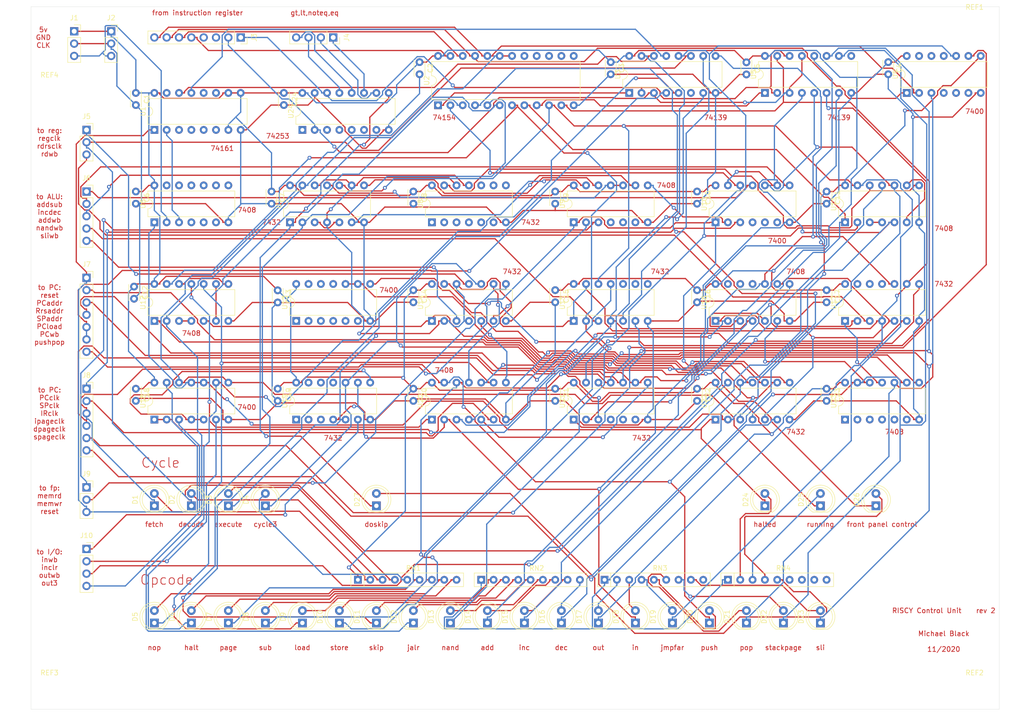
<source format=kicad_pcb>
(kicad_pcb (version 20171130) (host pcbnew 5.1.6-c6e7f7d~87~ubuntu16.04.1)
  (layers (0 F.Cu signal) (31 B.Cu signal) (34 B.Paste user) (35 F.Paste user) (36 B.SilkS user) (37 F.SilkS user) (38 B.Mask user) (39 F.Mask user) (44 Edge.Cuts user))
  (net 0 "")
  (net 1 GND)
  (net 2 +5V)
  (net 3 "Net-(D1-Pad2)")
  (net 4 IRclk)
  (net 5 "Net-(D2-Pad2)")
  (net 6 cycle_de)
  (net 7 "Net-(D3-Pad2)")
  (net 8 cycle_ex)
  (net 9 "Net-(D4-Pad2)")
  (net 10 cycle_3)
  (net 11 "Net-(D5-Pad2)")
  (net 12 op_nop)
  (net 13 "Net-(D6-Pad2)")
  (net 14 op_halt)
  (net 15 "Net-(D7-Pad2)")
  (net 16 op_page)
  (net 17 "Net-(D8-Pad2)")
  (net 18 op_sub)
  (net 19 "Net-(D9-Pad2)")
  (net 20 op_load)
  (net 21 "Net-(D10-Pad2)")
  (net 22 op_store)
  (net 23 "Net-(D11-Pad2)")
  (net 24 op_skip)
  (net 25 "Net-(D12-Pad2)")
  (net 26 op_jalr)
  (net 27 "Net-(D13-Pad2)")
  (net 28 op_nand)
  (net 29 "Net-(D14-Pad2)")
  (net 30 op_add)
  (net 31 "Net-(D15-Pad2)")
  (net 32 op_inc)
  (net 33 "Net-(D16-Pad2)")
  (net 34 op_dec)
  (net 35 "Net-(D17-Pad2)")
  (net 36 op_out)
  (net 37 "Net-(D18-Pad2)")
  (net 38 op_in)
  (net 39 "Net-(D19-Pad2)")
  (net 40 op_jmpfar)
  (net 41 "Net-(D20-Pad2)")
  (net 42 op_push)
  (net 43 "Net-(D21-Pad2)")
  (net 44 op_pop)
  (net 45 "Net-(D22-Pad2)")
  (net 46 op_stackpage)
  (net 47 "Net-(D23-Pad2)")
  (net 48 op_sli)
  (net 49 "Net-(D24-Pad2)")
  (net 50 halted)
  (net 51 "Net-(D25-Pad2)")
  (net 52 running)
  (net 53 "Net-(D26-Pad2)")
  (net 54 fpcontrol)
  (net 55 "Net-(D27-Pad2)")
  (net 56 doskip)
  (net 57 CLK)
  (net 58 "Net-(J3-Pad8)")
  (net 59 "Net-(J3-Pad7)")
  (net 60 "Net-(J3-Pad6)")
  (net 61 "Net-(J3-Pad5)")
  (net 62 "Net-(J3-Pad4)")
  (net 63 "Net-(J3-Pad3)")
  (net 64 "Net-(J3-Pad2)")
  (net 65 "Net-(J3-Pad1)")
  (net 66 "Net-(J4-Pad4)")
  (net 67 "Net-(J4-Pad3)")
  (net 68 "Net-(J4-Pad2)")
  (net 69 "Net-(J4-Pad1)")
  (net 70 rdwb)
  (net 71 regclk)
  (net 72 sliwb)
  (net 73 nandwb)
  (net 74 addwb)
  (net 75 incdec)
  (net 76 addsub)
  (net 77 PCload)
  (net 78 SPaddr)
  (net 79 Rrsaddr)
  (net 80 PCaddr)
  (net 81 reset)
  (net 82 spageclk)
  (net 83 dpageclk)
  (net 84 ipageclk)
  (net 85 SPclk)
  (net 86 PCclk)
  (net 87 memwr)
  (net 88 memrd)
  (net 89 out3)
  (net 90 outwb)
  (net 91 inclr)
  (net 92 inwb)
  (net 93 "Net-(RN3-Pad9)")
  (net 94 "Net-(RN4-Pad9)")
  (net 95 "Net-(RN4-Pad8)")
  (net 96 "Net-(RN4-Pad7)")
  (net 97 "Net-(RN4-Pad6)")
  (net 98 "Net-(U1-Pad15)")
  (net 99 "Net-(U1-Pad14)")
  (net 100 "Net-(U1-Pad6)")
  (net 101 "Net-(U1-Pad13)")
  (net 102 "Net-(U1-Pad5)")
  (net 103 "Net-(U1-Pad12)")
  (net 104 "Net-(U1-Pad4)")
  (net 105 "Net-(U1-Pad11)")
  (net 106 "Net-(U1-Pad3)")
  (net 107 "Net-(U1-Pad2)")
  (net 108 op10)
  (net 109 "Net-(U2-Pad9)")
  (net 110 "Net-(U2-Pad17)")
  (net 111 "Net-(U2-Pad16)")
  (net 112 "Net-(U2-Pad15)")
  (net 113 "Net-(U2-Pad14)")
  (net 114 "Net-(U2-Pad13)")
  (net 115 "Net-(U2-Pad1)")
  (net 116 "Net-(U22-Pad3)")
  (net 117 "Net-(U3-Pad6)")
  (net 118 "Net-(U21-Pad2)")
  (net 119 "Net-(U5-Pad9)")
  (net 120 "Net-(U7-Pad6)")
  (net 121 "Net-(U7-Pad3)")
  (net 122 "Net-(U7-Pad11)")
  (net 123 "Net-(U7-Pad8)")
  (net 124 "Net-(U11-Pad12)")
  (net 125 "Net-(U14-Pad6)")
  (net 126 "Net-(U10-Pad2)")
  (net 127 "Net-(U11-Pad6)")
  (net 128 "Net-(U11-Pad11)")
  (net 129 "Net-(U11-Pad3)")
  (net 130 "Net-(U12-Pad6)")
  (net 131 "Net-(U12-Pad12)")
  (net 132 "Net-(U12-Pad11)")
  (net 133 "Net-(U12-Pad3)")
  (net 134 not_fpcontrol)
  (net 135 "Net-(U14-Pad13)")
  (net 136 "Net-(U14-Pad5)")
  (net 137 "Net-(U14-Pad9)")
  (net 138 "Net-(U16-Pad6)")
  (net 139 "Net-(U16-Pad3)")
  (net 140 cycle_ex_3)
  (net 141 "Net-(U17-Pad1)")
  (net 142 "Net-(U20-Pad5)")
  (net 143 "Net-(U20-Pad4)")
  (net 144 "Net-(U20-Pad3)")
  (net 145 "Net-(U24-Pad7)")
  (net 146 "Net-(U24-Pad6)")
  (net 147 "Net-(U24-Pad5)")
  (net 148 "Net-(U24-Pad4)")
  (net 149 "Net-(U24-Pad3)")
  (net 150 "Net-(U24-Pad1)")
  (net 151 "Net-(U17-Pad8)")
  (net 152 "Net-(U18-Pad4)")
  (module MountingHole:MountingHole_2.7mm_M2.5 (layer F.Cu) (at 3.81 17.78)
    (fp_text reference REF4 (at 0 -3.7) (layer F.SilkS))
    (fp_text value MountingHole_2.7mm_M2.5)
    (pad 1 np_thru_hole circle (at 0 0) (size 2.7 2.7) (drill 2.7) (layers *.Cu *.Mask))
  )
  (module MountingHole:MountingHole_2.7mm_M2.5 (layer F.Cu) (at 3.81 140.97)
    (fp_text reference REF3 (at 0 -3.7) (layer F.SilkS))
    (fp_text value MountingHole_2.7mm_M2.5)
    (pad 1 np_thru_hole circle (at 0 0) (size 2.7 2.7) (drill 2.7) (layers *.Cu *.Mask))
  )
  (module MountingHole:MountingHole_2.7mm_M2.5 (layer F.Cu) (at 194.31 140.97)
    (fp_text reference REF2 (at 0 -3.7) (layer F.SilkS))
    (fp_text value MountingHole_2.7mm_M2.5)
    (pad 1 np_thru_hole circle (at 0 0) (size 2.7 2.7) (drill 2.7) (layers *.Cu *.Mask))
  )
  (module MountingHole:MountingHole_2.7mm_M2.5 (layer F.Cu) (at 194.31 3.81)
    (fp_text reference REF1 (at 0 -3.7) (layer F.SilkS))
    (fp_text value MountingHole_2.7mm_M2.5)
    (pad 1 np_thru_hole circle (at 0 0) (size 2.7 2.7) (drill 2.7) (layers *.Cu *.Mask))
  )
  (module Package_DIP:DIP-16_W7.62mm (layer F.Cu) (at 55.88 25.4 90)
    (fp_text reference U24 (at 3.81 -2.33 90) (layer F.SilkS))
    (fp_text value 74LS253)
    (pad 16 thru_hole oval (at 7.62 0 90) (size 1.6 1.6) (drill 0.8) (layers *.Cu *.Mask) (net 2 +5V))
    (pad 8 thru_hole oval (at 0 17.78 90) (size 1.6 1.6) (drill 0.8) (layers *.Cu *.Mask) (net 1 GND))
    (pad 15 thru_hole oval (at 7.62 2.54 90) (size 1.6 1.6) (drill 0.8) (layers *.Cu *.Mask) (net 1 GND))
    (pad 7 thru_hole oval (at 0 15.24 90) (size 1.6 1.6) (drill 0.8) (layers *.Cu *.Mask) (net 145 "Net-(U24-Pad7)"))
    (pad 14 thru_hole oval (at 7.62 5.08 90) (size 1.6 1.6) (drill 0.8) (layers *.Cu *.Mask) (net 65 "Net-(J3-Pad1)"))
    (pad 6 thru_hole oval (at 0 12.7 90) (size 1.6 1.6) (drill 0.8) (layers *.Cu *.Mask) (net 146 "Net-(U24-Pad6)"))
    (pad 13 thru_hole oval (at 7.62 7.62 90) (size 1.6 1.6) (drill 0.8) (layers *.Cu *.Mask) (net 67 "Net-(J4-Pad3)"))
    (pad 5 thru_hole oval (at 0 10.16 90) (size 1.6 1.6) (drill 0.8) (layers *.Cu *.Mask) (net 147 "Net-(U24-Pad5)"))
    (pad 12 thru_hole oval (at 7.62 10.16 90) (size 1.6 1.6) (drill 0.8) (layers *.Cu *.Mask) (net 66 "Net-(J4-Pad4)"))
    (pad 4 thru_hole oval (at 0 7.62 90) (size 1.6 1.6) (drill 0.8) (layers *.Cu *.Mask) (net 148 "Net-(U24-Pad4)"))
    (pad 11 thru_hole oval (at 7.62 12.7 90) (size 1.6 1.6) (drill 0.8) (layers *.Cu *.Mask) (net 69 "Net-(J4-Pad1)"))
    (pad 3 thru_hole oval (at 0 5.08 90) (size 1.6 1.6) (drill 0.8) (layers *.Cu *.Mask) (net 149 "Net-(U24-Pad3)"))
    (pad 10 thru_hole oval (at 7.62 15.24 90) (size 1.6 1.6) (drill 0.8) (layers *.Cu *.Mask) (net 68 "Net-(J4-Pad2)"))
    (pad 2 thru_hole oval (at 0 2.54 90) (size 1.6 1.6) (drill 0.8) (layers *.Cu *.Mask) (net 64 "Net-(J3-Pad2)"))
    (pad 9 thru_hole oval (at 7.62 17.78 90) (size 1.6 1.6) (drill 0.8) (layers *.Cu *.Mask) (net 56 doskip))
    (pad 1 thru_hole rect (at 0 0 90) (size 1.6 1.6) (drill 0.8) (layers *.Cu *.Mask) (net 150 "Net-(U24-Pad1)"))
  )
  (module Package_DIP:DIP-14_W7.62mm (layer F.Cu) (at 167.64 85.09 90)
    (fp_text reference U23 (at 3.81 -2.33 90) (layer F.SilkS))
    (fp_text value 74LS08)
    (pad 14 thru_hole oval (at 7.62 0 90) (size 1.6 1.6) (drill 0.8) (layers *.Cu *.Mask) (net 2 +5V))
    (pad 7 thru_hole oval (at 0 15.24 90) (size 1.6 1.6) (drill 0.8) (layers *.Cu *.Mask) (net 1 GND))
    (pad 13 thru_hole oval (at 7.62 2.54 90) (size 1.6 1.6) (drill 0.8) (layers *.Cu *.Mask) (net 46 op_stackpage))
    (pad 6 thru_hole oval (at 0 12.7 90) (size 1.6 1.6) (drill 0.8) (layers *.Cu *.Mask))
    (pad 12 thru_hole oval (at 7.62 5.08 90) (size 1.6 1.6) (drill 0.8) (layers *.Cu *.Mask) (net 138 "Net-(U16-Pad6)"))
    (pad 5 thru_hole oval (at 0 10.16 90) (size 1.6 1.6) (drill 0.8) (layers *.Cu *.Mask))
    (pad 11 thru_hole oval (at 7.62 7.62 90) (size 1.6 1.6) (drill 0.8) (layers *.Cu *.Mask) (net 141 "Net-(U17-Pad1)"))
    (pad 4 thru_hole oval (at 0 7.62 90) (size 1.6 1.6) (drill 0.8) (layers *.Cu *.Mask))
    (pad 10 thru_hole oval (at 7.62 10.16 90) (size 1.6 1.6) (drill 0.8) (layers *.Cu *.Mask) (net 44 op_pop))
    (pad 3 thru_hole oval (at 0 5.08 90) (size 1.6 1.6) (drill 0.8) (layers *.Cu *.Mask))
    (pad 9 thru_hole oval (at 7.62 12.7 90) (size 1.6 1.6) (drill 0.8) (layers *.Cu *.Mask) (net 144 "Net-(U20-Pad3)"))
    (pad 2 thru_hole oval (at 0 2.54 90) (size 1.6 1.6) (drill 0.8) (layers *.Cu *.Mask))
    (pad 8 thru_hole oval (at 7.62 15.24 90) (size 1.6 1.6) (drill 0.8) (layers *.Cu *.Mask) (net 135 "Net-(U14-Pad13)"))
    (pad 1 thru_hole rect (at 0 0 90) (size 1.6 1.6) (drill 0.8) (layers *.Cu *.Mask))
  )
  (module Package_DIP:DIP-14_W7.62mm (layer F.Cu) (at 140.97 85.09 90)
    (fp_text reference U22 (at 3.81 -2.33 90) (layer F.SilkS))
    (fp_text value 74LS32)
    (pad 14 thru_hole oval (at 7.62 0 90) (size 1.6 1.6) (drill 0.8) (layers *.Cu *.Mask) (net 2 +5V))
    (pad 7 thru_hole oval (at 0 15.24 90) (size 1.6 1.6) (drill 0.8) (layers *.Cu *.Mask) (net 1 GND))
    (pad 13 thru_hole oval (at 7.62 2.54 90) (size 1.6 1.6) (drill 0.8) (layers *.Cu *.Mask) (net 6 cycle_de))
    (pad 6 thru_hole oval (at 0 12.7 90) (size 1.6 1.6) (drill 0.8) (layers *.Cu *.Mask) (net 82 spageclk))
    (pad 12 thru_hole oval (at 7.62 5.08 90) (size 1.6 1.6) (drill 0.8) (layers *.Cu *.Mask) (net 42 op_push))
    (pad 5 thru_hole oval (at 0 10.16 90) (size 1.6 1.6) (drill 0.8) (layers *.Cu *.Mask) (net 8 cycle_ex))
    (pad 11 thru_hole oval (at 7.62 7.62 90) (size 1.6 1.6) (drill 0.8) (layers *.Cu *.Mask) (net 143 "Net-(U20-Pad4)"))
    (pad 4 thru_hole oval (at 0 7.62 90) (size 1.6 1.6) (drill 0.8) (layers *.Cu *.Mask) (net 46 op_stackpage))
    (pad 10 thru_hole oval (at 7.62 10.16 90) (size 1.6 1.6) (drill 0.8) (layers *.Cu *.Mask) (net 4 IRclk))
    (pad 3 thru_hole oval (at 0 5.08 90) (size 1.6 1.6) (drill 0.8) (layers *.Cu *.Mask) (net 116 "Net-(U22-Pad3)"))
    (pad 9 thru_hole oval (at 7.62 12.7 90) (size 1.6 1.6) (drill 0.8) (layers *.Cu *.Mask) (net 134 not_fpcontrol))
    (pad 2 thru_hole oval (at 0 2.54 90) (size 1.6 1.6) (drill 0.8) (layers *.Cu *.Mask) (net 134 not_fpcontrol))
    (pad 8 thru_hole oval (at 7.62 15.24 90) (size 1.6 1.6) (drill 0.8) (layers *.Cu *.Mask) (net 80 PCaddr))
    (pad 1 thru_hole rect (at 0 0 90) (size 1.6 1.6) (drill 0.8) (layers *.Cu *.Mask) (net 50 halted))
  )
  (module Package_DIP:DIP-14_W7.62mm (layer F.Cu) (at 111.76 85.09 90)
    (fp_text reference U21 (at 3.81 -2.33 90) (layer F.SilkS))
    (fp_text value 74LS32)
    (pad 14 thru_hole oval (at 7.62 0 90) (size 1.6 1.6) (drill 0.8) (layers *.Cu *.Mask) (net 2 +5V))
    (pad 7 thru_hole oval (at 0 15.24 90) (size 1.6 1.6) (drill 0.8) (layers *.Cu *.Mask) (net 1 GND))
    (pad 13 thru_hole oval (at 7.62 2.54 90) (size 1.6 1.6) (drill 0.8) (layers *.Cu *.Mask) (net 108 op10))
    (pad 6 thru_hole oval (at 0 12.7 90) (size 1.6 1.6) (drill 0.8) (layers *.Cu *.Mask))
    (pad 12 thru_hole oval (at 7.62 5.08 90) (size 1.6 1.6) (drill 0.8) (layers *.Cu *.Mask) (net 140 cycle_ex_3))
    (pad 5 thru_hole oval (at 0 10.16 90) (size 1.6 1.6) (drill 0.8) (layers *.Cu *.Mask))
    (pad 11 thru_hole oval (at 7.62 7.62 90) (size 1.6 1.6) (drill 0.8) (layers *.Cu *.Mask) (net 78 SPaddr))
    (pad 4 thru_hole oval (at 0 7.62 90) (size 1.6 1.6) (drill 0.8) (layers *.Cu *.Mask))
    (pad 10 thru_hole oval (at 7.62 10.16 90) (size 1.6 1.6) (drill 0.8) (layers *.Cu *.Mask) (net 44 op_pop))
    (pad 3 thru_hole oval (at 0 5.08 90) (size 1.6 1.6) (drill 0.8) (layers *.Cu *.Mask) (net 79 Rrsaddr))
    (pad 9 thru_hole oval (at 7.62 12.7 90) (size 1.6 1.6) (drill 0.8) (layers *.Cu *.Mask) (net 10 cycle_3))
    (pad 2 thru_hole oval (at 0 2.54 90) (size 1.6 1.6) (drill 0.8) (layers *.Cu *.Mask) (net 118 "Net-(U21-Pad2)"))
    (pad 8 thru_hole oval (at 7.62 15.24 90) (size 1.6 1.6) (drill 0.8) (layers *.Cu *.Mask) (net 142 "Net-(U20-Pad5)"))
    (pad 1 thru_hole rect (at 0 0 90) (size 1.6 1.6) (drill 0.8) (layers *.Cu *.Mask) (net 134 not_fpcontrol))
  )
  (module Package_DIP:DIP-14_W7.62mm (layer F.Cu) (at 82.55 85.09 90)
    (fp_text reference U20 (at 3.81 -2.33 90) (layer F.SilkS))
    (fp_text value 74LS08)
    (pad 14 thru_hole oval (at 7.62 0 90) (size 1.6 1.6) (drill 0.8) (layers *.Cu *.Mask) (net 2 +5V))
    (pad 7 thru_hole oval (at 0 15.24 90) (size 1.6 1.6) (drill 0.8) (layers *.Cu *.Mask) (net 1 GND))
    (pad 13 thru_hole oval (at 7.62 2.54 90) (size 1.6 1.6) (drill 0.8) (layers *.Cu *.Mask) (net 42 op_push))
    (pad 6 thru_hole oval (at 0 12.7 90) (size 1.6 1.6) (drill 0.8) (layers *.Cu *.Mask) (net 85 SPclk))
    (pad 12 thru_hole oval (at 7.62 5.08 90) (size 1.6 1.6) (drill 0.8) (layers *.Cu *.Mask) (net 22 op_store))
    (pad 5 thru_hole oval (at 0 10.16 90) (size 1.6 1.6) (drill 0.8) (layers *.Cu *.Mask) (net 142 "Net-(U20-Pad5)"))
    (pad 11 thru_hole oval (at 7.62 7.62 90) (size 1.6 1.6) (drill 0.8) (layers *.Cu *.Mask) (net 137 "Net-(U14-Pad9)"))
    (pad 4 thru_hole oval (at 0 7.62 90) (size 1.6 1.6) (drill 0.8) (layers *.Cu *.Mask) (net 143 "Net-(U20-Pad4)"))
    (pad 10 thru_hole oval (at 7.62 10.16 90) (size 1.6 1.6) (drill 0.8) (layers *.Cu *.Mask) (net 44 op_pop))
    (pad 3 thru_hole oval (at 0 5.08 90) (size 1.6 1.6) (drill 0.8) (layers *.Cu *.Mask) (net 144 "Net-(U20-Pad3)"))
    (pad 9 thru_hole oval (at 7.62 12.7 90) (size 1.6 1.6) (drill 0.8) (layers *.Cu *.Mask) (net 20 op_load))
    (pad 2 thru_hole oval (at 0 2.54 90) (size 1.6 1.6) (drill 0.8) (layers *.Cu *.Mask) (net 38 op_in))
    (pad 8 thru_hole oval (at 7.62 15.24 90) (size 1.6 1.6) (drill 0.8) (layers *.Cu *.Mask) (net 136 "Net-(U14-Pad5)"))
    (pad 1 thru_hole rect (at 0 0 90) (size 1.6 1.6) (drill 0.8) (layers *.Cu *.Mask) (net 132 "Net-(U12-Pad11)"))
  )
  (module Package_DIP:DIP-14_W7.62mm (layer F.Cu) (at 54.61 85.09 90)
    (fp_text reference U19 (at 3.81 -2.33 90) (layer F.SilkS))
    (fp_text value 74LS32)
    (pad 14 thru_hole oval (at 7.62 0 90) (size 1.6 1.6) (drill 0.8) (layers *.Cu *.Mask) (net 2 +5V))
    (pad 7 thru_hole oval (at 0 15.24 90) (size 1.6 1.6) (drill 0.8) (layers *.Cu *.Mask) (net 1 GND))
    (pad 13 thru_hole oval (at 7.62 2.54 90) (size 1.6 1.6) (drill 0.8) (layers *.Cu *.Mask))
    (pad 6 thru_hole oval (at 0 12.7 90) (size 1.6 1.6) (drill 0.8) (layers *.Cu *.Mask) (net 92 inwb))
    (pad 12 thru_hole oval (at 7.62 5.08 90) (size 1.6 1.6) (drill 0.8) (layers *.Cu *.Mask))
    (pad 5 thru_hole oval (at 0 10.16 90) (size 1.6 1.6) (drill 0.8) (layers *.Cu *.Mask) (net 8 cycle_ex))
    (pad 11 thru_hole oval (at 7.62 7.62 90) (size 1.6 1.6) (drill 0.8) (layers *.Cu *.Mask))
    (pad 4 thru_hole oval (at 0 7.62 90) (size 1.6 1.6) (drill 0.8) (layers *.Cu *.Mask) (net 38 op_in))
    (pad 10 thru_hole oval (at 7.62 10.16 90) (size 1.6 1.6) (drill 0.8) (layers *.Cu *.Mask) (net 10 cycle_3))
    (pad 3 thru_hole oval (at 0 5.08 90) (size 1.6 1.6) (drill 0.8) (layers *.Cu *.Mask))
    (pad 9 thru_hole oval (at 7.62 12.7 90) (size 1.6 1.6) (drill 0.8) (layers *.Cu *.Mask) (net 38 op_in))
    (pad 2 thru_hole oval (at 0 2.54 90) (size 1.6 1.6) (drill 0.8) (layers *.Cu *.Mask))
    (pad 8 thru_hole oval (at 7.62 15.24 90) (size 1.6 1.6) (drill 0.8) (layers *.Cu *.Mask) (net 152 "Net-(U18-Pad4)"))
    (pad 1 thru_hole rect (at 0 0 90) (size 1.6 1.6) (drill 0.8) (layers *.Cu *.Mask))
  )
  (module Package_DIP:DIP-14_W7.62mm (layer F.Cu) (at 25.4 85.09 90)
    (fp_text reference U18 (at 3.81 -2.33 90) (layer F.SilkS))
    (fp_text value 74LS00)
    (pad 14 thru_hole oval (at 7.62 0 90) (size 1.6 1.6) (drill 0.8) (layers *.Cu *.Mask) (net 2 +5V))
    (pad 7 thru_hole oval (at 0 15.24 90) (size 1.6 1.6) (drill 0.8) (layers *.Cu *.Mask) (net 1 GND))
    (pad 13 thru_hole oval (at 7.62 2.54 90) (size 1.6 1.6) (drill 0.8) (layers *.Cu *.Mask) (net 81 reset))
    (pad 6 thru_hole oval (at 0 12.7 90) (size 1.6 1.6) (drill 0.8) (layers *.Cu *.Mask) (net 91 inclr))
    (pad 12 thru_hole oval (at 7.62 5.08 90) (size 1.6 1.6) (drill 0.8) (layers *.Cu *.Mask) (net 52 running))
    (pad 5 thru_hole oval (at 0 10.16 90) (size 1.6 1.6) (drill 0.8) (layers *.Cu *.Mask) (net 152 "Net-(U18-Pad4)"))
    (pad 11 thru_hole oval (at 7.62 7.62 90) (size 1.6 1.6) (drill 0.8) (layers *.Cu *.Mask) (net 50 halted))
    (pad 4 thru_hole oval (at 0 7.62 90) (size 1.6 1.6) (drill 0.8) (layers *.Cu *.Mask) (net 152 "Net-(U18-Pad4)"))
    (pad 10 thru_hole oval (at 7.62 10.16 90) (size 1.6 1.6) (drill 0.8) (layers *.Cu *.Mask) (net 50 halted))
    (pad 3 thru_hole oval (at 0 5.08 90) (size 1.6 1.6) (drill 0.8) (layers *.Cu *.Mask) (net 89 out3))
    (pad 9 thru_hole oval (at 7.62 12.7 90) (size 1.6 1.6) (drill 0.8) (layers *.Cu *.Mask) (net 14 op_halt))
    (pad 2 thru_hole oval (at 0 2.54 90) (size 1.6 1.6) (drill 0.8) (layers *.Cu *.Mask) (net 151 "Net-(U17-Pad8)"))
    (pad 8 thru_hole oval (at 7.62 15.24 90) (size 1.6 1.6) (drill 0.8) (layers *.Cu *.Mask) (net 52 running))
    (pad 1 thru_hole rect (at 0 0 90) (size 1.6 1.6) (drill 0.8) (layers *.Cu *.Mask) (net 151 "Net-(U17-Pad8)"))
  )
  (module Package_DIP:DIP-14_W7.62mm (layer F.Cu) (at 167.64 64.77 90)
    (fp_text reference U17 (at 3.81 -2.33 90) (layer F.SilkS))
    (fp_text value 74LS32)
    (pad 14 thru_hole oval (at 7.62 0 90) (size 1.6 1.6) (drill 0.8) (layers *.Cu *.Mask) (net 2 +5V))
    (pad 7 thru_hole oval (at 0 15.24 90) (size 1.6 1.6) (drill 0.8) (layers *.Cu *.Mask) (net 1 GND))
    (pad 13 thru_hole oval (at 7.62 2.54 90) (size 1.6 1.6) (drill 0.8) (layers *.Cu *.Mask))
    (pad 6 thru_hole oval (at 0 12.7 90) (size 1.6 1.6) (drill 0.8) (layers *.Cu *.Mask) (net 90 outwb))
    (pad 12 thru_hole oval (at 7.62 5.08 90) (size 1.6 1.6) (drill 0.8) (layers *.Cu *.Mask))
    (pad 5 thru_hole oval (at 0 10.16 90) (size 1.6 1.6) (drill 0.8) (layers *.Cu *.Mask) (net 8 cycle_ex))
    (pad 11 thru_hole oval (at 7.62 7.62 90) (size 1.6 1.6) (drill 0.8) (layers *.Cu *.Mask))
    (pad 4 thru_hole oval (at 0 7.62 90) (size 1.6 1.6) (drill 0.8) (layers *.Cu *.Mask) (net 36 op_out))
    (pad 10 thru_hole oval (at 7.62 10.16 90) (size 1.6 1.6) (drill 0.8) (layers *.Cu *.Mask) (net 10 cycle_3))
    (pad 3 thru_hole oval (at 0 5.08 90) (size 1.6 1.6) (drill 0.8) (layers *.Cu *.Mask) (net 70 rdwb))
    (pad 9 thru_hole oval (at 7.62 12.7 90) (size 1.6 1.6) (drill 0.8) (layers *.Cu *.Mask) (net 36 op_out))
    (pad 2 thru_hole oval (at 0 2.54 90) (size 1.6 1.6) (drill 0.8) (layers *.Cu *.Mask) (net 140 cycle_ex_3))
    (pad 8 thru_hole oval (at 7.62 15.24 90) (size 1.6 1.6) (drill 0.8) (layers *.Cu *.Mask) (net 151 "Net-(U17-Pad8)"))
    (pad 1 thru_hole rect (at 0 0 90) (size 1.6 1.6) (drill 0.8) (layers *.Cu *.Mask) (net 141 "Net-(U17-Pad1)"))
  )
  (module Package_DIP:DIP-14_W7.62mm (layer F.Cu) (at 140.97 64.77 90)
    (fp_text reference U16 (at 3.81 -2.33 90) (layer F.SilkS))
    (fp_text value 74LS08)
    (pad 14 thru_hole oval (at 7.62 0 90) (size 1.6 1.6) (drill 0.8) (layers *.Cu *.Mask) (net 2 +5V))
    (pad 7 thru_hole oval (at 0 15.24 90) (size 1.6 1.6) (drill 0.8) (layers *.Cu *.Mask) (net 1 GND))
    (pad 13 thru_hole oval (at 7.62 2.54 90) (size 1.6 1.6) (drill 0.8) (layers *.Cu *.Mask))
    (pad 6 thru_hole oval (at 0 12.7 90) (size 1.6 1.6) (drill 0.8) (layers *.Cu *.Mask) (net 138 "Net-(U16-Pad6)"))
    (pad 12 thru_hole oval (at 7.62 5.08 90) (size 1.6 1.6) (drill 0.8) (layers *.Cu *.Mask))
    (pad 5 thru_hole oval (at 0 10.16 90) (size 1.6 1.6) (drill 0.8) (layers *.Cu *.Mask) (net 139 "Net-(U16-Pad3)"))
    (pad 11 thru_hole oval (at 7.62 7.62 90) (size 1.6 1.6) (drill 0.8) (layers *.Cu *.Mask))
    (pad 4 thru_hole oval (at 0 7.62 90) (size 1.6 1.6) (drill 0.8) (layers *.Cu *.Mask) (net 16 op_page))
    (pad 10 thru_hole oval (at 7.62 10.16 90) (size 1.6 1.6) (drill 0.8) (layers *.Cu *.Mask) (net 10 cycle_3))
    (pad 3 thru_hole oval (at 0 5.08 90) (size 1.6 1.6) (drill 0.8) (layers *.Cu *.Mask) (net 139 "Net-(U16-Pad3)"))
    (pad 9 thru_hole oval (at 7.62 12.7 90) (size 1.6 1.6) (drill 0.8) (layers *.Cu *.Mask) (net 8 cycle_ex))
    (pad 2 thru_hole oval (at 0 2.54 90) (size 1.6 1.6) (drill 0.8) (layers *.Cu *.Mask) (net 22 op_store))
    (pad 8 thru_hole oval (at 7.62 15.24 90) (size 1.6 1.6) (drill 0.8) (layers *.Cu *.Mask) (net 140 cycle_ex_3))
    (pad 1 thru_hole rect (at 0 0 90) (size 1.6 1.6) (drill 0.8) (layers *.Cu *.Mask) (net 36 op_out))
  )
  (module Package_DIP:DIP-14_W7.62mm (layer F.Cu) (at 111.76 64.77 90)
    (fp_text reference U15 (at 3.81 -2.33 90) (layer F.SilkS))
    (fp_text value 74LS32)
    (pad 14 thru_hole oval (at 7.62 0 90) (size 1.6 1.6) (drill 0.8) (layers *.Cu *.Mask) (net 2 +5V))
    (pad 7 thru_hole oval (at 0 15.24 90) (size 1.6 1.6) (drill 0.8) (layers *.Cu *.Mask) (net 1 GND))
    (pad 13 thru_hole oval (at 7.62 2.54 90) (size 1.6 1.6) (drill 0.8) (layers *.Cu *.Mask) (net 8 cycle_ex))
    (pad 6 thru_hole oval (at 0 12.7 90) (size 1.6 1.6) (drill 0.8) (layers *.Cu *.Mask) (net 83 dpageclk))
    (pad 12 thru_hole oval (at 7.62 5.08 90) (size 1.6 1.6) (drill 0.8) (layers *.Cu *.Mask) (net 40 op_jmpfar))
    (pad 5 thru_hole oval (at 0 10.16 90) (size 1.6 1.6) (drill 0.8) (layers *.Cu *.Mask) (net 8 cycle_ex))
    (pad 11 thru_hole oval (at 7.62 7.62 90) (size 1.6 1.6) (drill 0.8) (layers *.Cu *.Mask) (net 84 ipageclk))
    (pad 4 thru_hole oval (at 0 7.62 90) (size 1.6 1.6) (drill 0.8) (layers *.Cu *.Mask) (net 16 op_page))
    (pad 10 thru_hole oval (at 7.62 10.16 90) (size 1.6 1.6) (drill 0.8) (layers *.Cu *.Mask))
    (pad 3 thru_hole oval (at 0 5.08 90) (size 1.6 1.6) (drill 0.8) (layers *.Cu *.Mask) (net 73 nandwb))
    (pad 9 thru_hole oval (at 7.62 12.7 90) (size 1.6 1.6) (drill 0.8) (layers *.Cu *.Mask))
    (pad 2 thru_hole oval (at 0 2.54 90) (size 1.6 1.6) (drill 0.8) (layers *.Cu *.Mask) (net 28 op_nand))
    (pad 8 thru_hole oval (at 7.62 15.24 90) (size 1.6 1.6) (drill 0.8) (layers *.Cu *.Mask))
    (pad 1 thru_hole rect (at 0 0 90) (size 1.6 1.6) (drill 0.8) (layers *.Cu *.Mask) (net 8 cycle_ex))
  )
  (module Package_DIP:DIP-14_W7.62mm (layer F.Cu) (at 82.55 64.77 90)
    (fp_text reference U14 (at 3.81 -2.33 90) (layer F.SilkS))
    (fp_text value 74LS32)
    (pad 14 thru_hole oval (at 7.62 0 90) (size 1.6 1.6) (drill 0.8) (layers *.Cu *.Mask) (net 2 +5V))
    (pad 7 thru_hole oval (at 0 15.24 90) (size 1.6 1.6) (drill 0.8) (layers *.Cu *.Mask) (net 1 GND))
    (pad 13 thru_hole oval (at 7.62 2.54 90) (size 1.6 1.6) (drill 0.8) (layers *.Cu *.Mask) (net 135 "Net-(U14-Pad13)"))
    (pad 6 thru_hole oval (at 0 12.7 90) (size 1.6 1.6) (drill 0.8) (layers *.Cu *.Mask) (net 125 "Net-(U14-Pad6)"))
    (pad 12 thru_hole oval (at 7.62 5.08 90) (size 1.6 1.6) (drill 0.8) (layers *.Cu *.Mask) (net 8 cycle_ex))
    (pad 5 thru_hole oval (at 0 10.16 90) (size 1.6 1.6) (drill 0.8) (layers *.Cu *.Mask) (net 136 "Net-(U14-Pad5)"))
    (pad 11 thru_hole oval (at 7.62 7.62 90) (size 1.6 1.6) (drill 0.8) (layers *.Cu *.Mask) (net 71 regclk))
    (pad 4 thru_hole oval (at 0 7.62 90) (size 1.6 1.6) (drill 0.8) (layers *.Cu *.Mask) (net 8 cycle_ex))
    (pad 10 thru_hole oval (at 7.62 10.16 90) (size 1.6 1.6) (drill 0.8) (layers *.Cu *.Mask) (net 10 cycle_3))
    (pad 3 thru_hole oval (at 0 5.08 90) (size 1.6 1.6) (drill 0.8) (layers *.Cu *.Mask) (net 72 sliwb))
    (pad 9 thru_hole oval (at 7.62 12.7 90) (size 1.6 1.6) (drill 0.8) (layers *.Cu *.Mask) (net 137 "Net-(U14-Pad9)"))
    (pad 2 thru_hole oval (at 0 2.54 90) (size 1.6 1.6) (drill 0.8) (layers *.Cu *.Mask) (net 8 cycle_ex))
    (pad 8 thru_hole oval (at 7.62 15.24 90) (size 1.6 1.6) (drill 0.8) (layers *.Cu *.Mask) (net 87 memwr))
    (pad 1 thru_hole rect (at 0 0 90) (size 1.6 1.6) (drill 0.8) (layers *.Cu *.Mask) (net 48 op_sli))
  )
  (module Package_DIP:DIP-14_W7.62mm (layer F.Cu) (at 54.61 64.77 90)
    (fp_text reference U13 (at 3.81 -2.33 90) (layer F.SilkS))
    (fp_text value 74LS00)
    (pad 14 thru_hole oval (at 7.62 0 90) (size 1.6 1.6) (drill 0.8) (layers *.Cu *.Mask) (net 2 +5V))
    (pad 7 thru_hole oval (at 0 15.24 90) (size 1.6 1.6) (drill 0.8) (layers *.Cu *.Mask) (net 1 GND))
    (pad 13 thru_hole oval (at 7.62 2.54 90) (size 1.6 1.6) (drill 0.8) (layers *.Cu *.Mask))
    (pad 6 thru_hole oval (at 0 12.7 90) (size 1.6 1.6) (drill 0.8) (layers *.Cu *.Mask))
    (pad 12 thru_hole oval (at 7.62 5.08 90) (size 1.6 1.6) (drill 0.8) (layers *.Cu *.Mask))
    (pad 5 thru_hole oval (at 0 10.16 90) (size 1.6 1.6) (drill 0.8) (layers *.Cu *.Mask))
    (pad 11 thru_hole oval (at 7.62 7.62 90) (size 1.6 1.6) (drill 0.8) (layers *.Cu *.Mask))
    (pad 4 thru_hole oval (at 0 7.62 90) (size 1.6 1.6) (drill 0.8) (layers *.Cu *.Mask))
    (pad 10 thru_hole oval (at 7.62 10.16 90) (size 1.6 1.6) (drill 0.8) (layers *.Cu *.Mask) (net 54 fpcontrol))
    (pad 3 thru_hole oval (at 0 5.08 90) (size 1.6 1.6) (drill 0.8) (layers *.Cu *.Mask))
    (pad 9 thru_hole oval (at 7.62 12.7 90) (size 1.6 1.6) (drill 0.8) (layers *.Cu *.Mask) (net 54 fpcontrol))
    (pad 2 thru_hole oval (at 0 2.54 90) (size 1.6 1.6) (drill 0.8) (layers *.Cu *.Mask))
    (pad 8 thru_hole oval (at 7.62 15.24 90) (size 1.6 1.6) (drill 0.8) (layers *.Cu *.Mask) (net 134 not_fpcontrol))
    (pad 1 thru_hole rect (at 0 0 90) (size 1.6 1.6) (drill 0.8) (layers *.Cu *.Mask))
  )
  (module Package_DIP:DIP-14_W7.62mm (layer F.Cu) (at 25.4 64.77 90)
    (fp_text reference U12 (at 3.81 -2.33 90) (layer F.SilkS))
    (fp_text value 74LS08)
    (pad 14 thru_hole oval (at 7.62 0 90) (size 1.6 1.6) (drill 0.8) (layers *.Cu *.Mask) (net 2 +5V))
    (pad 7 thru_hole oval (at 0 15.24 90) (size 1.6 1.6) (drill 0.8) (layers *.Cu *.Mask) (net 1 GND))
    (pad 13 thru_hole oval (at 7.62 2.54 90) (size 1.6 1.6) (drill 0.8) (layers *.Cu *.Mask) (net 28 op_nand))
    (pad 6 thru_hole oval (at 0 12.7 90) (size 1.6 1.6) (drill 0.8) (layers *.Cu *.Mask) (net 130 "Net-(U12-Pad6)"))
    (pad 12 thru_hole oval (at 7.62 5.08 90) (size 1.6 1.6) (drill 0.8) (layers *.Cu *.Mask) (net 131 "Net-(U12-Pad12)"))
    (pad 5 thru_hole oval (at 0 10.16 90) (size 1.6 1.6) (drill 0.8) (layers *.Cu *.Mask) (net 48 op_sli))
    (pad 11 thru_hole oval (at 7.62 7.62 90) (size 1.6 1.6) (drill 0.8) (layers *.Cu *.Mask) (net 132 "Net-(U12-Pad11)"))
    (pad 4 thru_hole oval (at 0 7.62 90) (size 1.6 1.6) (drill 0.8) (layers *.Cu *.Mask) (net 133 "Net-(U12-Pad3)"))
    (pad 10 thru_hole oval (at 7.62 10.16 90) (size 1.6 1.6) (drill 0.8) (layers *.Cu *.Mask) (net 20 op_load))
    (pad 3 thru_hole oval (at 0 5.08 90) (size 1.6 1.6) (drill 0.8) (layers *.Cu *.Mask) (net 133 "Net-(U12-Pad3)"))
    (pad 9 thru_hole oval (at 7.62 12.7 90) (size 1.6 1.6) (drill 0.8) (layers *.Cu *.Mask) (net 130 "Net-(U12-Pad6)"))
    (pad 2 thru_hole oval (at 0 2.54 90) (size 1.6 1.6) (drill 0.8) (layers *.Cu *.Mask) (net 26 op_jalr))
    (pad 8 thru_hole oval (at 7.62 15.24 90) (size 1.6 1.6) (drill 0.8) (layers *.Cu *.Mask) (net 131 "Net-(U12-Pad12)"))
    (pad 1 thru_hole rect (at 0 0 90) (size 1.6 1.6) (drill 0.8) (layers *.Cu *.Mask) (net 128 "Net-(U11-Pad11)"))
  )
  (module Package_DIP:DIP-14_W7.62mm (layer F.Cu) (at 167.64 44.45 90)
    (fp_text reference U11 (at 3.81 -2.33 90) (layer F.SilkS))
    (fp_text value 74LS08)
    (pad 14 thru_hole oval (at 7.62 0 90) (size 1.6 1.6) (drill 0.8) (layers *.Cu *.Mask) (net 2 +5V))
    (pad 7 thru_hole oval (at 0 15.24 90) (size 1.6 1.6) (drill 0.8) (layers *.Cu *.Mask) (net 1 GND))
    (pad 13 thru_hole oval (at 7.62 2.54 90) (size 1.6 1.6) (drill 0.8) (layers *.Cu *.Mask) (net 40 op_jmpfar))
    (pad 6 thru_hole oval (at 0 12.7 90) (size 1.6 1.6) (drill 0.8) (layers *.Cu *.Mask) (net 127 "Net-(U11-Pad6)"))
    (pad 12 thru_hole oval (at 7.62 5.08 90) (size 1.6 1.6) (drill 0.8) (layers *.Cu *.Mask) (net 124 "Net-(U11-Pad12)"))
    (pad 5 thru_hole oval (at 0 10.16 90) (size 1.6 1.6) (drill 0.8) (layers *.Cu *.Mask) (net 32 op_inc))
    (pad 11 thru_hole oval (at 7.62 7.62 90) (size 1.6 1.6) (drill 0.8) (layers *.Cu *.Mask) (net 128 "Net-(U11-Pad11)"))
    (pad 4 thru_hole oval (at 0 7.62 90) (size 1.6 1.6) (drill 0.8) (layers *.Cu *.Mask) (net 129 "Net-(U11-Pad3)"))
    (pad 10 thru_hole oval (at 7.62 10.16 90) (size 1.6 1.6) (drill 0.8) (layers *.Cu *.Mask) (net 34 op_dec))
    (pad 3 thru_hole oval (at 0 5.08 90) (size 1.6 1.6) (drill 0.8) (layers *.Cu *.Mask) (net 129 "Net-(U11-Pad3)"))
    (pad 9 thru_hole oval (at 7.62 12.7 90) (size 1.6 1.6) (drill 0.8) (layers *.Cu *.Mask) (net 127 "Net-(U11-Pad6)"))
    (pad 2 thru_hole oval (at 0 2.54 90) (size 1.6 1.6) (drill 0.8) (layers *.Cu *.Mask) (net 18 op_sub))
    (pad 8 thru_hole oval (at 7.62 15.24 90) (size 1.6 1.6) (drill 0.8) (layers *.Cu *.Mask) (net 124 "Net-(U11-Pad12)"))
    (pad 1 thru_hole rect (at 0 0 90) (size 1.6 1.6) (drill 0.8) (layers *.Cu *.Mask) (net 30 op_add))
  )
  (module Package_DIP:DIP-14_W7.62mm (layer F.Cu) (at 140.97 44.45 90)
    (fp_text reference U10 (at 3.81 -2.33 90) (layer F.SilkS))
    (fp_text value 74LS00)
    (pad 14 thru_hole oval (at 7.62 0 90) (size 1.6 1.6) (drill 0.8) (layers *.Cu *.Mask) (net 2 +5V))
    (pad 7 thru_hole oval (at 0 15.24 90) (size 1.6 1.6) (drill 0.8) (layers *.Cu *.Mask) (net 1 GND))
    (pad 13 thru_hole oval (at 7.62 2.54 90) (size 1.6 1.6) (drill 0.8) (layers *.Cu *.Mask) (net 32 op_inc))
    (pad 6 thru_hole oval (at 0 12.7 90) (size 1.6 1.6) (drill 0.8) (layers *.Cu *.Mask))
    (pad 12 thru_hole oval (at 7.62 5.08 90) (size 1.6 1.6) (drill 0.8) (layers *.Cu *.Mask) (net 18 op_sub))
    (pad 5 thru_hole oval (at 0 10.16 90) (size 1.6 1.6) (drill 0.8) (layers *.Cu *.Mask))
    (pad 11 thru_hole oval (at 7.62 7.62 90) (size 1.6 1.6) (drill 0.8) (layers *.Cu *.Mask) (net 76 addsub))
    (pad 4 thru_hole oval (at 0 7.62 90) (size 1.6 1.6) (drill 0.8) (layers *.Cu *.Mask))
    (pad 10 thru_hole oval (at 7.62 10.16 90) (size 1.6 1.6) (drill 0.8) (layers *.Cu *.Mask) (net 34 op_dec))
    (pad 3 thru_hole oval (at 0 5.08 90) (size 1.6 1.6) (drill 0.8) (layers *.Cu *.Mask) (net 86 PCclk))
    (pad 9 thru_hole oval (at 7.62 12.7 90) (size 1.6 1.6) (drill 0.8) (layers *.Cu *.Mask) (net 32 op_inc))
    (pad 2 thru_hole oval (at 0 2.54 90) (size 1.6 1.6) (drill 0.8) (layers *.Cu *.Mask) (net 126 "Net-(U10-Pad2)"))
    (pad 8 thru_hole oval (at 7.62 15.24 90) (size 1.6 1.6) (drill 0.8) (layers *.Cu *.Mask) (net 75 incdec))
    (pad 1 thru_hole rect (at 0 0 90) (size 1.6 1.6) (drill 0.8) (layers *.Cu *.Mask) (net 4 IRclk))
  )
  (module Package_DIP:DIP-14_W7.62mm (layer F.Cu) (at 111.76 44.45 90)
    (fp_text reference U9 (at 3.81 -2.33 90) (layer F.SilkS))
    (fp_text value 74LS08)
    (pad 14 thru_hole oval (at 7.62 0 90) (size 1.6 1.6) (drill 0.8) (layers *.Cu *.Mask) (net 2 +5V))
    (pad 7 thru_hole oval (at 0 15.24 90) (size 1.6 1.6) (drill 0.8) (layers *.Cu *.Mask) (net 1 GND))
    (pad 13 thru_hole oval (at 7.62 2.54 90) (size 1.6 1.6) (drill 0.8) (layers *.Cu *.Mask) (net 122 "Net-(U7-Pad11)"))
    (pad 6 thru_hole oval (at 0 12.7 90) (size 1.6 1.6) (drill 0.8) (layers *.Cu *.Mask))
    (pad 12 thru_hole oval (at 7.62 5.08 90) (size 1.6 1.6) (drill 0.8) (layers *.Cu *.Mask) (net 123 "Net-(U7-Pad8)"))
    (pad 5 thru_hole oval (at 0 10.16 90) (size 1.6 1.6) (drill 0.8) (layers *.Cu *.Mask))
    (pad 11 thru_hole oval (at 7.62 7.62 90) (size 1.6 1.6) (drill 0.8) (layers *.Cu *.Mask) (net 77 PCload))
    (pad 4 thru_hole oval (at 0 7.62 90) (size 1.6 1.6) (drill 0.8) (layers *.Cu *.Mask))
    (pad 10 thru_hole oval (at 7.62 10.16 90) (size 1.6 1.6) (drill 0.8) (layers *.Cu *.Mask) (net 77 PCload))
    (pad 3 thru_hole oval (at 0 5.08 90) (size 1.6 1.6) (drill 0.8) (layers *.Cu *.Mask) (net 88 memrd))
    (pad 9 thru_hole oval (at 7.62 12.7 90) (size 1.6 1.6) (drill 0.8) (layers *.Cu *.Mask) (net 120 "Net-(U7-Pad6)"))
    (pad 2 thru_hole oval (at 0 2.54 90) (size 1.6 1.6) (drill 0.8) (layers *.Cu *.Mask) (net 125 "Net-(U14-Pad6)"))
    (pad 8 thru_hole oval (at 7.62 15.24 90) (size 1.6 1.6) (drill 0.8) (layers *.Cu *.Mask) (net 126 "Net-(U10-Pad2)"))
    (pad 1 thru_hole rect (at 0 0 90) (size 1.6 1.6) (drill 0.8) (layers *.Cu *.Mask) (net 4 IRclk))
  )
  (module Package_DIP:DIP-14_W7.62mm (layer F.Cu) (at 82.55 44.45 90)
    (fp_text reference U8 (at 3.81 -2.33 90) (layer F.SilkS))
    (fp_text value 74LS32)
    (pad 14 thru_hole oval (at 7.62 0 90) (size 1.6 1.6) (drill 0.8) (layers *.Cu *.Mask) (net 2 +5V))
    (pad 7 thru_hole oval (at 0 15.24 90) (size 1.6 1.6) (drill 0.8) (layers *.Cu *.Mask) (net 1 GND))
    (pad 13 thru_hole oval (at 7.62 2.54 90) (size 1.6 1.6) (drill 0.8) (layers *.Cu *.Mask) (net 124 "Net-(U11-Pad12)"))
    (pad 6 thru_hole oval (at 0 12.7 90) (size 1.6 1.6) (drill 0.8) (layers *.Cu *.Mask))
    (pad 12 thru_hole oval (at 7.62 5.08 90) (size 1.6 1.6) (drill 0.8) (layers *.Cu *.Mask) (net 8 cycle_ex))
    (pad 5 thru_hole oval (at 0 10.16 90) (size 1.6 1.6) (drill 0.8) (layers *.Cu *.Mask))
    (pad 11 thru_hole oval (at 7.62 7.62 90) (size 1.6 1.6) (drill 0.8) (layers *.Cu *.Mask) (net 74 addwb))
    (pad 4 thru_hole oval (at 0 7.62 90) (size 1.6 1.6) (drill 0.8) (layers *.Cu *.Mask))
    (pad 10 thru_hole oval (at 7.62 10.16 90) (size 1.6 1.6) (drill 0.8) (layers *.Cu *.Mask))
    (pad 3 thru_hole oval (at 0 5.08 90) (size 1.6 1.6) (drill 0.8) (layers *.Cu *.Mask))
    (pad 9 thru_hole oval (at 7.62 12.7 90) (size 1.6 1.6) (drill 0.8) (layers *.Cu *.Mask))
    (pad 2 thru_hole oval (at 0 2.54 90) (size 1.6 1.6) (drill 0.8) (layers *.Cu *.Mask))
    (pad 8 thru_hole oval (at 7.62 15.24 90) (size 1.6 1.6) (drill 0.8) (layers *.Cu *.Mask))
    (pad 1 thru_hole rect (at 0 0 90) (size 1.6 1.6) (drill 0.8) (layers *.Cu *.Mask))
  )
  (module Package_DIP:DIP-14_W7.62mm (layer F.Cu) (at 53.34 44.45 90)
    (fp_text reference U7 (at 3.81 -2.33 90) (layer F.SilkS))
    (fp_text value 74LS32)
    (pad 14 thru_hole oval (at 7.62 0 90) (size 1.6 1.6) (drill 0.8) (layers *.Cu *.Mask) (net 2 +5V))
    (pad 7 thru_hole oval (at 0 15.24 90) (size 1.6 1.6) (drill 0.8) (layers *.Cu *.Mask) (net 1 GND))
    (pad 13 thru_hole oval (at 7.62 2.54 90) (size 1.6 1.6) (drill 0.8) (layers *.Cu *.Mask) (net 26 op_jalr))
    (pad 6 thru_hole oval (at 0 12.7 90) (size 1.6 1.6) (drill 0.8) (layers *.Cu *.Mask) (net 120 "Net-(U7-Pad6)"))
    (pad 12 thru_hole oval (at 7.62 5.08 90) (size 1.6 1.6) (drill 0.8) (layers *.Cu *.Mask) (net 8 cycle_ex))
    (pad 5 thru_hole oval (at 0 10.16 90) (size 1.6 1.6) (drill 0.8) (layers *.Cu *.Mask) (net 121 "Net-(U7-Pad3)"))
    (pad 11 thru_hole oval (at 7.62 7.62 90) (size 1.6 1.6) (drill 0.8) (layers *.Cu *.Mask) (net 122 "Net-(U7-Pad11)"))
    (pad 4 thru_hole oval (at 0 7.62 90) (size 1.6 1.6) (drill 0.8) (layers *.Cu *.Mask) (net 8 cycle_ex))
    (pad 10 thru_hole oval (at 7.62 10.16 90) (size 1.6 1.6) (drill 0.8) (layers *.Cu *.Mask) (net 40 op_jmpfar))
    (pad 3 thru_hole oval (at 0 5.08 90) (size 1.6 1.6) (drill 0.8) (layers *.Cu *.Mask) (net 121 "Net-(U7-Pad3)"))
    (pad 9 thru_hole oval (at 7.62 12.7 90) (size 1.6 1.6) (drill 0.8) (layers *.Cu *.Mask) (net 8 cycle_ex))
    (pad 2 thru_hole oval (at 0 2.54 90) (size 1.6 1.6) (drill 0.8) (layers *.Cu *.Mask) (net 24 op_skip))
    (pad 8 thru_hole oval (at 7.62 15.24 90) (size 1.6 1.6) (drill 0.8) (layers *.Cu *.Mask) (net 123 "Net-(U7-Pad8)"))
    (pad 1 thru_hole rect (at 0 0 90) (size 1.6 1.6) (drill 0.8) (layers *.Cu *.Mask) (net 56 doskip))
  )
  (module Package_DIP:DIP-14_W7.62mm (layer F.Cu) (at 25.4 44.45 90)
    (fp_text reference U6 (at 3.81 -2.33 90) (layer F.SilkS))
    (fp_text value 74LS08)
    (pad 14 thru_hole oval (at 7.62 0 90) (size 1.6 1.6) (drill 0.8) (layers *.Cu *.Mask) (net 2 +5V))
    (pad 7 thru_hole oval (at 0 15.24 90) (size 1.6 1.6) (drill 0.8) (layers *.Cu *.Mask) (net 1 GND))
    (pad 13 thru_hole oval (at 7.62 2.54 90) (size 1.6 1.6) (drill 0.8) (layers *.Cu *.Mask))
    (pad 6 thru_hole oval (at 0 12.7 90) (size 1.6 1.6) (drill 0.8) (layers *.Cu *.Mask))
    (pad 12 thru_hole oval (at 7.62 5.08 90) (size 1.6 1.6) (drill 0.8) (layers *.Cu *.Mask))
    (pad 5 thru_hole oval (at 0 10.16 90) (size 1.6 1.6) (drill 0.8) (layers *.Cu *.Mask))
    (pad 11 thru_hole oval (at 7.62 7.62 90) (size 1.6 1.6) (drill 0.8) (layers *.Cu *.Mask))
    (pad 4 thru_hole oval (at 0 7.62 90) (size 1.6 1.6) (drill 0.8) (layers *.Cu *.Mask))
    (pad 10 thru_hole oval (at 7.62 10.16 90) (size 1.6 1.6) (drill 0.8) (layers *.Cu *.Mask))
    (pad 3 thru_hole oval (at 0 5.08 90) (size 1.6 1.6) (drill 0.8) (layers *.Cu *.Mask) (net 107 "Net-(U1-Pad2)"))
    (pad 9 thru_hole oval (at 7.62 12.7 90) (size 1.6 1.6) (drill 0.8) (layers *.Cu *.Mask))
    (pad 2 thru_hole oval (at 0 2.54 90) (size 1.6 1.6) (drill 0.8) (layers *.Cu *.Mask) (net 57 CLK))
    (pad 8 thru_hole oval (at 7.62 15.24 90) (size 1.6 1.6) (drill 0.8) (layers *.Cu *.Mask))
    (pad 1 thru_hole rect (at 0 0 90) (size 1.6 1.6) (drill 0.8) (layers *.Cu *.Mask) (net 50 halted))
  )
  (module Package_DIP:DIP-16_W7.62mm (layer F.Cu) (at 151.13 17.78 90)
    (fp_text reference U5 (at 3.81 -2.33 90) (layer F.SilkS))
    (fp_text value 74LS139)
    (pad 16 thru_hole oval (at 7.62 0 90) (size 1.6 1.6) (drill 0.8) (layers *.Cu *.Mask) (net 2 +5V))
    (pad 8 thru_hole oval (at 0 17.78 90) (size 1.6 1.6) (drill 0.8) (layers *.Cu *.Mask) (net 1 GND))
    (pad 15 thru_hole oval (at 7.62 2.54 90) (size 1.6 1.6) (drill 0.8) (layers *.Cu *.Mask) (net 108 op10))
    (pad 7 thru_hole oval (at 0 15.24 90) (size 1.6 1.6) (drill 0.8) (layers *.Cu *.Mask) (net 38 op_in))
    (pad 14 thru_hole oval (at 7.62 5.08 90) (size 1.6 1.6) (drill 0.8) (layers *.Cu *.Mask) (net 65 "Net-(J3-Pad1)"))
    (pad 6 thru_hole oval (at 0 12.7 90) (size 1.6 1.6) (drill 0.8) (layers *.Cu *.Mask) (net 36 op_out))
    (pad 13 thru_hole oval (at 7.62 7.62 90) (size 1.6 1.6) (drill 0.8) (layers *.Cu *.Mask) (net 64 "Net-(J3-Pad2)"))
    (pad 5 thru_hole oval (at 0 10.16 90) (size 1.6 1.6) (drill 0.8) (layers *.Cu *.Mask) (net 34 op_dec))
    (pad 12 thru_hole oval (at 7.62 10.16 90) (size 1.6 1.6) (drill 0.8) (layers *.Cu *.Mask) (net 42 op_push))
    (pad 4 thru_hole oval (at 0 7.62 90) (size 1.6 1.6) (drill 0.8) (layers *.Cu *.Mask) (net 32 op_inc))
    (pad 11 thru_hole oval (at 7.62 12.7 90) (size 1.6 1.6) (drill 0.8) (layers *.Cu *.Mask) (net 44 op_pop))
    (pad 3 thru_hole oval (at 0 5.08 90) (size 1.6 1.6) (drill 0.8) (layers *.Cu *.Mask) (net 64 "Net-(J3-Pad2)"))
    (pad 10 thru_hole oval (at 7.62 15.24 90) (size 1.6 1.6) (drill 0.8) (layers *.Cu *.Mask) (net 46 op_stackpage))
    (pad 2 thru_hole oval (at 0 2.54 90) (size 1.6 1.6) (drill 0.8) (layers *.Cu *.Mask) (net 65 "Net-(J3-Pad1)"))
    (pad 9 thru_hole oval (at 7.62 17.78 90) (size 1.6 1.6) (drill 0.8) (layers *.Cu *.Mask) (net 119 "Net-(U5-Pad9)"))
    (pad 1 thru_hole rect (at 0 0 90) (size 1.6 1.6) (drill 0.8) (layers *.Cu *.Mask) (net 109 "Net-(U2-Pad9)"))
  )
  (module Package_DIP:DIP-14_W7.62mm (layer F.Cu) (at 180.34 17.78 90)
    (fp_text reference U4 (at 3.81 -2.33 90) (layer F.SilkS))
    (fp_text value 74LS00)
    (pad 14 thru_hole oval (at 7.62 0 90) (size 1.6 1.6) (drill 0.8) (layers *.Cu *.Mask) (net 2 +5V))
    (pad 7 thru_hole oval (at 0 15.24 90) (size 1.6 1.6) (drill 0.8) (layers *.Cu *.Mask) (net 1 GND))
    (pad 13 thru_hole oval (at 7.62 2.54 90) (size 1.6 1.6) (drill 0.8) (layers *.Cu *.Mask))
    (pad 6 thru_hole oval (at 0 12.7 90) (size 1.6 1.6) (drill 0.8) (layers *.Cu *.Mask))
    (pad 12 thru_hole oval (at 7.62 5.08 90) (size 1.6 1.6) (drill 0.8) (layers *.Cu *.Mask))
    (pad 5 thru_hole oval (at 0 10.16 90) (size 1.6 1.6) (drill 0.8) (layers *.Cu *.Mask))
    (pad 11 thru_hole oval (at 7.62 7.62 90) (size 1.6 1.6) (drill 0.8) (layers *.Cu *.Mask))
    (pad 4 thru_hole oval (at 0 7.62 90) (size 1.6 1.6) (drill 0.8) (layers *.Cu *.Mask))
    (pad 10 thru_hole oval (at 7.62 10.16 90) (size 1.6 1.6) (drill 0.8) (layers *.Cu *.Mask) (net 4 IRclk))
    (pad 3 thru_hole oval (at 0 5.08 90) (size 1.6 1.6) (drill 0.8) (layers *.Cu *.Mask) (net 48 op_sli))
    (pad 9 thru_hole oval (at 7.62 12.7 90) (size 1.6 1.6) (drill 0.8) (layers *.Cu *.Mask) (net 78 SPaddr))
    (pad 2 thru_hole oval (at 0 2.54 90) (size 1.6 1.6) (drill 0.8) (layers *.Cu *.Mask) (net 58 "Net-(J3-Pad8)"))
    (pad 8 thru_hole oval (at 7.62 15.24 90) (size 1.6 1.6) (drill 0.8) (layers *.Cu *.Mask) (net 118 "Net-(U21-Pad2)"))
    (pad 1 thru_hole rect (at 0 0 90) (size 1.6 1.6) (drill 0.8) (layers *.Cu *.Mask) (net 59 "Net-(J3-Pad7)"))
  )
  (module Package_DIP:DIP-16_W7.62mm (layer F.Cu) (at 123.19 17.78 90)
    (fp_text reference U3 (at 3.81 -2.33 90) (layer F.SilkS))
    (fp_text value 74LS139)
    (pad 16 thru_hole oval (at 7.62 0 90) (size 1.6 1.6) (drill 0.8) (layers *.Cu *.Mask) (net 2 +5V))
    (pad 8 thru_hole oval (at 0 17.78 90) (size 1.6 1.6) (drill 0.8) (layers *.Cu *.Mask) (net 1 GND))
    (pad 15 thru_hole oval (at 7.62 2.54 90) (size 1.6 1.6) (drill 0.8) (layers *.Cu *.Mask) (net 116 "Net-(U22-Pad3)"))
    (pad 7 thru_hole oval (at 0 15.24 90) (size 1.6 1.6) (drill 0.8) (layers *.Cu *.Mask) (net 16 op_page))
    (pad 14 thru_hole oval (at 7.62 5.08 90) (size 1.6 1.6) (drill 0.8) (layers *.Cu *.Mask) (net 99 "Net-(U1-Pad14)"))
    (pad 6 thru_hole oval (at 0 12.7 90) (size 1.6 1.6) (drill 0.8) (layers *.Cu *.Mask) (net 117 "Net-(U3-Pad6)"))
    (pad 13 thru_hole oval (at 7.62 7.62 90) (size 1.6 1.6) (drill 0.8) (layers *.Cu *.Mask) (net 101 "Net-(U1-Pad13)"))
    (pad 5 thru_hole oval (at 0 10.16 90) (size 1.6 1.6) (drill 0.8) (layers *.Cu *.Mask) (net 14 op_halt))
    (pad 12 thru_hole oval (at 7.62 10.16 90) (size 1.6 1.6) (drill 0.8) (layers *.Cu *.Mask) (net 4 IRclk))
    (pad 4 thru_hole oval (at 0 7.62 90) (size 1.6 1.6) (drill 0.8) (layers *.Cu *.Mask) (net 12 op_nop))
    (pad 11 thru_hole oval (at 7.62 12.7 90) (size 1.6 1.6) (drill 0.8) (layers *.Cu *.Mask) (net 6 cycle_de))
    (pad 3 thru_hole oval (at 0 5.08 90) (size 1.6 1.6) (drill 0.8) (layers *.Cu *.Mask) (net 64 "Net-(J3-Pad2)"))
    (pad 10 thru_hole oval (at 7.62 15.24 90) (size 1.6 1.6) (drill 0.8) (layers *.Cu *.Mask) (net 8 cycle_ex))
    (pad 2 thru_hole oval (at 0 2.54 90) (size 1.6 1.6) (drill 0.8) (layers *.Cu *.Mask) (net 65 "Net-(J3-Pad1)"))
    (pad 9 thru_hole oval (at 7.62 17.78 90) (size 1.6 1.6) (drill 0.8) (layers *.Cu *.Mask) (net 10 cycle_3))
    (pad 1 thru_hole rect (at 0 0 90) (size 1.6 1.6) (drill 0.8) (layers *.Cu *.Mask) (net 115 "Net-(U2-Pad1)"))
  )
  (module Package_DIP:DIP-24_W10.16mm (layer F.Cu) (at 83.82 20.32 90)
    (fp_text reference U2 (at 5.08 -2.33 90) (layer F.SilkS))
    (fp_text value 74LS154)
    (pad 24 thru_hole oval (at 10.16 0 90) (size 1.6 1.6) (drill 0.8) (layers *.Cu *.Mask) (net 2 +5V))
    (pad 12 thru_hole oval (at 0 27.94 90) (size 1.6 1.6) (drill 0.8) (layers *.Cu *.Mask) (net 1 GND))
    (pad 23 thru_hole oval (at 10.16 2.54 90) (size 1.6 1.6) (drill 0.8) (layers *.Cu *.Mask) (net 61 "Net-(J3-Pad5)"))
    (pad 11 thru_hole oval (at 0 25.4 90) (size 1.6 1.6) (drill 0.8) (layers *.Cu *.Mask) (net 108 op10))
    (pad 22 thru_hole oval (at 10.16 5.08 90) (size 1.6 1.6) (drill 0.8) (layers *.Cu *.Mask) (net 60 "Net-(J3-Pad6)"))
    (pad 10 thru_hole oval (at 0 22.86 90) (size 1.6 1.6) (drill 0.8) (layers *.Cu *.Mask) (net 40 op_jmpfar))
    (pad 21 thru_hole oval (at 10.16 7.62 90) (size 1.6 1.6) (drill 0.8) (layers *.Cu *.Mask) (net 59 "Net-(J3-Pad7)"))
    (pad 9 thru_hole oval (at 0 20.32 90) (size 1.6 1.6) (drill 0.8) (layers *.Cu *.Mask) (net 109 "Net-(U2-Pad9)"))
    (pad 20 thru_hole oval (at 10.16 10.16 90) (size 1.6 1.6) (drill 0.8) (layers *.Cu *.Mask) (net 58 "Net-(J3-Pad8)"))
    (pad 8 thru_hole oval (at 0 17.78 90) (size 1.6 1.6) (drill 0.8) (layers *.Cu *.Mask) (net 30 op_add))
    (pad 19 thru_hole oval (at 10.16 12.7 90) (size 1.6 1.6) (drill 0.8) (layers *.Cu *.Mask) (net 52 running))
    (pad 7 thru_hole oval (at 0 15.24 90) (size 1.6 1.6) (drill 0.8) (layers *.Cu *.Mask) (net 28 op_nand))
    (pad 18 thru_hole oval (at 10.16 15.24 90) (size 1.6 1.6) (drill 0.8) (layers *.Cu *.Mask) (net 52 running))
    (pad 6 thru_hole oval (at 0 12.7 90) (size 1.6 1.6) (drill 0.8) (layers *.Cu *.Mask) (net 26 op_jalr))
    (pad 17 thru_hole oval (at 10.16 17.78 90) (size 1.6 1.6) (drill 0.8) (layers *.Cu *.Mask) (net 110 "Net-(U2-Pad17)"))
    (pad 5 thru_hole oval (at 0 10.16 90) (size 1.6 1.6) (drill 0.8) (layers *.Cu *.Mask) (net 24 op_skip))
    (pad 16 thru_hole oval (at 10.16 20.32 90) (size 1.6 1.6) (drill 0.8) (layers *.Cu *.Mask) (net 111 "Net-(U2-Pad16)"))
    (pad 4 thru_hole oval (at 0 7.62 90) (size 1.6 1.6) (drill 0.8) (layers *.Cu *.Mask) (net 22 op_store))
    (pad 15 thru_hole oval (at 10.16 22.86 90) (size 1.6 1.6) (drill 0.8) (layers *.Cu *.Mask) (net 112 "Net-(U2-Pad15)"))
    (pad 3 thru_hole oval (at 0 5.08 90) (size 1.6 1.6) (drill 0.8) (layers *.Cu *.Mask) (net 20 op_load))
    (pad 14 thru_hole oval (at 10.16 25.4 90) (size 1.6 1.6) (drill 0.8) (layers *.Cu *.Mask) (net 113 "Net-(U2-Pad14)"))
    (pad 2 thru_hole oval (at 0 2.54 90) (size 1.6 1.6) (drill 0.8) (layers *.Cu *.Mask) (net 18 op_sub))
    (pad 13 thru_hole oval (at 10.16 27.94 90) (size 1.6 1.6) (drill 0.8) (layers *.Cu *.Mask) (net 114 "Net-(U2-Pad13)"))
    (pad 1 thru_hole rect (at 0 0 90) (size 1.6 1.6) (drill 0.8) (layers *.Cu *.Mask) (net 115 "Net-(U2-Pad1)"))
  )
  (module Package_DIP:DIP-16_W7.62mm (layer F.Cu) (at 25.4 25.4 90)
    (fp_text reference U1 (at 3.81 -2.33 90) (layer F.SilkS))
    (fp_text value 74LS161)
    (pad 16 thru_hole oval (at 7.62 0 90) (size 1.6 1.6) (drill 0.8) (layers *.Cu *.Mask) (net 2 +5V))
    (pad 8 thru_hole oval (at 0 17.78 90) (size 1.6 1.6) (drill 0.8) (layers *.Cu *.Mask) (net 1 GND))
    (pad 15 thru_hole oval (at 7.62 2.54 90) (size 1.6 1.6) (drill 0.8) (layers *.Cu *.Mask) (net 98 "Net-(U1-Pad15)"))
    (pad 7 thru_hole oval (at 0 15.24 90) (size 1.6 1.6) (drill 0.8) (layers *.Cu *.Mask) (net 2 +5V))
    (pad 14 thru_hole oval (at 7.62 5.08 90) (size 1.6 1.6) (drill 0.8) (layers *.Cu *.Mask) (net 99 "Net-(U1-Pad14)"))
    (pad 6 thru_hole oval (at 0 12.7 90) (size 1.6 1.6) (drill 0.8) (layers *.Cu *.Mask) (net 100 "Net-(U1-Pad6)"))
    (pad 13 thru_hole oval (at 7.62 7.62 90) (size 1.6 1.6) (drill 0.8) (layers *.Cu *.Mask) (net 101 "Net-(U1-Pad13)"))
    (pad 5 thru_hole oval (at 0 10.16 90) (size 1.6 1.6) (drill 0.8) (layers *.Cu *.Mask) (net 102 "Net-(U1-Pad5)"))
    (pad 12 thru_hole oval (at 7.62 10.16 90) (size 1.6 1.6) (drill 0.8) (layers *.Cu *.Mask) (net 103 "Net-(U1-Pad12)"))
    (pad 4 thru_hole oval (at 0 7.62 90) (size 1.6 1.6) (drill 0.8) (layers *.Cu *.Mask) (net 104 "Net-(U1-Pad4)"))
    (pad 11 thru_hole oval (at 7.62 12.7 90) (size 1.6 1.6) (drill 0.8) (layers *.Cu *.Mask) (net 105 "Net-(U1-Pad11)"))
    (pad 3 thru_hole oval (at 0 5.08 90) (size 1.6 1.6) (drill 0.8) (layers *.Cu *.Mask) (net 106 "Net-(U1-Pad3)"))
    (pad 10 thru_hole oval (at 7.62 15.24 90) (size 1.6 1.6) (drill 0.8) (layers *.Cu *.Mask) (net 2 +5V))
    (pad 2 thru_hole oval (at 0 2.54 90) (size 1.6 1.6) (drill 0.8) (layers *.Cu *.Mask) (net 107 "Net-(U1-Pad2)"))
    (pad 9 thru_hole oval (at 7.62 17.78 90) (size 1.6 1.6) (drill 0.8) (layers *.Cu *.Mask) (net 2 +5V))
    (pad 1 thru_hole rect (at 0 0 90) (size 1.6 1.6) (drill 0.8) (layers *.Cu *.Mask) (net 81 reset))
  )
  (module Resistor_THT:R_Array_SIP9 (layer F.Cu) (at 143.51 118.11)
    (fp_text reference RN4 (at 11.43 -2.4) (layer F.SilkS))
    (fp_text value R_Network08)
    (pad 9 thru_hole oval (at 20.32 0) (size 1.6 1.6) (drill 0.8) (layers *.Cu *.Mask) (net 94 "Net-(RN4-Pad9)"))
    (pad 8 thru_hole oval (at 17.78 0) (size 1.6 1.6) (drill 0.8) (layers *.Cu *.Mask) (net 95 "Net-(RN4-Pad8)"))
    (pad 7 thru_hole oval (at 15.24 0) (size 1.6 1.6) (drill 0.8) (layers *.Cu *.Mask) (net 96 "Net-(RN4-Pad7)"))
    (pad 6 thru_hole oval (at 12.7 0) (size 1.6 1.6) (drill 0.8) (layers *.Cu *.Mask) (net 97 "Net-(RN4-Pad6)"))
    (pad 5 thru_hole oval (at 10.16 0) (size 1.6 1.6) (drill 0.8) (layers *.Cu *.Mask) (net 55 "Net-(D27-Pad2)"))
    (pad 4 thru_hole oval (at 7.62 0) (size 1.6 1.6) (drill 0.8) (layers *.Cu *.Mask) (net 53 "Net-(D26-Pad2)"))
    (pad 3 thru_hole oval (at 5.08 0) (size 1.6 1.6) (drill 0.8) (layers *.Cu *.Mask) (net 51 "Net-(D25-Pad2)"))
    (pad 2 thru_hole oval (at 2.54 0) (size 1.6 1.6) (drill 0.8) (layers *.Cu *.Mask) (net 49 "Net-(D24-Pad2)"))
    (pad 1 thru_hole rect (at 0 0) (size 1.6 1.6) (drill 0.8) (layers *.Cu *.Mask) (net 2 +5V))
  )
  (module Resistor_THT:R_Array_SIP9 (layer F.Cu) (at 118.11 118.11)
    (fp_text reference RN3 (at 11.43 -2.4) (layer F.SilkS))
    (fp_text value R_Network08)
    (pad 9 thru_hole oval (at 20.32 0) (size 1.6 1.6) (drill 0.8) (layers *.Cu *.Mask) (net 93 "Net-(RN3-Pad9)"))
    (pad 8 thru_hole oval (at 17.78 0) (size 1.6 1.6) (drill 0.8) (layers *.Cu *.Mask) (net 47 "Net-(D23-Pad2)"))
    (pad 7 thru_hole oval (at 15.24 0) (size 1.6 1.6) (drill 0.8) (layers *.Cu *.Mask) (net 45 "Net-(D22-Pad2)"))
    (pad 6 thru_hole oval (at 12.7 0) (size 1.6 1.6) (drill 0.8) (layers *.Cu *.Mask) (net 43 "Net-(D21-Pad2)"))
    (pad 5 thru_hole oval (at 10.16 0) (size 1.6 1.6) (drill 0.8) (layers *.Cu *.Mask) (net 41 "Net-(D20-Pad2)"))
    (pad 4 thru_hole oval (at 7.62 0) (size 1.6 1.6) (drill 0.8) (layers *.Cu *.Mask) (net 39 "Net-(D19-Pad2)"))
    (pad 3 thru_hole oval (at 5.08 0) (size 1.6 1.6) (drill 0.8) (layers *.Cu *.Mask) (net 37 "Net-(D18-Pad2)"))
    (pad 2 thru_hole oval (at 2.54 0) (size 1.6 1.6) (drill 0.8) (layers *.Cu *.Mask) (net 35 "Net-(D17-Pad2)"))
    (pad 1 thru_hole rect (at 0 0) (size 1.6 1.6) (drill 0.8) (layers *.Cu *.Mask) (net 2 +5V))
  )
  (module Resistor_THT:R_Array_SIP9 (layer F.Cu) (at 92.71 118.11)
    (fp_text reference RN2 (at 11.43 -2.4) (layer F.SilkS))
    (fp_text value R_Network08)
    (pad 9 thru_hole oval (at 20.32 0) (size 1.6 1.6) (drill 0.8) (layers *.Cu *.Mask) (net 33 "Net-(D16-Pad2)"))
    (pad 8 thru_hole oval (at 17.78 0) (size 1.6 1.6) (drill 0.8) (layers *.Cu *.Mask) (net 31 "Net-(D15-Pad2)"))
    (pad 7 thru_hole oval (at 15.24 0) (size 1.6 1.6) (drill 0.8) (layers *.Cu *.Mask) (net 29 "Net-(D14-Pad2)"))
    (pad 6 thru_hole oval (at 12.7 0) (size 1.6 1.6) (drill 0.8) (layers *.Cu *.Mask) (net 27 "Net-(D13-Pad2)"))
    (pad 5 thru_hole oval (at 10.16 0) (size 1.6 1.6) (drill 0.8) (layers *.Cu *.Mask) (net 25 "Net-(D12-Pad2)"))
    (pad 4 thru_hole oval (at 7.62 0) (size 1.6 1.6) (drill 0.8) (layers *.Cu *.Mask) (net 23 "Net-(D11-Pad2)"))
    (pad 3 thru_hole oval (at 5.08 0) (size 1.6 1.6) (drill 0.8) (layers *.Cu *.Mask) (net 21 "Net-(D10-Pad2)"))
    (pad 2 thru_hole oval (at 2.54 0) (size 1.6 1.6) (drill 0.8) (layers *.Cu *.Mask) (net 19 "Net-(D9-Pad2)"))
    (pad 1 thru_hole rect (at 0 0) (size 1.6 1.6) (drill 0.8) (layers *.Cu *.Mask) (net 2 +5V))
  )
  (module Resistor_THT:R_Array_SIP9 (layer F.Cu) (at 67.31 118.11)
    (fp_text reference RN1 (at 11.43 -2.4) (layer F.SilkS))
    (fp_text value R_Network08)
    (pad 9 thru_hole oval (at 20.32 0) (size 1.6 1.6) (drill 0.8) (layers *.Cu *.Mask) (net 17 "Net-(D8-Pad2)"))
    (pad 8 thru_hole oval (at 17.78 0) (size 1.6 1.6) (drill 0.8) (layers *.Cu *.Mask) (net 15 "Net-(D7-Pad2)"))
    (pad 7 thru_hole oval (at 15.24 0) (size 1.6 1.6) (drill 0.8) (layers *.Cu *.Mask) (net 13 "Net-(D6-Pad2)"))
    (pad 6 thru_hole oval (at 12.7 0) (size 1.6 1.6) (drill 0.8) (layers *.Cu *.Mask) (net 11 "Net-(D5-Pad2)"))
    (pad 5 thru_hole oval (at 10.16 0) (size 1.6 1.6) (drill 0.8) (layers *.Cu *.Mask) (net 9 "Net-(D4-Pad2)"))
    (pad 4 thru_hole oval (at 7.62 0) (size 1.6 1.6) (drill 0.8) (layers *.Cu *.Mask) (net 7 "Net-(D3-Pad2)"))
    (pad 3 thru_hole oval (at 5.08 0) (size 1.6 1.6) (drill 0.8) (layers *.Cu *.Mask) (net 5 "Net-(D2-Pad2)"))
    (pad 2 thru_hole oval (at 2.54 0) (size 1.6 1.6) (drill 0.8) (layers *.Cu *.Mask) (net 3 "Net-(D1-Pad2)"))
    (pad 1 thru_hole rect (at 0 0) (size 1.6 1.6) (drill 0.8) (layers *.Cu *.Mask) (net 2 +5V))
  )
  (module Connector_PinSocket_2.54mm:PinSocket_1x04_P2.54mm_Vertical (layer F.Cu) (at 11.43 111.76)
    (fp_text reference J10 (at 0 -2.77) (layer F.SilkS))
    (fp_text value Conn_01x04_Female)
    (pad 4 thru_hole oval (at 0 7.62) (size 1.7 1.7) (drill 1) (layers *.Cu *.Mask) (net 89 out3))
    (pad 3 thru_hole oval (at 0 5.08) (size 1.7 1.7) (drill 1) (layers *.Cu *.Mask) (net 90 outwb))
    (pad 2 thru_hole oval (at 0 2.54) (size 1.7 1.7) (drill 1) (layers *.Cu *.Mask) (net 91 inclr))
    (pad 1 thru_hole rect (at 0 0) (size 1.7 1.7) (drill 1) (layers *.Cu *.Mask) (net 92 inwb))
  )
  (module Connector_PinSocket_2.54mm:PinSocket_1x03_P2.54mm_Vertical (layer F.Cu) (at 11.43 99.06)
    (fp_text reference J9 (at 0 -2.77) (layer F.SilkS))
    (fp_text value Conn_01x03_Female)
    (pad 3 thru_hole oval (at 0 5.08) (size 1.7 1.7) (drill 1) (layers *.Cu *.Mask) (net 81 reset))
    (pad 2 thru_hole oval (at 0 2.54) (size 1.7 1.7) (drill 1) (layers *.Cu *.Mask) (net 87 memwr))
    (pad 1 thru_hole rect (at 0 0) (size 1.7 1.7) (drill 1) (layers *.Cu *.Mask) (net 88 memrd))
  )
  (module Connector_PinSocket_2.54mm:PinSocket_1x06_P2.54mm_Vertical (layer F.Cu) (at 11.43 78.74)
    (fp_text reference J8 (at 0 -2.77) (layer F.SilkS))
    (fp_text value Conn_01x06_Female)
    (pad 6 thru_hole oval (at 0 12.7) (size 1.7 1.7) (drill 1) (layers *.Cu *.Mask) (net 82 spageclk))
    (pad 5 thru_hole oval (at 0 10.16) (size 1.7 1.7) (drill 1) (layers *.Cu *.Mask) (net 83 dpageclk))
    (pad 4 thru_hole oval (at 0 7.62) (size 1.7 1.7) (drill 1) (layers *.Cu *.Mask) (net 84 ipageclk))
    (pad 3 thru_hole oval (at 0 5.08) (size 1.7 1.7) (drill 1) (layers *.Cu *.Mask) (net 4 IRclk))
    (pad 2 thru_hole oval (at 0 2.54) (size 1.7 1.7) (drill 1) (layers *.Cu *.Mask) (net 85 SPclk))
    (pad 1 thru_hole rect (at 0 0) (size 1.7 1.7) (drill 1) (layers *.Cu *.Mask) (net 86 PCclk))
  )
  (module Connector_PinSocket_2.54mm:PinSocket_1x07_P2.54mm_Vertical (layer F.Cu) (at 11.43 55.88)
    (fp_text reference J7 (at 0 -2.77) (layer F.SilkS))
    (fp_text value Conn_01x07_Female)
    (pad 7 thru_hole oval (at 0 15.24) (size 1.7 1.7) (drill 1) (layers *.Cu *.Mask) (net 42 op_push))
    (pad 6 thru_hole oval (at 0 12.7) (size 1.7 1.7) (drill 1) (layers *.Cu *.Mask) (net 77 PCload))
    (pad 5 thru_hole oval (at 0 10.16) (size 1.7 1.7) (drill 1) (layers *.Cu *.Mask) (net 77 PCload))
    (pad 4 thru_hole oval (at 0 7.62) (size 1.7 1.7) (drill 1) (layers *.Cu *.Mask) (net 78 SPaddr))
    (pad 3 thru_hole oval (at 0 5.08) (size 1.7 1.7) (drill 1) (layers *.Cu *.Mask) (net 79 Rrsaddr))
    (pad 2 thru_hole oval (at 0 2.54) (size 1.7 1.7) (drill 1) (layers *.Cu *.Mask) (net 80 PCaddr))
    (pad 1 thru_hole rect (at 0 0) (size 1.7 1.7) (drill 1) (layers *.Cu *.Mask) (net 81 reset))
  )
  (module Connector_PinSocket_2.54mm:PinSocket_1x05_P2.54mm_Vertical (layer F.Cu) (at 11.43 38.1)
    (fp_text reference J6 (at 0 -2.77) (layer F.SilkS))
    (fp_text value Conn_01x05_Female)
    (pad 5 thru_hole oval (at 0 10.16) (size 1.7 1.7) (drill 1) (layers *.Cu *.Mask) (net 72 sliwb))
    (pad 4 thru_hole oval (at 0 7.62) (size 1.7 1.7) (drill 1) (layers *.Cu *.Mask) (net 73 nandwb))
    (pad 3 thru_hole oval (at 0 5.08) (size 1.7 1.7) (drill 1) (layers *.Cu *.Mask) (net 74 addwb))
    (pad 2 thru_hole oval (at 0 2.54) (size 1.7 1.7) (drill 1) (layers *.Cu *.Mask) (net 75 incdec))
    (pad 1 thru_hole rect (at 0 0) (size 1.7 1.7) (drill 1) (layers *.Cu *.Mask) (net 76 addsub))
  )
  (module Connector_PinSocket_2.54mm:PinSocket_1x03_P2.54mm_Vertical (layer F.Cu) (at 11.43 25.4)
    (fp_text reference J5 (at 0 -2.77) (layer F.SilkS))
    (fp_text value Conn_01x03_Female)
    (pad 3 thru_hole oval (at 0 5.08) (size 1.7 1.7) (drill 1) (layers *.Cu *.Mask) (net 70 rdwb))
    (pad 2 thru_hole oval (at 0 2.54) (size 1.7 1.7) (drill 1) (layers *.Cu *.Mask) (net 6 cycle_de))
    (pad 1 thru_hole rect (at 0 0) (size 1.7 1.7) (drill 1) (layers *.Cu *.Mask) (net 71 regclk))
  )
  (module Connector_PinSocket_2.54mm:PinSocket_1x04_P2.54mm_Vertical (layer F.Cu) (at 62.23 6.35 270)
    (fp_text reference J4 (at 0 -2.77 90) (layer F.SilkS))
    (fp_text value Conn_01x04_Female)
    (pad 4 thru_hole oval (at 0 7.62 270) (size 1.7 1.7) (drill 1) (layers *.Cu *.Mask) (net 66 "Net-(J4-Pad4)"))
    (pad 3 thru_hole oval (at 0 5.08 270) (size 1.7 1.7) (drill 1) (layers *.Cu *.Mask) (net 67 "Net-(J4-Pad3)"))
    (pad 2 thru_hole oval (at 0 2.54 270) (size 1.7 1.7) (drill 1) (layers *.Cu *.Mask) (net 68 "Net-(J4-Pad2)"))
    (pad 1 thru_hole rect (at 0 0 270) (size 1.7 1.7) (drill 1) (layers *.Cu *.Mask) (net 69 "Net-(J4-Pad1)"))
  )
  (module Connector_PinSocket_2.54mm:PinSocket_1x08_P2.54mm_Vertical (layer F.Cu) (at 43.18 6.35 270)
    (fp_text reference J3 (at 0 -2.77 90) (layer F.SilkS))
    (fp_text value Conn_01x08_Female)
    (pad 8 thru_hole oval (at 0 17.78 270) (size 1.7 1.7) (drill 1) (layers *.Cu *.Mask) (net 58 "Net-(J3-Pad8)"))
    (pad 7 thru_hole oval (at 0 15.24 270) (size 1.7 1.7) (drill 1) (layers *.Cu *.Mask) (net 59 "Net-(J3-Pad7)"))
    (pad 6 thru_hole oval (at 0 12.7 270) (size 1.7 1.7) (drill 1) (layers *.Cu *.Mask) (net 60 "Net-(J3-Pad6)"))
    (pad 5 thru_hole oval (at 0 10.16 270) (size 1.7 1.7) (drill 1) (layers *.Cu *.Mask) (net 61 "Net-(J3-Pad5)"))
    (pad 4 thru_hole oval (at 0 7.62 270) (size 1.7 1.7) (drill 1) (layers *.Cu *.Mask) (net 62 "Net-(J3-Pad4)"))
    (pad 3 thru_hole oval (at 0 5.08 270) (size 1.7 1.7) (drill 1) (layers *.Cu *.Mask) (net 63 "Net-(J3-Pad3)"))
    (pad 2 thru_hole oval (at 0 2.54 270) (size 1.7 1.7) (drill 1) (layers *.Cu *.Mask) (net 64 "Net-(J3-Pad2)"))
    (pad 1 thru_hole rect (at 0 0 270) (size 1.7 1.7) (drill 1) (layers *.Cu *.Mask) (net 65 "Net-(J3-Pad1)"))
  )
  (module Connector_PinSocket_2.54mm:PinSocket_1x03_P2.54mm_Vertical (layer F.Cu) (at 16.51 5.08)
    (fp_text reference J2 (at 0 -2.77) (layer F.SilkS))
    (fp_text value Conn_01x03_Female)
    (pad 3 thru_hole oval (at 0 5.08) (size 1.7 1.7) (drill 1) (layers *.Cu *.Mask) (net 57 CLK))
    (pad 2 thru_hole oval (at 0 2.54) (size 1.7 1.7) (drill 1) (layers *.Cu *.Mask) (net 1 GND))
    (pad 1 thru_hole rect (at 0 0) (size 1.7 1.7) (drill 1) (layers *.Cu *.Mask) (net 2 +5V))
  )
  (module Connector_PinSocket_2.54mm:PinSocket_1x03_P2.54mm_Vertical (layer F.Cu) (at 8.89 5.08)
    (fp_text reference J1 (at 0 -2.77) (layer F.SilkS))
    (fp_text value Conn_01x03_Female)
    (pad 3 thru_hole oval (at 0 5.08) (size 1.7 1.7) (drill 1) (layers *.Cu *.Mask) (net 57 CLK))
    (pad 2 thru_hole oval (at 0 2.54) (size 1.7 1.7) (drill 1) (layers *.Cu *.Mask) (net 1 GND))
    (pad 1 thru_hole rect (at 0 0) (size 1.7 1.7) (drill 1) (layers *.Cu *.Mask) (net 2 +5V))
  )
  (module LED_THT:LED_D5.0mm (layer F.Cu) (at 71.12 102.87 90)
    (fp_text reference D27 (at 1.27 -3.96 90) (layer F.SilkS))
    (fp_text value LED)
    (pad 2 thru_hole circle (at 2.54 0 90) (size 1.8 1.8) (drill 0.9) (layers *.Cu *.Mask) (net 55 "Net-(D27-Pad2)"))
    (pad 1 thru_hole rect (at 0 0 90) (size 1.8 1.8) (drill 0.9) (layers *.Cu *.Mask) (net 56 doskip))
  )
  (module LED_THT:LED_D5.0mm (layer F.Cu) (at 173.99 102.87 90)
    (fp_text reference D26 (at 1.27 -3.96 90) (layer F.SilkS))
    (fp_text value LED)
    (pad 2 thru_hole circle (at 2.54 0 90) (size 1.8 1.8) (drill 0.9) (layers *.Cu *.Mask) (net 53 "Net-(D26-Pad2)"))
    (pad 1 thru_hole rect (at 0 0 90) (size 1.8 1.8) (drill 0.9) (layers *.Cu *.Mask) (net 54 fpcontrol))
  )
  (module LED_THT:LED_D5.0mm (layer F.Cu) (at 162.56 102.87 90)
    (fp_text reference D25 (at 1.27 -3.96 90) (layer F.SilkS))
    (fp_text value LED)
    (pad 2 thru_hole circle (at 2.54 0 90) (size 1.8 1.8) (drill 0.9) (layers *.Cu *.Mask) (net 51 "Net-(D25-Pad2)"))
    (pad 1 thru_hole rect (at 0 0 90) (size 1.8 1.8) (drill 0.9) (layers *.Cu *.Mask) (net 52 running))
  )
  (module LED_THT:LED_D5.0mm (layer F.Cu) (at 151.13 102.87 90)
    (fp_text reference D24 (at 1.27 -3.96 90) (layer F.SilkS))
    (fp_text value LED)
    (pad 2 thru_hole circle (at 2.54 0 90) (size 1.8 1.8) (drill 0.9) (layers *.Cu *.Mask) (net 49 "Net-(D24-Pad2)"))
    (pad 1 thru_hole rect (at 0 0 90) (size 1.8 1.8) (drill 0.9) (layers *.Cu *.Mask) (net 50 halted))
  )
  (module LED_THT:LED_D5.0mm (layer F.Cu) (at 162.56 127 90)
    (fp_text reference D23 (at 1.27 -3.96 90) (layer F.SilkS))
    (fp_text value LED)
    (pad 2 thru_hole circle (at 2.54 0 90) (size 1.8 1.8) (drill 0.9) (layers *.Cu *.Mask) (net 47 "Net-(D23-Pad2)"))
    (pad 1 thru_hole rect (at 0 0 90) (size 1.8 1.8) (drill 0.9) (layers *.Cu *.Mask) (net 48 op_sli))
  )
  (module LED_THT:LED_D5.0mm (layer F.Cu) (at 154.94 127 90)
    (fp_text reference D22 (at 1.27 -3.96 90) (layer F.SilkS))
    (fp_text value LED)
    (pad 2 thru_hole circle (at 2.54 0 90) (size 1.8 1.8) (drill 0.9) (layers *.Cu *.Mask) (net 45 "Net-(D22-Pad2)"))
    (pad 1 thru_hole rect (at 0 0 90) (size 1.8 1.8) (drill 0.9) (layers *.Cu *.Mask) (net 46 op_stackpage))
  )
  (module LED_THT:LED_D5.0mm (layer F.Cu) (at 147.32 127 90)
    (fp_text reference D21 (at 1.27 -3.96 90) (layer F.SilkS))
    (fp_text value LED)
    (pad 2 thru_hole circle (at 2.54 0 90) (size 1.8 1.8) (drill 0.9) (layers *.Cu *.Mask) (net 43 "Net-(D21-Pad2)"))
    (pad 1 thru_hole rect (at 0 0 90) (size 1.8 1.8) (drill 0.9) (layers *.Cu *.Mask) (net 44 op_pop))
  )
  (module LED_THT:LED_D5.0mm (layer F.Cu) (at 139.7 127 90)
    (fp_text reference D20 (at 1.27 -3.96 90) (layer F.SilkS))
    (fp_text value LED)
    (pad 2 thru_hole circle (at 2.54 0 90) (size 1.8 1.8) (drill 0.9) (layers *.Cu *.Mask) (net 41 "Net-(D20-Pad2)"))
    (pad 1 thru_hole rect (at 0 0 90) (size 1.8 1.8) (drill 0.9) (layers *.Cu *.Mask) (net 42 op_push))
  )
  (module LED_THT:LED_D5.0mm (layer F.Cu) (at 132.08 127 90)
    (fp_text reference D19 (at 1.27 -3.96 90) (layer F.SilkS))
    (fp_text value LED)
    (pad 2 thru_hole circle (at 2.54 0 90) (size 1.8 1.8) (drill 0.9) (layers *.Cu *.Mask) (net 39 "Net-(D19-Pad2)"))
    (pad 1 thru_hole rect (at 0 0 90) (size 1.8 1.8) (drill 0.9) (layers *.Cu *.Mask) (net 40 op_jmpfar))
  )
  (module LED_THT:LED_D5.0mm (layer F.Cu) (at 124.46 127 90)
    (fp_text reference D18 (at 1.27 -3.96 90) (layer F.SilkS))
    (fp_text value LED)
    (pad 2 thru_hole circle (at 2.54 0 90) (size 1.8 1.8) (drill 0.9) (layers *.Cu *.Mask) (net 37 "Net-(D18-Pad2)"))
    (pad 1 thru_hole rect (at 0 0 90) (size 1.8 1.8) (drill 0.9) (layers *.Cu *.Mask) (net 38 op_in))
  )
  (module LED_THT:LED_D5.0mm (layer F.Cu) (at 116.84 127 90)
    (fp_text reference D17 (at 1.27 -3.96 90) (layer F.SilkS))
    (fp_text value LED)
    (pad 2 thru_hole circle (at 2.54 0 90) (size 1.8 1.8) (drill 0.9) (layers *.Cu *.Mask) (net 35 "Net-(D17-Pad2)"))
    (pad 1 thru_hole rect (at 0 0 90) (size 1.8 1.8) (drill 0.9) (layers *.Cu *.Mask) (net 36 op_out))
  )
  (module LED_THT:LED_D5.0mm (layer F.Cu) (at 109.22 127 90)
    (fp_text reference D16 (at 1.27 -3.96 90) (layer F.SilkS))
    (fp_text value LED)
    (pad 2 thru_hole circle (at 2.54 0 90) (size 1.8 1.8) (drill 0.9) (layers *.Cu *.Mask) (net 33 "Net-(D16-Pad2)"))
    (pad 1 thru_hole rect (at 0 0 90) (size 1.8 1.8) (drill 0.9) (layers *.Cu *.Mask) (net 34 op_dec))
  )
  (module LED_THT:LED_D5.0mm (layer F.Cu) (at 101.6 127 90)
    (fp_text reference D15 (at 1.27 -3.96 90) (layer F.SilkS))
    (fp_text value LED)
    (pad 2 thru_hole circle (at 2.54 0 90) (size 1.8 1.8) (drill 0.9) (layers *.Cu *.Mask) (net 31 "Net-(D15-Pad2)"))
    (pad 1 thru_hole rect (at 0 0 90) (size 1.8 1.8) (drill 0.9) (layers *.Cu *.Mask) (net 32 op_inc))
  )
  (module LED_THT:LED_D5.0mm (layer F.Cu) (at 93.98 127 90)
    (fp_text reference D14 (at 1.27 -3.96 90) (layer F.SilkS))
    (fp_text value LED)
    (pad 2 thru_hole circle (at 2.54 0 90) (size 1.8 1.8) (drill 0.9) (layers *.Cu *.Mask) (net 29 "Net-(D14-Pad2)"))
    (pad 1 thru_hole rect (at 0 0 90) (size 1.8 1.8) (drill 0.9) (layers *.Cu *.Mask) (net 30 op_add))
  )
  (module LED_THT:LED_D5.0mm (layer F.Cu) (at 86.36 127 90)
    (fp_text reference D13 (at 1.27 -3.96 90) (layer F.SilkS))
    (fp_text value LED)
    (pad 2 thru_hole circle (at 2.54 0 90) (size 1.8 1.8) (drill 0.9) (layers *.Cu *.Mask) (net 27 "Net-(D13-Pad2)"))
    (pad 1 thru_hole rect (at 0 0 90) (size 1.8 1.8) (drill 0.9) (layers *.Cu *.Mask) (net 28 op_nand))
  )
  (module LED_THT:LED_D5.0mm (layer F.Cu) (at 78.74 127 90)
    (fp_text reference D12 (at 1.27 -3.96 90) (layer F.SilkS))
    (fp_text value LED)
    (pad 2 thru_hole circle (at 2.54 0 90) (size 1.8 1.8) (drill 0.9) (layers *.Cu *.Mask) (net 25 "Net-(D12-Pad2)"))
    (pad 1 thru_hole rect (at 0 0 90) (size 1.8 1.8) (drill 0.9) (layers *.Cu *.Mask) (net 26 op_jalr))
  )
  (module LED_THT:LED_D5.0mm (layer F.Cu) (at 71.12 127 90)
    (fp_text reference D11 (at 1.27 -3.96 90) (layer F.SilkS))
    (fp_text value LED)
    (pad 2 thru_hole circle (at 2.54 0 90) (size 1.8 1.8) (drill 0.9) (layers *.Cu *.Mask) (net 23 "Net-(D11-Pad2)"))
    (pad 1 thru_hole rect (at 0 0 90) (size 1.8 1.8) (drill 0.9) (layers *.Cu *.Mask) (net 24 op_skip))
  )
  (module LED_THT:LED_D5.0mm (layer F.Cu) (at 63.5 127 90)
    (fp_text reference D10 (at 1.27 -3.96 90) (layer F.SilkS))
    (fp_text value LED)
    (pad 2 thru_hole circle (at 2.54 0 90) (size 1.8 1.8) (drill 0.9) (layers *.Cu *.Mask) (net 21 "Net-(D10-Pad2)"))
    (pad 1 thru_hole rect (at 0 0 90) (size 1.8 1.8) (drill 0.9) (layers *.Cu *.Mask) (net 22 op_store))
  )
  (module LED_THT:LED_D5.0mm (layer F.Cu) (at 55.88 127 90)
    (fp_text reference D9 (at 1.27 -3.96 90) (layer F.SilkS))
    (fp_text value LED)
    (pad 2 thru_hole circle (at 2.54 0 90) (size 1.8 1.8) (drill 0.9) (layers *.Cu *.Mask) (net 19 "Net-(D9-Pad2)"))
    (pad 1 thru_hole rect (at 0 0 90) (size 1.8 1.8) (drill 0.9) (layers *.Cu *.Mask) (net 20 op_load))
  )
  (module LED_THT:LED_D5.0mm (layer F.Cu) (at 48.26 127 90)
    (fp_text reference D8 (at 1.27 -3.96 90) (layer F.SilkS))
    (fp_text value LED)
    (pad 2 thru_hole circle (at 2.54 0 90) (size 1.8 1.8) (drill 0.9) (layers *.Cu *.Mask) (net 17 "Net-(D8-Pad2)"))
    (pad 1 thru_hole rect (at 0 0 90) (size 1.8 1.8) (drill 0.9) (layers *.Cu *.Mask) (net 18 op_sub))
  )
  (module LED_THT:LED_D5.0mm (layer F.Cu) (at 40.64 127 90)
    (fp_text reference D7 (at 1.27 -3.96 90) (layer F.SilkS))
    (fp_text value LED)
    (pad 2 thru_hole circle (at 2.54 0 90) (size 1.8 1.8) (drill 0.9) (layers *.Cu *.Mask) (net 15 "Net-(D7-Pad2)"))
    (pad 1 thru_hole rect (at 0 0 90) (size 1.8 1.8) (drill 0.9) (layers *.Cu *.Mask) (net 16 op_page))
  )
  (module LED_THT:LED_D5.0mm (layer F.Cu) (at 33.02 127 90)
    (fp_text reference D6 (at 1.27 -3.96 90) (layer F.SilkS))
    (fp_text value LED)
    (pad 2 thru_hole circle (at 2.54 0 90) (size 1.8 1.8) (drill 0.9) (layers *.Cu *.Mask) (net 13 "Net-(D6-Pad2)"))
    (pad 1 thru_hole rect (at 0 0 90) (size 1.8 1.8) (drill 0.9) (layers *.Cu *.Mask) (net 14 op_halt))
  )
  (module LED_THT:LED_D5.0mm (layer F.Cu) (at 25.4 127 90)
    (fp_text reference D5 (at 1.27 -3.96 90) (layer F.SilkS))
    (fp_text value LED)
    (pad 2 thru_hole circle (at 2.54 0 90) (size 1.8 1.8) (drill 0.9) (layers *.Cu *.Mask) (net 11 "Net-(D5-Pad2)"))
    (pad 1 thru_hole rect (at 0 0 90) (size 1.8 1.8) (drill 0.9) (layers *.Cu *.Mask) (net 12 op_nop))
  )
  (module LED_THT:LED_D5.0mm (layer F.Cu) (at 48.26 102.87 90)
    (fp_text reference D4 (at 1.27 -3.96 90) (layer F.SilkS))
    (fp_text value LED)
    (pad 2 thru_hole circle (at 2.54 0 90) (size 1.8 1.8) (drill 0.9) (layers *.Cu *.Mask) (net 9 "Net-(D4-Pad2)"))
    (pad 1 thru_hole rect (at 0 0 90) (size 1.8 1.8) (drill 0.9) (layers *.Cu *.Mask) (net 10 cycle_3))
  )
  (module LED_THT:LED_D5.0mm (layer F.Cu) (at 40.64 102.87 90)
    (fp_text reference D3 (at 1.27 -3.96 90) (layer F.SilkS))
    (fp_text value LED)
    (pad 2 thru_hole circle (at 2.54 0 90) (size 1.8 1.8) (drill 0.9) (layers *.Cu *.Mask) (net 7 "Net-(D3-Pad2)"))
    (pad 1 thru_hole rect (at 0 0 90) (size 1.8 1.8) (drill 0.9) (layers *.Cu *.Mask) (net 8 cycle_ex))
  )
  (module LED_THT:LED_D5.0mm (layer F.Cu) (at 33.02 102.87 90)
    (fp_text reference D2 (at 1.27 -3.96 90) (layer F.SilkS))
    (fp_text value LED)
    (pad 2 thru_hole circle (at 2.54 0 90) (size 1.8 1.8) (drill 0.9) (layers *.Cu *.Mask) (net 5 "Net-(D2-Pad2)"))
    (pad 1 thru_hole rect (at 0 0 90) (size 1.8 1.8) (drill 0.9) (layers *.Cu *.Mask) (net 6 cycle_de))
  )
  (module LED_THT:LED_D5.0mm (layer F.Cu) (at 25.4 102.87 90)
    (fp_text reference D1 (at 1.27 -3.96 90) (layer F.SilkS))
    (fp_text value LED)
    (pad 2 thru_hole circle (at 2.54 0 90) (size 1.8 1.8) (drill 0.9) (layers *.Cu *.Mask) (net 3 "Net-(D1-Pad2)"))
    (pad 1 thru_hole rect (at 0 0 90) (size 1.8 1.8) (drill 0.9) (layers *.Cu *.Mask) (net 4 IRclk))
  )
  (module Capacitor_THT:C_Disc_D3.0mm_W2.0mm_P2.50mm (layer F.Cu) (at 52.07 17.78 270)
    (fp_text reference C24 (at 1.25 -2.25 90) (layer F.SilkS))
    (fp_text value C)
    (pad 2 thru_hole circle (at 2.5 0 270) (size 1.6 1.6) (drill 0.8) (layers *.Cu *.Mask) (net 1 GND))
    (pad 1 thru_hole circle (at 0 0 270) (size 1.6 1.6) (drill 0.8) (layers *.Cu *.Mask) (net 2 +5V))
  )
  (module Capacitor_THT:C_Disc_D3.0mm_W2.0mm_P2.50mm (layer F.Cu) (at 163.83 78.74 270)
    (fp_text reference C23 (at 1.25 -2.25 90) (layer F.SilkS))
    (fp_text value C)
    (pad 2 thru_hole circle (at 2.5 0 270) (size 1.6 1.6) (drill 0.8) (layers *.Cu *.Mask) (net 1 GND))
    (pad 1 thru_hole circle (at 0 0 270) (size 1.6 1.6) (drill 0.8) (layers *.Cu *.Mask) (net 2 +5V))
  )
  (module Capacitor_THT:C_Disc_D3.0mm_W2.0mm_P2.50mm (layer F.Cu) (at 137.16 78.74 270)
    (fp_text reference C22 (at 1.25 -2.25 90) (layer F.SilkS))
    (fp_text value C)
    (pad 2 thru_hole circle (at 2.5 0 270) (size 1.6 1.6) (drill 0.8) (layers *.Cu *.Mask) (net 1 GND))
    (pad 1 thru_hole circle (at 0 0 270) (size 1.6 1.6) (drill 0.8) (layers *.Cu *.Mask) (net 2 +5V))
  )
  (module Capacitor_THT:C_Disc_D3.0mm_W2.0mm_P2.50mm (layer F.Cu) (at 107.95 78.74 270)
    (fp_text reference C21 (at 1.25 -2.25 90) (layer F.SilkS))
    (fp_text value C)
    (pad 2 thru_hole circle (at 2.5 0 270) (size 1.6 1.6) (drill 0.8) (layers *.Cu *.Mask) (net 1 GND))
    (pad 1 thru_hole circle (at 0 0 270) (size 1.6 1.6) (drill 0.8) (layers *.Cu *.Mask) (net 2 +5V))
  )
  (module Capacitor_THT:C_Disc_D3.0mm_W2.0mm_P2.50mm (layer F.Cu) (at 78.74 78.74 270)
    (fp_text reference C20 (at 1.25 -2.25 90) (layer F.SilkS))
    (fp_text value C)
    (pad 2 thru_hole circle (at 2.5 0 270) (size 1.6 1.6) (drill 0.8) (layers *.Cu *.Mask) (net 1 GND))
    (pad 1 thru_hole circle (at 0 0 270) (size 1.6 1.6) (drill 0.8) (layers *.Cu *.Mask) (net 2 +5V))
  )
  (module Capacitor_THT:C_Disc_D3.0mm_W2.0mm_P2.50mm (layer F.Cu) (at 50.8 78.74 270)
    (fp_text reference C19 (at 1.25 -2.25 90) (layer F.SilkS))
    (fp_text value C)
    (pad 2 thru_hole circle (at 2.5 0 270) (size 1.6 1.6) (drill 0.8) (layers *.Cu *.Mask) (net 1 GND))
    (pad 1 thru_hole circle (at 0 0 270) (size 1.6 1.6) (drill 0.8) (layers *.Cu *.Mask) (net 2 +5V))
  )
  (module Capacitor_THT:C_Disc_D3.0mm_W2.0mm_P2.50mm (layer F.Cu) (at 21.59 78.74 270)
    (fp_text reference C18 (at 1.25 -2.25 90) (layer F.SilkS))
    (fp_text value C)
    (pad 2 thru_hole circle (at 2.5 0 270) (size 1.6 1.6) (drill 0.8) (layers *.Cu *.Mask) (net 1 GND))
    (pad 1 thru_hole circle (at 0 0 270) (size 1.6 1.6) (drill 0.8) (layers *.Cu *.Mask) (net 2 +5V))
  )
  (module Capacitor_THT:C_Disc_D3.0mm_W2.0mm_P2.50mm (layer F.Cu) (at 163.83 58.42 270)
    (fp_text reference C17 (at 1.25 -2.25 90) (layer F.SilkS))
    (fp_text value C)
    (pad 2 thru_hole circle (at 2.5 0 270) (size 1.6 1.6) (drill 0.8) (layers *.Cu *.Mask) (net 1 GND))
    (pad 1 thru_hole circle (at 0 0 270) (size 1.6 1.6) (drill 0.8) (layers *.Cu *.Mask) (net 2 +5V))
  )
  (module Capacitor_THT:C_Disc_D3.0mm_W2.0mm_P2.50mm (layer F.Cu) (at 137.16 58.42 270)
    (fp_text reference C16 (at 1.25 -2.25 90) (layer F.SilkS))
    (fp_text value C)
    (pad 2 thru_hole circle (at 2.5 0 270) (size 1.6 1.6) (drill 0.8) (layers *.Cu *.Mask) (net 1 GND))
    (pad 1 thru_hole circle (at 0 0 270) (size 1.6 1.6) (drill 0.8) (layers *.Cu *.Mask) (net 2 +5V))
  )
  (module Capacitor_THT:C_Disc_D3.0mm_W2.0mm_P2.50mm (layer F.Cu) (at 107.95 58.42 270)
    (fp_text reference C15 (at 1.25 -2.25 90) (layer F.SilkS))
    (fp_text value C)
    (pad 2 thru_hole circle (at 2.5 0 270) (size 1.6 1.6) (drill 0.8) (layers *.Cu *.Mask) (net 1 GND))
    (pad 1 thru_hole circle (at 0 0 270) (size 1.6 1.6) (drill 0.8) (layers *.Cu *.Mask) (net 2 +5V))
  )
  (module Capacitor_THT:C_Disc_D3.0mm_W2.0mm_P2.50mm (layer F.Cu) (at 78.74 58.42 270)
    (fp_text reference C14 (at 1.25 -2.25 90) (layer F.SilkS))
    (fp_text value C)
    (pad 2 thru_hole circle (at 2.5 0 270) (size 1.6 1.6) (drill 0.8) (layers *.Cu *.Mask) (net 1 GND))
    (pad 1 thru_hole circle (at 0 0 270) (size 1.6 1.6) (drill 0.8) (layers *.Cu *.Mask) (net 2 +5V))
  )
  (module Capacitor_THT:C_Disc_D3.0mm_W2.0mm_P2.50mm (layer F.Cu) (at 50.8 58.46 270)
    (fp_text reference C13 (at 1.25 -2.25 90) (layer F.SilkS))
    (fp_text value C)
    (pad 2 thru_hole circle (at 2.5 0 270) (size 1.6 1.6) (drill 0.8) (layers *.Cu *.Mask) (net 1 GND))
    (pad 1 thru_hole circle (at 0 0 270) (size 1.6 1.6) (drill 0.8) (layers *.Cu *.Mask) (net 2 +5V))
  )
  (module Capacitor_THT:C_Disc_D3.0mm_W2.0mm_P2.50mm (layer F.Cu) (at 21.22 57.69 270)
    (fp_text reference C12 (at 1.25 -2.25 90) (layer F.SilkS))
    (fp_text value C)
    (pad 2 thru_hole circle (at 2.5 0 270) (size 1.6 1.6) (drill 0.8) (layers *.Cu *.Mask) (net 1 GND))
    (pad 1 thru_hole circle (at 0 0 270) (size 1.6 1.6) (drill 0.8) (layers *.Cu *.Mask) (net 2 +5V))
  )
  (module Capacitor_THT:C_Disc_D3.0mm_W2.0mm_P2.50mm (layer F.Cu) (at 163.83 38.1 270)
    (fp_text reference C11 (at 1.25 -2.25 90) (layer F.SilkS))
    (fp_text value C)
    (pad 2 thru_hole circle (at 2.5 0 270) (size 1.6 1.6) (drill 0.8) (layers *.Cu *.Mask) (net 1 GND))
    (pad 1 thru_hole circle (at 0 0 270) (size 1.6 1.6) (drill 0.8) (layers *.Cu *.Mask) (net 2 +5V))
  )
  (module Capacitor_THT:C_Disc_D3.0mm_W2.0mm_P2.50mm (layer F.Cu) (at 137.16 38.1 270)
    (fp_text reference C10 (at 1.25 -2.25 90) (layer F.SilkS))
    (fp_text value C)
    (pad 2 thru_hole circle (at 2.5 0 270) (size 1.6 1.6) (drill 0.8) (layers *.Cu *.Mask) (net 1 GND))
    (pad 1 thru_hole circle (at 0 0 270) (size 1.6 1.6) (drill 0.8) (layers *.Cu *.Mask) (net 2 +5V))
  )
  (module Capacitor_THT:C_Disc_D3.0mm_W2.0mm_P2.50mm (layer F.Cu) (at 107.95 38.1 270)
    (fp_text reference C9 (at 1.25 -2.25 90) (layer F.SilkS))
    (fp_text value C)
    (pad 2 thru_hole circle (at 2.5 0 270) (size 1.6 1.6) (drill 0.8) (layers *.Cu *.Mask) (net 1 GND))
    (pad 1 thru_hole circle (at 0 0 270) (size 1.6 1.6) (drill 0.8) (layers *.Cu *.Mask) (net 2 +5V))
  )
  (module Capacitor_THT:C_Disc_D3.0mm_W2.0mm_P2.50mm (layer F.Cu) (at 78.74 38.1 270)
    (fp_text reference C8 (at 1.25 -2.25 90) (layer F.SilkS))
    (fp_text value C)
    (pad 2 thru_hole circle (at 2.5 0 270) (size 1.6 1.6) (drill 0.8) (layers *.Cu *.Mask) (net 1 GND))
    (pad 1 thru_hole circle (at 0 0 270) (size 1.6 1.6) (drill 0.8) (layers *.Cu *.Mask) (net 2 +5V))
  )
  (module Capacitor_THT:C_Disc_D3.0mm_W2.0mm_P2.50mm (layer F.Cu) (at 49.53 38.1 270)
    (fp_text reference C7 (at 1.25 -2.25 90) (layer F.SilkS))
    (fp_text value C)
    (pad 2 thru_hole circle (at 2.5 0 270) (size 1.6 1.6) (drill 0.8) (layers *.Cu *.Mask) (net 1 GND))
    (pad 1 thru_hole circle (at 0 0 270) (size 1.6 1.6) (drill 0.8) (layers *.Cu *.Mask) (net 2 +5V))
  )
  (module Capacitor_THT:C_Disc_D3.0mm_W2.0mm_P2.50mm (layer F.Cu) (at 21.59 38.1 270)
    (fp_text reference C6 (at 1.25 -2.25 90) (layer F.SilkS))
    (fp_text value C)
    (pad 2 thru_hole circle (at 2.5 0 270) (size 1.6 1.6) (drill 0.8) (layers *.Cu *.Mask) (net 1 GND))
    (pad 1 thru_hole circle (at 0 0 270) (size 1.6 1.6) (drill 0.8) (layers *.Cu *.Mask) (net 2 +5V))
  )
  (module Capacitor_THT:C_Disc_D3.0mm_W2.0mm_P2.50mm (layer F.Cu) (at 147.32 11.47 270)
    (fp_text reference C5 (at 1.25 -2.25 90) (layer F.SilkS))
    (fp_text value C)
    (pad 2 thru_hole circle (at 2.5 0 270) (size 1.6 1.6) (drill 0.8) (layers *.Cu *.Mask) (net 1 GND))
    (pad 1 thru_hole circle (at 0 0 270) (size 1.6 1.6) (drill 0.8) (layers *.Cu *.Mask) (net 2 +5V))
  )
  (module Capacitor_THT:C_Disc_D3.0mm_W2.0mm_P2.50mm (layer F.Cu) (at 176.53 11.43 270)
    (fp_text reference C4 (at 1.25 -2.25 90) (layer F.SilkS))
    (fp_text value C)
    (pad 2 thru_hole circle (at 2.5 0 270) (size 1.6 1.6) (drill 0.8) (layers *.Cu *.Mask) (net 1 GND))
    (pad 1 thru_hole circle (at 0 0 270) (size 1.6 1.6) (drill 0.8) (layers *.Cu *.Mask) (net 2 +5V))
  )
  (module Capacitor_THT:C_Disc_D3.0mm_W2.0mm_P2.50mm (layer F.Cu) (at 119.38 11.43 270)
    (fp_text reference C3 (at 1.25 -2.25 90) (layer F.SilkS))
    (fp_text value C)
    (pad 2 thru_hole circle (at 2.5 0 270) (size 1.6 1.6) (drill 0.8) (layers *.Cu *.Mask) (net 1 GND))
    (pad 1 thru_hole circle (at 0 0 270) (size 1.6 1.6) (drill 0.8) (layers *.Cu *.Mask) (net 2 +5V))
  )
  (module Capacitor_THT:C_Disc_D3.0mm_W2.0mm_P2.50mm (layer F.Cu) (at 80.01 11.43 270)
    (fp_text reference C2 (at 1.25 -2.25 90) (layer F.SilkS))
    (fp_text value C)
    (pad 2 thru_hole circle (at 2.5 0 270) (size 1.6 1.6) (drill 0.8) (layers *.Cu *.Mask) (net 1 GND))
    (pad 1 thru_hole circle (at 0 0 270) (size 1.6 1.6) (drill 0.8) (layers *.Cu *.Mask) (net 2 +5V))
  )
  (module Capacitor_THT:C_Disc_D3.0mm_W2.0mm_P2.50mm (layer F.Cu) (at 21.59 17.78 270)
    (fp_text reference C1 (at 1.25 -2.25 90) (layer F.SilkS))
    (fp_text value C)
    (pad 2 thru_hole circle (at 2.5 0 270) (size 1.6 1.6) (drill 0.8) (layers *.Cu *.Mask) (net 1 GND))
    (pad 1 thru_hole circle (at 0 0 270) (size 1.6 1.6) (drill 0.8) (layers *.Cu *.Mask) (net 2 +5V))
  )
  (gr_text "Michael Black\n\n11/2020" (at 187.96 130.81) (layer F.Cu) (effects (font (size 1 1))))
  (gr_text "RISCY Control Unit    rev 2" (at 187.96 124.46) (layer F.Cu) (effects (font (size 1 1))))
  (gr_text 7408 (at 177.8 87.63) (layer F.Cu) (effects (font (size 1 1))))
  (gr_text 7432 (at 157.48 87.63) (layer F.Cu) (effects (font (size 1 1))))
  (gr_text 7432 (at 125.73 88.9) (layer F.Cu) (effects (font (size 1 1))))
  (gr_text 7408 (at 85.09 74.93) (layer F.Cu) (effects (font (size 1 1))))
  (gr_text 7432 (at 62.23 88.9) (layer F.Cu) (effects (font (size 1 1))))
  (gr_text 7400 (at 44.45 82.55) (layer F.Cu) (effects (font (size 1 1))))
  (gr_text 7432 (at 187.96 57.15) (layer F.Cu) (effects (font (size 1 1))))
  (gr_text 7408 (at 157.48 54.61) (layer F.Cu) (effects (font (size 1 1))))
  (gr_text 7432 (at 129.54 54.61) (layer F.Cu) (effects (font (size 1 1))))
  (gr_text 7432 (at 99.06 54.61) (layer F.Cu) (effects (font (size 1 1))))
  (gr_text 7400 (at 73.66 58.42) (layer F.Cu) (effects (font (size 1 1))))
  (gr_text 7408 (at 33.02 67.31) (layer F.Cu) (effects (font (size 1 1))))
  (gr_text 7408 (at 187.96 45.72) (layer F.Cu) (effects (font (size 1 1))))
  (gr_text 7400 (at 153.67 48.26) (layer F.Cu) (effects (font (size 1 1))))
  (gr_text 7408 (at 130.81 36.83) (layer F.Cu) (effects (font (size 1 1))))
  (gr_text 7432 (at 102.87 44.45) (layer F.Cu) (effects (font (size 1 1))))
  (gr_text 7432 (at 49.53 44.45) (layer F.Cu) (effects (font (size 1 1))))
  (gr_text 7408 (at 44.45 41.91) (layer F.Cu) (effects (font (size 1 1))))
  (gr_text 7400 (at 194.31 21.59) (layer F.Cu) (effects (font (size 1 1))))
  (gr_text 74139 (at 166.37 22.86) (layer F.Cu) (effects (font (size 1 1))))
  (gr_text 74139 (at 140.97 22.86) (layer F.Cu) (effects (font (size 1 1))))
  (gr_text 74154 (at 85.09 22.86) (layer F.Cu) (effects (font (size 1 1))))
  (gr_text 74253 (at 50.8 26.67) (layer F.Cu) (effects (font (size 1 1))))
  (gr_text 74161 (at 39.37 29.21) (layer F.Cu) (effects (font (size 1 1))))
  (gr_text gt,lt,noteq,eq (at 58.42 1.27) (layer F.Cu) (effects (font (size 1 1))))
  (gr_text "from instruction register" (at 34.29 1.27) (layer F.Cu) (effects (font (size 1 1))))
  (gr_text "to reg:\nregclk\nrdrsclk\nrdwb" (at 3.81 27.94) (layer F.Cu) (effects (font (size 1 1))))
  (gr_text "to ALU:\naddsub\nincdec\naddwb\nnandwb\nsliwb" (at 3.81 43.18) (layer F.Cu) (effects (font (size 1 1))))
  (gr_text "to PC:\nreset\nPCaddr\nRrsaddr\nSPaddr\nPCload\nPCwb\npushpop" (at 3.81 63.5) (layer F.Cu) (effects (font (size 1 1))))
  (gr_text "to PC:\nPCclk\nSPclk\nIRclk\nipageclk\ndpageclk\nspageclk" (at 3.81 83.82) (layer F.Cu) (effects (font (size 1 1))))
  (gr_text "to fp:\nmemrd\nmemwr\nreset" (at 3.81 101.6) (layer F.Cu) (effects (font (size 1 1))))
  (gr_text "to I/O:\ninwb\ninclr\noutwb\nout3" (at 3.81 115.57) (layer F.Cu) (effects (font (size 1 1))))
  (gr_text "5v\nGND\nCLK" (at 2.54 6.35) (layer F.Cu) (effects (font (size 1 1))))
  (gr_text cycle3 (at 48.26 106.68) (layer F.Cu) (effects (font (size 1 1))))
  (gr_text execute (at 40.64 106.68) (layer F.Cu) (effects (font (size 1 1))))
  (gr_text decode (at 33.02 106.68) (layer F.Cu) (effects (font (size 1 1))))
  (gr_text fetch (at 25.4 106.68) (layer F.Cu) (effects (font (size 1 1))))
  (gr_text "front panel control" (at 175.26 106.68) (layer F.Cu) (effects (font (size 1 1))))
  (gr_text running (at 162.56 106.68) (layer F.Cu) (effects (font (size 1 1))))
  (gr_text halted (at 151.13 106.68) (layer F.Cu) (effects (font (size 1 1))))
  (gr_text sli (at 162.56 132.08) (layer F.Cu) (effects (font (size 1 1))))
  (gr_text stackpage (at 154.94 132.08) (layer F.Cu) (effects (font (size 1 1))))
  (gr_text pop (at 147.32 132.08) (layer F.Cu) (effects (font (size 1 1))))
  (gr_text push (at 139.7 132.08) (layer F.Cu) (effects (font (size 1 1))))
  (gr_text jmpfar (at 132.08 132.08) (layer F.Cu) (effects (font (size 1 1))))
  (gr_text in (at 124.46 132.08) (layer F.Cu) (effects (font (size 1 1))))
  (gr_text out (at 116.84 132.08) (layer F.Cu) (effects (font (size 1 1))))
  (gr_text dec (at 109.22 132.08) (layer F.Cu) (effects (font (size 1 1))))
  (gr_text inc (at 101.6 132.08) (layer F.Cu) (effects (font (size 1 1))))
  (gr_text add (at 93.98 132.08) (layer F.Cu) (effects (font (size 1 1))))
  (gr_text nand (at 86.36 132.08) (layer F.Cu) (effects (font (size 1 1))))
  (gr_text jalr (at 78.74 132.08) (layer F.Cu) (effects (font (size 1 1))))
  (gr_text doskip (at 71.12 106.68) (layer F.Cu) (effects (font (size 1 1))))
  (gr_text skip (at 71.12 132.08) (layer F.Cu) (effects (font (size 1 1))))
  (gr_text store (at 63.5 132.08) (layer F.Cu) (effects (font (size 1 1))))
  (gr_text load (at 55.88 132.08) (layer F.Cu) (effects (font (size 1 1))))
  (gr_text sub (at 48.26 132.08) (layer F.Cu) (effects (font (size 1 1))))
  (gr_text page (at 40.64 132.08) (layer F.Cu) (effects (font (size 1 1))))
  (gr_text halt (at 33.02 132.08) (layer F.Cu) (effects (font (size 1 1))))
  (gr_text nop (at 25.4 132.08) (layer F.Cu) (effects (font (size 1 1))))
  (gr_text Cycle (at 26.67 93.98) (layer F.Cu) (effects (font (size 2 2))))
  (gr_text Opcode (at 27.94 118.11) (layer F.Cu) (effects (font (size 2 2))))
  (gr_line (start 199.39 0) (end 0 0) (layer Edge.Cuts) (width 0.05))
  (gr_line (start 199.39 144.78) (end 199.39 0) (layer Edge.Cuts) (width 0.05))
  (gr_line (start 0 144.78) (end 199.39 144.78) (layer Edge.Cuts) (width 0.05))
  (gr_line (start 0 0) (end 0 144.78) (layer Edge.Cuts) (width 0.05))
  (segment (start 39.5147 85.09) (end 39.5147 83.1834) (width 0.25) (layer F.Cu) (net 1))
  (segment (start 39.5147 83.1834) (end 37.0535 80.7222) (width 0.25) (layer F.Cu) (net 1))
  (segment (start 37.0535 80.7222) (end 22.1078 80.7222) (width 0.25) (layer F.Cu) (net 1))
  (segment (start 22.1078 80.7222) (end 21.59 81.24) (width 0.25) (layer F.Cu) (net 1))
  (segment (start 50.8 81.6496) (end 47.3596 85.09) (width 0.25) (layer F.Cu) (net 1))
  (segment (start 47.3596 85.09) (end 41.7653 85.09) (width 0.25) (layer F.Cu) (net 1))
  (segment (start 50.8 81.24) (end 50.8 81.6496) (width 0.25) (layer F.Cu) (net 1))
  (segment (start 68.7247 85.09) (end 68.7247 83.5548) (width 0.25) (layer F.Cu) (net 1))
  (segment (start 68.7247 83.5548) (end 66.8195 81.6496) (width 0.25) (layer F.Cu) (net 1))
  (segment (start 66.8195 81.6496) (end 50.8 81.6496) (width 0.25) (layer F.Cu) (net 1))
  (segment (start 97.79 85.09) (end 93.5504 80.8504) (width 0.25) (layer F.Cu) (net 1))
  (segment (start 93.5504 80.8504) (end 79.1296 80.8504) (width 0.25) (layer F.Cu) (net 1))
  (segment (start 79.1296 80.8504) (end 78.74 81.24) (width 0.25) (layer F.Cu) (net 1))
  (segment (start 155.0847 64.77) (end 155.0847 63.2598) (width 0.25) (layer F.Cu) (net 1))
  (segment (start 155.0847 63.2598) (end 152.5089 60.684) (width 0.25) (layer F.Cu) (net 1))
  (segment (start 152.5089 60.684) (end 137.396 60.684) (width 0.25) (layer F.Cu) (net 1))
  (segment (start 137.396 60.684) (end 137.16 60.92) (width 0.25) (layer F.Cu) (net 1))
  (segment (start 137.16 60.92) (end 133.31 64.77) (width 0.25) (layer F.Cu) (net 1))
  (segment (start 133.31 64.77) (end 128.1253 64.77) (width 0.25) (layer F.Cu) (net 1))
  (segment (start 58.42 18.9053) (end 58.7013 18.9053) (width 0.25) (layer F.Cu) (net 1))
  (segment (start 58.7013 18.9053) (end 64.6656 24.8696) (width 0.25) (layer F.Cu) (net 1))
  (segment (start 64.6656 24.8696) (end 64.6656 25.6268) (width 0.25) (layer F.Cu) (net 1))
  (segment (start 64.6656 25.6268) (end 68.2077 29.1689) (width 0.25) (layer F.Cu) (net 1))
  (segment (start 68.2077 29.1689) (end 68.9863 29.1689) (width 0.25) (layer F.Cu) (net 1))
  (segment (start 68.9863 29.1689) (end 72.5347 25.6205) (width 0.25) (layer F.Cu) (net 1))
  (segment (start 72.5347 25.6205) (end 72.5347 25.4) (width 0.25) (layer F.Cu) (net 1))
  (segment (start 156.21 44.45) (end 155.0847 44.45) (width 0.25) (layer B.Cu) (net 1))
  (segment (start 137.16 60.92) (end 138.4235 59.6565) (width 0.25) (layer B.Cu) (net 1))
  (segment (start 138.4235 59.6565) (end 138.4235 57.4478) (width 0.25) (layer B.Cu) (net 1))
  (segment (start 138.4235 57.4478) (end 150.296 45.5753) (width 0.25) (layer B.Cu) (net 1))
  (segment (start 150.296 45.5753) (end 154.2408 45.5753) (width 0.25) (layer B.Cu) (net 1))
  (segment (start 154.2408 45.5753) (end 155.0847 44.7314) (width 0.25) (layer B.Cu) (net 1))
  (segment (start 155.0847 44.7314) (end 155.0847 44.45) (width 0.25) (layer B.Cu) (net 1))
  (segment (start 97.79 83.9647) (end 97.79 81.6714) (width 0.25) (layer B.Cu) (net 1))
  (segment (start 97.79 81.6714) (end 107.95 71.5114) (width 0.25) (layer B.Cu) (net 1))
  (segment (start 107.95 71.5114) (end 107.95 60.92) (width 0.25) (layer B.Cu) (net 1))
  (segment (start 68.58 44.45) (end 67.4547 44.45) (width 0.25) (layer F.Cu) (net 1))
  (segment (start 49.53 40.6) (end 63.886 40.6) (width 0.25) (layer F.Cu) (net 1))
  (segment (start 63.886 40.6) (end 67.4547 44.1687) (width 0.25) (layer F.Cu) (net 1))
  (segment (start 67.4547 44.1687) (end 67.4547 44.45) (width 0.25) (layer F.Cu) (net 1))
  (segment (start 52.07 20.28) (end 57.0453 20.28) (width 0.25) (layer F.Cu) (net 1))
  (segment (start 57.0453 20.28) (end 58.42 18.9053) (width 0.25) (layer F.Cu) (net 1))
  (segment (start 44.3053 25.4) (end 49.4253 20.28) (width 0.25) (layer F.Cu) (net 1))
  (segment (start 49.4253 20.28) (end 52.07 20.28) (width 0.25) (layer F.Cu) (net 1))
  (segment (start 40.64 64.77) (end 41.7653 64.77) (width 0.25) (layer F.Cu) (net 1))
  (segment (start 50.8 60.96) (end 45.5753 60.96) (width 0.25) (layer F.Cu) (net 1))
  (segment (start 45.5753 60.96) (end 41.7653 64.77) (width 0.25) (layer F.Cu) (net 1))
  (segment (start 68.7247 64.77) (end 68.7247 64.4887) (width 0.25) (layer F.Cu) (net 1))
  (segment (start 68.7247 64.4887) (end 65.196 60.96) (width 0.25) (layer F.Cu) (net 1))
  (segment (start 65.196 60.96) (end 50.8 60.96) (width 0.25) (layer F.Cu) (net 1))
  (segment (start 182.88 85.09) (end 181.7547 85.09) (width 0.25) (layer F.Cu) (net 1))
  (segment (start 181.7547 85.09) (end 181.7547 84.8087) (width 0.25) (layer F.Cu) (net 1))
  (segment (start 181.7547 84.8087) (end 178.186 81.24) (width 0.25) (layer F.Cu) (net 1))
  (segment (start 178.186 81.24) (end 163.83 81.24) (width 0.25) (layer F.Cu) (net 1))
  (segment (start 181.61 22.7511) (end 189.7649 22.7511) (width 0.25) (layer F.Cu) (net 1))
  (segment (start 189.7649 22.7511) (end 194.4547 18.0613) (width 0.25) (layer F.Cu) (net 1))
  (segment (start 194.4547 18.0613) (end 194.4547 17.78) (width 0.25) (layer F.Cu) (net 1))
  (segment (start 181.61 22.7511) (end 181.61 37.645) (width 0.25) (layer B.Cu) (net 1))
  (segment (start 181.61 37.645) (end 182.88 38.915) (width 0.25) (layer B.Cu) (net 1))
  (segment (start 182.88 38.915) (end 182.88 44.45) (width 0.25) (layer B.Cu) (net 1))
  (segment (start 176.53 13.93) (end 176.53 16.9602) (width 0.25) (layer B.Cu) (net 1))
  (segment (start 176.53 16.9602) (end 181.61 22.0402) (width 0.25) (layer B.Cu) (net 1))
  (segment (start 181.61 22.0402) (end 181.61 22.7511) (width 0.25) (layer B.Cu) (net 1))
  (segment (start 195.58 17.78) (end 194.4547 17.78) (width 0.25) (layer F.Cu) (net 1))
  (segment (start 97.79 85.09) (end 98.9153 85.09) (width 0.25) (layer F.Cu) (net 1))
  (segment (start 107.95 81.24) (end 102.7653 81.24) (width 0.25) (layer F.Cu) (net 1))
  (segment (start 102.7653 81.24) (end 98.9153 85.09) (width 0.25) (layer F.Cu) (net 1))
  (segment (start 125.8747 85.09) (end 125.8747 85.3714) (width 0.25) (layer F.Cu) (net 1))
  (segment (start 125.8747 85.3714) (end 125.0308 86.2153) (width 0.25) (layer F.Cu) (net 1))
  (segment (start 125.0308 86.2153) (end 113.7924 86.2153) (width 0.25) (layer F.Cu) (net 1))
  (segment (start 113.7924 86.2153) (end 112.8854 85.3083) (width 0.25) (layer F.Cu) (net 1))
  (segment (start 112.8854 85.3083) (end 112.8854 84.1372) (width 0.25) (layer F.Cu) (net 1))
  (segment (start 112.8854 84.1372) (end 109.9882 81.24) (width 0.25) (layer F.Cu) (net 1))
  (segment (start 109.9882 81.24) (end 107.95 81.24) (width 0.25) (layer F.Cu) (net 1))
  (segment (start 70.9753 85.09) (end 74.8253 81.24) (width 0.25) (layer F.Cu) (net 1))
  (segment (start 74.8253 81.24) (end 78.74 81.24) (width 0.25) (layer F.Cu) (net 1))
  (segment (start 73.66 25.4) (end 72.5347 25.4) (width 0.25) (layer F.Cu) (net 1))
  (segment (start 58.42 17.78) (end 58.42 18.9053) (width 0.25) (layer F.Cu) (net 1))
  (segment (start 50.8 81.24) (end 49.6611 80.1011) (width 0.25) (layer B.Cu) (net 1))
  (segment (start 49.6611 80.1011) (end 49.6611 62.0989) (width 0.25) (layer B.Cu) (net 1))
  (segment (start 49.6611 62.0989) (end 50.8 60.96) (width 0.25) (layer B.Cu) (net 1))
  (segment (start 182.88 64.77) (end 182.88 63.6447) (width 0.25) (layer B.Cu) (net 1))
  (segment (start 182.88 44.45) (end 182.88 45.5753) (width 0.25) (layer B.Cu) (net 1))
  (segment (start 182.88 45.5753) (end 184.0053 46.7006) (width 0.25) (layer B.Cu) (net 1))
  (segment (start 184.0053 46.7006) (end 184.0053 62.5194) (width 0.25) (layer B.Cu) (net 1))
  (segment (start 184.0053 62.5194) (end 182.88 63.6447) (width 0.25) (layer B.Cu) (net 1))
  (segment (start 182.88 85.09) (end 182.88 83.9647) (width 0.25) (layer B.Cu) (net 1))
  (segment (start 182.88 64.77) (end 182.88 65.8953) (width 0.25) (layer B.Cu) (net 1))
  (segment (start 182.88 65.8953) (end 181.7547 67.0206) (width 0.25) (layer B.Cu) (net 1))
  (segment (start 181.7547 67.0206) (end 181.7547 82.8394) (width 0.25) (layer B.Cu) (net 1))
  (segment (start 181.7547 82.8394) (end 182.88 83.9647) (width 0.25) (layer B.Cu) (net 1))
  (segment (start 140.97 17.78) (end 140.97 18.9053) (width 0.25) (layer B.Cu) (net 1))
  (segment (start 137.16 40.6) (end 139.3272 38.4328) (width 0.25) (layer B.Cu) (net 1))
  (segment (start 139.3272 38.4328) (end 139.3272 35.7046) (width 0.25) (layer B.Cu) (net 1))
  (segment (start 139.3272 35.7046) (end 140.97 34.0618) (width 0.25) (layer B.Cu) (net 1))
  (segment (start 140.97 34.0618) (end 140.97 18.9053) (width 0.25) (layer B.Cu) (net 1))
  (segment (start 127 65.8953) (end 128.1253 67.0206) (width 0.25) (layer B.Cu) (net 1))
  (segment (start 128.1253 67.0206) (end 128.1253 82.8394) (width 0.25) (layer B.Cu) (net 1))
  (segment (start 128.1253 82.8394) (end 127 83.9647) (width 0.25) (layer B.Cu) (net 1))
  (segment (start 127 64.77) (end 127 65.8953) (width 0.25) (layer B.Cu) (net 1))
  (segment (start 127 85.09) (end 127 83.9647) (width 0.25) (layer B.Cu) (net 1))
  (segment (start 127 85.09) (end 125.8747 85.09) (width 0.25) (layer F.Cu) (net 1))
  (segment (start 107.95 60.92) (end 102.7653 60.92) (width 0.25) (layer F.Cu) (net 1))
  (segment (start 102.7653 60.92) (end 98.9153 64.77) (width 0.25) (layer F.Cu) (net 1))
  (segment (start 128.1253 85.09) (end 133.31 85.09) (width 0.25) (layer F.Cu) (net 1))
  (segment (start 133.31 85.09) (end 137.16 81.24) (width 0.25) (layer F.Cu) (net 1))
  (segment (start 97.79 85.09) (end 97.79 83.9647) (width 0.25) (layer B.Cu) (net 1))
  (segment (start 43.18 25.4) (end 44.3053 25.4) (width 0.25) (layer F.Cu) (net 1))
  (segment (start 16.51 7.62) (end 16.51 8.7953) (width 0.25) (layer B.Cu) (net 1))
  (segment (start 22.3768 40.6) (end 22.7385 40.2383) (width 0.25) (layer B.Cu) (net 1))
  (segment (start 22.7385 40.2383) (end 22.7385 21.4285) (width 0.25) (layer B.Cu) (net 1))
  (segment (start 22.7385 21.4285) (end 21.59 20.28) (width 0.25) (layer B.Cu) (net 1))
  (segment (start 21.59 20.28) (end 17.6853 16.3753) (width 0.25) (layer B.Cu) (net 1))
  (segment (start 17.6853 16.3753) (end 17.6853 9.6032) (width 0.25) (layer B.Cu) (net 1))
  (segment (start 17.6853 9.6032) (end 16.8774 8.7953) (width 0.25) (layer B.Cu) (net 1))
  (segment (start 16.8774 8.7953) (end 16.51 8.7953) (width 0.25) (layer B.Cu) (net 1))
  (segment (start 22.3768 40.6) (end 21.59 40.6) (width 0.25) (layer B.Cu) (net 1))
  (segment (start 22.3768 40.6) (end 22.3768 59.0332) (width 0.25) (layer B.Cu) (net 1))
  (segment (start 22.3768 59.0332) (end 21.22 60.19) (width 0.25) (layer B.Cu) (net 1))
  (segment (start 128.1253 44.45) (end 131.9753 40.6) (width 0.25) (layer F.Cu) (net 1))
  (segment (start 131.9753 40.6) (end 137.16 40.6) (width 0.25) (layer F.Cu) (net 1))
  (segment (start 127 85.09) (end 128.1253 85.09) (width 0.25) (layer F.Cu) (net 1))
  (segment (start 119.38 13.93) (end 136.276 13.93) (width 0.25) (layer F.Cu) (net 1))
  (segment (start 136.276 13.93) (end 139.8447 17.4987) (width 0.25) (layer F.Cu) (net 1))
  (segment (start 139.8447 17.4987) (end 139.8447 17.78) (width 0.25) (layer F.Cu) (net 1))
  (segment (start 168.91 17.78) (end 168.91 18.9053) (width 0.25) (layer B.Cu) (net 1))
  (segment (start 163.83 40.6) (end 166.3532 38.0768) (width 0.25) (layer B.Cu) (net 1))
  (segment (start 166.3532 38.0768) (end 166.3532 21.4621) (width 0.25) (layer B.Cu) (net 1))
  (segment (start 166.3532 21.4621) (end 168.91 18.9053) (width 0.25) (layer B.Cu) (net 1))
  (segment (start 69.85 64.77) (end 70.9753 64.77) (width 0.25) (layer F.Cu) (net 1))
  (segment (start 70.9753 64.77) (end 74.8253 60.92) (width 0.25) (layer F.Cu) (net 1))
  (segment (start 74.8253 60.92) (end 78.74 60.92) (width 0.25) (layer F.Cu) (net 1))
  (segment (start 69.2874 64.77) (end 69.85 64.77) (width 0.25) (layer F.Cu) (net 1))
  (segment (start 69.2874 64.77) (end 68.7247 64.77) (width 0.25) (layer F.Cu) (net 1))
  (segment (start 68.58 44.45) (end 69.7053 44.45) (width 0.25) (layer F.Cu) (net 1))
  (segment (start 78.74 41.3007) (end 72.8546 41.3007) (width 0.25) (layer F.Cu) (net 1))
  (segment (start 72.8546 41.3007) (end 69.7053 44.45) (width 0.25) (layer F.Cu) (net 1))
  (segment (start 78.74 41.3007) (end 93.7968 41.3007) (width 0.25) (layer F.Cu) (net 1))
  (segment (start 93.7968 41.3007) (end 96.6647 44.1686) (width 0.25) (layer F.Cu) (net 1))
  (segment (start 96.6647 44.1686) (end 96.6647 44.45) (width 0.25) (layer F.Cu) (net 1))
  (segment (start 78.74 40.6) (end 78.74 41.3007) (width 0.25) (layer F.Cu) (net 1))
  (segment (start 69.85 64.77) (end 69.85 63.6447) (width 0.25) (layer B.Cu) (net 1))
  (segment (start 68.58 44.45) (end 68.58 62.3747) (width 0.25) (layer B.Cu) (net 1))
  (segment (start 68.58 62.3747) (end 69.85 63.6447) (width 0.25) (layer B.Cu) (net 1))
  (segment (start 40.64 44.45) (end 40.64 43.3247) (width 0.25) (layer B.Cu) (net 1))
  (segment (start 43.18 40.6) (end 43.18 25.4) (width 0.25) (layer B.Cu) (net 1))
  (segment (start 40.64 43.3247) (end 43.18 40.7847) (width 0.25) (layer B.Cu) (net 1))
  (segment (start 43.18 40.7847) (end 43.18 40.6) (width 0.25) (layer B.Cu) (net 1))
  (segment (start 49.53 40.6) (end 43.18 40.6) (width 0.25) (layer B.Cu) (net 1))
  (segment (start 163.83 81.24) (end 161.1853 81.24) (width 0.25) (layer F.Cu) (net 1))
  (segment (start 161.1853 81.24) (end 157.3353 85.09) (width 0.25) (layer F.Cu) (net 1))
  (segment (start 40.64 44.45) (end 39.5147 44.45) (width 0.25) (layer F.Cu) (net 1))
  (segment (start 21.59 40.6) (end 35.946 40.6) (width 0.25) (layer F.Cu) (net 1))
  (segment (start 35.946 40.6) (end 39.5147 44.1687) (width 0.25) (layer F.Cu) (net 1))
  (segment (start 39.5147 44.1687) (end 39.5147 44.45) (width 0.25) (layer F.Cu) (net 1))
  (segment (start 69.85 85.09) (end 68.7247 85.09) (width 0.25) (layer F.Cu) (net 1))
  (segment (start 156.21 64.77) (end 155.0847 64.77) (width 0.25) (layer F.Cu) (net 1))
  (segment (start 107.95 42.0014) (end 123.7075 42.0014) (width 0.25) (layer F.Cu) (net 1))
  (segment (start 123.7075 42.0014) (end 125.8747 44.1686) (width 0.25) (layer F.Cu) (net 1))
  (segment (start 125.8747 44.1686) (end 125.8747 44.45) (width 0.25) (layer F.Cu) (net 1))
  (segment (start 98.9153 44.45) (end 101.3639 42.0014) (width 0.25) (layer F.Cu) (net 1))
  (segment (start 101.3639 42.0014) (end 107.95 42.0014) (width 0.25) (layer F.Cu) (net 1))
  (segment (start 107.95 40.6) (end 107.95 42.0014) (width 0.25) (layer F.Cu) (net 1))
  (segment (start 127 44.45) (end 125.8747 44.45) (width 0.25) (layer F.Cu) (net 1))
  (segment (start 97.79 44.45) (end 96.6647 44.45) (width 0.25) (layer F.Cu) (net 1))
  (segment (start 140.97 17.78) (end 139.8447 17.78) (width 0.25) (layer F.Cu) (net 1))
  (segment (start 8.89 7.62) (end 16.51 7.62) (width 0.25) (layer F.Cu) (net 1))
  (segment (start 156.21 85.09) (end 157.3353 85.09) (width 0.25) (layer F.Cu) (net 1))
  (segment (start 69.85 85.09) (end 70.9753 85.09) (width 0.25) (layer F.Cu) (net 1))
  (segment (start 40.64 85.09) (end 41.7653 85.09) (width 0.25) (layer F.Cu) (net 1))
  (segment (start 40.64 85.09) (end 39.5147 85.09) (width 0.25) (layer F.Cu) (net 1))
  (segment (start 156.21 64.77) (end 157.3353 64.77) (width 0.25) (layer F.Cu) (net 1))
  (segment (start 163.83 60.92) (end 161.1853 60.92) (width 0.25) (layer F.Cu) (net 1))
  (segment (start 161.1853 60.92) (end 157.3353 64.77) (width 0.25) (layer F.Cu) (net 1))
  (segment (start 127 64.77) (end 128.1253 64.77) (width 0.25) (layer F.Cu) (net 1))
  (segment (start 97.79 64.77) (end 98.9153 64.77) (width 0.25) (layer F.Cu) (net 1))
  (segment (start 156.21 44.45) (end 157.3353 44.45) (width 0.25) (layer F.Cu) (net 1))
  (segment (start 163.83 40.6) (end 161.1853 40.6) (width 0.25) (layer F.Cu) (net 1))
  (segment (start 161.1853 40.6) (end 157.3353 44.45) (width 0.25) (layer F.Cu) (net 1))
  (segment (start 127 44.45) (end 128.1253 44.45) (width 0.25) (layer F.Cu) (net 1))
  (segment (start 97.79 44.45) (end 98.9153 44.45) (width 0.25) (layer F.Cu) (net 1))
  (segment (start 140.97 17.78) (end 142.0953 17.78) (width 0.25) (layer F.Cu) (net 1))
  (segment (start 147.32 13.97) (end 145.9053 13.97) (width 0.25) (layer F.Cu) (net 1))
  (segment (start 145.9053 13.97) (end 142.0953 17.78) (width 0.25) (layer F.Cu) (net 1))
  (segment (start 168.91 17.78) (end 170.0353 17.78) (width 0.25) (layer F.Cu) (net 1))
  (segment (start 176.53 13.93) (end 173.8853 13.93) (width 0.25) (layer F.Cu) (net 1))
  (segment (start 173.8853 13.93) (end 170.0353 17.78) (width 0.25) (layer F.Cu) (net 1))
  (segment (start 111.76 20.32) (end 112.8853 20.32) (width 0.25) (layer B.Cu) (net 1))
  (segment (start 119.38 13.93) (end 119.2753 13.93) (width 0.25) (layer B.Cu) (net 1))
  (segment (start 119.2753 13.93) (end 112.8853 20.32) (width 0.25) (layer B.Cu) (net 1))
  (segment (start 73.66 25.4) (end 73.66 24.2747) (width 0.25) (layer B.Cu) (net 1))
  (segment (start 80.01 13.93) (end 80.01 17.9247) (width 0.25) (layer B.Cu) (net 1))
  (segment (start 80.01 17.9247) (end 73.66 24.2747) (width 0.25) (layer B.Cu) (net 1))
  (via (at 181.61 22.7511) (size 0.8) (layers F.Cu B.Cu) (net 1))
  (segment (start 67.31 116.9847) (end 66.8742 116.9847) (width 0.25) (layer F.Cu) (net 2))
  (segment (start 66.8742 116.9847) (end 65.4489 115.5594) (width 0.25) (layer F.Cu) (net 2))
  (segment (start 78.74 78.74) (end 77.0833 80.3967) (width 0.25) (layer B.Cu) (net 2))
  (segment (start 77.0833 80.3967) (end 77.0833 103.925) (width 0.25) (layer B.Cu) (net 2))
  (segment (start 77.0833 103.925) (end 65.4489 115.5594) (width 0.25) (layer B.Cu) (net 2))
  (segment (start 111.76 77.47) (end 115.6225 81.3325) (width 0.25) (layer F.Cu) (net 2))
  (segment (start 115.6225 81.3325) (end 117.2613 81.3325) (width 0.25) (layer F.Cu) (net 2))
  (segment (start 117.2613 81.3325) (end 119.051 79.5428) (width 0.25) (layer F.Cu) (net 2))
  (segment (start 119.051 79.5428) (end 136.3572 79.5428) (width 0.25) (layer F.Cu) (net 2))
  (segment (start 136.3572 79.5428) (end 137.16 78.74) (width 0.25) (layer F.Cu) (net 2))
  (segment (start 163.83 58.42) (end 163.7948 58.3848) (width 0.25) (layer F.Cu) (net 2))
  (segment (start 163.7948 58.3848) (end 153.2892 58.3848) (width 0.25) (layer F.Cu) (net 2))
  (segment (start 153.2892 58.3848) (end 152.5409 57.6365) (width 0.25) (layer F.Cu) (net 2))
  (segment (start 152.5409 57.6365) (end 152.5409 54.8193) (width 0.25) (layer F.Cu) (net 2))
  (segment (start 152.5409 54.8193) (end 152.9189 54.4413) (width 0.25) (layer F.Cu) (net 2))
  (segment (start 152.9189 54.4413) (end 157.619 49.7412) (width 0.25) (layer B.Cu) (net 2))
  (segment (start 157.619 49.7412) (end 163.1683 49.7412) (width 0.25) (layer B.Cu) (net 2))
  (segment (start 163.1683 49.7412) (end 163.8568 49.0527) (width 0.25) (layer B.Cu) (net 2))
  (segment (start 163.8568 49.0527) (end 163.8568 47.899) (width 0.25) (layer B.Cu) (net 2))
  (segment (start 163.8568 47.899) (end 162.6683 46.7105) (width 0.25) (layer B.Cu) (net 2))
  (segment (start 162.6683 46.7105) (end 162.6683 39.2617) (width 0.25) (layer B.Cu) (net 2))
  (segment (start 162.6683 39.2617) (end 163.83 38.1) (width 0.25) (layer B.Cu) (net 2))
  (segment (start 142.0953 57.15) (end 142.0953 56.8687) (width 0.25) (layer B.Cu) (net 2))
  (segment (start 142.0953 56.8687) (end 144.5227 54.4413) (width 0.25) (layer B.Cu) (net 2))
  (segment (start 144.5227 54.4413) (end 152.9189 54.4413) (width 0.25) (layer B.Cu) (net 2))
  (segment (start 140.97 36.83) (end 139.8447 36.83) (width 0.25) (layer F.Cu) (net 2))
  (segment (start 137.16 38.1) (end 138.5747 38.1) (width 0.25) (layer F.Cu) (net 2))
  (segment (start 138.5747 38.1) (end 139.8447 36.83) (width 0.25) (layer F.Cu) (net 2))
  (segment (start 111.76 36.83) (end 113.03 38.1) (width 0.25) (layer F.Cu) (net 2))
  (segment (start 113.03 38.1) (end 137.16 38.1) (width 0.25) (layer F.Cu) (net 2))
  (segment (start 76.6473 76.5039) (end 76.8586 76.2926) (width 0.25) (layer B.Cu) (net 2))
  (segment (start 76.8586 76.2926) (end 76.8586 60.3014) (width 0.25) (layer B.Cu) (net 2))
  (segment (start 76.8586 60.3014) (end 78.74 58.42) (width 0.25) (layer B.Cu) (net 2))
  (segment (start 76.6473 76.5039) (end 76.488 76.3446) (width 0.25) (layer F.Cu) (net 2))
  (segment (start 76.488 76.3446) (end 56.5793 76.3446) (width 0.25) (layer F.Cu) (net 2))
  (segment (start 56.5793 76.3446) (end 55.7353 77.1886) (width 0.25) (layer F.Cu) (net 2))
  (segment (start 55.7353 77.1886) (end 55.7353 77.47) (width 0.25) (layer F.Cu) (net 2))
  (segment (start 78.74 78.74) (end 76.6473 76.6473) (width 0.25) (layer F.Cu) (net 2))
  (segment (start 76.6473 76.6473) (end 76.6473 76.5039) (width 0.25) (layer F.Cu) (net 2))
  (segment (start 25.4 76.3447) (end 20.0809 71.0256) (width 0.25) (layer B.Cu) (net 2))
  (segment (start 20.0809 71.0256) (end 20.0809 58.8291) (width 0.25) (layer B.Cu) (net 2))
  (segment (start 20.0809 58.8291) (end 21.22 57.69) (width 0.25) (layer B.Cu) (net 2))
  (segment (start 140.97 57.15) (end 142.0953 57.15) (width 0.25) (layer B.Cu) (net 2))
  (segment (start 111.76 57.15) (end 112.8853 57.15) (width 0.25) (layer F.Cu) (net 2))
  (segment (start 137.16 58.42) (end 134.7647 56.0247) (width 0.25) (layer F.Cu) (net 2))
  (segment (start 134.7647 56.0247) (end 113.7292 56.0247) (width 0.25) (layer F.Cu) (net 2))
  (segment (start 113.7292 56.0247) (end 112.8853 56.8686) (width 0.25) (layer F.Cu) (net 2))
  (segment (start 112.8853 56.8686) (end 112.8853 57.15) (width 0.25) (layer F.Cu) (net 2))
  (segment (start 139.8447 57.15) (end 138.5747 58.42) (width 0.25) (layer F.Cu) (net 2))
  (segment (start 138.5747 58.42) (end 137.16 58.42) (width 0.25) (layer F.Cu) (net 2))
  (segment (start 83.82 10.16) (end 84.9453 10.16) (width 0.25) (layer B.Cu) (net 2))
  (segment (start 84.9453 10.16) (end 84.9453 9.8787) (width 0.25) (layer B.Cu) (net 2))
  (segment (start 84.9453 9.8787) (end 85.8345 8.9895) (width 0.25) (layer B.Cu) (net 2))
  (segment (start 85.8345 8.9895) (end 116.9395 8.9895) (width 0.25) (layer B.Cu) (net 2))
  (segment (start 116.9395 8.9895) (end 119.38 11.43) (width 0.25) (layer B.Cu) (net 2))
  (segment (start 123.19 10.16) (end 122.0647 10.16) (width 0.25) (layer B.Cu) (net 2))
  (segment (start 119.38 11.43) (end 120.7947 11.43) (width 0.25) (layer B.Cu) (net 2))
  (segment (start 120.7947 11.43) (end 122.0647 10.16) (width 0.25) (layer B.Cu) (net 2))
  (segment (start 147.32 11.47) (end 144.8847 9.0347) (width 0.25) (layer F.Cu) (net 2))
  (segment (start 144.8847 9.0347) (end 125.1592 9.0347) (width 0.25) (layer F.Cu) (net 2))
  (segment (start 125.1592 9.0347) (end 124.3153 9.8786) (width 0.25) (layer F.Cu) (net 2))
  (segment (start 124.3153 9.8786) (end 124.3153 10.16) (width 0.25) (layer F.Cu) (net 2))
  (segment (start 123.19 10.16) (end 124.3153 10.16) (width 0.25) (layer F.Cu) (net 2))
  (segment (start 151.13 10.16) (end 148.63 10.16) (width 0.25) (layer F.Cu) (net 2))
  (segment (start 148.63 10.16) (end 147.32 11.47) (width 0.25) (layer F.Cu) (net 2))
  (segment (start 111.76 77.47) (end 110.6347 77.47) (width 0.25) (layer F.Cu) (net 2))
  (segment (start 107.95 78.74) (end 109.3647 78.74) (width 0.25) (layer F.Cu) (net 2))
  (segment (start 109.3647 78.74) (end 110.6347 77.47) (width 0.25) (layer F.Cu) (net 2))
  (segment (start 82.55 77.47) (end 84.1257 79.0457) (width 0.25) (layer F.Cu) (net 2))
  (segment (start 84.1257 79.0457) (end 107.6443 79.0457) (width 0.25) (layer F.Cu) (net 2))
  (segment (start 107.6443 79.0457) (end 107.95 78.74) (width 0.25) (layer F.Cu) (net 2))
  (segment (start 83.82 10.16) (end 82.6947 10.16) (width 0.25) (layer F.Cu) (net 2))
  (segment (start 80.01 11.43) (end 81.4247 11.43) (width 0.25) (layer F.Cu) (net 2))
  (segment (start 81.4247 11.43) (end 82.6947 10.16) (width 0.25) (layer F.Cu) (net 2))
  (segment (start 107.95 38.1) (end 107.1355 38.9145) (width 0.25) (layer F.Cu) (net 2))
  (segment (start 107.1355 38.9145) (end 84.6345 38.9145) (width 0.25) (layer F.Cu) (net 2))
  (segment (start 84.6345 38.9145) (end 82.55 36.83) (width 0.25) (layer F.Cu) (net 2))
  (segment (start 110.6347 36.83) (end 109.3647 38.1) (width 0.25) (layer F.Cu) (net 2))
  (segment (start 109.3647 38.1) (end 107.95 38.1) (width 0.25) (layer F.Cu) (net 2))
  (segment (start 78.74 38.1) (end 80.1547 38.1) (width 0.25) (layer F.Cu) (net 2))
  (segment (start 80.1547 38.1) (end 81.4247 36.83) (width 0.25) (layer F.Cu) (net 2))
  (segment (start 54.4653 36.83) (end 54.4653 37.1113) (width 0.25) (layer F.Cu) (net 2))
  (segment (start 54.4653 37.1113) (end 56.2387 38.8847) (width 0.25) (layer F.Cu) (net 2))
  (segment (start 56.2387 38.8847) (end 77.9553 38.8847) (width 0.25) (layer F.Cu) (net 2))
  (segment (start 77.9553 38.8847) (end 78.74 38.1) (width 0.25) (layer F.Cu) (net 2))
  (segment (start 82.55 36.83) (end 81.4247 36.83) (width 0.25) (layer F.Cu) (net 2))
  (segment (start 82.55 77.47) (end 81.4247 77.47) (width 0.25) (layer F.Cu) (net 2))
  (segment (start 81.4247 77.47) (end 80.1547 78.74) (width 0.25) (layer F.Cu) (net 2))
  (segment (start 80.1547 78.74) (end 78.74 78.74) (width 0.25) (layer F.Cu) (net 2))
  (segment (start 21.59 17.78) (end 24.2747 17.78) (width 0.25) (layer B.Cu) (net 2))
  (segment (start 16.51 6.2553) (end 16.8773 6.2553) (width 0.25) (layer B.Cu) (net 2))
  (segment (start 16.8773 6.2553) (end 21.59 10.968) (width 0.25) (layer B.Cu) (net 2))
  (segment (start 21.59 10.968) (end 21.59 17.78) (width 0.25) (layer B.Cu) (net 2))
  (segment (start 25.4 36.83) (end 25.4 35.7047) (width 0.25) (layer B.Cu) (net 2))
  (segment (start 24.2747 17.78) (end 24.2747 34.5794) (width 0.25) (layer B.Cu) (net 2))
  (segment (start 24.2747 34.5794) (end 25.4 35.7047) (width 0.25) (layer B.Cu) (net 2))
  (segment (start 24.3873 17.78) (end 24.2747 17.78) (width 0.25) (layer B.Cu) (net 2))
  (segment (start 25.4 17.78) (end 24.3873 17.78) (width 0.25) (layer B.Cu) (net 2))
  (segment (start 67.31 118.11) (end 67.31 116.9847) (width 0.25) (layer F.Cu) (net 2))
  (segment (start 25.4 57.15) (end 26.5253 57.15) (width 0.25) (layer F.Cu) (net 2))
  (segment (start 26.5253 57.15) (end 26.5253 56.8687) (width 0.25) (layer F.Cu) (net 2))
  (segment (start 26.5253 56.8687) (end 27.8202 55.5738) (width 0.25) (layer F.Cu) (net 2))
  (segment (start 27.8202 55.5738) (end 47.9138 55.5738) (width 0.25) (layer F.Cu) (net 2))
  (segment (start 47.9138 55.5738) (end 50.8 58.46) (width 0.25) (layer F.Cu) (net 2))
  (segment (start 21.22 57.69) (end 21.76 57.15) (width 0.25) (layer F.Cu) (net 2))
  (segment (start 21.76 57.15) (end 25.4 57.15) (width 0.25) (layer F.Cu) (net 2))
  (segment (start 152.5551 88.095) (end 148.9689 88.095) (width 0.25) (layer B.Cu) (net 2))
  (segment (start 148.9689 88.095) (end 119.2353 117.8286) (width 0.25) (layer B.Cu) (net 2))
  (segment (start 119.2353 117.8286) (end 119.2353 118.11) (width 0.25) (layer B.Cu) (net 2))
  (segment (start 152.5551 88.095) (end 154.94 85.7101) (width 0.25) (layer B.Cu) (net 2))
  (segment (start 154.94 85.7101) (end 154.94 84.7016) (width 0.25) (layer B.Cu) (net 2))
  (segment (start 154.94 84.7016) (end 160.9016 78.74) (width 0.25) (layer B.Cu) (net 2))
  (segment (start 160.9016 78.74) (end 163.83 78.74) (width 0.25) (layer B.Cu) (net 2))
  (segment (start 167.64 77.47) (end 166.5147 77.47) (width 0.25) (layer F.Cu) (net 2))
  (segment (start 163.83 78.74) (end 165.2447 78.74) (width 0.25) (layer F.Cu) (net 2))
  (segment (start 165.2447 78.74) (end 166.5147 77.47) (width 0.25) (layer F.Cu) (net 2))
  (segment (start 140.4074 77.47) (end 144.7152 81.7778) (width 0.25) (layer F.Cu) (net 2))
  (segment (start 144.7152 81.7778) (end 146.8753 81.7778) (width 0.25) (layer F.Cu) (net 2))
  (segment (start 146.8753 81.7778) (end 149.86 84.7625) (width 0.25) (layer F.Cu) (net 2))
  (segment (start 149.86 84.7625) (end 149.86 85.492) (width 0.25) (layer F.Cu) (net 2))
  (segment (start 149.86 85.492) (end 152.463 88.095) (width 0.25) (layer F.Cu) (net 2))
  (segment (start 152.463 88.095) (end 152.5551 88.095) (width 0.25) (layer F.Cu) (net 2))
  (segment (start 140.4074 77.47) (end 139.8447 77.47) (width 0.25) (layer F.Cu) (net 2))
  (segment (start 140.97 77.47) (end 140.4074 77.47) (width 0.25) (layer F.Cu) (net 2))
  (segment (start 111.76 57.15) (end 110.6347 57.15) (width 0.25) (layer F.Cu) (net 2))
  (segment (start 107.95 58.42) (end 109.3647 58.42) (width 0.25) (layer F.Cu) (net 2))
  (segment (start 109.3647 58.42) (end 110.6347 57.15) (width 0.25) (layer F.Cu) (net 2))
  (segment (start 57.0053 17.78) (end 57.0053 18.0613) (width 0.25) (layer B.Cu) (net 2))
  (segment (start 57.0053 18.0613) (end 58.7582 19.8142) (width 0.25) (layer B.Cu) (net 2))
  (segment (start 58.7582 19.8142) (end 73.2719 19.8142) (width 0.25) (layer B.Cu) (net 2))
  (segment (start 73.2719 19.8142) (end 75.2922 17.7939) (width 0.25) (layer B.Cu) (net 2))
  (segment (start 75.2922 17.7939) (end 75.2922 16.1478) (width 0.25) (layer B.Cu) (net 2))
  (segment (start 75.2922 16.1478) (end 80.01 11.43) (width 0.25) (layer B.Cu) (net 2))
  (segment (start 55.88 17.78) (end 57.0053 17.78) (width 0.25) (layer B.Cu) (net 2))
  (segment (start 49.53 38.1) (end 49.53 30.127) (width 0.25) (layer B.Cu) (net 2))
  (segment (start 49.53 30.127) (end 42.1589 22.7558) (width 0.25) (layer B.Cu) (net 2))
  (segment (start 118.11 118.11) (end 119.2353 118.11) (width 0.25) (layer B.Cu) (net 2))
  (segment (start 54.61 77.47) (end 55.7353 77.47) (width 0.25) (layer F.Cu) (net 2))
  (segment (start 54.61 77.47) (end 52.07 77.47) (width 0.25) (layer F.Cu) (net 2))
  (segment (start 52.07 77.47) (end 50.8 78.74) (width 0.25) (layer F.Cu) (net 2))
  (segment (start 52.6127 60.2726) (end 50.8 58.46) (width 0.25) (layer B.Cu) (net 2))
  (segment (start 54.61 76.3447) (end 53.4847 75.2194) (width 0.25) (layer B.Cu) (net 2))
  (segment (start 53.4847 75.2194) (end 53.4847 61.1447) (width 0.25) (layer B.Cu) (net 2))
  (segment (start 53.4847 61.1447) (end 52.6127 60.2726) (width 0.25) (layer B.Cu) (net 2))
  (segment (start 54.61 58.2753) (end 52.6127 60.2726) (width 0.25) (layer B.Cu) (net 2))
  (segment (start 54.61 57.15) (end 54.61 58.2753) (width 0.25) (layer B.Cu) (net 2))
  (segment (start 54.61 77.47) (end 54.61 76.3447) (width 0.25) (layer B.Cu) (net 2))
  (segment (start 40.64 17.78) (end 39.5147 17.78) (width 0.25) (layer F.Cu) (net 2))
  (segment (start 25.4 17.78) (end 26.5253 17.78) (width 0.25) (layer F.Cu) (net 2))
  (segment (start 26.5253 17.78) (end 26.5253 18.0613) (width 0.25) (layer F.Cu) (net 2))
  (segment (start 26.5253 18.0613) (end 27.3693 18.9053) (width 0.25) (layer F.Cu) (net 2))
  (segment (start 27.3693 18.9053) (end 38.6708 18.9053) (width 0.25) (layer F.Cu) (net 2))
  (segment (start 38.6708 18.9053) (end 39.5147 18.0614) (width 0.25) (layer F.Cu) (net 2))
  (segment (start 39.5147 18.0614) (end 39.5147 17.78) (width 0.25) (layer F.Cu) (net 2))
  (segment (start 25.4 77.47) (end 25.4 76.3447) (width 0.25) (layer B.Cu) (net 2))
  (segment (start 167.64 36.83) (end 167.64 35.7047) (width 0.25) (layer B.Cu) (net 2))
  (segment (start 167.64 35.7047) (end 170.0661 33.2786) (width 0.25) (layer B.Cu) (net 2))
  (segment (start 170.0661 33.2786) (end 170.0661 14.5692) (width 0.25) (layer B.Cu) (net 2))
  (segment (start 167.64 57.15) (end 166.5147 57.15) (width 0.25) (layer F.Cu) (net 2))
  (segment (start 163.83 58.42) (end 165.2447 58.42) (width 0.25) (layer F.Cu) (net 2))
  (segment (start 165.2447 58.42) (end 166.5147 57.15) (width 0.25) (layer F.Cu) (net 2))
  (segment (start 115.6146 128.1063) (end 115.7337 128.2254) (width 0.25) (layer B.Cu) (net 2))
  (segment (start 115.7337 128.2254) (end 133.1308 128.2254) (width 0.25) (layer B.Cu) (net 2))
  (segment (start 133.1308 128.2254) (end 142.3847 118.9715) (width 0.25) (layer B.Cu) (net 2))
  (segment (start 142.3847 118.9715) (end 142.3847 118.11) (width 0.25) (layer B.Cu) (net 2))
  (segment (start 118.11 119.2353) (end 115.6146 121.7307) (width 0.25) (layer B.Cu) (net 2))
  (segment (start 115.6146 121.7307) (end 115.6146 128.1063) (width 0.25) (layer B.Cu) (net 2))
  (segment (start 92.71 118.11) (end 92.71 119.8916) (width 0.25) (layer B.Cu) (net 2))
  (segment (start 92.71 119.8916) (end 86.827 125.7746) (width 0.25) (layer B.Cu) (net 2))
  (segment (start 86.827 125.7746) (end 85.2404 125.7746) (width 0.25) (layer B.Cu) (net 2))
  (segment (start 85.2404 125.7746) (end 85.1346 125.8804) (width 0.25) (layer B.Cu) (net 2))
  (segment (start 85.1346 125.8804) (end 85.1346 128.0788) (width 0.25) (layer B.Cu) (net 2))
  (segment (start 85.1346 128.0788) (end 85.2812 128.2254) (width 0.25) (layer B.Cu) (net 2))
  (segment (start 85.2812 128.2254) (end 115.4955 128.2254) (width 0.25) (layer B.Cu) (net 2))
  (segment (start 115.4955 128.2254) (end 115.6146 128.1063) (width 0.25) (layer B.Cu) (net 2))
  (segment (start 82.55 57.15) (end 81.4247 57.15) (width 0.25) (layer F.Cu) (net 2))
  (segment (start 78.74 58.42) (end 80.1547 58.42) (width 0.25) (layer F.Cu) (net 2))
  (segment (start 80.1547 58.42) (end 81.4247 57.15) (width 0.25) (layer F.Cu) (net 2))
  (segment (start 53.34 36.83) (end 52.2147 36.83) (width 0.25) (layer F.Cu) (net 2))
  (segment (start 49.53 38.1) (end 50.9447 38.1) (width 0.25) (layer F.Cu) (net 2))
  (segment (start 50.9447 38.1) (end 52.2147 36.83) (width 0.25) (layer F.Cu) (net 2))
  (segment (start 25.4 77.47) (end 24.2747 77.47) (width 0.25) (layer F.Cu) (net 2))
  (segment (start 21.59 78.74) (end 23.0047 78.74) (width 0.25) (layer F.Cu) (net 2))
  (segment (start 23.0047 78.74) (end 24.2747 77.47) (width 0.25) (layer F.Cu) (net 2))
  (segment (start 43.18 17.78) (end 52.07 17.78) (width 0.25) (layer F.Cu) (net 2))
  (segment (start 40.64 17.78) (end 43.18 17.78) (width 0.25) (layer F.Cu) (net 2))
  (segment (start 42.1589 22.7558) (end 40.64 24.2747) (width 0.25) (layer B.Cu) (net 2))
  (segment (start 43.18 18.9053) (end 43.18 21.7347) (width 0.25) (layer B.Cu) (net 2))
  (segment (start 43.18 21.7347) (end 42.1589 22.7558) (width 0.25) (layer B.Cu) (net 2))
  (segment (start 40.64 25.4) (end 40.64 24.2747) (width 0.25) (layer B.Cu) (net 2))
  (segment (start 139.8447 77.47) (end 138.5747 78.74) (width 0.25) (layer F.Cu) (net 2))
  (segment (start 138.5747 78.74) (end 137.16 78.74) (width 0.25) (layer F.Cu) (net 2))
  (segment (start 25.4 57.15) (end 25.4 56.0247) (width 0.25) (layer B.Cu) (net 2))
  (segment (start 25.4 56.0247) (end 26.5254 54.8993) (width 0.25) (layer B.Cu) (net 2))
  (segment (start 26.5254 54.8993) (end 26.5254 43.1186) (width 0.25) (layer B.Cu) (net 2))
  (segment (start 26.5254 43.1186) (end 25.4 41.9932) (width 0.25) (layer B.Cu) (net 2))
  (segment (start 25.4 41.9932) (end 25.4 36.83) (width 0.25) (layer B.Cu) (net 2))
  (segment (start 170.0661 14.5692) (end 166.5914 14.5692) (width 0.25) (layer B.Cu) (net 2))
  (segment (start 166.5914 14.5692) (end 162.56 10.5378) (width 0.25) (layer B.Cu) (net 2))
  (segment (start 162.56 10.5378) (end 162.56 9.8307) (width 0.25) (layer B.Cu) (net 2))
  (segment (start 162.56 9.8307) (end 161.759 9.0297) (width 0.25) (layer B.Cu) (net 2))
  (segment (start 161.759 9.0297) (end 153.1903 9.0297) (width 0.25) (layer B.Cu) (net 2))
  (segment (start 153.1903 9.0297) (end 152.2553 9.9647) (width 0.25) (layer B.Cu) (net 2))
  (segment (start 152.2553 9.9647) (end 152.2553 10.16) (width 0.25) (layer B.Cu) (net 2))
  (segment (start 176.53 11.43) (end 173.3908 14.5692) (width 0.25) (layer B.Cu) (net 2))
  (segment (start 173.3908 14.5692) (end 170.0661 14.5692) (width 0.25) (layer B.Cu) (net 2))
  (segment (start 151.13 10.16) (end 152.2553 10.16) (width 0.25) (layer B.Cu) (net 2))
  (segment (start 111.76 36.83) (end 110.6347 36.83) (width 0.25) (layer F.Cu) (net 2))
  (segment (start 53.34 36.83) (end 54.4653 36.83) (width 0.25) (layer F.Cu) (net 2))
  (segment (start 43.18 17.78) (end 43.18 18.9053) (width 0.25) (layer B.Cu) (net 2))
  (segment (start 143.51 118.11) (end 142.3847 118.11) (width 0.25) (layer B.Cu) (net 2))
  (segment (start 118.11 118.11) (end 118.11 119.2353) (width 0.25) (layer B.Cu) (net 2))
  (segment (start 16.51 5.08) (end 16.51 6.2553) (width 0.25) (layer B.Cu) (net 2))
  (segment (start 8.89 5.08) (end 16.51 5.08) (width 0.25) (layer F.Cu) (net 2))
  (segment (start 52.07 17.78) (end 55.88 17.78) (width 0.25) (layer F.Cu) (net 2))
  (segment (start 140.97 57.15) (end 139.8447 57.15) (width 0.25) (layer F.Cu) (net 2))
  (segment (start 167.64 36.83) (end 166.5147 36.83) (width 0.25) (layer F.Cu) (net 2))
  (segment (start 163.83 38.1) (end 165.2447 38.1) (width 0.25) (layer F.Cu) (net 2))
  (segment (start 165.2447 38.1) (end 166.5147 36.83) (width 0.25) (layer F.Cu) (net 2))
  (segment (start 25.4 36.83) (end 24.2747 36.83) (width 0.25) (layer F.Cu) (net 2))
  (segment (start 21.59 38.1) (end 23.0047 38.1) (width 0.25) (layer F.Cu) (net 2))
  (segment (start 23.0047 38.1) (end 24.2747 36.83) (width 0.25) (layer F.Cu) (net 2))
  (segment (start 180.34 10.16) (end 179.2147 10.16) (width 0.25) (layer F.Cu) (net 2))
  (segment (start 176.53 11.43) (end 177.9447 11.43) (width 0.25) (layer F.Cu) (net 2))
  (segment (start 177.9447 11.43) (end 179.2147 10.16) (width 0.25) (layer F.Cu) (net 2))
  (via (at 152.9189 54.4413) (size 0.8) (layers F.Cu B.Cu) (net 2))
  (via (at 65.4489 115.5594) (size 0.8) (layers F.Cu B.Cu) (net 2))
  (via (at 152.5551 88.095) (size 0.8) (layers F.Cu B.Cu) (net 2))
  (via (at 76.6473 76.5039) (size 0.8) (layers F.Cu B.Cu) (net 2))
  (segment (start 68.7247 118.11) (end 68.7247 117.4067) (width 0.25) (layer F.Cu) (net 3))
  (segment (start 68.7247 117.4067) (end 55.2974 103.9794) (width 0.25) (layer F.Cu) (net 3))
  (segment (start 55.2974 103.9794) (end 49.6075 103.9794) (width 0.25) (layer F.Cu) (net 3))
  (segment (start 49.6075 103.9794) (end 49.4916 104.0953) (width 0.25) (layer F.Cu) (net 3))
  (segment (start 49.4916 104.0953) (end 29.1653 104.0953) (width 0.25) (layer F.Cu) (net 3))
  (segment (start 29.1653 104.0953) (end 25.4 100.33) (width 0.25) (layer F.Cu) (net 3))
  (segment (start 69.85 118.11) (end 68.7247 118.11) (width 0.25) (layer F.Cu) (net 3))
  (segment (start 81.3116 75.6155) (end 79.9138 74.2177) (width 0.25) (layer F.Cu) (net 4))
  (segment (start 79.9138 74.2177) (end 68.175 74.2177) (width 0.25) (layer F.Cu) (net 4))
  (segment (start 68.175 74.2177) (end 67.675 74.7177) (width 0.25) (layer F.Cu) (net 4))
  (segment (start 67.675 74.7177) (end 22.9855 74.7177) (width 0.25) (layer F.Cu) (net 4))
  (segment (start 22.9855 74.7177) (end 17.7878 79.9154) (width 0.25) (layer F.Cu) (net 4))
  (segment (start 17.7878 79.9154) (end 11.07 79.9154) (width 0.25) (layer F.Cu) (net 4))
  (segment (start 11.07 79.9154) (end 10.2017 80.7837) (width 0.25) (layer F.Cu) (net 4))
  (segment (start 10.2017 80.7837) (end 10.2017 81.7837) (width 0.25) (layer F.Cu) (net 4))
  (segment (start 10.2017 81.7837) (end 11.0627 82.6447) (width 0.25) (layer F.Cu) (net 4))
  (segment (start 11.0627 82.6447) (end 11.43 82.6447) (width 0.25) (layer F.Cu) (net 4))
  (segment (start 150.0047 77.47) (end 150.0047 77.2772) (width 0.25) (layer F.Cu) (net 4))
  (segment (start 150.0047 77.2772) (end 146.2941 73.5666) (width 0.25) (layer F.Cu) (net 4))
  (segment (start 146.2941 73.5666) (end 137.0169 73.5666) (width 0.25) (layer F.Cu) (net 4))
  (segment (start 137.0169 73.5666) (end 136.5716 74.0119) (width 0.25) (layer F.Cu) (net 4))
  (segment (start 136.5716 74.0119) (end 135.4482 74.0119) (width 0.25) (layer F.Cu) (net 4))
  (segment (start 135.4482 74.0119) (end 134.398 72.9617) (width 0.25) (layer F.Cu) (net 4))
  (segment (start 140.97 44.45) (end 140.97 53.0155) (width 0.25) (layer B.Cu) (net 4))
  (segment (start 140.97 53.0155) (end 134.3981 59.5874) (width 0.25) (layer B.Cu) (net 4))
  (segment (start 134.3981 59.5874) (end 134.3981 72.9617) (width 0.25) (layer B.Cu) (net 4))
  (segment (start 134.3981 72.9617) (end 134.398 72.9617) (width 0.25) (layer B.Cu) (net 4))
  (segment (start 111.76 45.5753) (end 97.079 60.2563) (width 0.25) (layer B.Cu) (net 4))
  (segment (start 97.079 60.2563) (end 94.177 60.2563) (width 0.25) (layer B.Cu) (net 4))
  (segment (start 94.177 60.2563) (end 93.559 60.8743) (width 0.25) (layer B.Cu) (net 4))
  (segment (start 93.559 60.8743) (end 93.559 61.4751) (width 0.25) (layer B.Cu) (net 4))
  (segment (start 93.559 61.4751) (end 93.8607 61.7768) (width 0.25) (layer B.Cu) (net 4))
  (segment (start 93.8607 61.7768) (end 93.8607 65.2681) (width 0.25) (layer B.Cu) (net 4))
  (segment (start 93.8607 65.2681) (end 83.5133 75.6155) (width 0.25) (layer B.Cu) (net 4))
  (segment (start 83.5133 75.6155) (end 81.3116 75.6155) (width 0.25) (layer B.Cu) (net 4))
  (segment (start 11.43 83.82) (end 11.43 82.6447) (width 0.25) (layer F.Cu) (net 4))
  (segment (start 111.76 44.45) (end 111.76 45.5753) (width 0.25) (layer B.Cu) (net 4))
  (segment (start 112.8853 44.45) (end 112.8853 44.1687) (width 0.25) (layer F.Cu) (net 4))
  (segment (start 112.8853 44.1687) (end 113.7453 43.3087) (width 0.25) (layer F.Cu) (net 4))
  (segment (start 113.7453 43.3087) (end 117.2977 43.3087) (width 0.25) (layer F.Cu) (net 4))
  (segment (start 117.2977 43.3087) (end 118.11 44.121) (width 0.25) (layer F.Cu) (net 4))
  (segment (start 118.11 44.121) (end 118.11 44.8483) (width 0.25) (layer F.Cu) (net 4))
  (segment (start 118.11 44.8483) (end 118.8657 45.604) (width 0.25) (layer F.Cu) (net 4))
  (segment (start 118.8657 45.604) (end 131.6641 45.604) (width 0.25) (layer F.Cu) (net 4))
  (segment (start 131.6641 45.604) (end 132.7254 44.5427) (width 0.25) (layer F.Cu) (net 4))
  (segment (start 132.7254 44.5427) (end 139.752 44.5427) (width 0.25) (layer F.Cu) (net 4))
  (segment (start 139.752 44.5427) (end 139.8447 44.45) (width 0.25) (layer F.Cu) (net 4))
  (segment (start 139.7 9.8222) (end 138.9125 9.0347) (width 0.25) (layer B.Cu) (net 4))
  (segment (start 138.9125 9.0347) (end 135.3192 9.0347) (width 0.25) (layer B.Cu) (net 4))
  (segment (start 135.3192 9.0347) (end 134.4753 9.8786) (width 0.25) (layer B.Cu) (net 4))
  (segment (start 134.4753 9.8786) (end 134.4753 10.16) (width 0.25) (layer B.Cu) (net 4))
  (segment (start 140.97 43.3247) (end 141.392 43.3247) (width 0.25) (layer B.Cu) (net 4))
  (segment (start 141.392 43.3247) (end 147.1768 37.5399) (width 0.25) (layer B.Cu) (net 4))
  (segment (start 147.1768 37.5399) (end 147.1768 22.3952) (width 0.25) (layer B.Cu) (net 4))
  (segment (start 147.1768 22.3952) (end 139.7 14.9184) (width 0.25) (layer B.Cu) (net 4))
  (segment (start 139.7 14.9184) (end 139.7 9.8222) (width 0.25) (layer B.Cu) (net 4))
  (segment (start 189.3747 10.16) (end 189.3747 9.8787) (width 0.25) (layer B.Cu) (net 4))
  (segment (start 189.3747 9.8787) (end 187.5941 8.0981) (width 0.25) (layer B.Cu) (net 4))
  (segment (start 187.5941 8.0981) (end 141.4241 8.0981) (width 0.25) (layer B.Cu) (net 4))
  (segment (start 141.4241 8.0981) (end 139.7 9.8222) (width 0.25) (layer B.Cu) (net 4))
  (segment (start 190.5 10.16) (end 189.3747 10.16) (width 0.25) (layer B.Cu) (net 4))
  (segment (start 140.97 44.45) (end 140.97 43.3247) (width 0.25) (layer B.Cu) (net 4))
  (segment (start 133.35 10.16) (end 134.4753 10.16) (width 0.25) (layer B.Cu) (net 4))
  (segment (start 140.97 44.45) (end 139.8447 44.45) (width 0.25) (layer F.Cu) (net 4))
  (segment (start 111.76 44.45) (end 112.8853 44.45) (width 0.25) (layer F.Cu) (net 4))
  (segment (start 151.13 77.47) (end 150.0047 77.47) (width 0.25) (layer F.Cu) (net 4))
  (segment (start 11.43 83.82) (end 11.43 84.9953) (width 0.25) (layer B.Cu) (net 4))
  (segment (start 25.4 102.87) (end 25.4 101.6447) (width 0.25) (layer B.Cu) (net 4))
  (segment (start 25.4 101.6447) (end 24.9404 101.6447) (width 0.25) (layer B.Cu) (net 4))
  (segment (start 24.9404 101.6447) (end 12.6053 89.3096) (width 0.25) (layer B.Cu) (net 4))
  (segment (start 12.6053 89.3096) (end 12.6053 85.8032) (width 0.25) (layer B.Cu) (net 4))
  (segment (start 12.6053 85.8032) (end 11.7974 84.9953) (width 0.25) (layer B.Cu) (net 4))
  (segment (start 11.7974 84.9953) (end 11.43 84.9953) (width 0.25) (layer B.Cu) (net 4))
  (via (at 81.3116 75.6155) (size 0.8) (layers F.Cu B.Cu) (net 4))
  (via (at 134.398 72.9617) (size 0.8) (layers F.Cu B.Cu) (net 4))
  (segment (start 33.02 100.33) (end 34.3346 101.6446) (width 0.25) (layer F.Cu) (net 5))
  (segment (start 34.3346 101.6446) (end 55.0036 101.6446) (width 0.25) (layer F.Cu) (net 5))
  (segment (start 55.0036 101.6446) (end 71.2647 117.9057) (width 0.25) (layer F.Cu) (net 5))
  (segment (start 71.2647 117.9057) (end 71.2647 118.11) (width 0.25) (layer F.Cu) (net 5))
  (segment (start 72.39 118.11) (end 71.2647 118.11) (width 0.25) (layer F.Cu) (net 5))
  (segment (start 12.6053 27.94) (end 64.7357 27.94) (width 0.25) (layer F.Cu) (net 6))
  (segment (start 64.7357 27.94) (end 66.4149 29.6192) (width 0.25) (layer F.Cu) (net 6))
  (segment (start 66.4149 29.6192) (end 71.5889 29.6192) (width 0.25) (layer F.Cu) (net 6))
  (segment (start 71.5889 29.6192) (end 88.5521 12.656) (width 0.25) (layer F.Cu) (net 6))
  (segment (start 88.5521 12.656) (end 132.55 12.656) (width 0.25) (layer F.Cu) (net 6))
  (segment (start 132.55 12.656) (end 134.7647 10.4413) (width 0.25) (layer F.Cu) (net 6))
  (segment (start 134.7647 10.4413) (end 134.7647 10.16) (width 0.25) (layer F.Cu) (net 6))
  (segment (start 33.02 101.6447) (end 32.5605 101.6447) (width 0.25) (layer B.Cu) (net 6))
  (segment (start 32.5605 101.6447) (end 16.7695 85.8537) (width 0.25) (layer B.Cu) (net 6))
  (segment (start 16.7695 85.8537) (end 16.7695 34.0875) (width 0.25) (layer B.Cu) (net 6))
  (segment (start 16.7695 34.0875) (end 11.7973 29.1153) (width 0.25) (layer B.Cu) (net 6))
  (segment (start 11.7973 29.1153) (end 11.43 29.1153) (width 0.25) (layer B.Cu) (net 6))
  (segment (start 33.02 101.6447) (end 32.5605 101.6447) (width 0.25) (layer F.Cu) (net 6))
  (segment (start 32.5605 101.6447) (end 31.7844 100.8686) (width 0.25) (layer F.Cu) (net 6))
  (segment (start 31.7844 100.8686) (end 31.7844 99.8161) (width 0.25) (layer F.Cu) (net 6))
  (segment (start 31.7844 99.8161) (end 32.9771 98.6234) (width 0.25) (layer F.Cu) (net 6))
  (segment (start 32.9771 98.6234) (end 55.1319 98.6234) (width 0.25) (layer F.Cu) (net 6))
  (segment (start 55.1319 98.6234) (end 68.6551 112.1466) (width 0.25) (layer F.Cu) (net 6))
  (segment (start 68.6551 112.1466) (end 108.4195 112.1466) (width 0.25) (layer F.Cu) (net 6))
  (segment (start 108.4195 112.1466) (end 108.8334 112.1466) (width 0.25) (layer B.Cu) (net 6))
  (segment (start 108.8334 112.1466) (end 143.51 77.47) (width 0.25) (layer B.Cu) (net 6))
  (segment (start 11.43 27.94) (end 11.43 29.1153) (width 0.25) (layer B.Cu) (net 6))
  (segment (start 33.02 102.87) (end 33.02 101.6447) (width 0.25) (layer B.Cu) (net 6))
  (segment (start 33.02 102.87) (end 33.02 101.6447) (width 0.25) (layer F.Cu) (net 6))
  (segment (start 11.43 27.94) (end 12.6053 27.94) (width 0.25) (layer F.Cu) (net 6))
  (segment (start 135.89 10.16) (end 134.7647 10.16) (width 0.25) (layer F.Cu) (net 6))
  (via (at 108.4195 112.1466) (size 0.8) (layers F.Cu B.Cu) (net 6))
  (segment (start 74.93 118.11) (end 73.8047 118.11) (width 0.25) (layer F.Cu) (net 7))
  (segment (start 40.64 100.33) (end 41.8962 99.0738) (width 0.25) (layer F.Cu) (net 7))
  (segment (start 41.8962 99.0738) (end 54.9454 99.0738) (width 0.25) (layer F.Cu) (net 7))
  (segment (start 54.9454 99.0738) (end 73.8047 117.9331) (width 0.25) (layer F.Cu) (net 7))
  (segment (start 73.8047 117.9331) (end 73.8047 118.11) (width 0.25) (layer F.Cu) (net 7))
  (segment (start 71.0677 67.3682) (end 67.5852 67.3682) (width 0.25) (layer F.Cu) (net 8))
  (segment (start 60.96 45.5753) (end 66.04 50.6553) (width 0.25) (layer B.Cu) (net 8))
  (segment (start 66.04 50.6553) (end 66.04 61.555) (width 0.25) (layer B.Cu) (net 8))
  (segment (start 66.04 61.555) (end 68.4897 64.0047) (width 0.25) (layer B.Cu) (net 8))
  (segment (start 68.4897 64.0047) (end 68.4897 66.4637) (width 0.25) (layer B.Cu) (net 8))
  (segment (start 68.4897 66.4637) (end 67.5852 67.3682) (width 0.25) (layer B.Cu) (net 8))
  (segment (start 71.0677 67.3682) (end 71.0677 67.8422) (width 0.25) (layer F.Cu) (net 8))
  (segment (start 83.9647 64.77) (end 83.9647 65.4733) (width 0.25) (layer F.Cu) (net 8))
  (segment (start 83.9647 65.4733) (end 82.0698 67.3682) (width 0.25) (layer F.Cu) (net 8))
  (segment (start 82.0698 67.3682) (end 71.0677 67.3682) (width 0.25) (layer F.Cu) (net 8))
  (segment (start 110.6347 64.77) (end 109.5094 65.8953) (width 0.25) (layer F.Cu) (net 8))
  (segment (start 109.5094 65.8953) (end 97.2726 65.8953) (width 0.25) (layer F.Cu) (net 8))
  (segment (start 97.2726 65.8953) (end 96.6213 65.244) (width 0.25) (layer F.Cu) (net 8))
  (segment (start 96.6213 65.244) (end 96.6213 64.2753) (width 0.25) (layer F.Cu) (net 8))
  (segment (start 96.6213 64.2753) (end 98.868 62.0286) (width 0.25) (layer F.Cu) (net 8))
  (segment (start 98.868 62.0286) (end 98.868 60.8728) (width 0.25) (layer F.Cu) (net 8))
  (segment (start 98.868 60.8728) (end 96.607 58.6118) (width 0.25) (layer F.Cu) (net 8))
  (segment (start 96.607 58.6118) (end 96.607 56.8533) (width 0.25) (layer F.Cu) (net 8))
  (segment (start 96.607 56.8533) (end 95.7537 56) (width 0.25) (layer F.Cu) (net 8))
  (segment (start 95.7537 56) (end 94.7998 56) (width 0.25) (layer F.Cu) (net 8))
  (segment (start 94.7998 56) (end 93.98 56.8198) (width 0.25) (layer F.Cu) (net 8))
  (segment (start 93.98 56.8198) (end 93.98 57.4775) (width 0.25) (layer F.Cu) (net 8))
  (segment (start 93.98 57.4775) (end 93.1821 58.2754) (width 0.25) (layer F.Cu) (net 8))
  (segment (start 93.1821 58.2754) (end 88.7554 58.2754) (width 0.25) (layer F.Cu) (net 8))
  (segment (start 88.7554 58.2754) (end 87.63 57.15) (width 0.25) (layer F.Cu) (net 8))
  (segment (start 60.96 44.45) (end 60.96 42.5201) (width 0.25) (layer F.Cu) (net 8))
  (segment (start 60.96 42.5201) (end 61.7322 41.7479) (width 0.25) (layer F.Cu) (net 8))
  (segment (start 66.04 37.9553) (end 65.5248 37.9553) (width 0.25) (layer B.Cu) (net 8))
  (segment (start 65.5248 37.9553) (end 61.7322 41.7479) (width 0.25) (layer B.Cu) (net 8))
  (segment (start 118.1979 63.6447) (end 118.1979 65.2517) (width 0.25) (layer F.Cu) (net 8))
  (segment (start 118.1979 65.2517) (end 119.7597 66.8135) (width 0.25) (layer F.Cu) (net 8))
  (segment (start 119.7597 66.8135) (end 159.606 66.8135) (width 0.25) (layer F.Cu) (net 8))
  (segment (start 159.606 66.8135) (end 161.0087 68.2162) (width 0.25) (layer F.Cu) (net 8))
  (segment (start 118.1979 63.6447) (end 121.92 63.6447) (width 0.25) (layer F.Cu) (net 8))
  (segment (start 114.3 58.2753) (end 118.1978 62.1731) (width 0.25) (layer F.Cu) (net 8))
  (segment (start 118.1978 62.1731) (end 118.1978 63.6447) (width 0.25) (layer F.Cu) (net 8))
  (segment (start 118.1978 63.6447) (end 118.1979 63.6447) (width 0.25) (layer F.Cu) (net 8))
  (segment (start 121.92 64.77) (end 121.92 63.6447) (width 0.25) (layer F.Cu) (net 8))
  (segment (start 114.3 57.15) (end 114.3 58.2753) (width 0.25) (layer F.Cu) (net 8))
  (segment (start 111.76 64.77) (end 110.6347 64.77) (width 0.25) (layer F.Cu) (net 8))
  (segment (start 63.6447 85.09) (end 63.6447 75.2652) (width 0.25) (layer B.Cu) (net 8))
  (segment (start 63.6447 75.2652) (end 71.0677 67.8422) (width 0.25) (layer B.Cu) (net 8))
  (segment (start 121.92 64.77) (end 121.92 63.1844) (width 0.25) (layer B.Cu) (net 8))
  (segment (start 121.92 63.1844) (end 125.73 59.3744) (width 0.25) (layer B.Cu) (net 8))
  (segment (start 125.73 59.3744) (end 125.73 54.5701) (width 0.25) (layer B.Cu) (net 8))
  (segment (start 125.73 54.5701) (end 134.9229 45.3772) (width 0.25) (layer B.Cu) (net 8))
  (segment (start 134.9229 45.3772) (end 134.9229 26.095) (width 0.25) (layer B.Cu) (net 8))
  (segment (start 134.9229 26.095) (end 139.5794 21.4385) (width 0.25) (layer B.Cu) (net 8))
  (segment (start 139.5794 21.4385) (end 139.5794 16.9844) (width 0.25) (layer B.Cu) (net 8))
  (segment (start 139.5794 16.9844) (end 138.43 15.835) (width 0.25) (layer B.Cu) (net 8))
  (segment (start 138.43 15.835) (end 138.43 10.16) (width 0.25) (layer B.Cu) (net 8))
  (segment (start 154.7953 57.15) (end 154.7953 56.8687) (width 0.25) (layer F.Cu) (net 8))
  (segment (start 154.7953 56.8687) (end 155.6497 56.0143) (width 0.25) (layer F.Cu) (net 8))
  (segment (start 155.6497 56.0143) (end 168.1548 56.0143) (width 0.25) (layer F.Cu) (net 8))
  (segment (start 168.1548 56.0143) (end 168.91 56.7695) (width 0.25) (layer F.Cu) (net 8))
  (segment (start 168.91 56.7695) (end 168.91 57.4775) (width 0.25) (layer F.Cu) (net 8))
  (segment (start 168.91 57.4775) (end 175.0772 63.6447) (width 0.25) (layer F.Cu) (net 8))
  (segment (start 175.0772 63.6447) (end 175.8308 63.6447) (width 0.25) (layer F.Cu) (net 8))
  (segment (start 175.8308 63.6447) (end 176.6747 64.4886) (width 0.25) (layer F.Cu) (net 8))
  (segment (start 176.6747 64.4886) (end 176.6747 64.77) (width 0.25) (layer F.Cu) (net 8))
  (segment (start 64.77 85.09) (end 63.6447 85.09) (width 0.25) (layer B.Cu) (net 8))
  (segment (start 40.64 102.87) (end 41.8653 102.87) (width 0.25) (layer B.Cu) (net 8))
  (segment (start 41.8653 102.87) (end 58.52 86.2153) (width 0.25) (layer B.Cu) (net 8))
  (segment (start 58.52 86.2153) (end 62.8008 86.2153) (width 0.25) (layer B.Cu) (net 8))
  (segment (start 62.8008 86.2153) (end 63.6447 85.3714) (width 0.25) (layer B.Cu) (net 8))
  (segment (start 63.6447 85.3714) (end 63.6447 85.09) (width 0.25) (layer B.Cu) (net 8))
  (segment (start 176.6747 64.77) (end 176.6747 64.9745) (width 0.25) (layer F.Cu) (net 8))
  (segment (start 176.6747 64.9745) (end 173.433 68.2162) (width 0.25) (layer F.Cu) (net 8))
  (segment (start 173.433 68.2162) (end 161.0087 68.2162) (width 0.25) (layer F.Cu) (net 8))
  (segment (start 151.13 83.9647) (end 151.4113 83.9647) (width 0.25) (layer B.Cu) (net 8))
  (segment (start 151.4113 83.9647) (end 161.0087 74.3673) (width 0.25) (layer B.Cu) (net 8))
  (segment (start 161.0087 74.3673) (end 161.0087 68.2162) (width 0.25) (layer B.Cu) (net 8))
  (segment (start 87.63 57.15) (end 87.63 58.2753) (width 0.25) (layer B.Cu) (net 8))
  (segment (start 89.1718 64.77) (end 89.1718 59.8171) (width 0.25) (layer B.Cu) (net 8))
  (segment (start 89.1718 59.8171) (end 87.63 58.2753) (width 0.25) (layer B.Cu) (net 8))
  (segment (start 86.2153 64.77) (end 86.2153 65.0513) (width 0.25) (layer B.Cu) (net 8))
  (segment (start 86.2153 65.0513) (end 87.0967 65.9327) (width 0.25) (layer B.Cu) (net 8))
  (segment (start 87.0967 65.9327) (end 88.0819 65.9327) (width 0.25) (layer B.Cu) (net 8))
  (segment (start 88.0819 65.9327) (end 89.1718 64.8428) (width 0.25) (layer B.Cu) (net 8))
  (segment (start 89.1718 64.8428) (end 89.1718 64.77) (width 0.25) (layer B.Cu) (net 8))
  (segment (start 87.63 36.83) (end 86.0387 35.2387) (width 0.25) (layer F.Cu) (net 8))
  (segment (start 86.0387 35.2387) (end 68.4752 35.2387) (width 0.25) (layer F.Cu) (net 8))
  (segment (start 68.4752 35.2387) (end 67.1653 36.5486) (width 0.25) (layer F.Cu) (net 8))
  (segment (start 67.1653 36.5486) (end 67.1653 36.83) (width 0.25) (layer F.Cu) (net 8))
  (segment (start 85.09 64.77) (end 86.2153 64.77) (width 0.25) (layer B.Cu) (net 8))
  (segment (start 66.04 36.83) (end 67.1653 36.83) (width 0.25) (layer F.Cu) (net 8))
  (segment (start 66.04 36.83) (end 64.9147 35.7047) (width 0.25) (layer F.Cu) (net 8))
  (segment (start 64.9147 35.7047) (end 60.3892 35.7047) (width 0.25) (layer F.Cu) (net 8))
  (segment (start 60.3892 35.7047) (end 59.5453 36.5486) (width 0.25) (layer F.Cu) (net 8))
  (segment (start 59.5453 36.5486) (end 59.5453 36.83) (width 0.25) (layer F.Cu) (net 8))
  (segment (start 58.42 36.83) (end 59.5453 36.83) (width 0.25) (layer F.Cu) (net 8))
  (segment (start 66.04 36.83) (end 66.04 37.9553) (width 0.25) (layer B.Cu) (net 8))
  (segment (start 153.67 57.15) (end 154.7953 57.15) (width 0.25) (layer F.Cu) (net 8))
  (segment (start 151.13 85.09) (end 151.13 83.9647) (width 0.25) (layer B.Cu) (net 8))
  (segment (start 177.8 64.77) (end 176.6747 64.77) (width 0.25) (layer F.Cu) (net 8))
  (segment (start 60.96 44.45) (end 60.96 45.5753) (width 0.25) (layer B.Cu) (net 8))
  (segment (start 111.76 64.77) (end 111.76 60.8153) (width 0.25) (layer B.Cu) (net 8))
  (segment (start 111.76 60.8153) (end 114.3 58.2753) (width 0.25) (layer B.Cu) (net 8))
  (segment (start 114.3 57.15) (end 114.3 58.2753) (width 0.25) (layer B.Cu) (net 8))
  (segment (start 85.09 64.77) (end 83.9647 64.77) (width 0.25) (layer F.Cu) (net 8))
  (segment (start 90.17 64.77) (end 89.1718 64.77) (width 0.25) (layer B.Cu) (net 8))
  (via (at 71.0677 67.8422) (size 0.8) (layers F.Cu B.Cu) (net 8))
  (via (at 61.7322 41.7479) (size 0.8) (layers F.Cu B.Cu) (net 8))
  (via (at 161.0087 68.2162) (size 0.8) (layers F.Cu B.Cu) (net 8))
  (via (at 67.5852 67.3682) (size 0.8) (layers F.Cu B.Cu) (net 8))
  (segment (start 77.47 118.11) (end 76.3447 118.11) (width 0.25) (layer B.Cu) (net 9))
  (segment (start 48.26 100.33) (end 47.0346 101.5554) (width 0.25) (layer B.Cu) (net 9))
  (segment (start 47.0346 101.5554) (end 47.0346 103.9304) (width 0.25) (layer B.Cu) (net 9))
  (segment (start 47.0346 103.9304) (end 60.0889 116.9847) (width 0.25) (layer B.Cu) (net 9))
  (segment (start 60.0889 116.9847) (end 75.5008 116.9847) (width 0.25) (layer B.Cu) (net 9))
  (segment (start 75.5008 116.9847) (end 76.3447 117.8286) (width 0.25) (layer B.Cu) (net 9))
  (segment (start 76.3447 117.8286) (end 76.3447 118.11) (width 0.25) (layer B.Cu) (net 9))
  (segment (start 75.2875 68.9843) (end 73.4084 68.9843) (width 0.25) (layer B.Cu) (net 10))
  (segment (start 73.4084 68.9843) (end 64.77 77.6227) (width 0.25) (layer B.Cu) (net 10))
  (segment (start 64.77 77.6227) (end 64.77 78.0326) (width 0.25) (layer B.Cu) (net 10))
  (segment (start 123.3347 77.47) (end 123.3347 77.1887) (width 0.25) (layer F.Cu) (net 10))
  (segment (start 123.3347 77.1887) (end 121.5171 75.3711) (width 0.25) (layer F.Cu) (net 10))
  (segment (start 121.5171 75.3711) (end 118.2638 75.3711) (width 0.25) (layer F.Cu) (net 10))
  (segment (start 118.2638 75.3711) (end 117.6368 74.7441) (width 0.25) (layer F.Cu) (net 10))
  (segment (start 117.6368 74.7441) (end 111.0892 74.7441) (width 0.25) (layer F.Cu) (net 10))
  (segment (start 111.0892 74.7441) (end 110.0072 73.6621) (width 0.25) (layer F.Cu) (net 10))
  (segment (start 110.0072 73.6621) (end 108.2867 73.6621) (width 0.25) (layer F.Cu) (net 10))
  (segment (start 108.2867 73.6621) (end 107.707 74.2418) (width 0.25) (layer F.Cu) (net 10))
  (segment (start 107.707 74.2418) (end 104.4369 74.2418) (width 0.25) (layer F.Cu) (net 10))
  (segment (start 104.4369 74.2418) (end 103.6129 73.4178) (width 0.25) (layer F.Cu) (net 10))
  (segment (start 103.6129 73.4178) (end 103.6128 73.4178) (width 0.25) (layer F.Cu) (net 10))
  (segment (start 103.6128 73.4178) (end 100.344 70.149) (width 0.25) (layer F.Cu) (net 10))
  (segment (start 100.344 70.149) (end 76.4522 70.149) (width 0.25) (layer F.Cu) (net 10))
  (segment (start 76.4522 70.149) (end 76.1333 69.8301) (width 0.25) (layer F.Cu) (net 10))
  (segment (start 150.0047 57.15) (end 150.0047 57.4314) (width 0.25) (layer B.Cu) (net 10))
  (segment (start 150.0047 57.4314) (end 149.1608 58.2753) (width 0.25) (layer B.Cu) (net 10))
  (segment (start 149.1608 58.2753) (end 145.3432 58.2753) (width 0.25) (layer B.Cu) (net 10))
  (segment (start 145.3432 58.2753) (end 139.3307 64.2878) (width 0.25) (layer B.Cu) (net 10))
  (segment (start 139.3307 64.2878) (end 139.3307 66.9957) (width 0.25) (layer B.Cu) (net 10))
  (segment (start 139.3307 66.9957) (end 138.5564 67.77) (width 0.25) (layer B.Cu) (net 10))
  (segment (start 138.5564 67.77) (end 138.5564 72.9581) (width 0.25) (layer B.Cu) (net 10))
  (segment (start 138.5564 72.9581) (end 134.9537 76.5608) (width 0.25) (layer B.Cu) (net 10))
  (segment (start 134.9537 76.5608) (end 134.9537 77.0729) (width 0.25) (layer B.Cu) (net 10))
  (segment (start 161.0489 47.3907) (end 158.851 47.3907) (width 0.25) (layer F.Cu) (net 10))
  (segment (start 158.851 47.3907) (end 151.13 55.1117) (width 0.25) (layer F.Cu) (net 10))
  (segment (start 151.13 55.1117) (end 151.13 57.15) (width 0.25) (layer F.Cu) (net 10))
  (segment (start 176.6747 57.15) (end 176.6747 56.8686) (width 0.25) (layer F.Cu) (net 10))
  (segment (start 176.6747 56.8686) (end 167.1968 47.3907) (width 0.25) (layer F.Cu) (net 10))
  (segment (start 167.1968 47.3907) (end 161.0489 47.3907) (width 0.25) (layer F.Cu) (net 10))
  (segment (start 142.0953 10.16) (end 144.6553 12.72) (width 0.25) (layer B.Cu) (net 10))
  (segment (start 144.6553 12.72) (end 157.8779 12.72) (width 0.25) (layer B.Cu) (net 10))
  (segment (start 157.8779 12.72) (end 162.56 17.4021) (width 0.25) (layer B.Cu) (net 10))
  (segment (start 162.56 17.4021) (end 162.56 18.4439) (width 0.25) (layer B.Cu) (net 10))
  (segment (start 162.56 18.4439) (end 162.7084 18.5923) (width 0.25) (layer B.Cu) (net 10))
  (segment (start 162.7084 18.5923) (end 162.7084 29.2053) (width 0.25) (layer B.Cu) (net 10))
  (segment (start 162.7084 29.2053) (end 161.0489 30.8648) (width 0.25) (layer B.Cu) (net 10))
  (segment (start 161.0489 30.8648) (end 161.0489 47.3907) (width 0.25) (layer B.Cu) (net 10))
  (segment (start 124.46 77.47) (end 123.3347 77.47) (width 0.25) (layer F.Cu) (net 10))
  (segment (start 124.46 77.47) (end 125.5853 77.47) (width 0.25) (layer F.Cu) (net 10))
  (segment (start 125.5853 77.47) (end 125.5853 77.1887) (width 0.25) (layer F.Cu) (net 10))
  (segment (start 125.5853 77.1887) (end 126.4771 76.2969) (width 0.25) (layer F.Cu) (net 10))
  (segment (start 126.4771 76.2969) (end 128.9169 76.2969) (width 0.25) (layer F.Cu) (net 10))
  (segment (start 128.9169 76.2969) (end 129.6929 77.0729) (width 0.25) (layer F.Cu) (net 10))
  (segment (start 129.6929 77.0729) (end 134.9537 77.0729) (width 0.25) (layer F.Cu) (net 10))
  (segment (start 75.2875 68.9843) (end 76.1333 69.8301) (width 0.25) (layer B.Cu) (net 10))
  (segment (start 91.5847 57.15) (end 91.5847 56.9731) (width 0.25) (layer B.Cu) (net 10))
  (segment (start 91.5847 56.9731) (end 87.572 52.9604) (width 0.25) (layer B.Cu) (net 10))
  (segment (start 87.572 52.9604) (end 82.5694 52.9604) (width 0.25) (layer B.Cu) (net 10))
  (segment (start 82.5694 52.9604) (end 75.2875 60.2423) (width 0.25) (layer B.Cu) (net 10))
  (segment (start 75.2875 60.2423) (end 75.2875 68.9843) (width 0.25) (layer B.Cu) (net 10))
  (segment (start 92.71 57.15) (end 91.5847 57.15) (width 0.25) (layer B.Cu) (net 10))
  (segment (start 64.77 78.0326) (end 64.77 78.5953) (width 0.25) (layer B.Cu) (net 10))
  (segment (start 64.77 77.47) (end 64.77 78.0326) (width 0.25) (layer B.Cu) (net 10))
  (segment (start 140.97 10.16) (end 142.0953 10.16) (width 0.25) (layer B.Cu) (net 10))
  (segment (start 177.8 57.15) (end 176.6747 57.15) (width 0.25) (layer F.Cu) (net 10))
  (segment (start 151.13 57.15) (end 150.0047 57.15) (width 0.25) (layer B.Cu) (net 10))
  (segment (start 64.77 78.5953) (end 64.77 82.8937) (width 0.25) (layer B.Cu) (net 10))
  (segment (start 64.77 82.8937) (end 65.8953 84.019) (width 0.25) (layer B.Cu) (net 10))
  (segment (start 65.8953 84.019) (end 65.8953 86.46) (width 0.25) (layer B.Cu) (net 10))
  (segment (start 65.8953 86.46) (end 49.4853 102.87) (width 0.25) (layer B.Cu) (net 10))
  (segment (start 48.26 102.87) (end 49.4853 102.87) (width 0.25) (layer B.Cu) (net 10))
  (via (at 76.1333 69.8301) (size 0.8) (layers F.Cu B.Cu) (net 10))
  (via (at 161.0489 47.3907) (size 0.8) (layers F.Cu B.Cu) (net 10))
  (via (at 134.9537 77.0729) (size 0.8) (layers F.Cu B.Cu) (net 10))
  (segment (start 78.8847 118.11) (end 78.8847 118.3145) (width 0.25) (layer F.Cu) (net 11))
  (segment (start 78.8847 118.3145) (end 77.1167 120.0825) (width 0.25) (layer F.Cu) (net 11))
  (segment (start 77.1167 120.0825) (end 62.2205 120.0825) (width 0.25) (layer F.Cu) (net 11))
  (segment (start 62.2205 120.0825) (end 61.3199 120.9831) (width 0.25) (layer F.Cu) (net 11))
  (segment (start 61.3199 120.9831) (end 28.8769 120.9831) (width 0.25) (layer F.Cu) (net 11))
  (segment (start 28.8769 120.9831) (end 25.4 124.46) (width 0.25) (layer F.Cu) (net 11))
  (segment (start 80.01 118.11) (end 78.8847 118.11) (width 0.25) (layer F.Cu) (net 11))
  (segment (start 26.6253 127) (end 27.1418 127) (width 0.25) (layer B.Cu) (net 12))
  (segment (start 27.1418 127) (end 38.3646 115.7772) (width 0.25) (layer B.Cu) (net 12))
  (segment (start 38.3646 115.7772) (end 38.3646 102.8529) (width 0.25) (layer B.Cu) (net 12))
  (segment (start 38.3646 102.8529) (end 39.5729 101.6446) (width 0.25) (layer B.Cu) (net 12))
  (segment (start 39.5729 101.6446) (end 41.0707 101.6446) (width 0.25) (layer B.Cu) (net 12))
  (segment (start 41.0707 101.6446) (end 55.7354 86.9799) (width 0.25) (layer B.Cu) (net 12))
  (segment (start 55.7354 86.9799) (end 55.7354 84.7541) (width 0.25) (layer B.Cu) (net 12))
  (segment (start 55.7354 84.7541) (end 60.96 79.5295) (width 0.25) (layer B.Cu) (net 12))
  (segment (start 60.96 79.5295) (end 60.96 76.9109) (width 0.25) (layer B.Cu) (net 12))
  (segment (start 60.96 76.9109) (end 71.6694 66.2015) (width 0.25) (layer B.Cu) (net 12))
  (segment (start 71.6694 66.2015) (end 71.6694 63.2235) (width 0.25) (layer B.Cu) (net 12))
  (segment (start 71.6694 63.2235) (end 87.5257 47.3672) (width 0.25) (layer B.Cu) (net 12))
  (segment (start 87.5257 47.3672) (end 96.4859 47.3672) (width 0.25) (layer B.Cu) (net 12))
  (segment (start 96.4859 47.3672) (end 113.8548 29.9983) (width 0.25) (layer B.Cu) (net 12))
  (segment (start 113.8548 29.9983) (end 113.8548 29.8639) (width 0.25) (layer B.Cu) (net 12))
  (segment (start 113.8548 29.8639) (end 124.8134 18.9053) (width 0.25) (layer B.Cu) (net 12))
  (segment (start 124.8134 18.9053) (end 128.8408 18.9053) (width 0.25) (layer B.Cu) (net 12))
  (segment (start 128.8408 18.9053) (end 129.6847 18.0614) (width 0.25) (layer B.Cu) (net 12))
  (segment (start 129.6847 18.0614) (end 129.6847 17.78) (width 0.25) (layer B.Cu) (net 12))
  (segment (start 130.81 17.78) (end 129.6847 17.78) (width 0.25) (layer B.Cu) (net 12))
  (segment (start 25.4 127) (end 26.6253 127) (width 0.25) (layer B.Cu) (net 12))
  (segment (start 81.4247 118.11) (end 81.4247 118.3145) (width 0.25) (layer F.Cu) (net 13))
  (segment (start 81.4247 118.3145) (end 79.2064 120.5328) (width 0.25) (layer F.Cu) (net 13))
  (segment (start 79.2064 120.5328) (end 62.4071 120.5328) (width 0.25) (layer F.Cu) (net 13))
  (segment (start 62.4071 120.5328) (end 61.5065 121.4334) (width 0.25) (layer F.Cu) (net 13))
  (segment (start 61.5065 121.4334) (end 36.0466 121.4334) (width 0.25) (layer F.Cu) (net 13))
  (segment (start 36.0466 121.4334) (end 33.02 124.46) (width 0.25) (layer F.Cu) (net 13))
  (segment (start 82.55 118.11) (end 81.4247 118.11) (width 0.25) (layer F.Cu) (net 13))
  (segment (start 39.2253 77.47) (end 39.2253 77.7513) (width 0.25) (layer F.Cu) (net 14))
  (segment (start 39.2253 77.7513) (end 41.9082 80.4342) (width 0.25) (layer F.Cu) (net 14))
  (segment (start 41.9082 80.4342) (end 48.369 80.4342) (width 0.25) (layer F.Cu) (net 14))
  (segment (start 124.5683 14.7539) (end 124.1044 14.7539) (width 0.25) (layer B.Cu) (net 14))
  (segment (start 124.1044 14.7539) (end 107.1613 31.697) (width 0.25) (layer B.Cu) (net 14))
  (segment (start 107.1613 31.697) (end 107.1613 35.6278) (width 0.25) (layer B.Cu) (net 14))
  (segment (start 107.1613 35.6278) (end 99.4644 43.3247) (width 0.25) (layer B.Cu) (net 14))
  (segment (start 99.4644 43.3247) (end 94.7149 43.3247) (width 0.25) (layer B.Cu) (net 14))
  (segment (start 94.7149 43.3247) (end 93.8354 44.2042) (width 0.25) (layer B.Cu) (net 14))
  (segment (start 93.8354 44.2042) (end 93.8354 44.9433) (width 0.25) (layer B.Cu) (net 14))
  (segment (start 93.8354 44.9433) (end 92.4567 46.322) (width 0.25) (layer B.Cu) (net 14))
  (segment (start 92.4567 46.322) (end 87.9151 46.322) (width 0.25) (layer B.Cu) (net 14))
  (segment (start 87.9151 46.322) (end 70.994 63.2431) (width 0.25) (layer B.Cu) (net 14))
  (segment (start 70.994 63.2431) (end 70.994 65.2342) (width 0.25) (layer B.Cu) (net 14))
  (segment (start 70.994 65.2342) (end 67.4651 68.7631) (width 0.25) (layer B.Cu) (net 14))
  (segment (start 67.4651 68.7631) (end 64.2594 68.7631) (width 0.25) (layer B.Cu) (net 14))
  (segment (start 64.2594 68.7631) (end 55.88 77.1425) (width 0.25) (layer B.Cu) (net 14))
  (segment (start 55.88 77.1425) (end 55.88 77.8645) (width 0.25) (layer B.Cu) (net 14))
  (segment (start 55.88 77.8645) (end 51.3527 82.3918) (width 0.25) (layer B.Cu) (net 14))
  (segment (start 51.3527 82.3918) (end 50.3266 82.3918) (width 0.25) (layer B.Cu) (net 14))
  (segment (start 50.3266 82.3918) (end 48.369 80.4342) (width 0.25) (layer B.Cu) (net 14))
  (segment (start 132.2247 17.78) (end 132.2247 17.4987) (width 0.25) (layer F.Cu) (net 14))
  (segment (start 132.2247 17.4987) (end 129.4799 14.7539) (width 0.25) (layer F.Cu) (net 14))
  (segment (start 129.4799 14.7539) (end 124.5683 14.7539) (width 0.25) (layer F.Cu) (net 14))
  (segment (start 38.1 77.47) (end 39.2253 77.47) (width 0.25) (layer F.Cu) (net 14))
  (segment (start 133.35 17.78) (end 132.2247 17.78) (width 0.25) (layer F.Cu) (net 14))
  (segment (start 33.02 127) (end 31.7947 127) (width 0.25) (layer B.Cu) (net 14))
  (segment (start 31.7947 127) (end 30.5693 128.2254) (width 0.25) (layer B.Cu) (net 14))
  (segment (start 30.5693 128.2254) (end 24.3625 128.2254) (width 0.25) (layer B.Cu) (net 14))
  (segment (start 24.3625 128.2254) (end 24.1746 128.0375) (width 0.25) (layer B.Cu) (net 14))
  (segment (start 24.1746 128.0375) (end 24.1746 117.027) (width 0.25) (layer B.Cu) (net 14))
  (segment (start 24.1746 117.027) (end 35.6008 105.6008) (width 0.25) (layer B.Cu) (net 14))
  (segment (start 35.6008 105.6008) (end 35.6008 90.7327) (width 0.25) (layer B.Cu) (net 14))
  (segment (start 35.6008 90.7327) (end 36.6854 89.6481) (width 0.25) (layer B.Cu) (net 14))
  (segment (start 36.6854 89.6481) (end 36.6854 84.7576) (width 0.25) (layer B.Cu) (net 14))
  (segment (start 36.6854 84.7576) (end 38.1 83.343) (width 0.25) (layer B.Cu) (net 14))
  (segment (start 38.1 83.343) (end 38.1 77.47) (width 0.25) (layer B.Cu) (net 14))
  (via (at 124.5683 14.7539) (size 0.8) (layers F.Cu B.Cu) (net 14))
  (via (at 48.369 80.4342) (size 0.8) (layers F.Cu B.Cu) (net 14))
  (segment (start 83.9647 118.11) (end 83.9647 118.3145) (width 0.25) (layer F.Cu) (net 15))
  (segment (start 83.9647 118.3145) (end 81.2961 120.9831) (width 0.25) (layer F.Cu) (net 15))
  (segment (start 81.2961 120.9831) (end 62.5938 120.9831) (width 0.25) (layer F.Cu) (net 15))
  (segment (start 62.5938 120.9831) (end 61.468 122.1089) (width 0.25) (layer F.Cu) (net 15))
  (segment (start 61.468 122.1089) (end 42.9911 122.1089) (width 0.25) (layer F.Cu) (net 15))
  (segment (start 42.9911 122.1089) (end 40.64 124.46) (width 0.25) (layer F.Cu) (net 15))
  (segment (start 85.09 118.11) (end 83.9647 118.11) (width 0.25) (layer F.Cu) (net 15))
  (segment (start 119.38 65.8953) (end 110.2623 75.013) (width 0.25) (layer B.Cu) (net 16))
  (segment (start 110.2623 75.013) (end 108.8465 75.013) (width 0.25) (layer B.Cu) (net 16))
  (segment (start 108.8465 75.013) (end 106.1318 77.7277) (width 0.25) (layer B.Cu) (net 16))
  (segment (start 106.1318 77.7277) (end 106.1318 87.6729) (width 0.25) (layer B.Cu) (net 16))
  (segment (start 106.1318 87.6729) (end 81.0355 112.7692) (width 0.25) (layer B.Cu) (net 16))
  (segment (start 81.0355 112.7692) (end 81.0355 113.1941) (width 0.25) (layer B.Cu) (net 16))
  (segment (start 81.0355 113.1941) (end 78.7452 115.4844) (width 0.25) (layer B.Cu) (net 16))
  (segment (start 78.7452 115.4844) (end 78.7452 118.471) (width 0.25) (layer B.Cu) (net 16))
  (segment (start 78.7452 118.471) (end 77.4493 119.7669) (width 0.25) (layer B.Cu) (net 16))
  (segment (start 77.4493 119.7669) (end 49.0984 119.7669) (width 0.25) (layer B.Cu) (net 16))
  (segment (start 49.0984 119.7669) (end 41.8653 127) (width 0.25) (layer B.Cu) (net 16))
  (segment (start 148.59 64.77) (end 147.4647 64.77) (width 0.25) (layer F.Cu) (net 16))
  (segment (start 119.38 64.77) (end 120.5053 64.77) (width 0.25) (layer F.Cu) (net 16))
  (segment (start 120.5053 64.77) (end 120.5053 65.0513) (width 0.25) (layer F.Cu) (net 16))
  (segment (start 120.5053 65.0513) (end 121.8171 66.3631) (width 0.25) (layer F.Cu) (net 16))
  (segment (start 121.8171 66.3631) (end 146.1529 66.3631) (width 0.25) (layer F.Cu) (net 16))
  (segment (start 146.1529 66.3631) (end 147.4647 65.0513) (width 0.25) (layer F.Cu) (net 16))
  (segment (start 147.4647 65.0513) (end 147.4647 64.77) (width 0.25) (layer F.Cu) (net 16))
  (segment (start 138.43 17.78) (end 138.43 18.9053) (width 0.25) (layer B.Cu) (net 16))
  (segment (start 130.8141 43.3659) (end 120.5053 53.6747) (width 0.25) (layer B.Cu) (net 16))
  (segment (start 120.5053 53.6747) (end 120.5053 62.5194) (width 0.25) (layer B.Cu) (net 16))
  (segment (start 120.5053 62.5194) (end 119.38 63.6447) (width 0.25) (layer B.Cu) (net 16))
  (segment (start 133.0512 43.8174) (end 132.5997 43.3659) (width 0.25) (layer F.Cu) (net 16))
  (segment (start 132.5997 43.3659) (end 130.8141 43.3659) (width 0.25) (layer F.Cu) (net 16))
  (segment (start 138.43 18.9053) (end 134.3039 23.0314) (width 0.25) (layer B.Cu) (net 16))
  (segment (start 134.3039 23.0314) (end 134.3039 42.5647) (width 0.25) (layer B.Cu) (net 16))
  (segment (start 134.3039 42.5647) (end 133.0512 43.8174) (width 0.25) (layer B.Cu) (net 16))
  (segment (start 119.38 64.77) (end 119.38 65.8953) (width 0.25) (layer B.Cu) (net 16))
  (segment (start 40.64 127) (end 41.8653 127) (width 0.25) (layer B.Cu) (net 16))
  (segment (start 119.38 64.77) (end 119.38 63.6447) (width 0.25) (layer B.Cu) (net 16))
  (via (at 133.0512 43.8174) (size 0.8) (layers F.Cu B.Cu) (net 16))
  (via (at 130.8141 43.3659) (size 0.8) (layers F.Cu B.Cu) (net 16))
  (segment (start 86.5047 118.11) (end 86.5047 118.2869) (width 0.25) (layer F.Cu) (net 17))
  (segment (start 86.5047 118.2869) (end 83.3582 121.4334) (width 0.25) (layer F.Cu) (net 17))
  (segment (start 83.3582 121.4334) (end 63.0053 121.4334) (width 0.25) (layer F.Cu) (net 17))
  (segment (start 63.0053 121.4334) (end 61.6543 122.7844) (width 0.25) (layer F.Cu) (net 17))
  (segment (start 61.6543 122.7844) (end 49.9356 122.7844) (width 0.25) (layer F.Cu) (net 17))
  (segment (start 49.9356 122.7844) (end 48.26 124.46) (width 0.25) (layer F.Cu) (net 17))
  (segment (start 87.63 118.11) (end 86.5047 118.11) (width 0.25) (layer F.Cu) (net 17))
  (segment (start 49.4853 127) (end 50.7106 125.7747) (width 0.25) (layer B.Cu) (net 18))
  (segment (start 50.7106 125.7747) (end 73.9646 125.7747) (width 0.25) (layer B.Cu) (net 18))
  (segment (start 73.9646 125.7747) (end 81.4073 118.332) (width 0.25) (layer B.Cu) (net 18))
  (segment (start 81.4073 118.332) (end 81.4073 113.628) (width 0.25) (layer B.Cu) (net 18))
  (segment (start 81.4073 113.628) (end 81.4858 113.5495) (width 0.25) (layer B.Cu) (net 18))
  (segment (start 81.4858 113.5495) (end 81.4858 112.9558) (width 0.25) (layer B.Cu) (net 18))
  (segment (start 81.4858 112.9558) (end 115.57 78.8716) (width 0.25) (layer B.Cu) (net 18))
  (segment (start 115.57 78.8716) (end 115.57 72.9458) (width 0.25) (layer B.Cu) (net 18))
  (segment (start 115.57 72.9458) (end 118.8248 69.691) (width 0.25) (layer B.Cu) (net 18))
  (segment (start 118.8248 69.691) (end 119.7203 69.691) (width 0.25) (layer B.Cu) (net 18))
  (segment (start 119.7203 69.691) (end 123.1457 66.2656) (width 0.25) (layer B.Cu) (net 18))
  (segment (start 123.1457 66.2656) (end 123.1457 62.7381) (width 0.25) (layer B.Cu) (net 18))
  (segment (start 123.1457 62.7381) (end 138.6332 47.2506) (width 0.25) (layer B.Cu) (net 18))
  (segment (start 146.05 37.9553) (end 145.3799 37.9553) (width 0.25) (layer B.Cu) (net 18))
  (segment (start 145.3799 37.9553) (end 138.6332 44.702) (width 0.25) (layer B.Cu) (net 18))
  (segment (start 138.6332 44.702) (end 138.6332 47.2506) (width 0.25) (layer B.Cu) (net 18))
  (segment (start 170.18 45.5753) (end 169.7098 46.0455) (width 0.25) (layer F.Cu) (net 18))
  (segment (start 169.7098 46.0455) (end 162.7627 46.0455) (width 0.25) (layer F.Cu) (net 18))
  (segment (start 162.7627 46.0455) (end 162.3372 45.62) (width 0.25) (layer F.Cu) (net 18))
  (segment (start 162.3372 45.62) (end 158.0245 45.62) (width 0.25) (layer F.Cu) (net 18))
  (segment (start 158.0245 45.62) (end 156.3939 47.2506) (width 0.25) (layer F.Cu) (net 18))
  (segment (start 156.3939 47.2506) (end 138.6332 47.2506) (width 0.25) (layer F.Cu) (net 18))
  (segment (start 94.5281 34.2522) (end 142.5513 34.2522) (width 0.25) (layer F.Cu) (net 18))
  (segment (start 142.5513 34.2522) (end 144.9247 36.6256) (width 0.25) (layer F.Cu) (net 18))
  (segment (start 144.9247 36.6256) (end 144.9247 36.83) (width 0.25) (layer F.Cu) (net 18))
  (segment (start 86.36 20.32) (end 86.36 21.4453) (width 0.25) (layer B.Cu) (net 18))
  (segment (start 146.05 36.83) (end 144.9247 36.83) (width 0.25) (layer F.Cu) (net 18))
  (segment (start 94.5281 34.2522) (end 94.5281 29.6134) (width 0.25) (layer B.Cu) (net 18))
  (segment (start 94.5281 29.6134) (end 86.36 21.4453) (width 0.25) (layer B.Cu) (net 18))
  (segment (start 170.18 44.45) (end 170.18 45.5753) (width 0.25) (layer F.Cu) (net 18))
  (segment (start 146.05 36.83) (end 146.05 37.9553) (width 0.25) (layer B.Cu) (net 18))
  (segment (start 48.26 127) (end 49.4853 127) (width 0.25) (layer B.Cu) (net 18))
  (via (at 94.5281 34.2522) (size 0.8) (layers F.Cu B.Cu) (net 18))
  (via (at 138.6332 47.2506) (size 0.8) (layers F.Cu B.Cu) (net 18))
  (segment (start 94.1247 118.11) (end 94.1247 118.7799) (width 0.25) (layer F.Cu) (net 19))
  (segment (start 94.1247 118.7799) (end 91.0209 121.8837) (width 0.25) (layer F.Cu) (net 19))
  (segment (start 91.0209 121.8837) (end 63.192 121.8837) (width 0.25) (layer F.Cu) (net 19))
  (segment (start 63.192 121.8837) (end 60.6157 124.46) (width 0.25) (layer F.Cu) (net 19))
  (segment (start 60.6157 124.46) (end 55.88 124.46) (width 0.25) (layer F.Cu) (net 19))
  (segment (start 95.25 118.11) (end 94.1247 118.11) (width 0.25) (layer F.Cu) (net 19))
  (segment (start 94.1247 77.47) (end 94.1247 77.2862) (width 0.25) (layer F.Cu) (net 20))
  (segment (start 94.1247 77.2862) (end 90.1556 73.3171) (width 0.25) (layer F.Cu) (net 20))
  (segment (start 90.1556 73.3171) (end 39.413 73.3171) (width 0.25) (layer F.Cu) (net 20))
  (segment (start 39.413 73.3171) (end 39.2254 73.5047) (width 0.25) (layer F.Cu) (net 20))
  (segment (start 37.066 59.7812) (end 35.56 58.2753) (width 0.25) (layer B.Cu) (net 20))
  (segment (start 39.2254 73.5047) (end 39.2254 61.9407) (width 0.25) (layer B.Cu) (net 20))
  (segment (start 39.2254 61.9407) (end 37.066 59.7812) (width 0.25) (layer B.Cu) (net 20))
  (segment (start 87.7747 20.32) (end 87.7747 20.0387) (width 0.25) (layer B.Cu) (net 20))
  (segment (start 87.7747 20.0387) (end 86.9202 19.1842) (width 0.25) (layer B.Cu) (net 20))
  (segment (start 86.9202 19.1842) (end 82.8914 19.1842) (width 0.25) (layer B.Cu) (net 20))
  (segment (start 82.8914 19.1842) (end 67.5524 34.5232) (width 0.25) (layer B.Cu) (net 20))
  (segment (start 67.5524 34.5232) (end 64.1703 34.5232) (width 0.25) (layer B.Cu) (net 20))
  (segment (start 64.1703 34.5232) (end 62.23 36.4635) (width 0.25) (layer B.Cu) (net 20))
  (segment (start 62.23 36.4635) (end 62.23 37.1754) (width 0.25) (layer B.Cu) (net 20))
  (segment (start 62.23 37.1754) (end 57.0549 42.3505) (width 0.25) (layer B.Cu) (net 20))
  (segment (start 57.0549 42.3505) (end 53.3125 42.3505) (width 0.25) (layer B.Cu) (net 20))
  (segment (start 53.3125 42.3505) (end 39.5146 56.1484) (width 0.25) (layer B.Cu) (net 20))
  (segment (start 39.5146 56.1484) (end 39.5146 57.3326) (width 0.25) (layer B.Cu) (net 20))
  (segment (start 39.5146 57.3326) (end 37.066 59.7812) (width 0.25) (layer B.Cu) (net 20))
  (segment (start 88.9 20.32) (end 87.7747 20.32) (width 0.25) (layer B.Cu) (net 20))
  (segment (start 35.56 57.15) (end 35.56 58.2753) (width 0.25) (layer B.Cu) (net 20))
  (segment (start 29.4788 123.5919) (end 29.4788 121.885) (width 0.25) (layer B.Cu) (net 20))
  (segment (start 29.4788 121.885) (end 36.5672 114.7966) (width 0.25) (layer B.Cu) (net 20))
  (segment (start 36.5672 114.7966) (end 36.5672 100.6189) (width 0.25) (layer B.Cu) (net 20))
  (segment (start 36.5672 100.6189) (end 39.2254 97.9607) (width 0.25) (layer B.Cu) (net 20))
  (segment (start 39.2254 97.9607) (end 39.2254 73.5047) (width 0.25) (layer B.Cu) (net 20))
  (segment (start 55.88 127) (end 54.6547 127) (width 0.25) (layer F.Cu) (net 20))
  (segment (start 54.6547 127) (end 53.4293 128.2254) (width 0.25) (layer F.Cu) (net 20))
  (segment (start 53.4293 128.2254) (end 31.9755 128.2254) (width 0.25) (layer F.Cu) (net 20))
  (segment (start 31.9755 128.2254) (end 29.4788 125.7287) (width 0.25) (layer F.Cu) (net 20))
  (segment (start 29.4788 125.7287) (end 29.4788 123.5919) (width 0.25) (layer F.Cu) (net 20))
  (segment (start 95.25 77.47) (end 94.1247 77.47) (width 0.25) (layer F.Cu) (net 20))
  (via (at 29.4788 123.5919) (size 0.8) (layers F.Cu B.Cu) (net 20))
  (via (at 39.2254 73.5047) (size 0.8) (layers F.Cu B.Cu) (net 20))
  (segment (start 96.6647 118.11) (end 96.6647 118.3145) (width 0.25) (layer F.Cu) (net 21))
  (segment (start 96.6647 118.3145) (end 93.5458 121.4334) (width 0.25) (layer F.Cu) (net 21))
  (segment (start 93.5458 121.4334) (end 92.1081 121.4334) (width 0.25) (layer F.Cu) (net 21))
  (segment (start 92.1081 121.4334) (end 91.2075 122.334) (width 0.25) (layer F.Cu) (net 21))
  (segment (start 91.2075 122.334) (end 65.626 122.334) (width 0.25) (layer F.Cu) (net 21))
  (segment (start 65.626 122.334) (end 63.5 124.46) (width 0.25) (layer F.Cu) (net 21))
  (segment (start 97.79 118.11) (end 96.6647 118.11) (width 0.25) (layer F.Cu) (net 21))
  (segment (start 88.7553 77.47) (end 88.7553 77.7514) (width 0.25) (layer F.Cu) (net 22))
  (segment (start 88.7553 77.7514) (end 89.5992 78.5953) (width 0.25) (layer F.Cu) (net 22))
  (segment (start 89.5992 78.5953) (end 106.2899 78.5953) (width 0.25) (layer F.Cu) (net 22))
  (segment (start 106.2899 78.5953) (end 109.1469 75.7383) (width 0.25) (layer F.Cu) (net 22))
  (segment (start 120.3167 68.0587) (end 117.9113 68.0587) (width 0.25) (layer B.Cu) (net 22))
  (segment (start 117.9113 68.0587) (end 110.2317 75.7383) (width 0.25) (layer B.Cu) (net 22))
  (segment (start 110.2317 75.7383) (end 109.1469 75.7383) (width 0.25) (layer B.Cu) (net 22))
  (segment (start 139.7457 68.0587) (end 120.3167 68.0587) (width 0.25) (layer F.Cu) (net 22))
  (segment (start 92.5653 20.32) (end 92.5653 20.0387) (width 0.25) (layer B.Cu) (net 22))
  (segment (start 92.5653 20.0387) (end 99.8434 12.7606) (width 0.25) (layer B.Cu) (net 22))
  (segment (start 99.8434 12.7606) (end 127.4275 12.7606) (width 0.25) (layer B.Cu) (net 22))
  (segment (start 127.4275 12.7606) (end 132.08 17.4131) (width 0.25) (layer B.Cu) (net 22))
  (segment (start 132.08 17.4131) (end 132.08 21.3001) (width 0.25) (layer B.Cu) (net 22))
  (segment (start 132.08 21.3001) (end 133.0979 22.318) (width 0.25) (layer B.Cu) (net 22))
  (segment (start 133.0979 22.318) (end 133.0979 42.1081) (width 0.25) (layer B.Cu) (net 22))
  (segment (start 133.0979 42.1081) (end 123.19 52.016) (width 0.25) (layer B.Cu) (net 22))
  (segment (start 123.19 52.016) (end 123.19 61.185) (width 0.25) (layer B.Cu) (net 22))
  (segment (start 123.19 61.185) (end 120.5113 63.8637) (width 0.25) (layer B.Cu) (net 22))
  (segment (start 120.5113 63.8637) (end 120.5113 67.8641) (width 0.25) (layer B.Cu) (net 22))
  (segment (start 120.5113 67.8641) (end 120.3167 68.0587) (width 0.25) (layer B.Cu) (net 22))
  (segment (start 142.3847 64.77) (end 142.3847 65.4197) (width 0.25) (layer B.Cu) (net 22))
  (segment (start 142.3847 65.4197) (end 139.7457 68.0587) (width 0.25) (layer B.Cu) (net 22))
  (segment (start 87.63 77.47) (end 88.7553 77.47) (width 0.25) (layer F.Cu) (net 22))
  (segment (start 63.5 127) (end 64.7253 127) (width 0.25) (layer B.Cu) (net 22))
  (segment (start 87.63 77.47) (end 87.63 78.5953) (width 0.25) (layer B.Cu) (net 22))
  (segment (start 80.3102 112.8936) (end 80.3102 85.2118) (width 0.25) (layer B.Cu) (net 22))
  (segment (start 80.3102 85.2118) (end 86.9267 78.5953) (width 0.25) (layer B.Cu) (net 22))
  (segment (start 86.9267 78.5953) (end 87.63 78.5953) (width 0.25) (layer B.Cu) (net 22))
  (segment (start 82.6562 113.4917) (end 80.9083 113.4917) (width 0.25) (layer F.Cu) (net 22))
  (segment (start 80.9083 113.4917) (end 80.3102 112.8936) (width 0.25) (layer F.Cu) (net 22))
  (segment (start 64.7253 127) (end 65.9507 128.2254) (width 0.25) (layer B.Cu) (net 22))
  (segment (start 65.9507 128.2254) (end 72.471 128.2254) (width 0.25) (layer B.Cu) (net 22))
  (segment (start 72.471 128.2254) (end 77.4618 123.2346) (width 0.25) (layer B.Cu) (net 22))
  (segment (start 77.4618 123.2346) (end 79.0287 123.2346) (width 0.25) (layer B.Cu) (net 22))
  (segment (start 79.0287 123.2346) (end 83.6754 118.5879) (width 0.25) (layer B.Cu) (net 22))
  (segment (start 83.6754 118.5879) (end 83.6754 114.5109) (width 0.25) (layer B.Cu) (net 22))
  (segment (start 83.6754 114.5109) (end 82.6562 113.4917) (width 0.25) (layer B.Cu) (net 22))
  (segment (start 143.51 64.77) (end 142.3847 64.77) (width 0.25) (layer B.Cu) (net 22))
  (segment (start 91.44 20.32) (end 92.5653 20.32) (width 0.25) (layer B.Cu) (net 22))
  (via (at 109.1469 75.7383) (size 0.8) (layers F.Cu B.Cu) (net 22))
  (via (at 80.3102 112.8936) (size 0.8) (layers F.Cu B.Cu) (net 22))
  (via (at 82.6562 113.4917) (size 0.8) (layers F.Cu B.Cu) (net 22))
  (via (at 139.7457 68.0587) (size 0.8) (layers F.Cu B.Cu) (net 22))
  (via (at 120.3167 68.0587) (size 0.8) (layers F.Cu B.Cu) (net 22))
  (segment (start 99.2047 118.11) (end 99.2047 118.3913) (width 0.25) (layer F.Cu) (net 23))
  (segment (start 99.2047 118.3913) (end 95.7123 121.8837) (width 0.25) (layer F.Cu) (net 23))
  (segment (start 95.7123 121.8837) (end 92.5386 121.8837) (width 0.25) (layer F.Cu) (net 23))
  (segment (start 92.5386 121.8837) (end 91.638 122.7843) (width 0.25) (layer F.Cu) (net 23))
  (segment (start 91.638 122.7843) (end 72.7957 122.7843) (width 0.25) (layer F.Cu) (net 23))
  (segment (start 72.7957 122.7843) (end 71.12 124.46) (width 0.25) (layer F.Cu) (net 23))
  (segment (start 100.33 118.11) (end 99.2047 118.11) (width 0.25) (layer F.Cu) (net 23))
  (segment (start 55.88 45.5753) (end 47.6437 53.8116) (width 0.25) (layer B.Cu) (net 24))
  (segment (start 47.6437 53.8116) (end 47.6437 82.9887) (width 0.25) (layer B.Cu) (net 24))
  (segment (start 47.6437 82.9887) (end 49.19 84.535) (width 0.25) (layer B.Cu) (net 24))
  (segment (start 49.19 84.535) (end 49.19 90.0282) (width 0.25) (layer B.Cu) (net 24))
  (segment (start 49.19 90.0282) (end 37.9143 101.3039) (width 0.25) (layer B.Cu) (net 24))
  (segment (start 37.9143 101.3039) (end 37.9143 115.2017) (width 0.25) (layer B.Cu) (net 24))
  (segment (start 37.9143 115.2017) (end 31.3089 121.8071) (width 0.25) (layer B.Cu) (net 24))
  (segment (start 55.88 44.9) (end 57.9206 42.8594) (width 0.25) (layer B.Cu) (net 24))
  (segment (start 57.9206 42.8594) (end 65.4719 42.8594) (width 0.25) (layer B.Cu) (net 24))
  (segment (start 65.4719 42.8594) (end 73.3538 34.9775) (width 0.25) (layer B.Cu) (net 24))
  (segment (start 73.3538 34.9775) (end 94.8739 34.9775) (width 0.25) (layer B.Cu) (net 24))
  (segment (start 94.8739 34.9775) (end 97.6472 32.2042) (width 0.25) (layer B.Cu) (net 24))
  (segment (start 97.6472 32.2042) (end 97.6472 19.8171) (width 0.25) (layer B.Cu) (net 24))
  (segment (start 97.6472 19.8171) (end 96.9749 19.1448) (width 0.25) (layer B.Cu) (net 24))
  (segment (start 96.9749 19.1448) (end 95.1552 19.1448) (width 0.25) (layer B.Cu) (net 24))
  (segment (start 95.1552 19.1448) (end 93.98 20.32) (width 0.25) (layer B.Cu) (net 24))
  (segment (start 55.88 44.9) (end 55.88 45.5753) (width 0.25) (layer B.Cu) (net 24))
  (segment (start 55.88 44.45) (end 55.88 44.9) (width 0.25) (layer B.Cu) (net 24))
  (segment (start 71.12 127) (end 69.8947 127) (width 0.25) (layer F.Cu) (net 24))
  (segment (start 69.8947 127) (end 68.6694 125.7747) (width 0.25) (layer F.Cu) (net 24))
  (segment (start 68.6694 125.7747) (end 32.5903 125.7747) (width 0.25) (layer F.Cu) (net 24))
  (segment (start 32.5903 125.7747) (end 31.3089 124.4933) (width 0.25) (layer F.Cu) (net 24))
  (segment (start 31.3089 124.4933) (end 31.3089 121.8071) (width 0.25) (layer F.Cu) (net 24))
  (via (at 31.3089 121.8071) (size 0.8) (layers F.Cu B.Cu) (net 24))
  (segment (start 101.7447 118.11) (end 101.7447 118.3145) (width 0.25) (layer F.Cu) (net 25))
  (segment (start 101.7447 118.3145) (end 97.7252 122.334) (width 0.25) (layer F.Cu) (net 25))
  (segment (start 97.7252 122.334) (end 92.8 122.334) (width 0.25) (layer F.Cu) (net 25))
  (segment (start 92.8 122.334) (end 91.8994 123.2346) (width 0.25) (layer F.Cu) (net 25))
  (segment (start 91.8994 123.2346) (end 79.9654 123.2346) (width 0.25) (layer F.Cu) (net 25))
  (segment (start 79.9654 123.2346) (end 78.74 124.46) (width 0.25) (layer F.Cu) (net 25))
  (segment (start 102.87 118.11) (end 101.7447 118.11) (width 0.25) (layer F.Cu) (net 25))
  (segment (start 27.94 65.8953) (end 34.29 72.2453) (width 0.25) (layer B.Cu) (net 26))
  (segment (start 34.29 72.2453) (end 34.29 87.4527) (width 0.25) (layer B.Cu) (net 26))
  (segment (start 34.29 87.4527) (end 35.1504 88.3131) (width 0.25) (layer B.Cu) (net 26))
  (segment (start 35.1504 88.3131) (end 35.1504 104.7535) (width 0.25) (layer B.Cu) (net 26))
  (segment (start 35.1504 104.7535) (end 23.7242 116.1797) (width 0.25) (layer B.Cu) (net 26))
  (segment (start 23.7242 116.1797) (end 23.7242 128.2505) (width 0.25) (layer B.Cu) (net 26))
  (segment (start 23.7242 128.2505) (end 24.177 128.7033) (width 0.25) (layer B.Cu) (net 26))
  (segment (start 24.177 128.7033) (end 75.8114 128.7033) (width 0.25) (layer B.Cu) (net 26))
  (segment (start 75.8114 128.7033) (end 77.5147 127) (width 0.25) (layer B.Cu) (net 26))
  (segment (start 57.0053 36.83) (end 57.0053 36.5487) (width 0.25) (layer B.Cu) (net 26))
  (segment (start 57.0053 36.5487) (end 66.5714 26.9826) (width 0.25) (layer B.Cu) (net 26))
  (segment (start 66.5714 26.9826) (end 74.3396 26.9826) (width 0.25) (layer B.Cu) (net 26))
  (segment (start 74.3396 26.9826) (end 82.6454 18.6768) (width 0.25) (layer B.Cu) (net 26))
  (segment (start 82.6454 18.6768) (end 88.8763 18.6768) (width 0.25) (layer B.Cu) (net 26))
  (segment (start 88.8763 18.6768) (end 90.17 19.9705) (width 0.25) (layer B.Cu) (net 26))
  (segment (start 90.17 19.9705) (end 90.17 20.6718) (width 0.25) (layer B.Cu) (net 26))
  (segment (start 90.17 20.6718) (end 90.9521 21.4539) (width 0.25) (layer B.Cu) (net 26))
  (segment (start 90.9521 21.4539) (end 94.5421 21.4539) (width 0.25) (layer B.Cu) (net 26))
  (segment (start 94.5421 21.4539) (end 95.3947 20.6013) (width 0.25) (layer B.Cu) (net 26))
  (segment (start 95.3947 20.6013) (end 95.3947 20.32) (width 0.25) (layer B.Cu) (net 26))
  (segment (start 27.94 64.77) (end 27.94 65.8953) (width 0.25) (layer B.Cu) (net 26))
  (segment (start 78.74 127) (end 77.5147 127) (width 0.25) (layer B.Cu) (net 26))
  (segment (start 27.94 64.77) (end 27.94 63.6447) (width 0.25) (layer B.Cu) (net 26))
  (segment (start 56.4427 36.83) (end 37.3168 55.9559) (width 0.25) (layer B.Cu) (net 26))
  (segment (start 37.3168 55.9559) (end 35.1625 55.9559) (width 0.25) (layer B.Cu) (net 26))
  (segment (start 35.1625 55.9559) (end 34.4346 56.6838) (width 0.25) (layer B.Cu) (net 26))
  (segment (start 34.4346 56.6838) (end 34.4346 57.4314) (width 0.25) (layer B.Cu) (net 26))
  (segment (start 34.4346 57.4314) (end 28.2213 63.6447) (width 0.25) (layer B.Cu) (net 26))
  (segment (start 28.2213 63.6447) (end 27.94 63.6447) (width 0.25) (layer B.Cu) (net 26))
  (segment (start 56.4427 36.83) (end 57.0053 36.83) (width 0.25) (layer B.Cu) (net 26))
  (segment (start 55.88 36.83) (end 56.4427 36.83) (width 0.25) (layer B.Cu) (net 26))
  (segment (start 96.52 20.32) (end 95.3947 20.32) (width 0.25) (layer B.Cu) (net 26))
  (segment (start 105.41 118.11) (end 104.2847 118.11) (width 0.25) (layer F.Cu) (net 27))
  (segment (start 86.36 124.46) (end 91.5537 124.46) (width 0.25) (layer F.Cu) (net 27))
  (segment (start 91.5537 124.46) (end 92.7791 123.2346) (width 0.25) (layer F.Cu) (net 27))
  (segment (start 92.7791 123.2346) (end 99.3631 123.2346) (width 0.25) (layer F.Cu) (net 27))
  (segment (start 99.3631 123.2346) (end 104.2847 118.313) (width 0.25) (layer F.Cu) (net 27))
  (segment (start 104.2847 118.313) (end 104.2847 118.11) (width 0.25) (layer F.Cu) (net 27))
  (segment (start 114.3 65.8953) (end 114.3 66.8722) (width 0.25) (layer F.Cu) (net 28))
  (segment (start 114.3 66.8722) (end 115.9348 68.507) (width 0.25) (layer F.Cu) (net 28))
  (segment (start 115.9348 68.507) (end 117.22 68.507) (width 0.25) (layer F.Cu) (net 28))
  (segment (start 117.22 68.507) (end 119.1293 70.4163) (width 0.25) (layer F.Cu) (net 28))
  (segment (start 119.1293 70.4163) (end 118.0475 71.4981) (width 0.25) (layer B.Cu) (net 28))
  (segment (start 118.0475 71.4981) (end 118.0475 77.8907) (width 0.25) (layer B.Cu) (net 28))
  (segment (start 118.0475 77.8907) (end 112.8854 83.0528) (width 0.25) (layer B.Cu) (net 28))
  (segment (start 112.8854 83.0528) (end 112.8854 87.593) (width 0.25) (layer B.Cu) (net 28))
  (segment (start 112.8854 87.593) (end 93.8354 106.643) (width 0.25) (layer B.Cu) (net 28))
  (segment (start 93.8354 106.643) (end 93.8354 119.5246) (width 0.25) (layer B.Cu) (net 28))
  (segment (start 93.8354 119.5246) (end 86.36 127) (width 0.25) (layer B.Cu) (net 28))
  (segment (start 100.1853 20.6013) (end 89.6496 31.137) (width 0.25) (layer F.Cu) (net 28))
  (segment (start 89.6496 31.137) (end 57.3611 31.137) (width 0.25) (layer F.Cu) (net 28))
  (segment (start 29.0653 57.15) (end 29.0653 56.8687) (width 0.25) (layer B.Cu) (net 28))
  (segment (start 29.0653 56.8687) (end 31.6113 54.3227) (width 0.25) (layer B.Cu) (net 28))
  (segment (start 31.6113 54.3227) (end 37.4389 54.3227) (width 0.25) (layer B.Cu) (net 28))
  (segment (start 37.4389 54.3227) (end 51.1501 40.6115) (width 0.25) (layer B.Cu) (net 28))
  (segment (start 51.1501 40.6115) (end 51.1501 37.348) (width 0.25) (layer B.Cu) (net 28))
  (segment (start 51.1501 37.348) (end 57.3611 31.137) (width 0.25) (layer B.Cu) (net 28))
  (segment (start 114.3 64.77) (end 114.3 65.8953) (width 0.25) (layer F.Cu) (net 28))
  (segment (start 114.3 64.77) (end 114.3 63.6447) (width 0.25) (layer B.Cu) (net 28))
  (segment (start 100.1853 20.32) (end 100.1853 20.6013) (width 0.25) (layer F.Cu) (net 28))
  (segment (start 114.5801 30.1643) (end 109.7483 30.1643) (width 0.25) (layer F.Cu) (net 28))
  (segment (start 109.7483 30.1643) (end 100.1853 20.6013) (width 0.25) (layer F.Cu) (net 28))
  (segment (start 114.3 63.6447) (end 115.4253 62.5194) (width 0.25) (layer B.Cu) (net 28))
  (segment (start 115.4253 62.5194) (end 115.4253 43.0352) (width 0.25) (layer B.Cu) (net 28))
  (segment (start 115.4253 43.0352) (end 120.5706 37.8899) (width 0.25) (layer B.Cu) (net 28))
  (segment (start 120.5706 37.8899) (end 120.5706 36.1548) (width 0.25) (layer B.Cu) (net 28))
  (segment (start 120.5706 36.1548) (end 114.5801 30.1643) (width 0.25) (layer B.Cu) (net 28))
  (segment (start 27.94 57.15) (end 29.0653 57.15) (width 0.25) (layer B.Cu) (net 28))
  (segment (start 99.06 20.32) (end 100.1853 20.32) (width 0.25) (layer F.Cu) (net 28))
  (via (at 119.1293 70.4163) (size 0.8) (layers F.Cu B.Cu) (net 28))
  (via (at 114.5801 30.1643) (size 0.8) (layers F.Cu B.Cu) (net 28))
  (via (at 57.3611 31.137) (size 0.8) (layers F.Cu B.Cu) (net 28))
  (segment (start 107.95 118.11) (end 106.8247 118.11) (width 0.25) (layer F.Cu) (net 29))
  (segment (start 93.98 124.46) (end 98.8007 124.46) (width 0.25) (layer F.Cu) (net 29))
  (segment (start 98.8007 124.46) (end 104.0254 119.2353) (width 0.25) (layer F.Cu) (net 29))
  (segment (start 104.0254 119.2353) (end 105.9808 119.2353) (width 0.25) (layer F.Cu) (net 29))
  (segment (start 105.9808 119.2353) (end 106.8247 118.3914) (width 0.25) (layer F.Cu) (net 29))
  (segment (start 106.8247 118.3914) (end 106.8247 118.11) (width 0.25) (layer F.Cu) (net 29))
  (segment (start 166.5147 44.45) (end 166.5147 47.6686) (width 0.25) (layer B.Cu) (net 30))
  (segment (start 166.5147 47.6686) (end 163.5415 50.6418) (width 0.25) (layer B.Cu) (net 30))
  (segment (start 163.5415 50.6418) (end 161.0787 50.6418) (width 0.25) (layer B.Cu) (net 30))
  (segment (start 161.0787 50.6418) (end 154.94 56.7805) (width 0.25) (layer B.Cu) (net 30))
  (segment (start 154.94 56.7805) (end 154.94 57.4814) (width 0.25) (layer B.Cu) (net 30))
  (segment (start 154.94 57.4814) (end 149.2397 63.1817) (width 0.25) (layer B.Cu) (net 30))
  (segment (start 149.2397 63.1817) (end 148.5683 63.1817) (width 0.25) (layer B.Cu) (net 30))
  (segment (start 148.5683 63.1817) (end 147.32 64.43) (width 0.25) (layer B.Cu) (net 30))
  (segment (start 147.32 64.43) (end 147.32 65.4683) (width 0.25) (layer B.Cu) (net 30))
  (segment (start 147.32 65.4683) (end 136.5503 76.238) (width 0.25) (layer B.Cu) (net 30))
  (segment (start 136.5503 76.238) (end 136.5503 77.1983) (width 0.25) (layer B.Cu) (net 30))
  (segment (start 136.5503 77.1983) (end 133.3061 80.4425) (width 0.25) (layer B.Cu) (net 30))
  (segment (start 133.3061 80.4425) (end 133.3061 84.1293) (width 0.25) (layer B.Cu) (net 30))
  (segment (start 133.3061 84.1293) (end 103.2085 114.2269) (width 0.25) (layer B.Cu) (net 30))
  (segment (start 103.2085 114.2269) (end 102.2447 114.2269) (width 0.25) (layer B.Cu) (net 30))
  (segment (start 102.2447 114.2269) (end 101.6 114.8716) (width 0.25) (layer B.Cu) (net 30))
  (segment (start 101.6 114.8716) (end 101.6 118.6142) (width 0.25) (layer B.Cu) (net 30))
  (segment (start 101.6 118.6142) (end 94.4395 125.7747) (width 0.25) (layer B.Cu) (net 30))
  (segment (start 94.4395 125.7747) (end 93.98 125.7747) (width 0.25) (layer B.Cu) (net 30))
  (segment (start 101.6 20.32) (end 102.7253 20.32) (width 0.25) (layer F.Cu) (net 30))
  (segment (start 167.64 44.45) (end 167.64 42.7538) (width 0.25) (layer F.Cu) (net 30))
  (segment (start 167.64 42.7538) (end 164.1668 39.2806) (width 0.25) (layer F.Cu) (net 30))
  (segment (start 164.1668 39.2806) (end 163.3293 39.2806) (width 0.25) (layer F.Cu) (net 30))
  (segment (start 163.3293 39.2806) (end 153.4876 29.4389) (width 0.25) (layer F.Cu) (net 30))
  (segment (start 153.4876 29.4389) (end 111.5629 29.4389) (width 0.25) (layer F.Cu) (net 30))
  (segment (start 111.5629 29.4389) (end 102.7253 20.6013) (width 0.25) (layer F.Cu) (net 30))
  (segment (start 102.7253 20.6013) (end 102.7253 20.32) (width 0.25) (layer F.Cu) (net 30))
  (segment (start 167.64 44.45) (end 166.5147 44.45) (width 0.25) (layer B.Cu) (net 30))
  (segment (start 93.98 127) (end 93.98 125.7747) (width 0.25) (layer B.Cu) (net 30))
  (segment (start 110.49 118.11) (end 109.3647 118.11) (width 0.25) (layer F.Cu) (net 31))
  (segment (start 101.6 124.46) (end 103.296 124.46) (width 0.25) (layer F.Cu) (net 31))
  (segment (start 103.296 124.46) (end 109.3647 118.3913) (width 0.25) (layer F.Cu) (net 31))
  (segment (start 109.3647 118.3913) (end 109.3647 118.11) (width 0.25) (layer F.Cu) (net 31))
  (segment (start 158.8529 46.3489) (end 159.0455 46.5415) (width 0.25) (layer F.Cu) (net 32))
  (segment (start 159.0455 46.5415) (end 174.8645 46.5415) (width 0.25) (layer F.Cu) (net 32))
  (segment (start 174.8645 46.5415) (end 176.6747 44.7313) (width 0.25) (layer F.Cu) (net 32))
  (segment (start 176.6747 44.7313) (end 176.6747 44.45) (width 0.25) (layer F.Cu) (net 32))
  (segment (start 153.0884 35.6668) (end 150.6857 35.6668) (width 0.25) (layer B.Cu) (net 32))
  (segment (start 150.6857 35.6668) (end 149.9562 36.3963) (width 0.25) (layer B.Cu) (net 32))
  (segment (start 149.9562 36.3963) (end 149.9562 37.2832) (width 0.25) (layer B.Cu) (net 32))
  (segment (start 149.9562 37.2832) (end 150.9221 38.2491) (width 0.25) (layer B.Cu) (net 32))
  (segment (start 150.9221 38.2491) (end 151.6575 38.2491) (width 0.25) (layer B.Cu) (net 32))
  (segment (start 151.6575 38.2491) (end 158.8529 45.4445) (width 0.25) (layer B.Cu) (net 32))
  (segment (start 158.8529 45.4445) (end 158.8529 46.3489) (width 0.25) (layer B.Cu) (net 32))
  (segment (start 145.3349 34.0198) (end 149.9388 34.0198) (width 0.25) (layer F.Cu) (net 32))
  (segment (start 149.9388 34.0198) (end 152.5447 36.6257) (width 0.25) (layer F.Cu) (net 32))
  (segment (start 152.5447 36.6257) (end 152.5447 36.83) (width 0.25) (layer F.Cu) (net 32))
  (segment (start 176.6747 44.45) (end 176.6747 44.6808) (width 0.25) (layer B.Cu) (net 32))
  (segment (start 176.6747 44.6808) (end 167.023 54.3325) (width 0.25) (layer B.Cu) (net 32))
  (segment (start 167.023 54.3325) (end 163.0449 54.3325) (width 0.25) (layer B.Cu) (net 32))
  (segment (start 163.0449 54.3325) (end 158.5191 58.8583) (width 0.25) (layer B.Cu) (net 32))
  (segment (start 158.5191 58.8583) (end 158.5191 66.9151) (width 0.25) (layer B.Cu) (net 32))
  (segment (start 158.5191 66.9151) (end 151.5624 73.8718) (width 0.25) (layer B.Cu) (net 32))
  (segment (start 151.5624 73.8718) (end 148.0316 73.8718) (width 0.25) (layer B.Cu) (net 32))
  (segment (start 148.0316 73.8718) (end 144.78 77.1234) (width 0.25) (layer B.Cu) (net 32))
  (segment (start 144.78 77.1234) (end 144.78 78.9564) (width 0.25) (layer B.Cu) (net 32))
  (segment (start 144.78 78.9564) (end 109.22 114.5164) (width 0.25) (layer B.Cu) (net 32))
  (segment (start 109.22 114.5164) (end 109.22 118.6142) (width 0.25) (layer B.Cu) (net 32))
  (segment (start 109.22 118.6142) (end 102.0595 125.7747) (width 0.25) (layer B.Cu) (net 32))
  (segment (start 102.0595 125.7747) (end 101.6 125.7747) (width 0.25) (layer B.Cu) (net 32))
  (segment (start 153.67 36.83) (end 153.67 35.7047) (width 0.25) (layer B.Cu) (net 32))
  (segment (start 153.0884 35.6668) (end 153.0884 24.5669) (width 0.25) (layer B.Cu) (net 32))
  (segment (start 153.0884 24.5669) (end 158.75 18.9053) (width 0.25) (layer B.Cu) (net 32))
  (segment (start 153.67 35.7047) (end 153.1263 35.7047) (width 0.25) (layer B.Cu) (net 32))
  (segment (start 153.1263 35.7047) (end 153.0884 35.6668) (width 0.25) (layer B.Cu) (net 32))
  (segment (start 158.75 17.78) (end 158.75 18.9053) (width 0.25) (layer B.Cu) (net 32))
  (segment (start 177.8 44.45) (end 176.6747 44.45) (width 0.25) (layer F.Cu) (net 32))
  (segment (start 143.51 36.83) (end 143.51 35.7047) (width 0.25) (layer B.Cu) (net 32))
  (segment (start 153.67 36.83) (end 152.5447 36.83) (width 0.25) (layer F.Cu) (net 32))
  (segment (start 145.3349 34.0198) (end 143.65 35.7047) (width 0.25) (layer B.Cu) (net 32))
  (segment (start 143.65 35.7047) (end 143.51 35.7047) (width 0.25) (layer B.Cu) (net 32))
  (segment (start 177.8 44.45) (end 176.6747 44.45) (width 0.25) (layer B.Cu) (net 32))
  (segment (start 101.6 127) (end 101.6 125.7747) (width 0.25) (layer B.Cu) (net 32))
  (via (at 158.8529 46.3489) (size 0.8) (layers F.Cu B.Cu) (net 32))
  (via (at 145.3349 34.0198) (size 0.8) (layers F.Cu B.Cu) (net 32))
  (segment (start 113.03 118.11) (end 113.03 119.2353) (width 0.25) (layer B.Cu) (net 33))
  (segment (start 109.22 124.46) (end 109.22 123.0453) (width 0.25) (layer B.Cu) (net 33))
  (segment (start 109.22 123.0453) (end 113.03 119.2353) (width 0.25) (layer B.Cu) (net 33))
  (segment (start 177.8 37.9553) (end 178.9253 39.0806) (width 0.25) (layer B.Cu) (net 34))
  (segment (start 178.9253 39.0806) (end 178.9253 46.7379) (width 0.25) (layer B.Cu) (net 34))
  (segment (start 178.9253 46.7379) (end 168.91 56.7532) (width 0.25) (layer B.Cu) (net 34))
  (segment (start 168.91 56.7532) (end 168.91 58.5067) (width 0.25) (layer B.Cu) (net 34))
  (segment (start 168.91 58.5067) (end 152.4 75.0167) (width 0.25) (layer B.Cu) (net 34))
  (segment (start 152.4 75.0167) (end 152.4 79.2772) (width 0.25) (layer B.Cu) (net 34))
  (segment (start 152.4 79.2772) (end 147.32 84.3572) (width 0.25) (layer B.Cu) (net 34))
  (segment (start 147.32 84.3572) (end 147.32 85.4206) (width 0.25) (layer B.Cu) (net 34))
  (segment (start 147.32 85.4206) (end 115.4218 117.3188) (width 0.25) (layer B.Cu) (net 34))
  (segment (start 115.4218 117.3188) (end 115.0586 117.3188) (width 0.25) (layer B.Cu) (net 34))
  (segment (start 115.0586 117.3188) (end 114.4456 117.9318) (width 0.25) (layer B.Cu) (net 34))
  (segment (start 114.4456 117.9318) (end 114.4456 121.0087) (width 0.25) (layer B.Cu) (net 34))
  (segment (start 114.4456 121.0087) (end 109.6796 125.7747) (width 0.25) (layer B.Cu) (net 34))
  (segment (start 109.6796 125.7747) (end 109.22 125.7747) (width 0.25) (layer B.Cu) (net 34))
  (segment (start 152.2553 36.83) (end 152.2553 37.1113) (width 0.25) (layer B.Cu) (net 34))
  (segment (start 152.2553 37.1113) (end 153.1104 37.9664) (width 0.25) (layer B.Cu) (net 34))
  (segment (start 153.1104 37.9664) (end 154.1347 37.9664) (width 0.25) (layer B.Cu) (net 34))
  (segment (start 154.1347 37.9664) (end 154.94 37.1611) (width 0.25) (layer B.Cu) (net 34))
  (segment (start 154.94 37.1611) (end 154.94 35.9443) (width 0.25) (layer B.Cu) (net 34))
  (segment (start 154.94 35.9443) (end 161.9345 28.9498) (width 0.25) (layer B.Cu) (net 34))
  (segment (start 151.13 36.83) (end 152.2553 36.83) (width 0.25) (layer B.Cu) (net 34))
  (segment (start 161.9345 28.9498) (end 161.29 28.3053) (width 0.25) (layer B.Cu) (net 34))
  (segment (start 161.29 28.3053) (end 161.29 17.78) (width 0.25) (layer B.Cu) (net 34))
  (segment (start 177.8 36.83) (end 176.6747 36.83) (width 0.25) (layer F.Cu) (net 34))
  (segment (start 176.6747 36.83) (end 176.6747 36.5487) (width 0.25) (layer F.Cu) (net 34))
  (segment (start 176.6747 36.5487) (end 169.0758 28.9498) (width 0.25) (layer F.Cu) (net 34))
  (segment (start 169.0758 28.9498) (end 161.9345 28.9498) (width 0.25) (layer F.Cu) (net 34))
  (segment (start 177.8 36.83) (end 177.8 37.9553) (width 0.25) (layer B.Cu) (net 34))
  (segment (start 109.22 127) (end 109.22 125.7747) (width 0.25) (layer B.Cu) (net 34))
  (via (at 161.9345 28.9498) (size 0.8) (layers F.Cu B.Cu) (net 34))
  (segment (start 120.65 118.11) (end 120.65 119.2353) (width 0.25) (layer B.Cu) (net 35))
  (segment (start 116.84 124.46) (end 116.84 123.0453) (width 0.25) (layer B.Cu) (net 35))
  (segment (start 116.84 123.0453) (end 120.65 119.2353) (width 0.25) (layer B.Cu) (net 35))
  (segment (start 116.84 125.7747) (end 117.2995 125.7747) (width 0.25) (layer B.Cu) (net 36))
  (segment (start 117.2995 125.7747) (end 124.46 118.6142) (width 0.25) (layer B.Cu) (net 36))
  (segment (start 124.46 118.6142) (end 124.46 117.7478) (width 0.25) (layer B.Cu) (net 36))
  (segment (start 124.46 117.7478) (end 155.4581 86.7497) (width 0.25) (layer B.Cu) (net 36))
  (segment (start 155.4581 86.7497) (end 156.1514 86.7497) (width 0.25) (layer B.Cu) (net 36))
  (segment (start 156.1514 86.7497) (end 162.9111 79.99) (width 0.25) (layer B.Cu) (net 36))
  (segment (start 162.9111 79.99) (end 164.1967 79.99) (width 0.25) (layer B.Cu) (net 36))
  (segment (start 164.1967 79.99) (end 165.8135 78.3732) (width 0.25) (layer B.Cu) (net 36))
  (segment (start 165.8135 78.3732) (end 165.8135 77.6833) (width 0.25) (layer B.Cu) (net 36))
  (segment (start 165.8135 77.6833) (end 169.5493 73.9475) (width 0.25) (layer B.Cu) (net 36))
  (segment (start 169.5493 73.9475) (end 170.412 73.9475) (width 0.25) (layer B.Cu) (net 36))
  (segment (start 170.412 73.9475) (end 175.26 69.0995) (width 0.25) (layer B.Cu) (net 36))
  (segment (start 175.26 69.0995) (end 175.26 64.77) (width 0.25) (layer B.Cu) (net 36))
  (segment (start 116.84 127) (end 116.84 125.7747) (width 0.25) (layer B.Cu) (net 36))
  (segment (start 140.97 64.77) (end 142.0953 64.77) (width 0.25) (layer F.Cu) (net 36))
  (segment (start 175.26 64.77) (end 174.1347 64.77) (width 0.25) (layer F.Cu) (net 36))
  (segment (start 174.1347 64.77) (end 174.1347 65.0513) (width 0.25) (layer F.Cu) (net 36))
  (segment (start 174.1347 65.0513) (end 172.8316 66.3544) (width 0.25) (layer F.Cu) (net 36))
  (segment (start 172.8316 66.3544) (end 151.1061 66.3544) (width 0.25) (layer F.Cu) (net 36))
  (segment (start 151.1061 66.3544) (end 149.86 65.1083) (width 0.25) (layer F.Cu) (net 36))
  (segment (start 149.86 65.1083) (end 149.86 64.3798) (width 0.25) (layer F.Cu) (net 36))
  (segment (start 149.86 64.3798) (end 149.1249 63.6447) (width 0.25) (layer F.Cu) (net 36))
  (segment (start 149.1249 63.6447) (end 142.9392 63.6447) (width 0.25) (layer F.Cu) (net 36))
  (segment (start 142.9392 63.6447) (end 142.0953 64.4886) (width 0.25) (layer F.Cu) (net 36))
  (segment (start 142.0953 64.4886) (end 142.0953 64.77) (width 0.25) (layer F.Cu) (net 36))
  (segment (start 164.2251 20.9248) (end 163.83 20.5297) (width 0.25) (layer B.Cu) (net 36))
  (segment (start 163.83 20.5297) (end 163.83 17.78) (width 0.25) (layer B.Cu) (net 36))
  (segment (start 180.2791 57.15) (end 184.4942 52.9349) (width 0.25) (layer F.Cu) (net 36))
  (segment (start 184.4942 52.9349) (end 184.4942 36.1798) (width 0.25) (layer F.Cu) (net 36))
  (segment (start 184.4942 36.1798) (end 169.2392 20.9248) (width 0.25) (layer F.Cu) (net 36))
  (segment (start 169.2392 20.9248) (end 164.2251 20.9248) (width 0.25) (layer F.Cu) (net 36))
  (segment (start 180.2791 57.15) (end 180.2181 57.15) (width 0.25) (layer F.Cu) (net 36))
  (segment (start 180.34 57.15) (end 180.2791 57.15) (width 0.25) (layer F.Cu) (net 36))
  (segment (start 175.26 64.77) (end 175.26 63.6447) (width 0.25) (layer B.Cu) (net 36))
  (segment (start 175.26 63.6447) (end 178.3124 60.5923) (width 0.25) (layer B.Cu) (net 36))
  (segment (start 178.3124 60.5923) (end 178.3124 59.5641) (width 0.25) (layer B.Cu) (net 36))
  (segment (start 178.3124 59.5641) (end 180.2181 57.6584) (width 0.25) (layer F.Cu) (net 36))
  (segment (start 180.2181 57.6584) (end 180.2181 57.15) (width 0.25) (layer F.Cu) (net 36))
  (via (at 164.2251 20.9248) (size 0.8) (layers F.Cu B.Cu) (net 36))
  (via (at 178.3124 59.5641) (size 0.8) (layers F.Cu B.Cu) (net 36))
  (segment (start 124.46 124.46) (end 123.19 123.19) (width 0.25) (layer F.Cu) (net 37))
  (segment (start 123.19 123.19) (end 123.19 118.11) (width 0.25) (layer F.Cu) (net 37))
  (segment (start 69.009 88.6316) (end 69.284 88.9066) (width 0.25) (layer F.Cu) (net 38))
  (segment (start 69.284 88.9066) (end 82.8537 88.9066) (width 0.25) (layer F.Cu) (net 38))
  (segment (start 82.8537 88.9066) (end 85.09 86.6703) (width 0.25) (layer F.Cu) (net 38))
  (segment (start 85.09 86.6703) (end 85.09 86.2153) (width 0.25) (layer F.Cu) (net 38))
  (segment (start 67.31 82.3749) (end 68.5313 83.5962) (width 0.25) (layer B.Cu) (net 38))
  (segment (start 68.5313 83.5962) (end 68.5313 88.1539) (width 0.25) (layer B.Cu) (net 38))
  (segment (start 68.5313 88.1539) (end 69.009 88.6316) (width 0.25) (layer B.Cu) (net 38))
  (segment (start 67.31 78.5953) (end 67.31 82.3749) (width 0.25) (layer B.Cu) (net 38))
  (segment (start 67.31 82.3749) (end 66.519 82.3749) (width 0.25) (layer B.Cu) (net 38))
  (segment (start 63.3553 85.09) (end 63.3553 84.8087) (width 0.25) (layer F.Cu) (net 38))
  (segment (start 63.3553 84.8087) (end 65.7891 82.3749) (width 0.25) (layer F.Cu) (net 38))
  (segment (start 65.7891 82.3749) (end 66.519 82.3749) (width 0.25) (layer F.Cu) (net 38))
  (segment (start 166.37 18.9053) (end 165.8004 19.4749) (width 0.25) (layer B.Cu) (net 38))
  (segment (start 165.8004 19.4749) (end 165.8004 32.8027) (width 0.25) (layer B.Cu) (net 38))
  (segment (start 165.8004 32.8027) (end 162.218 36.3851) (width 0.25) (layer B.Cu) (net 38))
  (segment (start 162.218 36.3851) (end 162.218 46.8971) (width 0.25) (layer B.Cu) (net 38))
  (segment (start 162.218 46.8971) (end 163.4065 48.0856) (width 0.25) (layer B.Cu) (net 38))
  (segment (start 163.4065 48.0856) (end 163.4065 48.8661) (width 0.25) (layer B.Cu) (net 38))
  (segment (start 163.4065 48.8661) (end 162.9817 49.2909) (width 0.25) (layer B.Cu) (net 38))
  (segment (start 162.9817 49.2909) (end 147.2219 49.2909) (width 0.25) (layer B.Cu) (net 38))
  (segment (start 147.2219 49.2909) (end 138.8803 57.6325) (width 0.25) (layer B.Cu) (net 38))
  (segment (start 138.8803 57.6325) (end 138.8803 66.8092) (width 0.25) (layer B.Cu) (net 38))
  (segment (start 138.8803 66.8092) (end 137.9255 67.764) (width 0.25) (layer B.Cu) (net 38))
  (segment (start 137.9255 67.764) (end 137.9255 72.9521) (width 0.25) (layer B.Cu) (net 38))
  (segment (start 137.9255 72.9521) (end 128.5757 82.3019) (width 0.25) (layer B.Cu) (net 38))
  (segment (start 128.5757 82.3019) (end 128.5757 87.824) (width 0.25) (layer B.Cu) (net 38))
  (segment (start 128.5757 87.824) (end 117.0155 99.3842) (width 0.25) (layer B.Cu) (net 38))
  (segment (start 85.09 85.09) (end 85.09 86.2153) (width 0.25) (layer F.Cu) (net 38))
  (segment (start 116.9319 99.4678) (end 117.0155 99.3842) (width 0.25) (layer F.Cu) (net 38))
  (segment (start 124.46 125.7747) (end 123.6524 125.7747) (width 0.25) (layer F.Cu) (net 38))
  (segment (start 123.6524 125.7747) (end 116.9319 119.0542) (width 0.25) (layer F.Cu) (net 38))
  (segment (start 116.9319 119.0542) (end 116.9319 99.4678) (width 0.25) (layer F.Cu) (net 38))
  (segment (start 116.9319 99.4678) (end 100.3566 99.4678) (width 0.25) (layer F.Cu) (net 38))
  (segment (start 100.3566 99.4678) (end 86.2153 85.3265) (width 0.25) (layer F.Cu) (net 38))
  (segment (start 86.2153 85.3265) (end 86.2153 85.09) (width 0.25) (layer F.Cu) (net 38))
  (segment (start 85.09 85.09) (end 86.2153 85.09) (width 0.25) (layer F.Cu) (net 38))
  (segment (start 166.37 17.78) (end 166.37 18.9053) (width 0.25) (layer B.Cu) (net 38))
  (segment (start 124.46 127) (end 124.46 125.7747) (width 0.25) (layer F.Cu) (net 38))
  (segment (start 62.23 85.09) (end 63.3553 85.09) (width 0.25) (layer F.Cu) (net 38))
  (segment (start 67.31 77.47) (end 67.31 78.5953) (width 0.25) (layer B.Cu) (net 38))
  (via (at 69.009 88.6316) (size 0.8) (layers F.Cu B.Cu) (net 38))
  (via (at 117.0155 99.3842) (size 0.8) (layers F.Cu B.Cu) (net 38))
  (via (at 66.519 82.3749) (size 0.8) (layers F.Cu B.Cu) (net 38))
  (segment (start 125.73 118.11) (end 126.8553 118.11) (width 0.25) (layer B.Cu) (net 39))
  (segment (start 132.08 124.46) (end 126.8553 119.2353) (width 0.25) (layer B.Cu) (net 39))
  (segment (start 126.8553 119.2353) (end 126.8553 118.11) (width 0.25) (layer B.Cu) (net 39))
  (segment (start 132.08 125.7747) (end 132.5794 125.7747) (width 0.25) (layer B.Cu) (net 40))
  (segment (start 132.5794 125.7747) (end 168.91 89.4441) (width 0.25) (layer B.Cu) (net 40))
  (segment (start 168.91 89.4441) (end 168.91 76.0959) (width 0.25) (layer B.Cu) (net 40))
  (segment (start 168.91 76.0959) (end 179.07 65.9359) (width 0.25) (layer B.Cu) (net 40))
  (segment (start 179.07 65.9359) (end 179.07 47.5202) (width 0.25) (layer B.Cu) (net 40))
  (segment (start 179.07 47.5202) (end 181.47 45.1202) (width 0.25) (layer B.Cu) (net 40))
  (segment (start 181.47 45.1202) (end 181.47 39.7602) (width 0.25) (layer B.Cu) (net 40))
  (segment (start 181.47 39.7602) (end 179.07 37.3602) (width 0.25) (layer B.Cu) (net 40))
  (segment (start 179.07 37.3602) (end 179.07 36.4289) (width 0.25) (layer B.Cu) (net 40))
  (segment (start 179.07 36.4289) (end 178.3458 35.7047) (width 0.25) (layer B.Cu) (net 40))
  (segment (start 178.3458 35.7047) (end 172.1492 35.7047) (width 0.25) (layer B.Cu) (net 40))
  (segment (start 172.1492 35.7047) (end 171.3053 36.5486) (width 0.25) (layer B.Cu) (net 40))
  (segment (start 171.3053 36.5486) (end 171.3053 36.83) (width 0.25) (layer B.Cu) (net 40))
  (segment (start 64.6253 36.83) (end 64.6253 37.0366) (width 0.25) (layer F.Cu) (net 40))
  (segment (start 64.6253 37.0366) (end 65.5727 37.984) (width 0.25) (layer F.Cu) (net 40))
  (segment (start 65.5727 37.984) (end 72.2225 37.984) (width 0.25) (layer F.Cu) (net 40))
  (segment (start 72.2225 37.984) (end 72.87 37.3365) (width 0.25) (layer F.Cu) (net 40))
  (segment (start 106.68 20.32) (end 106.68 23.8434) (width 0.25) (layer B.Cu) (net 40))
  (segment (start 106.68 23.8434) (end 95.0956 35.4278) (width 0.25) (layer B.Cu) (net 40))
  (segment (start 95.0956 35.4278) (end 74.7787 35.4278) (width 0.25) (layer B.Cu) (net 40))
  (segment (start 74.7787 35.4278) (end 72.87 37.3365) (width 0.25) (layer B.Cu) (net 40))
  (segment (start 122.0659 24.5845) (end 111.8655 24.5845) (width 0.25) (layer F.Cu) (net 40))
  (segment (start 111.8655 24.5845) (end 107.8053 20.5243) (width 0.25) (layer F.Cu) (net 40))
  (segment (start 107.8053 20.5243) (end 107.8053 20.32) (width 0.25) (layer F.Cu) (net 40))
  (segment (start 169.0547 36.83) (end 169.0547 36.5486) (width 0.25) (layer F.Cu) (net 40))
  (segment (start 169.0547 36.5486) (end 168.2108 35.7047) (width 0.25) (layer F.Cu) (net 40))
  (segment (start 168.2108 35.7047) (end 164.4836 35.7047) (width 0.25) (layer F.Cu) (net 40))
  (segment (start 164.4836 35.7047) (end 153.3634 24.5845) (width 0.25) (layer F.Cu) (net 40))
  (segment (start 153.3634 24.5845) (end 122.0659 24.5845) (width 0.25) (layer F.Cu) (net 40))
  (segment (start 116.84 57.15) (end 116.84 56.0247) (width 0.25) (layer B.Cu) (net 40))
  (segment (start 122.0659 24.5845) (end 123.0763 25.5949) (width 0.25) (layer B.Cu) (net 40))
  (segment (start 123.0763 25.5949) (end 123.0763 49.7884) (width 0.25) (layer B.Cu) (net 40))
  (segment (start 123.0763 49.7884) (end 116.84 56.0247) (width 0.25) (layer B.Cu) (net 40))
  (segment (start 106.68 20.32) (end 107.8053 20.32) (width 0.25) (layer F.Cu) (net 40))
  (segment (start 170.18 36.83) (end 169.0547 36.83) (width 0.25) (layer F.Cu) (net 40))
  (segment (start 170.18 36.83) (end 171.3053 36.83) (width 0.25) (layer B.Cu) (net 40))
  (segment (start 132.08 127) (end 132.08 125.7747) (width 0.25) (layer B.Cu) (net 40))
  (segment (start 63.5 36.83) (end 64.6253 36.83) (width 0.25) (layer F.Cu) (net 40))
  (via (at 122.0659 24.5845) (size 0.8) (layers F.Cu B.Cu) (net 40))
  (via (at 72.87 37.3365) (size 0.8) (layers F.Cu B.Cu) (net 40))
  (segment (start 128.27 118.11) (end 129.3953 118.11) (width 0.25) (layer F.Cu) (net 41))
  (segment (start 139.7 124.46) (end 140.9254 125.6854) (width 0.25) (layer F.Cu) (net 41))
  (segment (start 140.9254 125.6854) (end 140.9254 128.0863) (width 0.25) (layer F.Cu) (net 41))
  (segment (start 140.9254 128.0863) (end 140.7863 128.2254) (width 0.25) (layer F.Cu) (net 41))
  (segment (start 140.7863 128.2254) (end 138.6494 128.2254) (width 0.25) (layer F.Cu) (net 41))
  (segment (start 138.6494 128.2254) (end 129.3953 118.9713) (width 0.25) (layer F.Cu) (net 41))
  (segment (start 129.3953 118.9713) (end 129.3953 118.11) (width 0.25) (layer F.Cu) (net 41))
  (segment (start 131.5354 97.9059) (end 134.62 100.9905) (width 0.25) (layer F.Cu) (net 42))
  (segment (start 134.62 100.9905) (end 134.62 121.417) (width 0.25) (layer F.Cu) (net 42))
  (segment (start 134.62 121.417) (end 138.9777 125.7747) (width 0.25) (layer F.Cu) (net 42))
  (segment (start 138.9777 125.7747) (end 139.7 125.7747) (width 0.25) (layer F.Cu) (net 42))
  (segment (start 83.9647 77.47) (end 83.9647 77.1887) (width 0.25) (layer F.Cu) (net 42))
  (segment (start 83.9647 77.1887) (end 80.5434 73.7674) (width 0.25) (layer F.Cu) (net 42))
  (segment (start 80.5434 73.7674) (end 67.9884 73.7674) (width 0.25) (layer F.Cu) (net 42))
  (segment (start 67.9884 73.7674) (end 67.4884 74.2674) (width 0.25) (layer F.Cu) (net 42))
  (segment (start 67.4884 74.2674) (end 15.7527 74.2674) (width 0.25) (layer F.Cu) (net 42))
  (segment (start 15.7527 74.2674) (end 12.6053 71.12) (width 0.25) (layer F.Cu) (net 42))
  (segment (start 131.5354 97.9059) (end 103.8795 97.9059) (width 0.25) (layer F.Cu) (net 42))
  (segment (start 103.8795 97.9059) (end 91.44 85.4664) (width 0.25) (layer F.Cu) (net 42))
  (segment (start 91.44 85.4664) (end 91.44 84.7174) (width 0.25) (layer F.Cu) (net 42))
  (segment (start 91.44 84.7174) (end 89.1989 82.4763) (width 0.25) (layer F.Cu) (net 42))
  (segment (start 89.1989 82.4763) (end 89.0757 82.4763) (width 0.25) (layer F.Cu) (net 42))
  (segment (start 86.2153 77.47) (end 86.2153 77.1887) (width 0.25) (layer B.Cu) (net 42))
  (segment (start 86.2153 77.1887) (end 87.0763 76.3277) (width 0.25) (layer B.Cu) (net 42))
  (segment (start 87.0763 76.3277) (end 88.0994 76.3277) (width 0.25) (layer B.Cu) (net 42))
  (segment (start 88.0994 76.3277) (end 88.9804 77.2087) (width 0.25) (layer B.Cu) (net 42))
  (segment (start 88.9804 77.2087) (end 88.9804 82.381) (width 0.25) (layer B.Cu) (net 42))
  (segment (start 88.9804 82.381) (end 89.0757 82.4763) (width 0.25) (layer B.Cu) (net 42))
  (segment (start 163.3453 55.0578) (end 163.3453 49.2297) (width 0.25) (layer F.Cu) (net 42))
  (segment (start 163.3453 49.2297) (end 162.6812 48.5656) (width 0.25) (layer F.Cu) (net 42))
  (segment (start 161.29 11.2853) (end 164.9589 14.9542) (width 0.25) (layer B.Cu) (net 42))
  (segment (start 164.9589 14.9542) (end 164.9589 29.2228) (width 0.25) (layer B.Cu) (net 42))
  (segment (start 164.9589 29.2228) (end 161.7275 32.4542) (width 0.25) (layer B.Cu) (net 42))
  (segment (start 161.7275 32.4542) (end 161.7275 47.0435) (width 0.25) (layer B.Cu) (net 42))
  (segment (start 161.7275 47.0435) (end 162.6812 47.9972) (width 0.25) (layer B.Cu) (net 42))
  (segment (start 162.6812 47.9972) (end 162.6812 48.5656) (width 0.25) (layer B.Cu) (net 42))
  (segment (start 146.05 77.47) (end 147.1753 77.47) (width 0.25) (layer B.Cu) (net 42))
  (segment (start 161.29 10.16) (end 161.29 11.2853) (width 0.25) (layer B.Cu) (net 42))
  (segment (start 147.1753 77.47) (end 147.1753 77.1886) (width 0.25) (layer B.Cu) (net 42))
  (segment (start 147.1753 77.1886) (end 148.0192 76.3447) (width 0.25) (layer B.Cu) (net 42))
  (segment (start 148.0192 76.3447) (end 149.7264 76.3447) (width 0.25) (layer B.Cu) (net 42))
  (segment (start 149.7264 76.3447) (end 159.9133 66.1578) (width 0.25) (layer B.Cu) (net 42))
  (segment (start 159.9133 66.1578) (end 159.9133 58.4898) (width 0.25) (layer B.Cu) (net 42))
  (segment (start 159.9133 58.4898) (end 163.3453 55.0578) (width 0.25) (layer B.Cu) (net 42))
  (segment (start 131.5354 97.9059) (end 142.0954 87.3459) (width 0.25) (layer B.Cu) (net 42))
  (segment (start 142.0954 87.3459) (end 142.0954 83.8206) (width 0.25) (layer B.Cu) (net 42))
  (segment (start 142.0954 83.8206) (end 146.05 79.866) (width 0.25) (layer B.Cu) (net 42))
  (segment (start 146.05 79.866) (end 146.05 77.47) (width 0.25) (layer B.Cu) (net 42))
  (segment (start 85.09 77.47) (end 86.2153 77.47) (width 0.25) (layer B.Cu) (net 42))
  (segment (start 139.7 127) (end 139.7 125.7747) (width 0.25) (layer F.Cu) (net 42))
  (segment (start 11.43 71.12) (end 12.6053 71.12) (width 0.25) (layer F.Cu) (net 42))
  (segment (start 85.09 77.47) (end 83.9647 77.47) (width 0.25) (layer F.Cu) (net 42))
  (via (at 162.6812 48.5656) (size 0.8) (layers F.Cu B.Cu) (net 42))
  (via (at 163.3453 55.0578) (size 0.8) (layers F.Cu B.Cu) (net 42))
  (via (at 131.5354 97.9059) (size 0.8) (layers F.Cu B.Cu) (net 42))
  (via (at 89.0757 82.4763) (size 0.8) (layers F.Cu B.Cu) (net 42))
  (segment (start 147.32 124.46) (end 145.8344 124.46) (width 0.25) (layer F.Cu) (net 43))
  (segment (start 145.8344 124.46) (end 141.6082 128.6862) (width 0.25) (layer F.Cu) (net 43))
  (segment (start 141.6082 128.6862) (end 138.4732 128.6862) (width 0.25) (layer F.Cu) (net 43))
  (segment (start 138.4732 128.6862) (end 129.3161 119.5291) (width 0.25) (layer F.Cu) (net 43))
  (segment (start 129.3161 119.5291) (end 128.0621 119.5291) (width 0.25) (layer F.Cu) (net 43))
  (segment (start 128.0621 119.5291) (end 127.1363 118.6033) (width 0.25) (layer F.Cu) (net 43))
  (segment (start 127.1363 118.6033) (end 127.1363 117.6024) (width 0.25) (layer F.Cu) (net 43))
  (segment (start 127.1363 117.6024) (end 127.7869 116.9518) (width 0.25) (layer F.Cu) (net 43))
  (segment (start 127.7869 116.9518) (end 129.6518 116.9518) (width 0.25) (layer F.Cu) (net 43))
  (segment (start 129.6518 116.9518) (end 130.81 118.11) (width 0.25) (layer F.Cu) (net 43))
  (segment (start 120.7947 77.47) (end 120.7947 77.2172) (width 0.25) (layer F.Cu) (net 44))
  (segment (start 120.7947 77.2172) (end 119.8492 76.2717) (width 0.25) (layer F.Cu) (net 44))
  (segment (start 119.8492 76.2717) (end 118.2089 76.2717) (width 0.25) (layer F.Cu) (net 44))
  (segment (start 118.2089 76.2717) (end 117.1316 75.1944) (width 0.25) (layer F.Cu) (net 44))
  (segment (start 117.1316 75.1944) (end 110.9026 75.1944) (width 0.25) (layer F.Cu) (net 44))
  (segment (start 110.9026 75.1944) (end 109.8206 74.1124) (width 0.25) (layer F.Cu) (net 44))
  (segment (start 109.8206 74.1124) (end 108.4733 74.1124) (width 0.25) (layer F.Cu) (net 44))
  (segment (start 108.4733 74.1124) (end 107.8936 74.6921) (width 0.25) (layer F.Cu) (net 44))
  (segment (start 107.8936 74.6921) (end 104.2503 74.6921) (width 0.25) (layer F.Cu) (net 44))
  (segment (start 104.2503 74.6921) (end 103.4263 73.8681) (width 0.25) (layer F.Cu) (net 44))
  (segment (start 103.4263 73.8681) (end 97.2728 73.8681) (width 0.25) (layer F.Cu) (net 44))
  (segment (start 97.2728 73.8681) (end 97.2228 73.8181) (width 0.25) (layer F.Cu) (net 44))
  (segment (start 184.9378 70.9929) (end 184.8304 70.8855) (width 0.25) (layer F.Cu) (net 44))
  (segment (start 184.8304 70.8855) (end 125.7707 70.8855) (width 0.25) (layer F.Cu) (net 44))
  (segment (start 125.7707 70.8855) (end 125.6953 70.9609) (width 0.25) (layer F.Cu) (net 44))
  (segment (start 121.92 77.47) (end 121.92 74.7362) (width 0.25) (layer B.Cu) (net 44))
  (segment (start 121.92 74.7362) (end 125.6953 70.9609) (width 0.25) (layer B.Cu) (net 44))
  (segment (start 93.8353 77.47) (end 93.8353 77.2056) (width 0.25) (layer B.Cu) (net 44))
  (segment (start 93.8353 77.2056) (end 97.2228 73.8181) (width 0.25) (layer B.Cu) (net 44))
  (segment (start 177.8 77.47) (end 178.9794 78.6494) (width 0.25) (layer F.Cu) (net 44))
  (segment (start 178.9794 78.6494) (end 183.3628 78.6494) (width 0.25) (layer F.Cu) (net 44))
  (segment (start 183.3628 78.6494) (end 185.6933 76.3189) (width 0.25) (layer F.Cu) (net 44))
  (segment (start 185.6933 76.3189) (end 185.6933 71.7484) (width 0.25) (layer F.Cu) (net 44))
  (segment (start 185.6933 71.7484) (end 184.9378 70.9929) (width 0.25) (layer F.Cu) (net 44))
  (segment (start 164.9553 10.16) (end 164.9553 9.8787) (width 0.25) (layer B.Cu) (net 44))
  (segment (start 164.9553 9.8787) (end 166.2673 8.5667) (width 0.25) (layer B.Cu) (net 44))
  (segment (start 166.2673 8.5667) (end 175.9518 8.5667) (width 0.25) (layer B.Cu) (net 44))
  (segment (start 175.9518 8.5667) (end 181.4654 14.0803) (width 0.25) (layer B.Cu) (net 44))
  (segment (start 181.4654 14.0803) (end 181.4654 18.1656) (width 0.25) (layer B.Cu) (net 44))
  (segment (start 181.4654 18.1656) (end 184.9378 21.638) (width 0.25) (layer B.Cu) (net 44))
  (segment (start 184.9378 21.638) (end 184.9378 70.9929) (width 0.25) (layer B.Cu) (net 44))
  (segment (start 177.8 77.47) (end 177.8 78.5953) (width 0.25) (layer B.Cu) (net 44))
  (segment (start 147.32 127) (end 147.32 125.7747) (width 0.25) (layer B.Cu) (net 44))
  (segment (start 147.32 125.7747) (end 147.7795 125.7747) (width 0.25) (layer B.Cu) (net 44))
  (segment (start 147.7795 125.7747) (end 154.94 118.6142) (width 0.25) (layer B.Cu) (net 44))
  (segment (start 154.94 118.6142) (end 154.94 114.4035) (width 0.25) (layer B.Cu) (net 44))
  (segment (start 154.94 114.4035) (end 176.6747 92.6688) (width 0.25) (layer B.Cu) (net 44))
  (segment (start 176.6747 92.6688) (end 176.6747 79.7206) (width 0.25) (layer B.Cu) (net 44))
  (segment (start 176.6747 79.7206) (end 177.8 78.5953) (width 0.25) (layer B.Cu) (net 44))
  (segment (start 163.83 10.16) (end 164.9553 10.16) (width 0.25) (layer B.Cu) (net 44))
  (segment (start 92.71 77.47) (end 93.8353 77.47) (width 0.25) (layer B.Cu) (net 44))
  (segment (start 121.92 77.47) (end 120.7947 77.47) (width 0.25) (layer F.Cu) (net 44))
  (via (at 125.6953 70.9609) (size 0.8) (layers F.Cu B.Cu) (net 44))
  (via (at 184.9378 70.9929) (size 0.8) (layers F.Cu B.Cu) (net 44))
  (via (at 97.2228 73.8181) (size 0.8) (layers F.Cu B.Cu) (net 44))
  (segment (start 154.94 124.46) (end 152.0298 121.5498) (width 0.25) (layer F.Cu) (net 45))
  (segment (start 152.0298 121.5498) (end 135.7785 121.5498) (width 0.25) (layer F.Cu) (net 45))
  (segment (start 134.4753 118.11) (end 134.4753 120.2466) (width 0.25) (layer B.Cu) (net 45))
  (segment (start 134.4753 120.2466) (end 135.7785 121.5498) (width 0.25) (layer B.Cu) (net 45))
  (segment (start 133.35 118.11) (end 134.4753 118.11) (width 0.25) (layer B.Cu) (net 45))
  (via (at 135.7785 121.5498) (size 0.8) (layers F.Cu B.Cu) (net 45))
  (segment (start 169.0547 77.47) (end 169.0547 77.7513) (width 0.25) (layer F.Cu) (net 46))
  (segment (start 169.0547 77.7513) (end 166.8854 79.9206) (width 0.25) (layer F.Cu) (net 46))
  (segment (start 166.8854 79.9206) (end 152.7826 79.9206) (width 0.25) (layer F.Cu) (net 46))
  (segment (start 148.59 83.9647) (end 152.6341 79.9206) (width 0.25) (layer B.Cu) (net 46))
  (segment (start 152.6341 79.9206) (end 152.7826 79.9206) (width 0.25) (layer B.Cu) (net 46))
  (segment (start 178.9695 86.2229) (end 183.3725 86.2229) (width 0.25) (layer B.Cu) (net 46))
  (segment (start 183.3725 86.2229) (end 184.2125 85.3829) (width 0.25) (layer B.Cu) (net 46))
  (segment (start 184.2125 85.3829) (end 184.2125 65.6985) (width 0.25) (layer B.Cu) (net 46))
  (segment (start 184.2125 65.6985) (end 184.4556 65.4554) (width 0.25) (layer B.Cu) (net 46))
  (segment (start 184.4556 65.4554) (end 184.4556 24.2488) (width 0.25) (layer B.Cu) (net 46))
  (segment (start 184.4556 24.2488) (end 179.1248 18.918) (width 0.25) (layer B.Cu) (net 46))
  (segment (start 179.1248 18.918) (end 179.1248 12.4151) (width 0.25) (layer B.Cu) (net 46))
  (segment (start 179.1248 12.4151) (end 175.7444 9.0347) (width 0.25) (layer B.Cu) (net 46))
  (segment (start 175.7444 9.0347) (end 168.3392 9.0347) (width 0.25) (layer B.Cu) (net 46))
  (segment (start 168.3392 9.0347) (end 167.4953 9.8786) (width 0.25) (layer B.Cu) (net 46))
  (segment (start 167.4953 9.8786) (end 167.4953 10.16) (width 0.25) (layer B.Cu) (net 46))
  (segment (start 148.59 85.09) (end 148.59 83.9647) (width 0.25) (layer B.Cu) (net 46))
  (segment (start 170.18 77.47) (end 169.0547 77.47) (width 0.25) (layer F.Cu) (net 46))
  (segment (start 178.9695 86.2229) (end 178.9695 77.048) (width 0.25) (layer B.Cu) (net 46))
  (segment (start 178.9695 77.048) (end 178.2662 76.3447) (width 0.25) (layer B.Cu) (net 46))
  (segment (start 178.2662 76.3447) (end 172.1492 76.3447) (width 0.25) (layer B.Cu) (net 46))
  (segment (start 172.1492 76.3447) (end 171.3053 77.1886) (width 0.25) (layer B.Cu) (net 46))
  (segment (start 171.3053 77.1886) (end 171.3053 77.47) (width 0.25) (layer B.Cu) (net 46))
  (segment (start 154.94 125.7747) (end 155.3995 125.7747) (width 0.25) (layer B.Cu) (net 46))
  (segment (start 155.3995 125.7747) (end 160.02 121.1542) (width 0.25) (layer B.Cu) (net 46))
  (segment (start 160.02 121.1542) (end 160.02 112.5671) (width 0.25) (layer B.Cu) (net 46))
  (segment (start 160.02 112.5671) (end 178.9695 93.6176) (width 0.25) (layer B.Cu) (net 46))
  (segment (start 178.9695 93.6176) (end 178.9695 86.2229) (width 0.25) (layer B.Cu) (net 46))
  (segment (start 166.37 10.16) (end 167.4953 10.16) (width 0.25) (layer B.Cu) (net 46))
  (segment (start 170.18 77.47) (end 171.3053 77.47) (width 0.25) (layer B.Cu) (net 46))
  (segment (start 154.94 127) (end 154.94 125.7747) (width 0.25) (layer B.Cu) (net 46))
  (via (at 152.7826 79.9206) (size 0.8) (layers F.Cu B.Cu) (net 46))
  (segment (start 137.0153 118.11) (end 137.0153 118.2868) (width 0.25) (layer F.Cu) (net 47))
  (segment (start 137.0153 118.2868) (end 137.9727 119.2442) (width 0.25) (layer F.Cu) (net 47))
  (segment (start 137.9727 119.2442) (end 154.6728 119.2442) (width 0.25) (layer F.Cu) (net 47))
  (segment (start 154.6728 119.2442) (end 159.8886 124.46) (width 0.25) (layer F.Cu) (net 47))
  (segment (start 159.8886 124.46) (end 162.56 124.46) (width 0.25) (layer F.Cu) (net 47))
  (segment (start 135.89 118.11) (end 137.0153 118.11) (width 0.25) (layer F.Cu) (net 47))
  (segment (start 119.2118 73.7011) (end 118.9039 73.3932) (width 0.25) (layer F.Cu) (net 48))
  (segment (start 118.9039 73.3932) (end 111.649 73.3932) (width 0.25) (layer F.Cu) (net 48))
  (segment (start 111.649 73.3932) (end 110.567 72.3112) (width 0.25) (layer F.Cu) (net 48))
  (segment (start 110.567 72.3112) (end 107.7269 72.3112) (width 0.25) (layer F.Cu) (net 48))
  (segment (start 107.7269 72.3112) (end 107.1472 72.8909) (width 0.25) (layer F.Cu) (net 48))
  (segment (start 107.1472 72.8909) (end 104.9967 72.8909) (width 0.25) (layer F.Cu) (net 48))
  (segment (start 104.9967 72.8909) (end 104.1727 72.0669) (width 0.25) (layer F.Cu) (net 48))
  (segment (start 104.1727 72.0669) (end 104.1726 72.0669) (width 0.25) (layer F.Cu) (net 48))
  (segment (start 104.1726 72.0669) (end 100.9038 68.7981) (width 0.25) (layer F.Cu) (net 48))
  (segment (start 100.9038 68.7981) (end 94.032 68.7981) (width 0.25) (layer F.Cu) (net 48))
  (segment (start 94.032 68.7981) (end 93.1578 67.9239) (width 0.25) (layer F.Cu) (net 48))
  (segment (start 93.1578 67.9239) (end 89.1688 67.9239) (width 0.25) (layer F.Cu) (net 48))
  (segment (start 89.1688 67.9239) (end 86.2605 65.0156) (width 0.25) (layer F.Cu) (net 48))
  (segment (start 86.2605 65.0156) (end 86.2605 64.308) (width 0.25) (layer F.Cu) (net 48))
  (segment (start 86.2605 64.308) (end 85.5646 63.6121) (width 0.25) (layer F.Cu) (net 48))
  (segment (start 85.5646 63.6121) (end 83.1453 63.6121) (width 0.25) (layer F.Cu) (net 48))
  (segment (start 83.1453 63.6121) (end 81.9874 64.77) (width 0.25) (layer F.Cu) (net 48))
  (segment (start 184.9529 74.1514) (end 182.1373 71.3358) (width 0.25) (layer F.Cu) (net 48))
  (segment (start 182.1373 71.3358) (end 133.7244 71.3358) (width 0.25) (layer F.Cu) (net 48))
  (segment (start 133.7244 71.3358) (end 133.374 71.6862) (width 0.25) (layer F.Cu) (net 48))
  (segment (start 133.374 71.6862) (end 121.9095 71.6862) (width 0.25) (layer F.Cu) (net 48))
  (segment (start 121.9095 71.6862) (end 121.6253 71.402) (width 0.25) (layer F.Cu) (net 48))
  (segment (start 184.9529 74.1514) (end 184.9529 103.8413) (width 0.25) (layer B.Cu) (net 48))
  (segment (start 184.9529 103.8413) (end 163.0195 125.7747) (width 0.25) (layer B.Cu) (net 48))
  (segment (start 163.0195 125.7747) (end 162.56 125.7747) (width 0.25) (layer B.Cu) (net 48))
  (segment (start 185.42 18.9053) (end 185.6852 19.1705) (width 0.25) (layer B.Cu) (net 48))
  (segment (start 185.6852 19.1705) (end 185.6852 73.4191) (width 0.25) (layer B.Cu) (net 48))
  (segment (start 185.6852 73.4191) (end 184.9529 74.1514) (width 0.25) (layer B.Cu) (net 48))
  (segment (start 121.6253 71.402) (end 119.3262 73.7011) (width 0.25) (layer B.Cu) (net 48))
  (segment (start 119.3262 73.7011) (end 119.2118 73.7011) (width 0.25) (layer B.Cu) (net 48))
  (segment (start 81.9874 64.77) (end 81.4247 64.77) (width 0.25) (layer F.Cu) (net 48))
  (segment (start 82.55 64.77) (end 81.9874 64.77) (width 0.25) (layer F.Cu) (net 48))
  (segment (start 185.42 17.78) (end 185.42 18.9053) (width 0.25) (layer B.Cu) (net 48))
  (segment (start 162.56 127) (end 162.56 125.7747) (width 0.25) (layer B.Cu) (net 48))
  (segment (start 81.4247 64.77) (end 80.2994 65.8953) (width 0.25) (layer F.Cu) (net 48))
  (segment (start 80.2994 65.8953) (end 37.5469 65.8953) (width 0.25) (layer F.Cu) (net 48))
  (segment (start 37.5469 65.8953) (end 36.6853 65.0337) (width 0.25) (layer F.Cu) (net 48))
  (segment (start 36.6853 65.0337) (end 36.6853 64.77) (width 0.25) (layer F.Cu) (net 48))
  (segment (start 35.56 64.77) (end 36.6853 64.77) (width 0.25) (layer F.Cu) (net 48))
  (via (at 119.2118 73.7011) (size 0.8) (layers F.Cu B.Cu) (net 48))
  (via (at 121.6253 71.402) (size 0.8) (layers F.Cu B.Cu) (net 48))
  (via (at 184.9529 74.1514) (size 0.8) (layers F.Cu B.Cu) (net 48))
  (segment (start 151.13 100.33) (end 152.3554 101.5554) (width 0.25) (layer F.Cu) (net 49))
  (segment (start 152.3554 101.5554) (end 152.3554 103.9563) (width 0.25) (layer F.Cu) (net 49))
  (segment (start 152.3554 103.9563) (end 151.8462 104.4655) (width 0.25) (layer F.Cu) (net 49))
  (segment (start 151.8462 104.4655) (end 147.1435 104.4655) (width 0.25) (layer F.Cu) (net 49))
  (segment (start 147.1435 104.4655) (end 146.05 105.559) (width 0.25) (layer F.Cu) (net 49))
  (segment (start 146.05 105.559) (end 146.05 118.11) (width 0.25) (layer F.Cu) (net 49))
  (segment (start 138.0259 87.181) (end 98.2416 87.181) (width 0.25) (layer F.Cu) (net 50))
  (segment (start 98.2416 87.181) (end 96.52 85.4594) (width 0.25) (layer F.Cu) (net 50))
  (segment (start 96.52 85.4594) (end 96.52 84.7033) (width 0.25) (layer F.Cu) (net 50))
  (segment (start 96.52 84.7033) (end 93.1174 81.3007) (width 0.25) (layer F.Cu) (net 50))
  (segment (start 93.1174 81.3007) (end 81.5069 81.3007) (width 0.25) (layer F.Cu) (net 50))
  (segment (start 81.5069 81.3007) (end 76.5923 86.2153) (width 0.25) (layer F.Cu) (net 50))
  (segment (start 76.5923 86.2153) (end 45.6946 86.2153) (width 0.25) (layer F.Cu) (net 50))
  (segment (start 45.6946 86.2153) (end 45.4173 85.938) (width 0.25) (layer F.Cu) (net 50))
  (segment (start 40.3722 80.8929) (end 45.4173 85.938) (width 0.25) (layer B.Cu) (net 50))
  (segment (start 151.13 102.87) (end 151.13 101.6447) (width 0.25) (layer F.Cu) (net 50))
  (segment (start 138.0259 87.181) (end 138.0259 86.9088) (width 0.25) (layer F.Cu) (net 50))
  (segment (start 138.0259 86.9088) (end 139.8447 85.09) (width 0.25) (layer F.Cu) (net 50))
  (segment (start 151.13 101.6447) (end 150.6705 101.6447) (width 0.25) (layer F.Cu) (net 50))
  (segment (start 150.6705 101.6447) (end 138.0259 89.0001) (width 0.25) (layer F.Cu) (net 50))
  (segment (start 138.0259 89.0001) (end 138.0259 87.181) (width 0.25) (layer F.Cu) (net 50))
  (segment (start 35.56 77.47) (end 36.6853 77.47) (width 0.25) (layer F.Cu) (net 50))
  (segment (start 36.6853 77.47) (end 36.6853 77.7513) (width 0.25) (layer F.Cu) (net 50))
  (segment (start 36.6853 77.7513) (end 39.8269 80.8929) (width 0.25) (layer F.Cu) (net 50))
  (segment (start 39.8269 80.8929) (end 40.3722 80.8929) (width 0.25) (layer F.Cu) (net 50))
  (segment (start 33.02 77.47) (end 35.56 77.47) (width 0.25) (layer F.Cu) (net 50))
  (segment (start 140.97 85.09) (end 139.8447 85.09) (width 0.25) (layer F.Cu) (net 50))
  (segment (start 25.4 44.45) (end 25.4 45.5753) (width 0.25) (layer B.Cu) (net 50))
  (segment (start 33.02 77.47) (end 31.8947 77.47) (width 0.25) (layer B.Cu) (net 50))
  (segment (start 31.8947 77.47) (end 31.8947 77.7513) (width 0.25) (layer B.Cu) (net 50))
  (segment (start 31.8947 77.7513) (end 31.0396 78.6064) (width 0.25) (layer B.Cu) (net 50))
  (segment (start 31.0396 78.6064) (end 30.0019 78.6064) (width 0.25) (layer B.Cu) (net 50))
  (segment (start 30.0019 78.6064) (end 29.3546 77.9591) (width 0.25) (layer B.Cu) (net 50))
  (segment (start 29.3546 77.9591) (end 29.3546 77.1224) (width 0.25) (layer B.Cu) (net 50))
  (segment (start 29.3546 77.1224) (end 24.2747 72.0425) (width 0.25) (layer B.Cu) (net 50))
  (segment (start 24.2747 72.0425) (end 24.2747 46.7006) (width 0.25) (layer B.Cu) (net 50))
  (segment (start 24.2747 46.7006) (end 25.4 45.5753) (width 0.25) (layer B.Cu) (net 50))
  (via (at 45.4173 85.938) (size 0.8) (layers F.Cu B.Cu) (net 50))
  (via (at 40.3722 80.8929) (size 0.8) (layers F.Cu B.Cu) (net 50))
  (segment (start 162.56 100.33) (end 148.59 114.3) (width 0.25) (layer B.Cu) (net 51))
  (segment (start 148.59 114.3) (end 148.59 118.11) (width 0.25) (layer B.Cu) (net 51))
  (segment (start 41.7653 77.47) (end 47.7997 77.47) (width 0.25) (layer F.Cu) (net 52))
  (segment (start 47.7997 77.47) (end 50.222 79.8923) (width 0.25) (layer F.Cu) (net 52))
  (segment (start 50.222 79.8923) (end 112.018 79.8923) (width 0.25) (layer F.Cu) (net 52))
  (segment (start 112.018 79.8923) (end 113.9085 81.7828) (width 0.25) (layer F.Cu) (net 52))
  (segment (start 113.9085 81.7828) (end 117.6608 81.7828) (width 0.25) (layer F.Cu) (net 52))
  (segment (start 117.6608 81.7828) (end 119.3689 80.0747) (width 0.25) (layer F.Cu) (net 52))
  (segment (start 119.3689 80.0747) (end 140.1181 80.0747) (width 0.25) (layer F.Cu) (net 52))
  (segment (start 140.1181 80.0747) (end 144.78 84.7366) (width 0.25) (layer F.Cu) (net 52))
  (segment (start 144.78 84.7366) (end 144.78 86.3153) (width 0.25) (layer F.Cu) (net 52))
  (segment (start 144.78 86.3153) (end 161.3347 102.87) (width 0.25) (layer F.Cu) (net 52))
  (segment (start 30.48 76.3447) (end 26.7816 72.6463) (width 0.25) (layer B.Cu) (net 52))
  (segment (start 26.7816 72.6463) (end 26.7816 64.1282) (width 0.25) (layer B.Cu) (net 52))
  (segment (start 26.7816 64.1282) (end 31.75 59.1598) (width 0.25) (layer B.Cu) (net 52))
  (segment (start 31.75 59.1598) (end 31.75 56.793) (width 0.25) (layer B.Cu) (net 52))
  (segment (start 31.75 56.793) (end 33.2625 55.2805) (width 0.25) (layer B.Cu) (net 52))
  (segment (start 33.2625 55.2805) (end 37.1253 55.2805) (width 0.25) (layer B.Cu) (net 52))
  (segment (start 37.1253 55.2805) (end 54.61 37.7958) (width 0.25) (layer B.Cu) (net 52))
  (segment (start 54.61 37.7958) (end 54.61 36.4686) (width 0.25) (layer B.Cu) (net 52))
  (segment (start 54.61 36.4686) (end 61.0556 30.023) (width 0.25) (layer B.Cu) (net 52))
  (segment (start 61.0556 30.023) (end 62.3128 30.023) (width 0.25) (layer B.Cu) (net 52))
  (segment (start 62.3128 30.023) (end 65.8035 26.5323) (width 0.25) (layer B.Cu) (net 52))
  (segment (start 65.8035 26.5323) (end 74.1529 26.5323) (width 0.25) (layer B.Cu) (net 52))
  (segment (start 74.1529 26.5323) (end 83.746 16.9392) (width 0.25) (layer B.Cu) (net 52))
  (segment (start 83.746 16.9392) (end 88.8969 16.9392) (width 0.25) (layer B.Cu) (net 52))
  (segment (start 88.8969 16.9392) (end 95.3947 10.4414) (width 0.25) (layer B.Cu) (net 52))
  (segment (start 95.3947 10.4414) (end 95.3947 10.16) (width 0.25) (layer B.Cu) (net 52))
  (segment (start 30.48 77.47) (end 31.6053 77.47) (width 0.25) (layer F.Cu) (net 52))
  (segment (start 31.6053 77.47) (end 31.6053 77.1887) (width 0.25) (layer F.Cu) (net 52))
  (segment (start 31.6053 77.1887) (end 32.4495 76.3445) (width 0.25) (layer F.Cu) (net 52))
  (segment (start 32.4495 76.3445) (end 39.5145 76.3445) (width 0.25) (layer F.Cu) (net 52))
  (segment (start 39.5145 76.3445) (end 40.64 77.47) (width 0.25) (layer F.Cu) (net 52))
  (segment (start 40.64 77.47) (end 41.7653 77.47) (width 0.25) (layer F.Cu) (net 52))
  (segment (start 162.56 102.87) (end 161.3347 102.87) (width 0.25) (layer F.Cu) (net 52))
  (segment (start 30.48 77.47) (end 30.48 76.3447) (width 0.25) (layer B.Cu) (net 52))
  (segment (start 96.52 10.16) (end 95.3947 10.16) (width 0.25) (layer B.Cu) (net 52))
  (segment (start 99.06 10.16) (end 96.52 10.16) (width 0.25) (layer F.Cu) (net 52))
  (segment (start 151.13 118.11) (end 151.13 116.9847) (width 0.25) (layer F.Cu) (net 53))
  (segment (start 173.99 100.33) (end 175.2154 101.5554) (width 0.25) (layer F.Cu) (net 53))
  (segment (start 175.2154 101.5554) (end 175.2154 103.9367) (width 0.25) (layer F.Cu) (net 53))
  (segment (start 175.2154 103.9367) (end 174.1142 105.0379) (width 0.25) (layer F.Cu) (net 53))
  (segment (start 174.1142 105.0379) (end 147.208 105.0379) (width 0.25) (layer F.Cu) (net 53))
  (segment (start 147.208 105.0379) (end 146.9756 105.2703) (width 0.25) (layer F.Cu) (net 53))
  (segment (start 146.9756 105.2703) (end 146.9756 112.8303) (width 0.25) (layer F.Cu) (net 53))
  (segment (start 146.9756 112.8303) (end 151.13 116.9847) (width 0.25) (layer F.Cu) (net 53))
  (segment (start 173.99 102.87) (end 169.8582 102.87) (width 0.25) (layer F.Cu) (net 54))
  (segment (start 169.8582 102.87) (end 152.4 85.4118) (width 0.25) (layer F.Cu) (net 54))
  (segment (start 152.4 85.4118) (end 152.4 84.7668) (width 0.25) (layer F.Cu) (net 54))
  (segment (start 152.4 84.7668) (end 148.9606 81.3274) (width 0.25) (layer F.Cu) (net 54))
  (segment (start 148.9606 81.3274) (end 145.6969 81.3274) (width 0.25) (layer F.Cu) (net 54))
  (segment (start 145.6969 81.3274) (end 142.24 77.8705) (width 0.25) (layer F.Cu) (net 54))
  (segment (start 142.24 77.8705) (end 142.24 77.1386) (width 0.25) (layer F.Cu) (net 54))
  (segment (start 142.24 77.1386) (end 140.0189 74.9175) (width 0.25) (layer F.Cu) (net 54))
  (segment (start 140.0189 74.9175) (end 137.5767 74.9175) (width 0.25) (layer F.Cu) (net 54))
  (segment (start 137.5767 74.9175) (end 137.1314 75.3628) (width 0.25) (layer F.Cu) (net 54))
  (segment (start 137.1314 75.3628) (end 133.2802 75.3628) (width 0.25) (layer F.Cu) (net 54))
  (segment (start 133.2802 75.3628) (end 131.8856 73.9682) (width 0.25) (layer F.Cu) (net 54))
  (segment (start 131.8856 73.9682) (end 120.5047 73.9682) (width 0.25) (layer F.Cu) (net 54))
  (segment (start 120.5047 73.9682) (end 119.4794 72.9429) (width 0.25) (layer F.Cu) (net 54))
  (segment (start 119.4794 72.9429) (end 111.8356 72.9429) (width 0.25) (layer F.Cu) (net 54))
  (segment (start 111.8356 72.9429) (end 110.7536 71.8609) (width 0.25) (layer F.Cu) (net 54))
  (segment (start 110.7536 71.8609) (end 107.5403 71.8609) (width 0.25) (layer F.Cu) (net 54))
  (segment (start 107.5403 71.8609) (end 106.9606 72.4406) (width 0.25) (layer F.Cu) (net 54))
  (segment (start 106.9606 72.4406) (end 105.1833 72.4406) (width 0.25) (layer F.Cu) (net 54))
  (segment (start 105.1833 72.4406) (end 104.3593 71.6166) (width 0.25) (layer F.Cu) (net 54))
  (segment (start 104.3593 71.6166) (end 104.3592 71.6166) (width 0.25) (layer F.Cu) (net 54))
  (segment (start 104.3592 71.6166) (end 101.0904 68.3478) (width 0.25) (layer F.Cu) (net 54))
  (segment (start 101.0904 68.3478) (end 94.2186 68.3478) (width 0.25) (layer F.Cu) (net 54))
  (segment (start 94.2186 68.3478) (end 91.44 65.5692) (width 0.25) (layer F.Cu) (net 54))
  (segment (start 91.44 65.5692) (end 91.44 64.3914) (width 0.25) (layer F.Cu) (net 54))
  (segment (start 91.44 64.3914) (end 86.8404 59.7918) (width 0.25) (layer F.Cu) (net 54))
  (segment (start 86.8404 59.7918) (end 70.7958 59.7918) (width 0.25) (layer F.Cu) (net 54))
  (segment (start 70.7958 59.7918) (end 68.4353 57.4313) (width 0.25) (layer F.Cu) (net 54))
  (segment (start 68.4353 57.4313) (end 68.4353 57.15) (width 0.25) (layer F.Cu) (net 54))
  (segment (start 67.31 57.15) (end 68.4353 57.15) (width 0.25) (layer F.Cu) (net 54))
  (segment (start 67.31 57.15) (end 64.77 57.15) (width 0.25) (layer F.Cu) (net 54))
  (segment (start 154.7953 118.11) (end 154.7953 118.3073) (width 0.25) (layer F.Cu) (net 55))
  (segment (start 154.7953 118.3073) (end 157.0433 120.5553) (width 0.25) (layer F.Cu) (net 55))
  (segment (start 157.0433 120.5553) (end 160.4294 120.5553) (width 0.25) (layer F.Cu) (net 55))
  (segment (start 160.4294 120.5553) (end 163.8245 123.9504) (width 0.25) (layer F.Cu) (net 55))
  (segment (start 163.8245 123.9504) (end 163.8245 124.946) (width 0.25) (layer F.Cu) (net 55))
  (segment (start 163.8245 124.946) (end 162.9959 125.7746) (width 0.25) (layer F.Cu) (net 55))
  (segment (start 162.9959 125.7746) (end 145.9886 125.7746) (width 0.25) (layer F.Cu) (net 55))
  (segment (start 145.9886 125.7746) (end 142.6266 129.1366) (width 0.25) (layer F.Cu) (net 55))
  (segment (start 142.6266 129.1366) (end 124.3267 129.1366) (width 0.25) (layer F.Cu) (net 55))
  (segment (start 124.3267 129.1366) (end 116.0843 120.8942) (width 0.25) (layer F.Cu) (net 55))
  (segment (start 116.0843 120.8942) (end 116.0843 117.7436) (width 0.25) (layer F.Cu) (net 55))
  (segment (start 116.0843 117.7436) (end 98.6707 100.33) (width 0.25) (layer F.Cu) (net 55))
  (segment (start 98.6707 100.33) (end 71.12 100.33) (width 0.25) (layer F.Cu) (net 55))
  (segment (start 153.67 118.11) (end 154.7953 118.11) (width 0.25) (layer F.Cu) (net 55))
  (segment (start 53.34 45.5753) (end 47.1934 51.7219) (width 0.25) (layer B.Cu) (net 56))
  (segment (start 47.1934 51.7219) (end 47.1934 87.2589) (width 0.25) (layer B.Cu) (net 56))
  (segment (start 47.1934 87.2589) (end 48.4492 88.5147) (width 0.25) (layer B.Cu) (net 56))
  (segment (start 73.66 18.9053) (end 69.7671 22.7982) (width 0.25) (layer F.Cu) (net 56))
  (segment (start 69.7671 22.7982) (end 69.7671 27.2378) (width 0.25) (layer F.Cu) (net 56))
  (segment (start 69.7671 27.2378) (end 68.5613 28.4436) (width 0.25) (layer F.Cu) (net 56))
  (segment (start 56.6283 41.6162) (end 59.69 38.5545) (width 0.25) (layer B.Cu) (net 56))
  (segment (start 59.69 38.5545) (end 59.69 36.5082) (width 0.25) (layer B.Cu) (net 56))
  (segment (start 59.69 36.5082) (end 67.7546 28.4436) (width 0.25) (layer B.Cu) (net 56))
  (segment (start 67.7546 28.4436) (end 68.5613 28.4436) (width 0.25) (layer B.Cu) (net 56))
  (segment (start 54.4653 44.45) (end 54.4653 43.7792) (width 0.25) (layer F.Cu) (net 56))
  (segment (start 54.4653 43.7792) (end 56.6283 41.6162) (width 0.25) (layer F.Cu) (net 56))
  (segment (start 53.34 44.45) (end 54.4653 44.45) (width 0.25) (layer F.Cu) (net 56))
  (segment (start 73.66 17.78) (end 73.66 18.9053) (width 0.25) (layer F.Cu) (net 56))
  (segment (start 48.4492 88.5147) (end 55.5394 88.5147) (width 0.25) (layer F.Cu) (net 56))
  (segment (start 55.5394 88.5147) (end 69.8947 102.87) (width 0.25) (layer F.Cu) (net 56))
  (segment (start 53.34 44.45) (end 53.34 45.5753) (width 0.25) (layer B.Cu) (net 56))
  (segment (start 71.12 102.87) (end 69.8947 102.87) (width 0.25) (layer F.Cu) (net 56))
  (via (at 68.5613 28.4436) (size 0.8) (layers F.Cu B.Cu) (net 56))
  (via (at 56.6283 41.6162) (size 0.8) (layers F.Cu B.Cu) (net 56))
  (via (at 48.4492 88.5147) (size 0.8) (layers F.Cu B.Cu) (net 56))
  (segment (start 14.6906 9.5158) (end 15.2782 8.9282) (width 0.25) (layer B.Cu) (net 57))
  (segment (start 15.2782 8.9282) (end 15.2782 4.0895) (width 0.25) (layer B.Cu) (net 57))
  (segment (start 15.2782 4.0895) (end 15.4631 3.9046) (width 0.25) (layer B.Cu) (net 57))
  (segment (start 15.4631 3.9046) (end 17.5104 3.9046) (width 0.25) (layer B.Cu) (net 57))
  (segment (start 17.5104 3.9046) (end 26.8147 13.2089) (width 0.25) (layer B.Cu) (net 57))
  (segment (start 26.8147 13.2089) (end 26.8147 42.1994) (width 0.25) (layer B.Cu) (net 57))
  (segment (start 26.8147 42.1994) (end 27.94 43.3247) (width 0.25) (layer B.Cu) (net 57))
  (segment (start 8.89 10.16) (end 14.0464 10.16) (width 0.25) (layer B.Cu) (net 57))
  (segment (start 14.0464 10.16) (end 14.6906 9.5158) (width 0.25) (layer B.Cu) (net 57))
  (segment (start 15.3347 10.16) (end 14.6906 9.5158) (width 0.25) (layer B.Cu) (net 57))
  (segment (start 16.51 10.16) (end 15.3347 10.16) (width 0.25) (layer B.Cu) (net 57))
  (segment (start 27.94 44.45) (end 27.94 43.3247) (width 0.25) (layer B.Cu) (net 57))
  (segment (start 93.98 10.16) (end 92.8547 10.16) (width 0.25) (layer F.Cu) (net 58))
  (segment (start 25.4 6.35) (end 26.5753 6.35) (width 0.25) (layer F.Cu) (net 58))
  (segment (start 26.5753 6.35) (end 26.5753 5.9827) (width 0.25) (layer F.Cu) (net 58))
  (segment (start 26.5753 5.9827) (end 28.3149 4.2431) (width 0.25) (layer F.Cu) (net 58))
  (segment (start 28.3149 4.2431) (end 87.2191 4.2431) (width 0.25) (layer F.Cu) (net 58))
  (segment (start 87.2191 4.2431) (end 92.8547 9.8787) (width 0.25) (layer F.Cu) (net 58))
  (segment (start 92.8547 9.8787) (end 92.8547 10.16) (width 0.25) (layer F.Cu) (net 58))
  (segment (start 181.7547 17.78) (end 181.7547 17.0767) (width 0.25) (layer F.Cu) (net 58))
  (segment (start 181.7547 17.0767) (end 177.3617 12.6837) (width 0.25) (layer F.Cu) (net 58))
  (segment (start 177.3617 12.6837) (end 175.204 12.6837) (width 0.25) (layer F.Cu) (net 58))
  (segment (start 175.204 12.6837) (end 170.6419 8.1216) (width 0.25) (layer F.Cu) (net 58))
  (segment (start 170.6419 8.1216) (end 96.8624 8.1216) (width 0.25) (layer F.Cu) (net 58))
  (segment (start 96.8624 8.1216) (end 95.1053 9.8787) (width 0.25) (layer F.Cu) (net 58))
  (segment (start 95.1053 9.8787) (end 95.1053 10.16) (width 0.25) (layer F.Cu) (net 58))
  (segment (start 93.98 10.16) (end 95.1053 10.16) (width 0.25) (layer F.Cu) (net 58))
  (segment (start 182.88 17.78) (end 181.7547 17.78) (width 0.25) (layer F.Cu) (net 58))
  (segment (start 180.34 17.78) (end 179.2147 17.78) (width 0.25) (layer F.Cu) (net 59))
  (segment (start 90.8774 10.16) (end 92.0436 11.3262) (width 0.25) (layer F.Cu) (net 59))
  (segment (start 92.0436 11.3262) (end 113.9237 11.3262) (width 0.25) (layer F.Cu) (net 59))
  (segment (start 113.9237 11.3262) (end 116.6697 8.5802) (width 0.25) (layer F.Cu) (net 59))
  (segment (start 116.6697 8.5802) (end 158.8325 8.5802) (width 0.25) (layer F.Cu) (net 59))
  (segment (start 158.8325 8.5802) (end 159.8754 9.6231) (width 0.25) (layer F.Cu) (net 59))
  (segment (start 159.8754 9.6231) (end 159.8754 10.3713) (width 0.25) (layer F.Cu) (net 59))
  (segment (start 159.8754 10.3713) (end 165.8649 16.3608) (width 0.25) (layer F.Cu) (net 59))
  (segment (start 165.8649 16.3608) (end 166.5778 16.3608) (width 0.25) (layer F.Cu) (net 59))
  (segment (start 166.5778 16.3608) (end 167.64 17.423) (width 0.25) (layer F.Cu) (net 59))
  (segment (start 167.64 17.423) (end 167.64 18.1186) (width 0.25) (layer F.Cu) (net 59))
  (segment (start 167.64 18.1186) (end 168.4267 18.9053) (width 0.25) (layer F.Cu) (net 59))
  (segment (start 168.4267 18.9053) (end 178.0894 18.9053) (width 0.25) (layer F.Cu) (net 59))
  (segment (start 178.0894 18.9053) (end 179.2147 17.78) (width 0.25) (layer F.Cu) (net 59))
  (segment (start 90.8774 10.16) (end 90.3147 10.16) (width 0.25) (layer F.Cu) (net 59))
  (segment (start 91.44 10.16) (end 90.8774 10.16) (width 0.25) (layer F.Cu) (net 59))
  (segment (start 27.94 6.35) (end 29.1153 6.35) (width 0.25) (layer F.Cu) (net 59))
  (segment (start 29.1153 6.35) (end 29.1153 5.9827) (width 0.25) (layer F.Cu) (net 59))
  (segment (start 29.1153 5.9827) (end 30.3969 4.7011) (width 0.25) (layer F.Cu) (net 59))
  (segment (start 30.3969 4.7011) (end 85.1371 4.7011) (width 0.25) (layer F.Cu) (net 59))
  (segment (start 85.1371 4.7011) (end 90.3147 9.8787) (width 0.25) (layer F.Cu) (net 59))
  (segment (start 90.3147 9.8787) (end 90.3147 10.16) (width 0.25) (layer F.Cu) (net 59))
  (segment (start 31.6553 6.35) (end 31.6553 5.9827) (width 0.25) (layer F.Cu) (net 60))
  (segment (start 31.6553 5.9827) (end 32.4634 5.1746) (width 0.25) (layer F.Cu) (net 60))
  (segment (start 32.4634 5.1746) (end 82.9936 5.1746) (width 0.25) (layer F.Cu) (net 60))
  (segment (start 82.9936 5.1746) (end 87.7747 9.9557) (width 0.25) (layer F.Cu) (net 60))
  (segment (start 87.7747 9.9557) (end 87.7747 10.16) (width 0.25) (layer F.Cu) (net 60))
  (segment (start 88.9 10.16) (end 87.7747 10.16) (width 0.25) (layer F.Cu) (net 60))
  (segment (start 30.48 6.35) (end 31.6553 6.35) (width 0.25) (layer F.Cu) (net 60))
  (segment (start 86.36 10.16) (end 85.2347 10.16) (width 0.25) (layer F.Cu) (net 61))
  (segment (start 33.02 6.35) (end 34.1953 6.35) (width 0.25) (layer F.Cu) (net 61))
  (segment (start 34.1953 6.35) (end 34.1953 6.7174) (width 0.25) (layer F.Cu) (net 61))
  (segment (start 34.1953 6.7174) (end 36.5126 9.0347) (width 0.25) (layer F.Cu) (net 61))
  (segment (start 36.5126 9.0347) (end 84.3908 9.0347) (width 0.25) (layer F.Cu) (net 61))
  (segment (start 84.3908 9.0347) (end 85.2347 9.8786) (width 0.25) (layer F.Cu) (net 61))
  (segment (start 85.2347 9.8786) (end 85.2347 10.16) (width 0.25) (layer F.Cu) (net 61))
  (segment (start 62.4626 28.8474) (end 63.6847 30.0695) (width 0.25) (layer F.Cu) (net 64))
  (segment (start 63.6847 30.0695) (end 85.8509 30.0695) (width 0.25) (layer F.Cu) (net 64))
  (segment (start 85.8509 30.0695) (end 95.25 20.6704) (width 0.25) (layer F.Cu) (net 64))
  (segment (start 95.25 20.6704) (end 95.25 19.9324) (width 0.25) (layer F.Cu) (net 64))
  (segment (start 95.25 19.9324) (end 96.4461 18.7363) (width 0.25) (layer F.Cu) (net 64))
  (segment (start 96.4461 18.7363) (end 120.0921 18.7363) (width 0.25) (layer F.Cu) (net 64))
  (segment (start 120.0921 18.7363) (end 120.2662 18.9104) (width 0.25) (layer F.Cu) (net 64))
  (segment (start 120.2662 18.9104) (end 126.1913 18.9104) (width 0.25) (layer F.Cu) (net 64))
  (segment (start 126.1913 18.9104) (end 127.1447 17.957) (width 0.25) (layer F.Cu) (net 64))
  (segment (start 127.1447 17.957) (end 127.1447 17.78) (width 0.25) (layer F.Cu) (net 64))
  (segment (start 156.21 17.78) (end 156.21 16.6547) (width 0.25) (layer F.Cu) (net 64))
  (segment (start 156.21 16.6547) (end 158.75 14.1147) (width 0.25) (layer F.Cu) (net 64))
  (segment (start 158.75 14.1147) (end 158.75 10.16) (width 0.25) (layer F.Cu) (net 64))
  (segment (start 127.7074 17.78) (end 129.6559 19.7285) (width 0.25) (layer F.Cu) (net 64))
  (segment (start 129.6559 19.7285) (end 147.0254 19.7285) (width 0.25) (layer F.Cu) (net 64))
  (segment (start 147.0254 19.7285) (end 153.3472 19.7285) (width 0.25) (layer B.Cu) (net 64))
  (segment (start 153.3472 19.7285) (end 155.0847 17.991) (width 0.25) (layer B.Cu) (net 64))
  (segment (start 155.0847 17.991) (end 155.0847 17.78) (width 0.25) (layer B.Cu) (net 64))
  (segment (start 58.42 25.4) (end 58.42 24.2747) (width 0.25) (layer B.Cu) (net 64))
  (segment (start 40.64 6.35) (end 40.64 7.9853) (width 0.25) (layer B.Cu) (net 64))
  (segment (start 40.64 7.9853) (end 51.6847 19.03) (width 0.25) (layer B.Cu) (net 64))
  (segment (start 51.6847 19.03) (end 53.1753 19.03) (width 0.25) (layer B.Cu) (net 64))
  (segment (start 53.1753 19.03) (end 58.42 24.2747) (width 0.25) (layer B.Cu) (net 64))
  (segment (start 156.21 17.78) (end 155.0847 17.78) (width 0.25) (layer B.Cu) (net 64))
  (segment (start 127.7074 17.78) (end 127.1447 17.78) (width 0.25) (layer F.Cu) (net 64))
  (segment (start 128.27 17.78) (end 127.7074 17.78) (width 0.25) (layer F.Cu) (net 64))
  (segment (start 58.42 25.4) (end 59.5453 25.4) (width 0.25) (layer B.Cu) (net 64))
  (segment (start 59.5453 25.4) (end 59.5453 25.9301) (width 0.25) (layer B.Cu) (net 64))
  (segment (start 59.5453 25.9301) (end 62.4626 28.8474) (width 0.25) (layer B.Cu) (net 64))
  (via (at 147.0254 19.7285) (size 0.8) (layers F.Cu B.Cu) (net 64))
  (via (at 62.4626 28.8474) (size 0.8) (layers F.Cu B.Cu) (net 64))
  (segment (start 156.21 10.16) (end 155.0847 10.16) (width 0.25) (layer F.Cu) (net 65))
  (segment (start 152.1228 16.6547) (end 152.4 16.3775) (width 0.25) (layer F.Cu) (net 65))
  (segment (start 152.4 16.3775) (end 152.4 9.8297) (width 0.25) (layer F.Cu) (net 65))
  (segment (start 152.4 9.8297) (end 153.195 9.0347) (width 0.25) (layer F.Cu) (net 65))
  (segment (start 153.195 9.0347) (end 154.2408 9.0347) (width 0.25) (layer F.Cu) (net 65))
  (segment (start 154.2408 9.0347) (end 155.0847 9.8786) (width 0.25) (layer F.Cu) (net 65))
  (segment (start 155.0847 9.8786) (end 155.0847 10.16) (width 0.25) (layer F.Cu) (net 65))
  (segment (start 152.1228 16.6547) (end 152.5447 17.0766) (width 0.25) (layer F.Cu) (net 65))
  (segment (start 152.5447 17.0766) (end 152.5447 17.78) (width 0.25) (layer F.Cu) (net 65))
  (segment (start 125.73 16.6547) (end 128.7434 16.6547) (width 0.25) (layer F.Cu) (net 65))
  (segment (start 128.7434 16.6547) (end 129.54 17.4513) (width 0.25) (layer F.Cu) (net 65))
  (segment (start 129.54 17.4513) (end 129.54 18.1784) (width 0.25) (layer F.Cu) (net 65))
  (segment (start 129.54 18.1784) (end 130.3132 18.9516) (width 0.25) (layer F.Cu) (net 65))
  (segment (start 130.3132 18.9516) (end 144.9768 18.9516) (width 0.25) (layer F.Cu) (net 65))
  (segment (start 144.9768 18.9516) (end 147.2737 16.6547) (width 0.25) (layer F.Cu) (net 65))
  (segment (start 147.2737 16.6547) (end 152.1228 16.6547) (width 0.25) (layer F.Cu) (net 65))
  (segment (start 153.67 17.78) (end 152.5447 17.78) (width 0.25) (layer F.Cu) (net 65))
  (segment (start 86.8383 16.2139) (end 87.2791 16.6547) (width 0.25) (layer F.Cu) (net 65))
  (segment (start 87.2791 16.6547) (end 125.73 16.6547) (width 0.25) (layer F.Cu) (net 65))
  (segment (start 125.73 17.78) (end 125.73 16.6547) (width 0.25) (layer F.Cu) (net 65))
  (segment (start 60.3974 17.78) (end 61.9731 19.3557) (width 0.25) (layer B.Cu) (net 65))
  (segment (start 61.9731 19.3557) (end 71.1643 19.3557) (width 0.25) (layer B.Cu) (net 65))
  (segment (start 71.1643 19.3557) (end 72.39 18.13) (width 0.25) (layer B.Cu) (net 65))
  (segment (start 72.39 18.13) (end 72.39 17.4522) (width 0.25) (layer B.Cu) (net 65))
  (segment (start 72.39 17.4522) (end 79.5377 10.3045) (width 0.25) (layer B.Cu) (net 65))
  (segment (start 79.5377 10.3045) (end 80.9289 10.3045) (width 0.25) (layer B.Cu) (net 65))
  (segment (start 80.9289 10.3045) (end 86.8383 16.2139) (width 0.25) (layer B.Cu) (net 65))
  (segment (start 60.3974 17.78) (end 59.8347 17.78) (width 0.25) (layer B.Cu) (net 65))
  (segment (start 60.96 17.78) (end 60.3974 17.78) (width 0.25) (layer B.Cu) (net 65))
  (segment (start 43.18 6.35) (end 48.686 6.35) (width 0.25) (layer B.Cu) (net 65))
  (segment (start 48.686 6.35) (end 59.8347 17.4987) (width 0.25) (layer B.Cu) (net 65))
  (segment (start 59.8347 17.4987) (end 59.8347 17.78) (width 0.25) (layer B.Cu) (net 65))
  (via (at 86.8383 16.2139) (size 0.8) (layers F.Cu B.Cu) (net 65))
  (segment (start 66.04 17.78) (end 66.04 16.6547) (width 0.25) (layer B.Cu) (net 66))
  (segment (start 54.61 6.35) (end 55.7853 6.35) (width 0.25) (layer B.Cu) (net 66))
  (segment (start 55.7853 6.35) (end 55.7853 5.9827) (width 0.25) (layer B.Cu) (net 66))
  (segment (start 55.7853 5.9827) (end 56.6055 5.1625) (width 0.25) (layer B.Cu) (net 66))
  (segment (start 56.6055 5.1625) (end 57.6479 5.1625) (width 0.25) (layer B.Cu) (net 66))
  (segment (start 57.6479 5.1625) (end 58.42 5.9346) (width 0.25) (layer B.Cu) (net 66))
  (segment (start 58.42 5.9346) (end 58.42 9.0347) (width 0.25) (layer B.Cu) (net 66))
  (segment (start 58.42 9.0347) (end 66.04 16.6547) (width 0.25) (layer B.Cu) (net 66))
  (segment (start 63.5 17.78) (end 63.5 16.6547) (width 0.25) (layer B.Cu) (net 67))
  (segment (start 57.15 6.35) (end 57.15 10.3047) (width 0.25) (layer B.Cu) (net 67))
  (segment (start 57.15 10.3047) (end 63.5 16.6547) (width 0.25) (layer B.Cu) (net 67))
  (segment (start 69.9947 17.78) (end 69.9947 18.0614) (width 0.25) (layer B.Cu) (net 68))
  (segment (start 69.9947 18.0614) (end 69.1508 18.9053) (width 0.25) (layer B.Cu) (net 68))
  (segment (start 69.1508 18.9053) (end 68.1027 18.9053) (width 0.25) (layer B.Cu) (net 68))
  (segment (start 68.1027 18.9053) (end 67.31 18.1126) (width 0.25) (layer B.Cu) (net 68))
  (segment (start 67.31 18.1126) (end 67.31 15.1453) (width 0.25) (layer B.Cu) (net 68))
  (segment (start 67.31 15.1453) (end 59.69 7.5253) (width 0.25) (layer B.Cu) (net 68))
  (segment (start 59.69 6.35) (end 59.69 7.5253) (width 0.25) (layer B.Cu) (net 68))
  (segment (start 71.12 17.78) (end 69.9947 17.78) (width 0.25) (layer B.Cu) (net 68))
  (segment (start 62.23 6.35) (end 62.23 7.5253) (width 0.25) (layer B.Cu) (net 69))
  (segment (start 62.23 7.5253) (end 68.58 13.8753) (width 0.25) (layer B.Cu) (net 69))
  (segment (start 68.58 13.8753) (end 68.58 17.78) (width 0.25) (layer B.Cu) (net 69))
  (segment (start 11.43 31.6553) (end 9.785 33.3003) (width 0.25) (layer F.Cu) (net 70))
  (segment (start 9.785 33.3003) (end 9.785 40.6589) (width 0.25) (layer F.Cu) (net 70))
  (segment (start 9.785 40.6589) (end 11.0361 41.91) (width 0.25) (layer F.Cu) (net 70))
  (segment (start 11.0361 41.91) (end 11.8831 41.91) (width 0.25) (layer F.Cu) (net 70))
  (segment (start 11.8831 41.91) (end 14.207 44.2339) (width 0.25) (layer F.Cu) (net 70))
  (segment (start 14.207 44.2339) (end 14.207 45.8242) (width 0.25) (layer F.Cu) (net 70))
  (segment (start 14.207 45.8242) (end 15.4657 47.0829) (width 0.25) (layer F.Cu) (net 70))
  (segment (start 15.4657 47.0829) (end 132.4945 47.0829) (width 0.25) (layer F.Cu) (net 70))
  (segment (start 132.4945 47.0829) (end 142.24 56.8284) (width 0.25) (layer F.Cu) (net 70))
  (segment (start 142.24 56.8284) (end 142.24 57.4985) (width 0.25) (layer F.Cu) (net 70))
  (segment (start 142.24 57.4985) (end 144.577 59.8355) (width 0.25) (layer F.Cu) (net 70))
  (segment (start 144.577 59.8355) (end 163.1163 59.8355) (width 0.25) (layer F.Cu) (net 70))
  (segment (start 163.1163 59.8355) (end 163.1991 59.7527) (width 0.25) (layer F.Cu) (net 70))
  (segment (start 163.1991 59.7527) (end 166.8587 59.7527) (width 0.25) (layer F.Cu) (net 70))
  (segment (start 166.8587 59.7527) (end 171.5947 64.4887) (width 0.25) (layer F.Cu) (net 70))
  (segment (start 171.5947 64.4887) (end 171.5947 64.77) (width 0.25) (layer F.Cu) (net 70))
  (segment (start 172.72 64.77) (end 171.5947 64.77) (width 0.25) (layer F.Cu) (net 70))
  (segment (start 11.43 30.48) (end 11.43 31.6553) (width 0.25) (layer F.Cu) (net 70))
  (segment (start 89.0447 57.15) (end 89.0447 56.8687) (width 0.25) (layer F.Cu) (net 71))
  (segment (start 89.0447 56.8687) (end 87.274 55.098) (width 0.25) (layer F.Cu) (net 71))
  (segment (start 87.274 55.098) (end 21.6469 55.098) (width 0.25) (layer F.Cu) (net 71))
  (segment (start 11.43 26.5753) (end 11.7973 26.5753) (width 0.25) (layer B.Cu) (net 71))
  (segment (start 11.7973 26.5753) (end 20.0866 34.8646) (width 0.25) (layer B.Cu) (net 71))
  (segment (start 20.0866 34.8646) (end 20.0866 53.5377) (width 0.25) (layer B.Cu) (net 71))
  (segment (start 20.0866 53.5377) (end 21.6469 55.098) (width 0.25) (layer B.Cu) (net 71))
  (segment (start 90.17 57.15) (end 89.0447 57.15) (width 0.25) (layer F.Cu) (net 71))
  (segment (start 11.43 25.4) (end 11.43 26.5753) (width 0.25) (layer B.Cu) (net 71))
  (via (at 21.6469 55.098) (size 0.8) (layers F.Cu B.Cu) (net 71))
  (segment (start 12.6053 48.26) (end 18.0417 53.6964) (width 0.25) (layer F.Cu) (net 72))
  (segment (start 18.0417 53.6964) (end 82.9366 53.6964) (width 0.25) (layer F.Cu) (net 72))
  (segment (start 87.63 63.6447) (end 83.6754 59.6901) (width 0.25) (layer B.Cu) (net 72))
  (segment (start 83.6754 59.6901) (end 83.6754 54.4352) (width 0.25) (layer B.Cu) (net 72))
  (segment (start 83.6754 54.4352) (end 82.9366 53.6964) (width 0.25) (layer B.Cu) (net 72))
  (segment (start 87.63 64.77) (end 87.63 63.6447) (width 0.25) (layer B.Cu) (net 72))
  (segment (start 11.43 48.26) (end 12.6053 48.26) (width 0.25) (layer F.Cu) (net 72))
  (via (at 82.9366 53.6964) (size 0.8) (layers F.Cu B.Cu) (net 72))
  (segment (start 12.6053 45.72) (end 14.7121 47.8268) (width 0.25) (layer F.Cu) (net 73))
  (segment (start 14.7121 47.8268) (end 95.5566 47.8268) (width 0.25) (layer F.Cu) (net 73))
  (segment (start 95.5566 47.8268) (end 107.5051 59.7753) (width 0.25) (layer F.Cu) (net 73))
  (segment (start 107.5051 59.7753) (end 111.0013 59.7753) (width 0.25) (layer F.Cu) (net 73))
  (segment (start 111.0013 59.7753) (end 115.7147 64.4887) (width 0.25) (layer F.Cu) (net 73))
  (segment (start 115.7147 64.4887) (end 115.7147 64.77) (width 0.25) (layer F.Cu) (net 73))
  (segment (start 116.84 64.77) (end 115.7147 64.77) (width 0.25) (layer F.Cu) (net 73))
  (segment (start 11.43 45.72) (end 12.6053 45.72) (width 0.25) (layer F.Cu) (net 73))
  (segment (start 11.43 43.18) (end 11.43 42.0047) (width 0.25) (layer B.Cu) (net 74))
  (segment (start 90.17 36.83) (end 89.0447 36.83) (width 0.25) (layer F.Cu) (net 74))
  (segment (start 16.0442 37.124) (end 18.4229 34.7453) (width 0.25) (layer F.Cu) (net 74))
  (segment (start 18.4229 34.7453) (end 87.2413 34.7453) (width 0.25) (layer F.Cu) (net 74))
  (segment (start 87.2413 34.7453) (end 89.0447 36.5487) (width 0.25) (layer F.Cu) (net 74))
  (segment (start 89.0447 36.5487) (end 89.0447 36.83) (width 0.25) (layer F.Cu) (net 74))
  (segment (start 11.43 42.0047) (end 11.7973 42.0047) (width 0.25) (layer B.Cu) (net 74))
  (segment (start 11.7973 42.0047) (end 16.0442 37.7578) (width 0.25) (layer B.Cu) (net 74))
  (segment (start 16.0442 37.7578) (end 16.0442 37.124) (width 0.25) (layer B.Cu) (net 74))
  (via (at 16.0442 37.124) (size 0.8) (layers F.Cu B.Cu) (net 74))
  (segment (start 156.21 36.83) (end 155.0847 36.83) (width 0.25) (layer F.Cu) (net 75))
  (segment (start 11.43 40.64) (end 11.43 39.4647) (width 0.25) (layer F.Cu) (net 75))
  (segment (start 11.43 39.4647) (end 10.622 39.4647) (width 0.25) (layer F.Cu) (net 75))
  (segment (start 10.622 39.4647) (end 10.2546 39.0973) (width 0.25) (layer F.Cu) (net 75))
  (segment (start 10.2546 39.0973) (end 10.2546 37.1135) (width 0.25) (layer F.Cu) (net 75))
  (segment (start 10.2546 37.1135) (end 14.3483 33.0198) (width 0.25) (layer F.Cu) (net 75))
  (segment (start 14.3483 33.0198) (end 151.5558 33.0198) (width 0.25) (layer F.Cu) (net 75))
  (segment (start 151.5558 33.0198) (end 155.0847 36.5487) (width 0.25) (layer F.Cu) (net 75))
  (segment (start 155.0847 36.5487) (end 155.0847 36.83) (width 0.25) (layer F.Cu) (net 75))
  (segment (start 12.6053 38.1) (end 13.8702 39.3649) (width 0.25) (layer F.Cu) (net 76))
  (segment (start 13.8702 39.3649) (end 145.2111 39.3649) (width 0.25) (layer F.Cu) (net 76))
  (segment (start 145.2111 39.3649) (end 147.4647 37.1113) (width 0.25) (layer F.Cu) (net 76))
  (segment (start 147.4647 37.1113) (end 147.4647 36.83) (width 0.25) (layer F.Cu) (net 76))
  (segment (start 148.59 36.83) (end 147.4647 36.83) (width 0.25) (layer F.Cu) (net 76))
  (segment (start 11.43 38.1) (end 12.6053 38.1) (width 0.25) (layer F.Cu) (net 76))
  (segment (start 11.43 64.8647) (end 11.0627 64.8647) (width 0.25) (layer F.Cu) (net 77))
  (segment (start 11.0627 64.8647) (end 9.7332 63.5352) (width 0.25) (layer F.Cu) (net 77))
  (segment (start 9.7332 63.5352) (end 9.7332 58.4191) (width 0.25) (layer F.Cu) (net 77))
  (segment (start 9.7332 58.4191) (end 10.9375 57.2148) (width 0.25) (layer F.Cu) (net 77))
  (segment (start 10.9375 57.2148) (end 15.9328 57.2148) (width 0.25) (layer F.Cu) (net 77))
  (segment (start 15.9328 57.2148) (end 18.781 54.3666) (width 0.25) (layer F.Cu) (net 77))
  (segment (start 18.781 54.3666) (end 82.3813 54.3666) (width 0.25) (layer F.Cu) (net 77))
  (segment (start 82.3813 54.3666) (end 82.4868 54.4721) (width 0.25) (layer F.Cu) (net 77))
  (segment (start 82.4868 54.4721) (end 90.2633 54.4721) (width 0.25) (layer F.Cu) (net 77))
  (segment (start 118.2547 36.83) (end 118.2547 37.1113) (width 0.25) (layer B.Cu) (net 77))
  (segment (start 118.2547 37.1113) (end 115.942 39.424) (width 0.25) (layer B.Cu) (net 77))
  (segment (start 115.942 39.424) (end 105.3114 39.424) (width 0.25) (layer B.Cu) (net 77))
  (segment (start 105.3114 39.424) (end 90.2633 54.4721) (width 0.25) (layer B.Cu) (net 77))
  (segment (start 119.38 36.83) (end 118.2547 36.83) (width 0.25) (layer B.Cu) (net 77))
  (segment (start 11.43 66.04) (end 11.43 64.8647) (width 0.25) (layer F.Cu) (net 77))
  (segment (start 121.92 36.83) (end 119.38 36.83) (width 0.25) (layer F.Cu) (net 77))
  (segment (start 11.43 66.04) (end 11.43 68.58) (width 0.25) (layer B.Cu) (net 77))
  (via (at 90.2633 54.4721) (size 0.8) (layers F.Cu B.Cu) (net 77))
  (segment (start 118.2547 77.47) (end 118.2547 77.2867) (width 0.25) (layer F.Cu) (net 78))
  (segment (start 118.2547 77.2867) (end 116.683 75.715) (width 0.25) (layer F.Cu) (net 78))
  (segment (start 116.683 75.715) (end 110.7863 75.715) (width 0.25) (layer F.Cu) (net 78))
  (segment (start 110.7863 75.715) (end 109.634 74.5627) (width 0.25) (layer F.Cu) (net 78))
  (segment (start 109.634 74.5627) (end 108.6599 74.5627) (width 0.25) (layer F.Cu) (net 78))
  (segment (start 108.6599 74.5627) (end 108.0802 75.1424) (width 0.25) (layer F.Cu) (net 78))
  (segment (start 108.0802 75.1424) (end 104.0637 75.1424) (width 0.25) (layer F.Cu) (net 78))
  (segment (start 104.0637 75.1424) (end 103.4648 74.5435) (width 0.25) (layer F.Cu) (net 78))
  (segment (start 103.4648 74.5435) (end 96.0578 74.5435) (width 0.25) (layer F.Cu) (net 78))
  (segment (start 96.0578 74.5435) (end 92.8877 71.3734) (width 0.25) (layer F.Cu) (net 78))
  (segment (start 92.8877 71.3734) (end 28.7856 71.3734) (width 0.25) (layer F.Cu) (net 78))
  (segment (start 28.7856 71.3734) (end 17.1747 59.7625) (width 0.25) (layer F.Cu) (net 78))
  (segment (start 17.1747 59.7625) (end 10.9298 59.7625) (width 0.25) (layer F.Cu) (net 78))
  (segment (start 10.9298 59.7625) (end 10.2059 60.4864) (width 0.25) (layer F.Cu) (net 78))
  (segment (start 10.2059 60.4864) (end 10.2059 61.4679) (width 0.25) (layer F.Cu) (net 78))
  (segment (start 10.2059 61.4679) (end 11.0627 62.3247) (width 0.25) (layer F.Cu) (net 78))
  (segment (start 11.0627 62.3247) (end 11.43 62.3247) (width 0.25) (layer F.Cu) (net 78))
  (segment (start 194.1653 10.16) (end 194.1653 9.8786) (width 0.25) (layer F.Cu) (net 78))
  (segment (start 194.1653 9.8786) (end 195.0092 9.0347) (width 0.25) (layer F.Cu) (net 78))
  (segment (start 195.0092 9.0347) (end 196.0776 9.0347) (width 0.25) (layer F.Cu) (net 78))
  (segment (start 196.0776 9.0347) (end 196.71 9.6671) (width 0.25) (layer F.Cu) (net 78))
  (segment (start 196.71 9.6671) (end 196.71 53.1797) (width 0.25) (layer F.Cu) (net 78))
  (segment (start 196.71 53.1797) (end 179.5821 70.3076) (width 0.25) (layer F.Cu) (net 78))
  (segment (start 179.5821 70.3076) (end 126.0678 70.3076) (width 0.25) (layer F.Cu) (net 78))
  (segment (start 126.0678 70.3076) (end 125.9895 70.2293) (width 0.25) (layer F.Cu) (net 78))
  (segment (start 125.9895 70.2293) (end 123.1967 70.2293) (width 0.25) (layer F.Cu) (net 78))
  (segment (start 119.38 76.3447) (end 123.1967 72.528) (width 0.25) (layer B.Cu) (net 78))
  (segment (start 123.1967 72.528) (end 123.1967 70.2293) (width 0.25) (layer B.Cu) (net 78))
  (segment (start 119.38 77.47) (end 119.38 76.3447) (width 0.25) (layer B.Cu) (net 78))
  (segment (start 193.04 10.16) (end 194.1653 10.16) (width 0.25) (layer F.Cu) (net 78))
  (segment (start 119.38 77.47) (end 118.2547 77.47) (width 0.25) (layer F.Cu) (net 78))
  (segment (start 11.43 63.5) (end 11.43 62.3247) (width 0.25) (layer F.Cu) (net 78))
  (via (at 123.1967 70.2293) (size 0.8) (layers F.Cu B.Cu) (net 78))
  (segment (start 12.6053 60.96) (end 23.5235 71.8782) (width 0.25) (layer F.Cu) (net 79))
  (segment (start 23.5235 71.8782) (end 91.947 71.8782) (width 0.25) (layer F.Cu) (net 79))
  (segment (start 91.947 71.8782) (end 95.0626 74.9938) (width 0.25) (layer F.Cu) (net 79))
  (segment (start 95.0626 74.9938) (end 103.2781 74.9938) (width 0.25) (layer F.Cu) (net 79))
  (segment (start 103.2781 74.9938) (end 103.9465 75.6622) (width 0.25) (layer F.Cu) (net 79))
  (segment (start 103.9465 75.6622) (end 108.1973 75.6622) (width 0.25) (layer F.Cu) (net 79))
  (segment (start 108.1973 75.6622) (end 108.8465 75.013) (width 0.25) (layer F.Cu) (net 79))
  (segment (start 108.8465 75.013) (end 109.4474 75.013) (width 0.25) (layer F.Cu) (net 79))
  (segment (start 109.4474 75.013) (end 110.6227 76.1883) (width 0.25) (layer F.Cu) (net 79))
  (segment (start 110.6227 76.1883) (end 112.0881 76.1883) (width 0.25) (layer F.Cu) (net 79))
  (segment (start 112.0881 76.1883) (end 113.03 77.1302) (width 0.25) (layer F.Cu) (net 79))
  (segment (start 113.03 77.1302) (end 113.03 77.8599) (width 0.25) (layer F.Cu) (net 79))
  (segment (start 113.03 77.8599) (end 115.7773 80.6072) (width 0.25) (layer F.Cu) (net 79))
  (segment (start 115.7773 80.6072) (end 116.9608 80.6072) (width 0.25) (layer F.Cu) (net 79))
  (segment (start 116.84 85.09) (end 116.84 80.728) (width 0.25) (layer B.Cu) (net 79))
  (segment (start 116.84 80.728) (end 116.9608 80.6072) (width 0.25) (layer B.Cu) (net 79))
  (segment (start 11.43 60.96) (end 12.6053 60.96) (width 0.25) (layer F.Cu) (net 79))
  (via (at 116.9608 80.6072) (size 0.8) (layers F.Cu B.Cu) (net 79))
  (segment (start 131.5872 74.6956) (end 131.3621 74.4705) (width 0.25) (layer F.Cu) (net 80))
  (segment (start 131.3621 74.4705) (end 118.9553 74.4705) (width 0.25) (layer F.Cu) (net 80))
  (segment (start 118.9553 74.4705) (end 118.3283 73.8435) (width 0.25) (layer F.Cu) (net 80))
  (segment (start 118.3283 73.8435) (end 111.4624 73.8435) (width 0.25) (layer F.Cu) (net 80))
  (segment (start 111.4624 73.8435) (end 110.3804 72.7615) (width 0.25) (layer F.Cu) (net 80))
  (segment (start 110.3804 72.7615) (end 107.9135 72.7615) (width 0.25) (layer F.Cu) (net 80))
  (segment (start 107.9135 72.7615) (end 107.3338 73.3412) (width 0.25) (layer F.Cu) (net 80))
  (segment (start 107.3338 73.3412) (end 104.8101 73.3412) (width 0.25) (layer F.Cu) (net 80))
  (segment (start 104.8101 73.3412) (end 103.9861 72.5172) (width 0.25) (layer F.Cu) (net 80))
  (segment (start 103.9861 72.5172) (end 103.986 72.5172) (width 0.25) (layer F.Cu) (net 80))
  (segment (start 103.986 72.5172) (end 100.7172 69.2484) (width 0.25) (layer F.Cu) (net 80))
  (segment (start 100.7172 69.2484) (end 93.8454 69.2484) (width 0.25) (layer F.Cu) (net 80))
  (segment (start 93.8454 69.2484) (end 93.2327 68.6357) (width 0.25) (layer F.Cu) (net 80))
  (segment (start 93.2327 68.6357) (end 37.7989 68.6357) (width 0.25) (layer F.Cu) (net 80))
  (segment (start 37.7989 68.6357) (end 34.29 65.1268) (width 0.25) (layer F.Cu) (net 80))
  (segment (start 34.29 65.1268) (end 34.29 64.4366) (width 0.25) (layer F.Cu) (net 80))
  (segment (start 34.29 64.4366) (end 28.7969 58.9435) (width 0.25) (layer F.Cu) (net 80))
  (segment (start 28.7969 58.9435) (end 13.1288 58.9435) (width 0.25) (layer F.Cu) (net 80))
  (segment (start 13.1288 58.9435) (end 12.6053 58.42) (width 0.25) (layer F.Cu) (net 80))
  (segment (start 136.2043 73.2865) (end 134.7952 74.6956) (width 0.25) (layer B.Cu) (net 80))
  (segment (start 134.7952 74.6956) (end 131.5872 74.6956) (width 0.25) (layer B.Cu) (net 80))
  (segment (start 155.0847 77.47) (end 155.0847 77.1886) (width 0.25) (layer F.Cu) (net 80))
  (segment (start 155.0847 77.1886) (end 154.2408 76.3447) (width 0.25) (layer F.Cu) (net 80))
  (segment (start 154.2408 76.3447) (end 150.0403 76.3447) (width 0.25) (layer F.Cu) (net 80))
  (segment (start 150.0403 76.3447) (end 146.8119 73.1163) (width 0.25) (layer F.Cu) (net 80))
  (segment (start 146.8119 73.1163) (end 136.3745 73.1163) (width 0.25) (layer F.Cu) (net 80))
  (segment (start 136.3745 73.1163) (end 136.2043 73.2865) (width 0.25) (layer F.Cu) (net 80))
  (segment (start 11.43 58.42) (end 12.6053 58.42) (width 0.25) (layer F.Cu) (net 80))
  (segment (start 156.21 77.47) (end 155.0847 77.47) (width 0.25) (layer F.Cu) (net 80))
  (via (at 136.2043 73.2865) (size 0.8) (layers F.Cu B.Cu) (net 80))
  (via (at 131.5872 74.6956) (size 0.8) (layers F.Cu B.Cu) (net 80))
  (segment (start 27.94 77.47) (end 27.94 78.5953) (width 0.25) (layer B.Cu) (net 81))
  (segment (start 11.43 103.5523) (end 11.9943 104.1166) (width 0.25) (layer B.Cu) (net 81))
  (segment (start 11.9943 104.1166) (end 34.0439 104.1166) (width 0.25) (layer B.Cu) (net 81))
  (segment (start 34.0439 104.1166) (end 34.2496 103.9109) (width 0.25) (layer B.Cu) (net 81))
  (segment (start 34.2496 103.9109) (end 34.2496 90.6598) (width 0.25) (layer B.Cu) (net 81))
  (segment (start 34.2496 90.6598) (end 29.0653 85.4755) (width 0.25) (layer B.Cu) (net 81))
  (segment (start 29.0653 85.4755) (end 29.0653 79.7206) (width 0.25) (layer B.Cu) (net 81))
  (segment (start 29.0653 79.7206) (end 27.94 78.5953) (width 0.25) (layer B.Cu) (net 81))
  (segment (start 11.43 103.5523) (end 11.43 102.9647) (width 0.25) (layer B.Cu) (net 81))
  (segment (start 11.43 104.14) (end 11.43 103.5523) (width 0.25) (layer B.Cu) (net 81))
  (segment (start 11.43 55.88) (end 11.43 57.0553) (width 0.25) (layer B.Cu) (net 81))
  (segment (start 11.43 57.0553) (end 11.0627 57.0553) (width 0.25) (layer B.Cu) (net 81))
  (segment (start 11.0627 57.0553) (end 9.7834 58.3346) (width 0.25) (layer B.Cu) (net 81))
  (segment (start 9.7834 58.3346) (end 9.7834 101.6854) (width 0.25) (layer B.Cu) (net 81))
  (segment (start 9.7834 101.6854) (end 11.0627 102.9647) (width 0.25) (layer B.Cu) (net 81))
  (segment (start 11.0627 102.9647) (end 11.43 102.9647) (width 0.25) (layer B.Cu) (net 81))
  (segment (start 25.4 25.4) (end 24.2747 25.4) (width 0.25) (layer F.Cu) (net 81))
  (segment (start 11.43 55.88) (end 11.43 54.7047) (width 0.25) (layer F.Cu) (net 81))
  (segment (start 11.43 54.7047) (end 9.3238 52.5985) (width 0.25) (layer F.Cu) (net 81))
  (segment (start 9.3238 52.5985) (end 9.3238 28.322) (width 0.25) (layer F.Cu) (net 81))
  (segment (start 9.3238 28.322) (end 11.0704 26.5754) (width 0.25) (layer F.Cu) (net 81))
  (segment (start 11.0704 26.5754) (end 23.0993 26.5754) (width 0.25) (layer F.Cu) (net 81))
  (segment (start 23.0993 26.5754) (end 24.2747 25.4) (width 0.25) (layer F.Cu) (net 81))
  (segment (start 11.43 91.44) (end 12.6053 91.44) (width 0.25) (layer F.Cu) (net 82))
  (segment (start 153.67 85.09) (end 152.5447 85.09) (width 0.25) (layer B.Cu) (net 82))
  (segment (start 115.359 118.0441) (end 147.1878 86.2153) (width 0.25) (layer B.Cu) (net 82))
  (segment (start 147.1878 86.2153) (end 151.7008 86.2153) (width 0.25) (layer B.Cu) (net 82))
  (segment (start 151.7008 86.2153) (end 152.5447 85.3714) (width 0.25) (layer B.Cu) (net 82))
  (segment (start 152.5447 85.3714) (end 152.5447 85.09) (width 0.25) (layer B.Cu) (net 82))
  (segment (start 12.6053 91.44) (end 18.0265 96.8612) (width 0.25) (layer F.Cu) (net 82))
  (segment (start 18.0265 96.8612) (end 57.7571 96.8612) (width 0.25) (layer F.Cu) (net 82))
  (segment (start 57.7571 96.8612) (end 65.8939 104.998) (width 0.25) (layer F.Cu) (net 82))
  (segment (start 65.8939 104.998) (end 102.3129 104.998) (width 0.25) (layer F.Cu) (net 82))
  (segment (start 102.3129 104.998) (end 115.359 118.0441) (width 0.25) (layer F.Cu) (net 82))
  (via (at 115.359 118.0441) (size 0.8) (layers F.Cu B.Cu) (net 82))
  (segment (start 99.2794 104.2726) (end 118.2019 85.3501) (width 0.25) (layer B.Cu) (net 83))
  (segment (start 118.2019 85.3501) (end 118.2019 83.5835) (width 0.25) (layer B.Cu) (net 83))
  (segment (start 118.2019 83.5835) (end 123.2706 78.5148) (width 0.25) (layer B.Cu) (net 83))
  (segment (start 123.2706 78.5148) (end 123.2706 74.4114) (width 0.25) (layer B.Cu) (net 83))
  (segment (start 123.2706 74.4114) (end 126.4206 71.2614) (width 0.25) (layer B.Cu) (net 83))
  (segment (start 126.4206 71.2614) (end 126.4206 70.6604) (width 0.25) (layer B.Cu) (net 83))
  (segment (start 126.4206 70.6604) (end 125.2147 69.4545) (width 0.25) (layer B.Cu) (net 83))
  (segment (start 125.2147 69.4545) (end 125.2146 69.4545) (width 0.25) (layer B.Cu) (net 83))
  (segment (start 125.2146 69.4545) (end 125.2146 66.6499) (width 0.25) (layer B.Cu) (net 83))
  (segment (start 125.2146 66.6499) (end 124.46 65.8953) (width 0.25) (layer B.Cu) (net 83))
  (segment (start 99.2794 104.2726) (end 66.3649 104.2726) (width 0.25) (layer F.Cu) (net 83))
  (segment (start 66.3649 104.2726) (end 52.5579 90.4656) (width 0.25) (layer F.Cu) (net 83))
  (segment (start 52.5579 90.4656) (end 14.1709 90.4656) (width 0.25) (layer F.Cu) (net 83))
  (segment (start 14.1709 90.4656) (end 12.6053 88.9) (width 0.25) (layer F.Cu) (net 83))
  (segment (start 124.46 64.77) (end 124.46 65.8953) (width 0.25) (layer B.Cu) (net 83))
  (segment (start 11.43 88.9) (end 12.6053 88.9) (width 0.25) (layer F.Cu) (net 83))
  (via (at 99.2794 104.2726) (size 0.8) (layers F.Cu B.Cu) (net 83))
  (segment (start 11.43 85.1847) (end 11.0627 85.1847) (width 0.25) (layer F.Cu) (net 84))
  (segment (start 11.0627 85.1847) (end 9.7513 83.8733) (width 0.25) (layer F.Cu) (net 84))
  (segment (start 9.7513 83.8733) (end 9.7513 71.0647) (width 0.25) (layer F.Cu) (net 84))
  (segment (start 9.7513 71.0647) (end 10.8818 69.9342) (width 0.25) (layer F.Cu) (net 84))
  (segment (start 10.8818 69.9342) (end 12.6054 69.9342) (width 0.25) (layer F.Cu) (net 84))
  (segment (start 12.6054 69.9342) (end 15.0542 72.383) (width 0.25) (layer F.Cu) (net 84))
  (segment (start 15.0542 72.383) (end 91.7381 72.383) (width 0.25) (layer F.Cu) (net 84))
  (segment (start 91.7381 72.383) (end 95.2251 75.87) (width 0.25) (layer F.Cu) (net 84))
  (segment (start 95.2251 75.87) (end 103.1488 75.87) (width 0.25) (layer F.Cu) (net 84))
  (segment (start 103.1488 75.87) (end 104.1924 76.9136) (width 0.25) (layer F.Cu) (net 84))
  (segment (start 119.38 57.15) (end 119.38 60.6021) (width 0.25) (layer B.Cu) (net 84))
  (segment (start 119.38 60.6021) (end 115.57 64.4121) (width 0.25) (layer B.Cu) (net 84))
  (segment (start 115.57 64.4121) (end 115.57 65.536) (width 0.25) (layer B.Cu) (net 84))
  (segment (start 115.57 65.536) (end 104.1924 76.9136) (width 0.25) (layer B.Cu) (net 84))
  (segment (start 11.43 86.36) (end 11.43 85.1847) (width 0.25) (layer F.Cu) (net 84))
  (via (at 104.1924 76.9136) (size 0.8) (layers F.Cu B.Cu) (net 84))
  (segment (start 12.6053 81.28) (end 19.1067 87.7814) (width 0.25) (layer F.Cu) (net 85))
  (segment (start 19.1067 87.7814) (end 81.3913 87.7814) (width 0.25) (layer F.Cu) (net 85))
  (segment (start 81.3913 87.7814) (end 82.0662 88.4563) (width 0.25) (layer F.Cu) (net 85))
  (segment (start 82.0662 88.4563) (end 82.6671 88.4563) (width 0.25) (layer F.Cu) (net 85))
  (segment (start 82.6671 88.4563) (end 83.8502 87.2732) (width 0.25) (layer F.Cu) (net 85))
  (segment (start 83.8502 87.2732) (end 83.8502 84.6907) (width 0.25) (layer F.Cu) (net 85))
  (segment (start 83.8502 84.6907) (end 86.7899 81.751) (width 0.25) (layer F.Cu) (net 85))
  (segment (start 86.7899 81.751) (end 91.067 81.751) (width 0.25) (layer F.Cu) (net 85))
  (segment (start 91.067 81.751) (end 94.1247 84.8087) (width 0.25) (layer F.Cu) (net 85))
  (segment (start 94.1247 84.8087) (end 94.1247 85.09) (width 0.25) (layer F.Cu) (net 85))
  (segment (start 95.25 85.09) (end 94.1247 85.09) (width 0.25) (layer F.Cu) (net 85))
  (segment (start 11.43 81.28) (end 12.6053 81.28) (width 0.25) (layer F.Cu) (net 85))
  (segment (start 15.7001 46.2852) (end 15.8908 46.4759) (width 0.25) (layer F.Cu) (net 86))
  (segment (start 15.8908 46.4759) (end 131.7727 46.4759) (width 0.25) (layer F.Cu) (net 86))
  (segment (start 131.7727 46.4759) (end 132.5752 45.6734) (width 0.25) (layer F.Cu) (net 86))
  (segment (start 132.5752 45.6734) (end 143.9827 45.6734) (width 0.25) (layer F.Cu) (net 86))
  (segment (start 143.9827 45.6734) (end 144.9247 44.7314) (width 0.25) (layer F.Cu) (net 86))
  (segment (start 144.9247 44.7314) (end 144.9247 44.45) (width 0.25) (layer F.Cu) (net 86))
  (segment (start 11.43 77.5647) (end 15.7 73.2947) (width 0.25) (layer B.Cu) (net 86))
  (segment (start 15.7 73.2947) (end 15.7 46.2852) (width 0.25) (layer B.Cu) (net 86))
  (segment (start 15.7 46.2852) (end 15.7001 46.2852) (width 0.25) (layer B.Cu) (net 86))
  (segment (start 11.43 78.74) (end 11.43 77.5647) (width 0.25) (layer B.Cu) (net 86))
  (segment (start 146.05 44.45) (end 144.9247 44.45) (width 0.25) (layer F.Cu) (net 86))
  (via (at 15.7001 46.2852) (size 0.8) (layers F.Cu B.Cu) (net 86))
  (segment (start 97.79 58.2753) (end 95.5211 58.2753) (width 0.25) (layer B.Cu) (net 87))
  (segment (start 95.5211 58.2753) (end 91.44 62.3564) (width 0.25) (layer B.Cu) (net 87))
  (segment (start 91.44 62.3564) (end 91.44 65.1681) (width 0.25) (layer B.Cu) (net 87))
  (segment (start 91.44 65.1681) (end 90.3093 66.2988) (width 0.25) (layer B.Cu) (net 87))
  (segment (start 90.3093 66.2988) (end 89.5759 66.2988) (width 0.25) (layer B.Cu) (net 87))
  (segment (start 89.5759 66.2988) (end 70.9754 84.8993) (width 0.25) (layer B.Cu) (net 87))
  (segment (start 70.9754 84.8993) (end 70.9754 87.7597) (width 0.25) (layer B.Cu) (net 87))
  (segment (start 70.9754 87.7597) (end 60.5977 98.1374) (width 0.25) (layer B.Cu) (net 87))
  (segment (start 60.5977 98.1374) (end 58.0075 98.1374) (width 0.25) (layer B.Cu) (net 87))
  (segment (start 12.6053 101.6) (end 16.0679 98.1374) (width 0.25) (layer F.Cu) (net 87))
  (segment (start 16.0679 98.1374) (end 58.0075 98.1374) (width 0.25) (layer F.Cu) (net 87))
  (segment (start 97.79 57.15) (end 97.79 58.2753) (width 0.25) (layer B.Cu) (net 87))
  (segment (start 11.43 101.6) (end 12.6053 101.6) (width 0.25) (layer F.Cu) (net 87))
  (via (at 58.0075 98.1374) (size 0.8) (layers F.Cu B.Cu) (net 87))
  (segment (start 115.7147 44.45) (end 115.7147 44.7313) (width 0.25) (layer F.Cu) (net 88))
  (segment (start 115.7147 44.7313) (end 114.4204 46.0256) (width 0.25) (layer F.Cu) (net 88))
  (segment (start 114.4204 46.0256) (end 17.0021 46.0256) (width 0.25) (layer F.Cu) (net 88))
  (segment (start 17.0021 46.0256) (end 14.9535 43.977) (width 0.25) (layer F.Cu) (net 88))
  (segment (start 11.43 97.8847) (end 10.2546 96.7093) (width 0.25) (layer B.Cu) (net 88))
  (segment (start 10.2546 96.7093) (end 10.2546 75.5337) (width 0.25) (layer B.Cu) (net 88))
  (segment (start 10.2546 75.5337) (end 14.9535 70.8348) (width 0.25) (layer B.Cu) (net 88))
  (segment (start 14.9535 70.8348) (end 14.9535 43.977) (width 0.25) (layer B.Cu) (net 88))
  (segment (start 11.43 99.06) (end 11.43 97.8847) (width 0.25) (layer B.Cu) (net 88))
  (segment (start 116.84 44.45) (end 115.7147 44.45) (width 0.25) (layer F.Cu) (net 88))
  (via (at 14.9535 43.977) (size 0.8) (layers F.Cu B.Cu) (net 88))
  (segment (start 30.48 86.2153) (end 34.7001 90.4354) (width 0.25) (layer B.Cu) (net 89))
  (segment (start 34.7001 90.4354) (end 34.7001 104.1166) (width 0.25) (layer B.Cu) (net 89))
  (segment (start 34.7001 104.1166) (end 19.4367 119.38) (width 0.25) (layer B.Cu) (net 89))
  (segment (start 19.4367 119.38) (end 11.43 119.38) (width 0.25) (layer B.Cu) (net 89))
  (segment (start 30.48 85.09) (end 30.48 86.2153) (width 0.25) (layer B.Cu) (net 89))
  (segment (start 12.6053 116.84) (end 14.2255 115.2198) (width 0.25) (layer F.Cu) (net 90))
  (segment (start 14.2255 115.2198) (end 60.0644 115.2198) (width 0.25) (layer F.Cu) (net 90))
  (segment (start 60.0644 115.2198) (end 64.1033 119.2587) (width 0.25) (layer F.Cu) (net 90))
  (segment (start 64.1033 119.2587) (end 75.378 119.2587) (width 0.25) (layer F.Cu) (net 90))
  (segment (start 75.378 119.2587) (end 76.2 118.4367) (width 0.25) (layer F.Cu) (net 90))
  (segment (start 76.2 118.4367) (end 76.2 117.7269) (width 0.25) (layer F.Cu) (net 90))
  (segment (start 76.2 117.7269) (end 78.9747 114.9522) (width 0.25) (layer F.Cu) (net 90))
  (segment (start 78.9747 114.9522) (end 102.5451 114.9522) (width 0.25) (layer F.Cu) (net 90))
  (segment (start 149.2351 68.6665) (end 142.24 75.6616) (width 0.25) (layer B.Cu) (net 90))
  (segment (start 142.24 75.6616) (end 142.24 77.8438) (width 0.25) (layer B.Cu) (net 90))
  (segment (start 142.24 77.8438) (end 108.6625 111.4213) (width 0.25) (layer B.Cu) (net 90))
  (segment (start 108.6625 111.4213) (end 106.7898 111.4213) (width 0.25) (layer B.Cu) (net 90))
  (segment (start 106.7898 111.4213) (end 103.2589 114.9522) (width 0.25) (layer B.Cu) (net 90))
  (segment (start 103.2589 114.9522) (end 102.5451 114.9522) (width 0.25) (layer B.Cu) (net 90))
  (segment (start 179.2147 64.77) (end 179.2147 65.0513) (width 0.25) (layer F.Cu) (net 90))
  (segment (start 179.2147 65.0513) (end 175.3244 68.9416) (width 0.25) (layer F.Cu) (net 90))
  (segment (start 175.3244 68.9416) (end 149.5102 68.9416) (width 0.25) (layer F.Cu) (net 90))
  (segment (start 149.5102 68.9416) (end 149.2351 68.6665) (width 0.25) (layer F.Cu) (net 90))
  (segment (start 11.43 116.84) (end 12.6053 116.84) (width 0.25) (layer F.Cu) (net 90))
  (segment (start 180.34 64.77) (end 179.2147 64.77) (width 0.25) (layer F.Cu) (net 90))
  (via (at 149.2351 68.6665) (size 0.8) (layers F.Cu B.Cu) (net 90))
  (via (at 102.5451 114.9522) (size 0.8) (layers F.Cu B.Cu) (net 90))
  (segment (start 11.43 114.3) (end 27.9739 114.3) (width 0.25) (layer F.Cu) (net 91))
  (segment (start 38.1 85.09) (end 38.1 96.4715) (width 0.25) (layer B.Cu) (net 91))
  (segment (start 38.1 96.4715) (end 36.1168 98.4547) (width 0.25) (layer B.Cu) (net 91))
  (segment (start 36.1168 98.4547) (end 36.1168 106.1571) (width 0.25) (layer B.Cu) (net 91))
  (segment (start 36.1168 106.1571) (end 27.9739 114.3) (width 0.25) (layer B.Cu) (net 91))
  (via (at 27.9739 114.3) (size 0.8) (layers F.Cu B.Cu) (net 91))
  (segment (start 12.6053 111.76) (end 19.6606 104.7047) (width 0.25) (layer F.Cu) (net 92))
  (segment (start 19.6606 104.7047) (end 52.3559 104.7047) (width 0.25) (layer F.Cu) (net 92))
  (segment (start 67.31 85.09) (end 67.31 87.6454) (width 0.25) (layer B.Cu) (net 92))
  (segment (start 67.31 87.6454) (end 52.3559 102.5995) (width 0.25) (layer B.Cu) (net 92))
  (segment (start 52.3559 102.5995) (end 52.3559 104.7047) (width 0.25) (layer B.Cu) (net 92))
  (segment (start 11.43 111.76) (end 12.6053 111.76) (width 0.25) (layer F.Cu) (net 92))
  (via (at 52.3559 104.7047) (size 0.8) (layers F.Cu B.Cu) (net 92))
  (segment (start 128.27 10.16) (end 127.1447 10.16) (width 0.25) (layer F.Cu) (net 99))
  (segment (start 30.48 17.78) (end 31.6053 17.78) (width 0.25) (layer F.Cu) (net 99))
  (segment (start 31.6053 17.78) (end 31.6053 17.4986) (width 0.25) (layer F.Cu) (net 99))
  (segment (start 31.6053 17.4986) (end 32.4492 16.6547) (width 0.25) (layer F.Cu) (net 99))
  (segment (start 32.4492 16.6547) (end 83.0887 16.6547) (width 0.25) (layer F.Cu) (net 99))
  (segment (start 83.0887 16.6547) (end 87.889 11.8544) (width 0.25) (layer F.Cu) (net 99))
  (segment (start 87.889 11.8544) (end 116.6821 11.8544) (width 0.25) (layer F.Cu) (net 99))
  (segment (start 116.6821 11.8544) (end 118.2393 10.2972) (width 0.25) (layer F.Cu) (net 99))
  (segment (start 118.2393 10.2972) (end 120.5604 10.2972) (width 0.25) (layer F.Cu) (net 99))
  (segment (start 120.5604 10.2972) (end 121.5485 11.2853) (width 0.25) (layer F.Cu) (net 99))
  (segment (start 121.5485 11.2853) (end 126.3008 11.2853) (width 0.25) (layer F.Cu) (net 99))
  (segment (start 126.3008 11.2853) (end 127.1447 10.4414) (width 0.25) (layer F.Cu) (net 99))
  (segment (start 127.1447 10.4414) (end 127.1447 10.16) (width 0.25) (layer F.Cu) (net 99))
  (segment (start 130.81 10.16) (end 129.6847 10.16) (width 0.25) (layer B.Cu) (net 101))
  (segment (start 33.02 17.78) (end 33.02 16.6547) (width 0.25) (layer B.Cu) (net 101))
  (segment (start 33.02 16.6547) (end 39.37 10.3047) (width 0.25) (layer B.Cu) (net 101))
  (segment (start 39.37 10.3047) (end 39.37 5.9123) (width 0.25) (layer B.Cu) (net 101))
  (segment (start 39.37 5.9123) (end 40.6189 4.6634) (width 0.25) (layer B.Cu) (net 101))
  (segment (start 40.6189 4.6634) (end 124.4694 4.6634) (width 0.25) (layer B.Cu) (net 101))
  (segment (start 124.4694 4.6634) (end 129.6847 9.8787) (width 0.25) (layer B.Cu) (net 101))
  (segment (start 129.6847 9.8787) (end 129.6847 10.16) (width 0.25) (layer B.Cu) (net 101))
  (segment (start 27.94 25.4) (end 27.94 26.5253) (width 0.25) (layer B.Cu) (net 107))
  (segment (start 30.48 44.45) (end 30.48 43.3247) (width 0.25) (layer B.Cu) (net 107))
  (segment (start 30.48 43.3247) (end 29.0653 41.91) (width 0.25) (layer B.Cu) (net 107))
  (segment (start 29.0653 41.91) (end 29.0653 27.6506) (width 0.25) (layer B.Cu) (net 107))
  (segment (start 29.0653 27.6506) (end 27.94 26.5253) (width 0.25) (layer B.Cu) (net 107))
  (segment (start 154.94 19.7242) (end 168.7037 19.7242) (width 0.25) (layer F.Cu) (net 108))
  (segment (start 168.7037 19.7242) (end 185.007 36.0275) (width 0.25) (layer F.Cu) (net 108))
  (segment (start 185.007 36.0275) (end 185.007 64.2458) (width 0.25) (layer F.Cu) (net 108))
  (segment (start 185.007 64.2458) (end 179.4023 69.8505) (width 0.25) (layer F.Cu) (net 108))
  (segment (start 179.4023 69.8505) (end 126.2476 69.8505) (width 0.25) (layer F.Cu) (net 108))
  (segment (start 126.2476 69.8505) (end 125.3627 68.9656) (width 0.25) (layer F.Cu) (net 108))
  (segment (start 125.3627 68.9656) (end 118.8334 68.9656) (width 0.25) (layer F.Cu) (net 108))
  (segment (start 114.3 77.47) (end 114.3 73.499) (width 0.25) (layer B.Cu) (net 108))
  (segment (start 114.3 73.499) (end 118.8334 68.9656) (width 0.25) (layer B.Cu) (net 108))
  (segment (start 153.67 10.16) (end 153.67 11.2853) (width 0.25) (layer F.Cu) (net 108))
  (segment (start 154.94 19.7242) (end 154.94 12.5553) (width 0.25) (layer F.Cu) (net 108))
  (segment (start 154.94 12.5553) (end 153.67 11.2853) (width 0.25) (layer F.Cu) (net 108))
  (segment (start 110.3453 20.32) (end 110.3453 20.6013) (width 0.25) (layer F.Cu) (net 108))
  (segment (start 110.3453 20.6013) (end 111.2257 21.4817) (width 0.25) (layer F.Cu) (net 108))
  (segment (start 111.2257 21.4817) (end 153.1825 21.4817) (width 0.25) (layer F.Cu) (net 108))
  (segment (start 153.1825 21.4817) (end 154.94 19.7242) (width 0.25) (layer F.Cu) (net 108))
  (segment (start 109.22 20.32) (end 110.3453 20.32) (width 0.25) (layer F.Cu) (net 108))
  (via (at 118.8334 68.9656) (size 0.8) (layers F.Cu B.Cu) (net 108))
  (segment (start 105.2653 20.32) (end 105.2653 20.0387) (width 0.25) (layer F.Cu) (net 109))
  (segment (start 105.2653 20.0387) (end 106.1173 19.1867) (width 0.25) (layer F.Cu) (net 109))
  (segment (start 106.1173 19.1867) (end 115.974 19.1867) (width 0.25) (layer F.Cu) (net 109))
  (segment (start 115.974 19.1867) (end 117.2411 20.4538) (width 0.25) (layer F.Cu) (net 109))
  (segment (start 117.2411 20.4538) (end 147.3309 20.4538) (width 0.25) (layer F.Cu) (net 109))
  (segment (start 147.3309 20.4538) (end 150.0047 17.78) (width 0.25) (layer F.Cu) (net 109))
  (segment (start 151.13 17.78) (end 150.0047 17.78) (width 0.25) (layer F.Cu) (net 109))
  (segment (start 104.14 20.32) (end 105.2653 20.32) (width 0.25) (layer F.Cu) (net 109))
  (segment (start 84.9453 20.32) (end 84.9453 20.0387) (width 0.25) (layer F.Cu) (net 115))
  (segment (start 84.9453 20.0387) (end 87.204 17.78) (width 0.25) (layer F.Cu) (net 115))
  (segment (start 87.204 17.78) (end 123.19 17.78) (width 0.25) (layer F.Cu) (net 115))
  (segment (start 83.82 20.32) (end 84.9453 20.32) (width 0.25) (layer F.Cu) (net 115))
  (segment (start 146.05 85.09) (end 146.05 83.9647) (width 0.25) (layer B.Cu) (net 116))
  (segment (start 125.73 10.16) (end 126.8553 10.16) (width 0.25) (layer B.Cu) (net 116))
  (segment (start 132.8756 46.3987) (end 132.2728 45.7959) (width 0.25) (layer B.Cu) (net 116))
  (segment (start 132.2728 45.7959) (end 132.2728 43.5701) (width 0.25) (layer B.Cu) (net 116))
  (segment (start 132.2728 43.5701) (end 133.5483 42.2946) (width 0.25) (layer B.Cu) (net 116))
  (segment (start 133.5483 42.2946) (end 133.5483 21.0761) (width 0.25) (layer B.Cu) (net 116))
  (segment (start 133.5483 21.0761) (end 134.526 20.0984) (width 0.25) (layer B.Cu) (net 116))
  (segment (start 134.526 20.0984) (end 134.526 17.3293) (width 0.25) (layer B.Cu) (net 116))
  (segment (start 134.526 17.3293) (end 128.482 11.2853) (width 0.25) (layer B.Cu) (net 116))
  (segment (start 128.482 11.2853) (end 127.6992 11.2853) (width 0.25) (layer B.Cu) (net 116))
  (segment (start 127.6992 11.2853) (end 126.8553 10.4414) (width 0.25) (layer B.Cu) (net 116))
  (segment (start 126.8553 10.4414) (end 126.8553 10.16) (width 0.25) (layer B.Cu) (net 116))
  (segment (start 161.5342 59.1101) (end 146.4174 59.1101) (width 0.25) (layer F.Cu) (net 116))
  (segment (start 146.4174 59.1101) (end 144.78 57.4727) (width 0.25) (layer F.Cu) (net 116))
  (segment (start 144.78 57.4727) (end 144.78 56.7487) (width 0.25) (layer F.Cu) (net 116))
  (segment (start 144.78 56.7487) (end 134.43 46.3987) (width 0.25) (layer F.Cu) (net 116))
  (segment (start 134.43 46.3987) (end 132.8756 46.3987) (width 0.25) (layer F.Cu) (net 116))
  (segment (start 146.05 83.9647) (end 146.4387 83.9647) (width 0.25) (layer B.Cu) (net 116))
  (segment (start 146.4387 83.9647) (end 149.7154 80.688) (width 0.25) (layer B.Cu) (net 116))
  (segment (start 149.7154 80.688) (end 149.7154 77.0644) (width 0.25) (layer B.Cu) (net 116))
  (segment (start 149.7154 77.0644) (end 161.5342 65.2456) (width 0.25) (layer B.Cu) (net 116))
  (segment (start 161.5342 65.2456) (end 161.5342 59.1101) (width 0.25) (layer B.Cu) (net 116))
  (via (at 132.8756 46.3987) (size 0.8) (layers F.Cu B.Cu) (net 116))
  (via (at 161.5342 59.1101) (size 0.8) (layers F.Cu B.Cu) (net 116))
  (segment (start 179.9539 21.4099) (end 179.9539 24.5208) (width 0.25) (layer B.Cu) (net 118))
  (segment (start 179.9539 24.5208) (end 168.91 35.5647) (width 0.25) (layer B.Cu) (net 118))
  (segment (start 168.91 35.5647) (end 168.91 40.7325) (width 0.25) (layer B.Cu) (net 118))
  (segment (start 168.91 40.7325) (end 164.3071 45.3354) (width 0.25) (layer B.Cu) (net 118))
  (segment (start 164.3071 45.3354) (end 164.3071 49.2393) (width 0.25) (layer B.Cu) (net 118))
  (segment (start 164.3071 49.2393) (end 163.3549 50.1915) (width 0.25) (layer B.Cu) (net 118))
  (segment (start 163.3549 50.1915) (end 159.0332 50.1915) (width 0.25) (layer B.Cu) (net 118))
  (segment (start 159.0332 50.1915) (end 152.3874 56.8373) (width 0.25) (layer B.Cu) (net 118))
  (segment (start 152.3874 56.8373) (end 152.3874 57.5454) (width 0.25) (layer B.Cu) (net 118))
  (segment (start 152.3874 57.5454) (end 147.3363 62.5965) (width 0.25) (layer B.Cu) (net 118))
  (segment (start 147.3363 62.5965) (end 146.6203 62.5965) (width 0.25) (layer B.Cu) (net 118))
  (segment (start 146.6203 62.5965) (end 144.78 64.4368) (width 0.25) (layer B.Cu) (net 118))
  (segment (start 144.78 64.4368) (end 144.78 67.3714) (width 0.25) (layer B.Cu) (net 118))
  (segment (start 144.78 67.3714) (end 136.1 76.0514) (width 0.25) (layer B.Cu) (net 118))
  (segment (start 136.1 76.0514) (end 136.1 76.9876) (width 0.25) (layer B.Cu) (net 118))
  (segment (start 136.1 76.9876) (end 131.6467 81.4409) (width 0.25) (layer B.Cu) (net 118))
  (segment (start 115.4253 85.09) (end 115.4253 84.8087) (width 0.25) (layer F.Cu) (net 118))
  (segment (start 115.4253 84.8087) (end 118.7931 81.4409) (width 0.25) (layer F.Cu) (net 118))
  (segment (start 118.7931 81.4409) (end 131.6467 81.4409) (width 0.25) (layer F.Cu) (net 118))
  (segment (start 114.3 85.09) (end 115.4253 85.09) (width 0.25) (layer F.Cu) (net 118))
  (segment (start 195.58 10.16) (end 189.4583 16.2817) (width 0.25) (layer F.Cu) (net 118))
  (segment (start 189.4583 16.2817) (end 187.8016 16.2817) (width 0.25) (layer F.Cu) (net 118))
  (segment (start 187.8016 16.2817) (end 186.69 17.3933) (width 0.25) (layer F.Cu) (net 118))
  (segment (start 186.69 17.3933) (end 186.69 18.1494) (width 0.25) (layer F.Cu) (net 118))
  (segment (start 186.69 18.1494) (end 183.4295 21.4099) (width 0.25) (layer F.Cu) (net 118))
  (segment (start 183.4295 21.4099) (end 179.9539 21.4099) (width 0.25) (layer F.Cu) (net 118))
  (via (at 131.6467 81.4409) (size 0.8) (layers F.Cu B.Cu) (net 118))
  (via (at 179.9539 21.4099) (size 0.8) (layers F.Cu B.Cu) (net 118))
  (segment (start 123.3347 36.83) (end 123.3347 36.6531) (width 0.25) (layer F.Cu) (net 120))
  (segment (start 123.3347 36.6531) (end 121.4857 34.8041) (width 0.25) (layer F.Cu) (net 120))
  (segment (start 121.4857 34.8041) (end 104.7234 34.8041) (width 0.25) (layer F.Cu) (net 120))
  (segment (start 104.7234 34.8041) (end 102.7935 36.734) (width 0.25) (layer F.Cu) (net 120))
  (segment (start 102.7935 36.734) (end 96.6531 42.8744) (width 0.25) (layer B.Cu) (net 120))
  (segment (start 96.6531 42.8744) (end 68.4595 42.8744) (width 0.25) (layer B.Cu) (net 120))
  (segment (start 68.4595 42.8744) (end 67.1653 44.1686) (width 0.25) (layer B.Cu) (net 120))
  (segment (start 67.1653 44.1686) (end 67.1653 44.45) (width 0.25) (layer B.Cu) (net 120))
  (segment (start 66.04 44.45) (end 67.1653 44.45) (width 0.25) (layer B.Cu) (net 120))
  (segment (start 124.46 36.83) (end 123.3347 36.83) (width 0.25) (layer F.Cu) (net 120))
  (via (at 102.7935 36.734) (size 0.8) (layers F.Cu B.Cu) (net 120))
  (segment (start 63.5 44.45) (end 62.3747 44.45) (width 0.25) (layer F.Cu) (net 121))
  (segment (start 58.42 44.45) (end 59.5453 44.45) (width 0.25) (layer F.Cu) (net 121))
  (segment (start 59.5453 44.45) (end 59.5453 44.7137) (width 0.25) (layer F.Cu) (net 121))
  (segment (start 59.5453 44.7137) (end 60.4069 45.5753) (width 0.25) (layer F.Cu) (net 121))
  (segment (start 60.4069 45.5753) (end 61.4422 45.5753) (width 0.25) (layer F.Cu) (net 121))
  (segment (start 61.4422 45.5753) (end 62.3747 44.6428) (width 0.25) (layer F.Cu) (net 121))
  (segment (start 62.3747 44.6428) (end 62.3747 44.45) (width 0.25) (layer F.Cu) (net 121))
  (segment (start 113.1747 36.83) (end 113.1747 36.6372) (width 0.25) (layer F.Cu) (net 122))
  (segment (start 113.1747 36.6372) (end 112.2422 35.7047) (width 0.25) (layer F.Cu) (net 122))
  (segment (start 112.2422 35.7047) (end 105.9452 35.7047) (width 0.25) (layer F.Cu) (net 122))
  (segment (start 105.9452 35.7047) (end 105.6485 36.0014) (width 0.25) (layer F.Cu) (net 122))
  (segment (start 74.8871 38.1208) (end 76.0393 39.273) (width 0.25) (layer B.Cu) (net 122))
  (segment (start 76.0393 39.273) (end 99.2288 39.273) (width 0.25) (layer B.Cu) (net 122))
  (segment (start 99.2288 39.273) (end 102.5004 36.0014) (width 0.25) (layer B.Cu) (net 122))
  (segment (start 102.5004 36.0014) (end 105.6485 36.0014) (width 0.25) (layer B.Cu) (net 122))
  (segment (start 60.96 36.83) (end 62.0853 36.83) (width 0.25) (layer F.Cu) (net 122))
  (segment (start 114.3 36.83) (end 113.1747 36.83) (width 0.25) (layer F.Cu) (net 122))
  (segment (start 62.0853 36.83) (end 62.0853 37.1114) (width 0.25) (layer F.Cu) (net 122))
  (segment (start 62.0853 37.1114) (end 63.4083 38.4344) (width 0.25) (layer F.Cu) (net 122))
  (segment (start 63.4083 38.4344) (end 74.5735 38.4344) (width 0.25) (layer F.Cu) (net 122))
  (segment (start 74.5735 38.4344) (end 74.8871 38.1208) (width 0.25) (layer F.Cu) (net 122))
  (via (at 105.6485 36.0014) (size 0.8) (layers F.Cu B.Cu) (net 122))
  (via (at 74.8871 38.1208) (size 0.8) (layers F.Cu B.Cu) (net 122))
  (segment (start 116.84 36.83) (end 115.7147 36.83) (width 0.25) (layer F.Cu) (net 123))
  (segment (start 68.58 36.83) (end 69.7053 36.83) (width 0.25) (layer F.Cu) (net 123))
  (segment (start 69.7053 36.83) (end 70.8462 35.6891) (width 0.25) (layer F.Cu) (net 123))
  (segment (start 70.8462 35.6891) (end 83.037 35.6891) (width 0.25) (layer F.Cu) (net 123))
  (segment (start 83.037 35.6891) (end 83.82 36.4721) (width 0.25) (layer F.Cu) (net 123))
  (segment (start 83.82 36.4721) (end 83.82 37.1558) (width 0.25) (layer F.Cu) (net 123))
  (segment (start 83.82 37.1558) (end 85.1283 38.4641) (width 0.25) (layer F.Cu) (net 123))
  (segment (start 85.1283 38.4641) (end 102.1442 38.4641) (width 0.25) (layer F.Cu) (net 123))
  (segment (start 102.1442 38.4641) (end 105.3539 35.2544) (width 0.25) (layer F.Cu) (net 123))
  (segment (start 105.3539 35.2544) (end 114.4204 35.2544) (width 0.25) (layer F.Cu) (net 123))
  (segment (start 114.4204 35.2544) (end 115.7147 36.5487) (width 0.25) (layer F.Cu) (net 123))
  (segment (start 115.7147 36.5487) (end 115.7147 36.83) (width 0.25) (layer F.Cu) (net 123))
  (segment (start 181.7547 36.83) (end 181.7547 37.1113) (width 0.25) (layer F.Cu) (net 124))
  (segment (start 181.7547 37.1113) (end 180.9107 37.9553) (width 0.25) (layer F.Cu) (net 124))
  (segment (start 180.9107 37.9553) (end 172.72 37.9553) (width 0.25) (layer F.Cu) (net 124))
  (segment (start 182.88 36.83) (end 181.7547 36.83) (width 0.25) (layer F.Cu) (net 124))
  (segment (start 172.72 37.9553) (end 169.0295 41.6458) (width 0.25) (layer F.Cu) (net 124))
  (segment (start 169.0295 41.6458) (end 169.0295 45.1341) (width 0.25) (layer F.Cu) (net 124))
  (segment (start 169.0295 45.1341) (end 168.5882 45.5754) (width 0.25) (layer F.Cu) (net 124))
  (segment (start 168.5882 45.5754) (end 164.5628 45.5754) (width 0.25) (layer F.Cu) (net 124))
  (segment (start 164.5628 45.5754) (end 164.154 45.1666) (width 0.25) (layer F.Cu) (net 124))
  (segment (start 164.154 45.1666) (end 157.841 45.1666) (width 0.25) (layer F.Cu) (net 124))
  (segment (start 157.841 45.1666) (end 157.4006 45.607) (width 0.25) (layer F.Cu) (net 124))
  (segment (start 157.4006 45.607) (end 155.7423 45.607) (width 0.25) (layer F.Cu) (net 124))
  (segment (start 155.7423 45.607) (end 154.94 44.8047) (width 0.25) (layer F.Cu) (net 124))
  (segment (start 154.94 44.8047) (end 154.94 43.0308) (width 0.25) (layer F.Cu) (net 124))
  (segment (start 154.94 43.0308) (end 149.7154 37.8062) (width 0.25) (layer F.Cu) (net 124))
  (segment (start 149.7154 37.8062) (end 149.7154 36.3414) (width 0.25) (layer F.Cu) (net 124))
  (segment (start 149.7154 36.3414) (end 148.3021 34.9281) (width 0.25) (layer F.Cu) (net 124))
  (segment (start 148.3021 34.9281) (end 144.3541 34.9281) (width 0.25) (layer F.Cu) (net 124))
  (segment (start 144.3541 34.9281) (end 142.9168 33.4908) (width 0.25) (layer F.Cu) (net 124))
  (segment (start 142.9168 33.4908) (end 94.2207 33.4908) (width 0.25) (layer F.Cu) (net 124))
  (segment (start 94.2207 33.4908) (end 91.2954 36.4161) (width 0.25) (layer F.Cu) (net 124))
  (segment (start 91.2954 36.4161) (end 91.2954 37.3624) (width 0.25) (layer F.Cu) (net 124))
  (segment (start 91.2954 37.3624) (end 90.6441 38.0137) (width 0.25) (layer F.Cu) (net 124))
  (segment (start 90.6441 38.0137) (end 87.1177 38.0137) (width 0.25) (layer F.Cu) (net 124))
  (segment (start 87.1177 38.0137) (end 86.2153 37.1113) (width 0.25) (layer F.Cu) (net 124))
  (segment (start 86.2153 37.1113) (end 86.2153 36.83) (width 0.25) (layer F.Cu) (net 124))
  (segment (start 172.72 36.83) (end 172.72 37.9553) (width 0.25) (layer F.Cu) (net 124))
  (segment (start 85.09 36.83) (end 86.2153 36.83) (width 0.25) (layer F.Cu) (net 124))
  (segment (start 95.25 63.6447) (end 96.2261 63.6447) (width 0.25) (layer F.Cu) (net 125))
  (segment (start 96.2261 63.6447) (end 98.1427 61.7281) (width 0.25) (layer F.Cu) (net 125))
  (segment (start 114.3 45.5753) (end 114.2955 45.5753) (width 0.25) (layer B.Cu) (net 125))
  (segment (start 114.2955 45.5753) (end 98.1427 61.7281) (width 0.25) (layer B.Cu) (net 125))
  (segment (start 95.25 64.77) (end 95.25 63.6447) (width 0.25) (layer F.Cu) (net 125))
  (segment (start 114.3 44.45) (end 114.3 45.5753) (width 0.25) (layer B.Cu) (net 125))
  (via (at 98.1427 61.7281) (size 0.8) (layers F.Cu B.Cu) (net 125))
  (segment (start 127 36.83) (end 128.1253 36.83) (width 0.25) (layer B.Cu) (net 126))
  (segment (start 143.51 44.45) (end 142.3847 44.45) (width 0.25) (layer F.Cu) (net 126))
  (segment (start 132.3509 41.4404) (end 134.2352 43.3247) (width 0.25) (layer F.Cu) (net 126))
  (segment (start 134.2352 43.3247) (end 141.9628 43.3247) (width 0.25) (layer F.Cu) (net 126))
  (segment (start 141.9628 43.3247) (end 142.3847 43.7466) (width 0.25) (layer F.Cu) (net 126))
  (segment (start 142.3847 43.7466) (end 142.3847 44.45) (width 0.25) (layer F.Cu) (net 126))
  (segment (start 128.1253 36.83) (end 128.1253 37.2148) (width 0.25) (layer B.Cu) (net 126))
  (segment (start 128.1253 37.2148) (end 132.3509 41.4404) (width 0.25) (layer B.Cu) (net 126))
  (via (at 132.3509 41.4404) (size 0.8) (layers F.Cu B.Cu) (net 126))
  (segment (start 180.34 36.83) (end 181.4854 35.6846) (width 0.25) (layer F.Cu) (net 127))
  (segment (start 181.4854 35.6846) (end 183.357 35.6846) (width 0.25) (layer F.Cu) (net 127))
  (segment (start 183.357 35.6846) (end 184.0131 36.3407) (width 0.25) (layer F.Cu) (net 127))
  (segment (start 184.0131 36.3407) (end 184.0131 39.6516) (width 0.25) (layer F.Cu) (net 127))
  (segment (start 184.0131 39.6516) (end 180.34 43.3247) (width 0.25) (layer F.Cu) (net 127))
  (segment (start 180.34 44.45) (end 180.34 43.3247) (width 0.25) (layer F.Cu) (net 127))
  (segment (start 138.9619 75.6428) (end 138.7916 75.8131) (width 0.25) (layer F.Cu) (net 128))
  (segment (start 138.7916 75.8131) (end 130.8054 75.8131) (width 0.25) (layer F.Cu) (net 128))
  (segment (start 130.8054 75.8131) (end 129.9131 74.9208) (width 0.25) (layer F.Cu) (net 128))
  (segment (start 129.9131 74.9208) (end 118.7687 74.9208) (width 0.25) (layer F.Cu) (net 128))
  (segment (start 118.7687 74.9208) (end 118.1417 74.2938) (width 0.25) (layer F.Cu) (net 128))
  (segment (start 118.1417 74.2938) (end 111.2758 74.2938) (width 0.25) (layer F.Cu) (net 128))
  (segment (start 111.2758 74.2938) (end 110.1938 73.2118) (width 0.25) (layer F.Cu) (net 128))
  (segment (start 110.1938 73.2118) (end 108.1001 73.2118) (width 0.25) (layer F.Cu) (net 128))
  (segment (start 108.1001 73.2118) (end 107.5204 73.7915) (width 0.25) (layer F.Cu) (net 128))
  (segment (start 107.5204 73.7915) (end 104.6235 73.7915) (width 0.25) (layer F.Cu) (net 128))
  (segment (start 104.6235 73.7915) (end 103.7995 72.9675) (width 0.25) (layer F.Cu) (net 128))
  (segment (start 103.7995 72.9675) (end 103.7994 72.9675) (width 0.25) (layer F.Cu) (net 128))
  (segment (start 103.7994 72.9675) (end 100.5306 69.6987) (width 0.25) (layer F.Cu) (net 128))
  (segment (start 100.5306 69.6987) (end 93.6588 69.6987) (width 0.25) (layer F.Cu) (net 128))
  (segment (start 93.6588 69.6987) (end 93.0649 69.1048) (width 0.25) (layer F.Cu) (net 128))
  (segment (start 93.0649 69.1048) (end 30.5788 69.1048) (width 0.25) (layer F.Cu) (net 128))
  (segment (start 30.5788 69.1048) (end 26.5253 65.0513) (width 0.25) (layer F.Cu) (net 128))
  (segment (start 26.5253 65.0513) (end 26.5253 64.77) (width 0.25) (layer F.Cu) (net 128))
  (segment (start 175.26 37.9553) (end 171.45 41.7653) (width 0.25) (layer B.Cu) (net 128))
  (segment (start 171.45 41.7653) (end 171.45 44.9562) (width 0.25) (layer B.Cu) (net 128))
  (segment (start 171.45 44.9562) (end 152.4 64.0062) (width 0.25) (layer B.Cu) (net 128))
  (segment (start 152.4 64.0062) (end 152.4 65.161) (width 0.25) (layer B.Cu) (net 128))
  (segment (start 152.4 65.161) (end 149.6198 67.9412) (width 0.25) (layer B.Cu) (net 128))
  (segment (start 149.6198 67.9412) (end 147.7483 67.9412) (width 0.25) (layer B.Cu) (net 128))
  (segment (start 147.7483 67.9412) (end 140.0467 75.6428) (width 0.25) (layer B.Cu) (net 128))
  (segment (start 140.0467 75.6428) (end 138.9619 75.6428) (width 0.25) (layer B.Cu) (net 128))
  (segment (start 175.26 36.83) (end 175.26 37.9553) (width 0.25) (layer B.Cu) (net 128))
  (segment (start 25.4 64.77) (end 26.5253 64.77) (width 0.25) (layer F.Cu) (net 128))
  (via (at 138.9619 75.6428) (size 0.8) (layers F.Cu B.Cu) (net 128))
  (segment (start 172.72 44.45) (end 175.26 44.45) (width 0.25) (layer F.Cu) (net 129))
  (segment (start 38.1 57.15) (end 38.1 64.77) (width 0.25) (layer F.Cu) (net 130))
  (segment (start 30.48 57.15) (end 31.6053 57.15) (width 0.25) (layer F.Cu) (net 131))
  (segment (start 40.64 57.15) (end 39.5147 57.15) (width 0.25) (layer F.Cu) (net 131))
  (segment (start 39.5147 57.15) (end 39.5147 56.9147) (width 0.25) (layer F.Cu) (net 131))
  (segment (start 39.5147 56.9147) (end 38.6242 56.0242) (width 0.25) (layer F.Cu) (net 131))
  (segment (start 38.6242 56.0242) (end 32.538 56.0242) (width 0.25) (layer F.Cu) (net 131))
  (segment (start 32.538 56.0242) (end 31.6053 56.9569) (width 0.25) (layer F.Cu) (net 131))
  (segment (start 31.6053 56.9569) (end 31.6053 57.15) (width 0.25) (layer F.Cu) (net 131))
  (segment (start 81.4247 85.09) (end 79.8491 86.6656) (width 0.25) (layer F.Cu) (net 132))
  (segment (start 79.8491 86.6656) (end 38.0492 86.6656) (width 0.25) (layer F.Cu) (net 132))
  (segment (start 38.0492 86.6656) (end 36.7531 85.3695) (width 0.25) (layer F.Cu) (net 132))
  (segment (start 36.7531 85.3695) (end 36.7531 81.4475) (width 0.25) (layer F.Cu) (net 132))
  (segment (start 36.7531 81.4475) (end 36.753 81.4475) (width 0.25) (layer F.Cu) (net 132))
  (segment (start 36.753 81.4475) (end 36.753 63.6365) (width 0.25) (layer B.Cu) (net 132))
  (segment (start 36.753 63.6365) (end 33.02 59.9035) (width 0.25) (layer B.Cu) (net 132))
  (segment (start 33.02 57.15) (end 33.02 59.9035) (width 0.25) (layer F.Cu) (net 132))
  (segment (start 82.55 85.09) (end 81.4247 85.09) (width 0.25) (layer F.Cu) (net 132))
  (via (at 36.753 81.4475) (size 0.8) (layers F.Cu B.Cu) (net 132))
  (via (at 33.02 59.9035) (size 0.8) (layers F.Cu B.Cu) (net 132))
  (segment (start 30.48 64.77) (end 33.02 64.77) (width 0.25) (layer F.Cu) (net 133))
  (segment (start 148.6904 80.6021) (end 147.5104 80.6021) (width 0.25) (layer F.Cu) (net 134))
  (segment (start 147.5104 80.6021) (end 144.78 77.8717) (width 0.25) (layer F.Cu) (net 134))
  (segment (start 144.78 77.8717) (end 144.78 77.1479) (width 0.25) (layer F.Cu) (net 134))
  (segment (start 144.78 77.1479) (end 142.0993 74.4672) (width 0.25) (layer F.Cu) (net 134))
  (segment (start 142.0993 74.4672) (end 137.3901 74.4672) (width 0.25) (layer F.Cu) (net 134))
  (segment (start 137.3901 74.4672) (end 136.9448 74.9125) (width 0.25) (layer F.Cu) (net 134))
  (segment (start 136.9448 74.9125) (end 134.1037 74.9125) (width 0.25) (layer F.Cu) (net 134))
  (segment (start 134.1037 74.9125) (end 132.6786 73.4874) (width 0.25) (layer F.Cu) (net 134))
  (segment (start 132.6786 73.4874) (end 120.6608 73.4874) (width 0.25) (layer F.Cu) (net 134))
  (segment (start 120.6608 73.4874) (end 119.666 72.4926) (width 0.25) (layer F.Cu) (net 134))
  (segment (start 119.666 72.4926) (end 112.0222 72.4926) (width 0.25) (layer F.Cu) (net 134))
  (segment (start 112.0222 72.4926) (end 110.9402 71.4106) (width 0.25) (layer F.Cu) (net 134))
  (segment (start 110.9402 71.4106) (end 107.3537 71.4106) (width 0.25) (layer F.Cu) (net 134))
  (segment (start 107.3537 71.4106) (end 106.774 71.9903) (width 0.25) (layer F.Cu) (net 134))
  (segment (start 106.774 71.9903) (end 106.1825 71.9903) (width 0.25) (layer F.Cu) (net 134))
  (segment (start 106.1825 71.9903) (end 105.3586 71.1664) (width 0.25) (layer F.Cu) (net 134))
  (segment (start 105.3586 71.1664) (end 105.3586 71.1663) (width 0.25) (layer F.Cu) (net 134))
  (segment (start 105.3586 71.1663) (end 104.5458 71.1663) (width 0.25) (layer F.Cu) (net 134))
  (segment (start 104.5458 71.1663) (end 100.2825 66.903) (width 0.25) (layer F.Cu) (net 134))
  (segment (start 100.2825 66.903) (end 95.7837 66.903) (width 0.25) (layer F.Cu) (net 134))
  (segment (start 95.7837 66.903) (end 93.8354 64.9547) (width 0.25) (layer F.Cu) (net 134))
  (segment (start 93.8354 64.9547) (end 93.8354 64.2906) (width 0.25) (layer F.Cu) (net 134))
  (segment (start 93.8354 64.2906) (end 92.6086 63.0638) (width 0.25) (layer F.Cu) (net 134))
  (segment (start 92.6086 63.0638) (end 90.7548 63.0638) (width 0.25) (layer F.Cu) (net 134))
  (segment (start 90.7548 63.0638) (end 86.153 58.462) (width 0.25) (layer F.Cu) (net 134))
  (segment (start 86.153 58.462) (end 84.7548 58.462) (width 0.25) (layer F.Cu) (net 134))
  (segment (start 84.7548 58.462) (end 83.82 57.5272) (width 0.25) (layer F.Cu) (net 134))
  (segment (start 83.82 57.5272) (end 83.82 56.7788) (width 0.25) (layer F.Cu) (net 134))
  (segment (start 83.82 56.7788) (end 83.0565 56.0153) (width 0.25) (layer F.Cu) (net 134))
  (segment (start 83.0565 56.0153) (end 72.11 56.0153) (width 0.25) (layer F.Cu) (net 134))
  (segment (start 72.11 56.0153) (end 70.9753 57.15) (width 0.25) (layer F.Cu) (net 134))
  (segment (start 69.85 57.15) (end 70.9753 57.15) (width 0.25) (layer F.Cu) (net 134))
  (segment (start 111.76 85.09) (end 113.3436 86.6736) (width 0.25) (layer F.Cu) (net 134))
  (segment (start 113.3436 86.6736) (end 135.5764 86.6736) (width 0.25) (layer F.Cu) (net 134))
  (segment (start 135.5764 86.6736) (end 138.2853 83.9647) (width 0.25) (layer F.Cu) (net 134))
  (segment (start 138.2853 83.9647) (end 141.9628 83.9647) (width 0.25) (layer F.Cu) (net 134))
  (segment (start 141.9628 83.9647) (end 142.3847 84.3866) (width 0.25) (layer F.Cu) (net 134))
  (segment (start 142.3847 84.3866) (end 142.3847 85.09) (width 0.25) (layer F.Cu) (net 134))
  (segment (start 143.51 85.09) (end 142.3847 85.09) (width 0.25) (layer F.Cu) (net 134))
  (segment (start 143.51 85.09) (end 144.6353 85.09) (width 0.25) (layer B.Cu) (net 134))
  (segment (start 153.67 77.47) (end 152.5447 77.47) (width 0.25) (layer F.Cu) (net 134))
  (segment (start 148.6904 80.6021) (end 149.694 80.6021) (width 0.25) (layer F.Cu) (net 134))
  (segment (start 149.694 80.6021) (end 152.5447 77.7514) (width 0.25) (layer F.Cu) (net 134))
  (segment (start 152.5447 77.7514) (end 152.5447 77.47) (width 0.25) (layer F.Cu) (net 134))
  (segment (start 144.6353 85.09) (end 144.6353 84.6572) (width 0.25) (layer B.Cu) (net 134))
  (segment (start 144.6353 84.6572) (end 148.6904 80.6021) (width 0.25) (layer B.Cu) (net 134))
  (via (at 148.6904 80.6021) (size 0.8) (layers F.Cu B.Cu) (net 134))
  (segment (start 181.7547 77.47) (end 181.7547 77.1887) (width 0.25) (layer F.Cu) (net 135))
  (segment (start 181.7547 77.1887) (end 176.3521 71.7861) (width 0.25) (layer F.Cu) (net 135))
  (segment (start 176.3521 71.7861) (end 133.911 71.7861) (width 0.25) (layer F.Cu) (net 135))
  (segment (start 133.911 71.7861) (end 133.5606 72.1365) (width 0.25) (layer F.Cu) (net 135))
  (segment (start 133.5606 72.1365) (end 121.2206 72.1365) (width 0.25) (layer F.Cu) (net 135))
  (segment (start 121.2206 72.1365) (end 120.2258 71.1417) (width 0.25) (layer F.Cu) (net 135))
  (segment (start 120.2258 71.1417) (end 118.811 71.1417) (width 0.25) (layer F.Cu) (net 135))
  (segment (start 118.811 71.1417) (end 116.729 69.0597) (width 0.25) (layer F.Cu) (net 135))
  (segment (start 116.729 69.0597) (end 104.0512 69.0597) (width 0.25) (layer F.Cu) (net 135))
  (segment (start 104.0512 69.0597) (end 96.882 61.8905) (width 0.25) (layer B.Cu) (net 135))
  (segment (start 96.882 61.8905) (end 96.882 61.1314) (width 0.25) (layer B.Cu) (net 135))
  (segment (start 96.882 61.1314) (end 96.4572 60.7066) (width 0.25) (layer B.Cu) (net 135))
  (segment (start 96.4572 60.7066) (end 94.7524 60.7066) (width 0.25) (layer B.Cu) (net 135))
  (segment (start 94.7524 60.7066) (end 94.2843 61.1747) (width 0.25) (layer B.Cu) (net 135))
  (segment (start 86.2153 57.15) (end 86.2153 57.3344) (width 0.25) (layer F.Cu) (net 135))
  (segment (start 86.2153 57.3344) (end 90.0556 61.1747) (width 0.25) (layer F.Cu) (net 135))
  (segment (start 90.0556 61.1747) (end 94.2843 61.1747) (width 0.25) (layer F.Cu) (net 135))
  (segment (start 85.09 57.15) (end 86.2153 57.15) (width 0.25) (layer F.Cu) (net 135))
  (segment (start 182.88 77.47) (end 181.7547 77.47) (width 0.25) (layer F.Cu) (net 135))
  (via (at 104.0512 69.0597) (size 0.8) (layers F.Cu B.Cu) (net 135))
  (via (at 94.2843 61.1747) (size 0.8) (layers F.Cu B.Cu) (net 135))
  (segment (start 92.71 65.8953) (end 92.7918 65.8953) (width 0.25) (layer F.Cu) (net 136))
  (segment (start 92.7918 65.8953) (end 94.519 67.6225) (width 0.25) (layer F.Cu) (net 136))
  (segment (start 97.79 76.3447) (end 97.9812 76.1535) (width 0.25) (layer B.Cu) (net 136))
  (segment (start 97.9812 76.1535) (end 97.9812 71.0847) (width 0.25) (layer B.Cu) (net 136))
  (segment (start 97.9812 71.0847) (end 94.519 67.6225) (width 0.25) (layer B.Cu) (net 136))
  (segment (start 92.71 64.77) (end 92.71 65.8953) (width 0.25) (layer F.Cu) (net 136))
  (segment (start 97.79 77.47) (end 97.79 76.3447) (width 0.25) (layer B.Cu) (net 136))
  (via (at 94.519 67.6225) (size 0.8) (layers F.Cu B.Cu) (net 136))
  (segment (start 95.25 58.2753) (end 96.1566 59.1819) (width 0.25) (layer F.Cu) (net 137))
  (segment (start 96.1566 59.1819) (end 96.1566 61.4319) (width 0.25) (layer F.Cu) (net 137))
  (segment (start 96.1566 61.4319) (end 96.1567 61.4319) (width 0.25) (layer F.Cu) (net 137))
  (segment (start 90.17 77.47) (end 90.17 70.9305) (width 0.25) (layer B.Cu) (net 137))
  (segment (start 90.17 70.9305) (end 95.1248 65.9757) (width 0.25) (layer B.Cu) (net 137))
  (segment (start 95.1248 65.9757) (end 95.6456 65.9757) (width 0.25) (layer B.Cu) (net 137))
  (segment (start 95.6456 65.9757) (end 96.4292 65.1921) (width 0.25) (layer B.Cu) (net 137))
  (segment (start 96.4292 65.1921) (end 96.4292 61.7044) (width 0.25) (layer B.Cu) (net 137))
  (segment (start 96.4292 61.7044) (end 96.1567 61.4319) (width 0.25) (layer B.Cu) (net 137))
  (segment (start 95.25 57.15) (end 95.25 58.2753) (width 0.25) (layer F.Cu) (net 137))
  (via (at 96.1567 61.4319) (size 0.8) (layers F.Cu B.Cu) (net 137))
  (segment (start 171.5947 77.47) (end 171.5947 77.1887) (width 0.25) (layer F.Cu) (net 138))
  (segment (start 171.5947 77.1887) (end 167.5525 73.1465) (width 0.25) (layer F.Cu) (net 138))
  (segment (start 167.5525 73.1465) (end 151.1625 73.1465) (width 0.25) (layer F.Cu) (net 138))
  (segment (start 153.67 65.8953) (end 151.1625 68.4028) (width 0.25) (layer B.Cu) (net 138))
  (segment (start 151.1625 68.4028) (end 151.1625 73.1465) (width 0.25) (layer B.Cu) (net 138))
  (segment (start 153.67 64.77) (end 153.67 65.8953) (width 0.25) (layer B.Cu) (net 138))
  (segment (start 172.72 77.47) (end 171.5947 77.47) (width 0.25) (layer F.Cu) (net 138))
  (via (at 151.1625 73.1465) (size 0.8) (layers F.Cu B.Cu) (net 138))
  (segment (start 146.05 64.77) (end 144.9247 64.77) (width 0.25) (layer F.Cu) (net 139))
  (segment (start 144.9247 64.77) (end 144.9247 65.0513) (width 0.25) (layer F.Cu) (net 139))
  (segment (start 144.9247 65.0513) (end 144.0806 65.8954) (width 0.25) (layer F.Cu) (net 139))
  (segment (start 144.0806 65.8954) (end 139.9712 65.8954) (width 0.25) (layer F.Cu) (net 139))
  (segment (start 139.9712 65.8954) (end 139.8446 65.7688) (width 0.25) (layer F.Cu) (net 139))
  (segment (start 139.8446 65.7688) (end 139.8446 63.7947) (width 0.25) (layer F.Cu) (net 139))
  (segment (start 139.8446 63.7947) (end 140.4522 63.1871) (width 0.25) (layer F.Cu) (net 139))
  (segment (start 140.4522 63.1871) (end 149.5471 63.1871) (width 0.25) (layer F.Cu) (net 139))
  (segment (start 149.5471 63.1871) (end 151.13 64.77) (width 0.25) (layer F.Cu) (net 139))
  (segment (start 116.84 77.47) (end 118.0061 78.6361) (width 0.25) (layer F.Cu) (net 140))
  (segment (start 118.0061 78.6361) (end 135.1779 78.6361) (width 0.25) (layer F.Cu) (net 140))
  (segment (start 135.1779 78.6361) (end 137.2756 76.5384) (width 0.25) (layer F.Cu) (net 140))
  (segment (start 152.2084 61.4093) (end 149.86 63.7577) (width 0.25) (layer B.Cu) (net 140))
  (segment (start 149.86 63.7577) (end 149.86 65.1266) (width 0.25) (layer B.Cu) (net 140))
  (segment (start 149.86 65.1266) (end 140.0691 74.9175) (width 0.25) (layer B.Cu) (net 140))
  (segment (start 140.0691 74.9175) (end 138.6615 74.9175) (width 0.25) (layer B.Cu) (net 140))
  (segment (start 138.6615 74.9175) (end 137.2756 76.3034) (width 0.25) (layer B.Cu) (net 140))
  (segment (start 137.2756 76.3034) (end 137.2756 76.5384) (width 0.25) (layer B.Cu) (net 140))
  (segment (start 156.21 58.2753) (end 153.076 61.4093) (width 0.25) (layer B.Cu) (net 140))
  (segment (start 153.076 61.4093) (end 152.2084 61.4093) (width 0.25) (layer B.Cu) (net 140))
  (segment (start 169.0547 64.77) (end 169.0547 65.4734) (width 0.25) (layer F.Cu) (net 140))
  (segment (start 169.0547 65.4734) (end 168.6328 65.8953) (width 0.25) (layer F.Cu) (net 140))
  (segment (start 168.6328 65.8953) (end 153.1851 65.8953) (width 0.25) (layer F.Cu) (net 140))
  (segment (start 153.1851 65.8953) (end 152.4 65.1102) (width 0.25) (layer F.Cu) (net 140))
  (segment (start 152.4 65.1102) (end 152.4 61.6009) (width 0.25) (layer F.Cu) (net 140))
  (segment (start 152.4 61.6009) (end 152.2084 61.4093) (width 0.25) (layer F.Cu) (net 140))
  (segment (start 170.18 64.77) (end 169.0547 64.77) (width 0.25) (layer F.Cu) (net 140))
  (segment (start 156.21 57.15) (end 156.21 58.2753) (width 0.25) (layer B.Cu) (net 140))
  (via (at 152.2084 61.4093) (size 0.8) (layers F.Cu B.Cu) (net 140))
  (via (at 137.2756 76.5384) (size 0.8) (layers F.Cu B.Cu) (net 140))
  (segment (start 167.64 64.77) (end 167.64 65.8953) (width 0.25) (layer B.Cu) (net 141))
  (segment (start 175.26 77.47) (end 174.1347 77.47) (width 0.25) (layer F.Cu) (net 141))
  (segment (start 170.1115 73.2222) (end 174.1347 77.2454) (width 0.25) (layer F.Cu) (net 141))
  (segment (start 174.1347 77.2454) (end 174.1347 77.47) (width 0.25) (layer F.Cu) (net 141))
  (segment (start 167.64 65.8953) (end 170.1115 68.3668) (width 0.25) (layer B.Cu) (net 141))
  (segment (start 170.1115 68.3668) (end 170.1115 73.2222) (width 0.25) (layer B.Cu) (net 141))
  (via (at 170.1115 73.2222) (size 0.8) (layers F.Cu B.Cu) (net 141))
  (segment (start 117.7613 88.7349) (end 96.3549 88.7349) (width 0.25) (layer F.Cu) (net 142))
  (segment (start 96.3549 88.7349) (end 92.71 85.09) (width 0.25) (layer F.Cu) (net 142))
  (segment (start 127 77.47) (end 127 78.5953) (width 0.25) (layer B.Cu) (net 142))
  (segment (start 117.7613 88.7349) (end 120.65 85.8462) (width 0.25) (layer B.Cu) (net 142))
  (segment (start 120.65 85.8462) (end 120.65 84.664) (width 0.25) (layer B.Cu) (net 142))
  (segment (start 120.65 84.664) (end 126.7187 78.5953) (width 0.25) (layer B.Cu) (net 142))
  (segment (start 126.7187 78.5953) (end 127 78.5953) (width 0.25) (layer B.Cu) (net 142))
  (via (at 117.7613 88.7349) (size 0.8) (layers F.Cu B.Cu) (net 142))
  (segment (start 147.4647 77.47) (end 147.4647 77.1887) (width 0.25) (layer F.Cu) (net 143))
  (segment (start 147.4647 77.1887) (end 144.2929 74.0169) (width 0.25) (layer F.Cu) (net 143))
  (segment (start 144.2929 74.0169) (end 137.2035 74.0169) (width 0.25) (layer F.Cu) (net 143))
  (segment (start 137.2035 74.0169) (end 136.7582 74.4622) (width 0.25) (layer F.Cu) (net 143))
  (segment (start 136.7582 74.4622) (end 134.2903 74.4622) (width 0.25) (layer F.Cu) (net 143))
  (segment (start 134.2903 74.4622) (end 132.8652 73.0371) (width 0.25) (layer F.Cu) (net 143))
  (segment (start 132.8652 73.0371) (end 120.8474 73.0371) (width 0.25) (layer F.Cu) (net 143))
  (segment (start 120.8474 73.0371) (end 119.8526 72.0423) (width 0.25) (layer F.Cu) (net 143))
  (segment (start 119.8526 72.0423) (end 112.2088 72.0423) (width 0.25) (layer F.Cu) (net 143))
  (segment (start 112.2088 72.0423) (end 111.1268 70.9603) (width 0.25) (layer F.Cu) (net 143))
  (segment (start 111.1268 70.9603) (end 106.778 70.9603) (width 0.25) (layer F.Cu) (net 143))
  (segment (start 106.778 70.9603) (end 106.4781 71.2602) (width 0.25) (layer F.Cu) (net 143))
  (segment (start 91.2953 85.09) (end 91.2953 84.8087) (width 0.25) (layer B.Cu) (net 143))
  (segment (start 91.2953 84.8087) (end 96.5058 79.5982) (width 0.25) (layer B.Cu) (net 143))
  (segment (start 96.5058 79.5982) (end 98.1401 79.5982) (width 0.25) (layer B.Cu) (net 143))
  (segment (start 98.1401 79.5982) (end 106.4781 71.2602) (width 0.25) (layer B.Cu) (net 143))
  (segment (start 90.17 85.09) (end 91.2953 85.09) (width 0.25) (layer B.Cu) (net 143))
  (segment (start 148.59 77.47) (end 147.4647 77.47) (width 0.25) (layer F.Cu) (net 143))
  (via (at 106.4781 71.2602) (size 0.8) (layers F.Cu B.Cu) (net 143))
  (segment (start 179.2147 77.47) (end 179.2147 77.1887) (width 0.25) (layer F.Cu) (net 144))
  (segment (start 179.2147 77.1887) (end 174.2624 72.2364) (width 0.25) (layer F.Cu) (net 144))
  (segment (start 174.2624 72.2364) (end 134.0976 72.2364) (width 0.25) (layer F.Cu) (net 144))
  (segment (start 134.0976 72.2364) (end 133.7472 72.5868) (width 0.25) (layer F.Cu) (net 144))
  (segment (start 133.7472 72.5868) (end 121.034 72.5868) (width 0.25) (layer F.Cu) (net 144))
  (segment (start 121.034 72.5868) (end 120.0392 71.592) (width 0.25) (layer F.Cu) (net 144))
  (segment (start 120.0392 71.592) (end 112.7844 71.592) (width 0.25) (layer F.Cu) (net 144))
  (segment (start 112.7844 71.592) (end 112.1158 70.9234) (width 0.25) (layer F.Cu) (net 144))
  (segment (start 88.7553 85.09) (end 88.7553 85.3713) (width 0.25) (layer B.Cu) (net 144))
  (segment (start 88.7553 85.3713) (end 89.6221 86.2381) (width 0.25) (layer B.Cu) (net 144))
  (segment (start 89.6221 86.2381) (end 98.26 86.2381) (width 0.25) (layer B.Cu) (net 144))
  (segment (start 98.26 86.2381) (end 102.2908 82.2073) (width 0.25) (layer B.Cu) (net 144))
  (segment (start 102.2908 82.2073) (end 102.2908 80.2949) (width 0.25) (layer B.Cu) (net 144))
  (segment (start 102.2908 80.2949) (end 111.6623 70.9234) (width 0.25) (layer B.Cu) (net 144))
  (segment (start 111.6623 70.9234) (end 112.1158 70.9234) (width 0.25) (layer B.Cu) (net 144))
  (segment (start 87.63 85.09) (end 88.7553 85.09) (width 0.25) (layer B.Cu) (net 144))
  (segment (start 180.34 77.47) (end 179.2147 77.47) (width 0.25) (layer F.Cu) (net 144))
  (via (at 112.1158 70.9234) (size 0.8) (layers F.Cu B.Cu) (net 144))
  (segment (start 29.0653 85.09) (end 29.0653 85.3713) (width 0.25) (layer F.Cu) (net 151))
  (segment (start 29.0653 85.3713) (end 30.8328 87.1388) (width 0.25) (layer F.Cu) (net 151))
  (segment (start 30.8328 87.1388) (end 81.7744 87.1388) (width 0.25) (layer F.Cu) (net 151))
  (segment (start 81.7744 87.1388) (end 82.3666 87.731) (width 0.25) (layer F.Cu) (net 151))
  (segment (start 116.2352 67.7817) (end 116.2352 67.8298) (width 0.25) (layer B.Cu) (net 151))
  (segment (start 116.2352 67.8298) (end 109.5023 74.5627) (width 0.25) (layer B.Cu) (net 151))
  (segment (start 109.5023 74.5627) (end 108.6599 74.5627) (width 0.25) (layer B.Cu) (net 151))
  (segment (start 108.6599 74.5627) (end 102.7411 80.4815) (width 0.25) (layer B.Cu) (net 151))
  (segment (start 102.7411 80.4815) (end 102.7411 82.4156) (width 0.25) (layer B.Cu) (net 151))
  (segment (start 102.7411 82.4156) (end 97.4257 87.731) (width 0.25) (layer B.Cu) (net 151))
  (segment (start 97.4257 87.731) (end 82.3666 87.731) (width 0.25) (layer B.Cu) (net 151))
  (segment (start 182.88 58.2753) (end 181.7547 59.4006) (width 0.25) (layer F.Cu) (net 151))
  (segment (start 181.7547 59.4006) (end 181.7547 64.949) (width 0.25) (layer F.Cu) (net 151))
  (segment (start 181.7547 64.949) (end 177.3117 69.392) (width 0.25) (layer F.Cu) (net 151))
  (segment (start 177.3117 69.392) (end 143.6949 69.392) (width 0.25) (layer F.Cu) (net 151))
  (segment (start 143.6949 69.392) (end 141.6275 67.3246) (width 0.25) (layer F.Cu) (net 151))
  (segment (start 141.6275 67.3246) (end 116.6923 67.3246) (width 0.25) (layer F.Cu) (net 151))
  (segment (start 116.6923 67.3246) (end 116.2352 67.7817) (width 0.25) (layer F.Cu) (net 151))
  (segment (start 182.88 57.15) (end 182.88 58.2753) (width 0.25) (layer F.Cu) (net 151))
  (segment (start 27.94 85.09) (end 29.0653 85.09) (width 0.25) (layer F.Cu) (net 151))
  (segment (start 25.4 85.09) (end 27.94 85.09) (width 0.25) (layer F.Cu) (net 151))
  (via (at 82.3666 87.731) (size 0.8) (layers F.Cu B.Cu) (net 151))
  (via (at 116.2352 67.7817) (size 0.8) (layers F.Cu B.Cu) (net 151))
  (segment (start 31.8947 85.09) (end 31.8947 84.8086) (width 0.25) (layer F.Cu) (net 152))
  (segment (start 31.8947 84.8086) (end 31.0508 83.9647) (width 0.25) (layer F.Cu) (net 152))
  (segment (start 31.0508 83.9647) (end 22.6606 83.9647) (width 0.25) (layer F.Cu) (net 152))
  (segment (start 22.6606 83.9647) (end 20.4487 81.7528) (width 0.25) (layer F.Cu) (net 152))
  (segment (start 20.4487 81.7528) (end 20.4487 80.7753) (width 0.25) (layer F.Cu) (net 152))
  (segment (start 20.4487 80.7753) (end 21.234 79.99) (width 0.25) (layer F.Cu) (net 152))
  (segment (start 21.234 79.99) (end 27.0212 79.99) (width 0.25) (layer F.Cu) (net 152))
  (segment (start 27.0212 79.99) (end 29.21 77.8012) (width 0.25) (layer F.Cu) (net 152))
  (segment (start 29.21 77.8012) (end 29.21 77.0859) (width 0.25) (layer F.Cu) (net 152))
  (segment (start 29.21 77.0859) (end 31.1029 75.193) (width 0.25) (layer F.Cu) (net 152))
  (segment (start 31.1029 75.193) (end 68.2254 75.193) (width 0.25) (layer F.Cu) (net 152))
  (segment (start 68.2254 75.193) (end 68.4754 74.943) (width 0.25) (layer F.Cu) (net 152))
  (segment (start 69.85 76.3447) (end 68.4754 74.9701) (width 0.25) (layer B.Cu) (net 152))
  (segment (start 68.4754 74.9701) (end 68.4754 74.943) (width 0.25) (layer B.Cu) (net 152))
  (segment (start 33.02 85.09) (end 31.8947 85.09) (width 0.25) (layer F.Cu) (net 152))
  (segment (start 69.85 77.47) (end 69.85 76.3447) (width 0.25) (layer B.Cu) (net 152))
  (segment (start 33.02 85.09) (end 35.56 85.09) (width 0.25) (layer F.Cu) (net 152))
  (via (at 68.4754 74.943) (size 0.8) (layers F.Cu B.Cu) (net 152))
)
</source>
